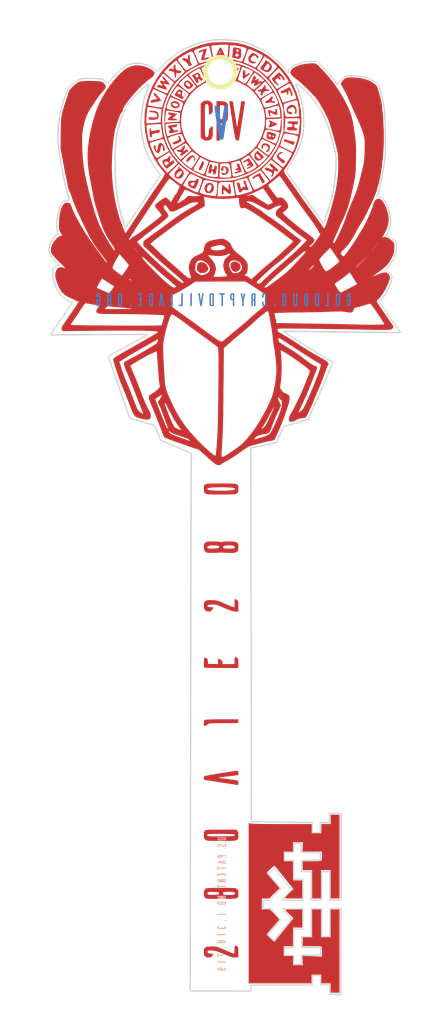
<source format=kicad_pcb>
(kicad_pcb (version 4) (host pcbnew 4.0.5)
  (layers (0 F.Cu signal) (31 B.Cu signal) (34 B.Paste user) (35 F.Paste user) (36 B.SilkS user) (37 F.SilkS user) (38 B.Mask user) (39 F.Mask user) (44 Edge.Cuts user))
  (net 0 "")
  (module lib5:key5codeCu (layer F.Cu) (at 163.09 113.82)
    (fp_text reference G*** hide)
    (fp_text value LOGO hide)
    (fp_poly (pts (xy 1.730375 26.133742) (xy 1.86525 26.184936) (xy 1.952712 26.256374) (xy 2.002894 26.373796) (xy 2.025925 26.562941) (xy 2.031939 26.849547) (xy 2.032 26.900025) (xy 2.032 27.4955) (xy 1.646672 27.4955) (xy 1.478545 27.488936) (xy 1.313795 27.464032) (xy 1.126545 27.412966) (xy 0.890919 27.327917) (xy 0.581043 27.201066) (xy 0.360797 27.106853) (xy -0.021479 26.945842) (xy -0.317656 26.832145) (xy -0.555618 26.757062) (xy -0.763246 26.711897) (xy -0.968424 26.68795) (xy -0.986163 26.686648) (xy -1.236463 26.675101) (xy -1.392314 26.686765) (xy -1.484831 26.725805) (xy -1.517814 26.757795) (xy -1.563977 26.879266) (xy -1.495026 26.978009) (xy -1.322209 27.043997) (xy -1.174723 27.063602) (xy -0.899064 27.08275) (xy -0.986217 27.289125) (xy -1.047992 27.41191) (xy -1.125712 27.472914) (xy -1.261713 27.493564) (xy -1.393935 27.4955) (xy -1.633876 27.476197) (xy -1.791792 27.410703) (xy -1.8415 27.3685) (xy -1.919661 27.255692) (xy -1.958665 27.09313) (xy -1.9685 26.865108) (xy -1.961425 26.643551) (xy -1.930847 26.506058) (xy -1.862742 26.410045) (xy -1.801187 26.357108) (xy -1.698222 26.291683) (xy -1.571377 26.251843) (xy -1.387993 26.231755) (xy -1.115409 26.225585) (xy -1.06441 26.2255) (xy -0.848972 26.227101) (xy -0.675254 26.236788) (xy -0.516311 26.261886) (xy -0.345198 26.309719) (xy -0.134967 26.387611) (xy 0.141325 26.502887) (xy 0.454022 26.63825) (xy 0.779872 26.777609) (xy 1.069116 26.89687) (xy 1.299975 26.987401) (xy 1.45067 27.040567) (xy 1.495245 27.051) (xy 1.544069 27.023706) (xy 1.572796 26.927162) (xy 1.585649 26.739368) (xy 1.5875 26.57047) (xy 1.58929 26.327652) (xy 1.599923 26.187713) (xy 1.627288 26.126534) (xy 1.679276 26.119999) (xy 1.730375 26.133742)) (layer F.Cu) (width 0.01))
    (fp_poly (pts (xy 0.542769 19.435881) (xy 0.942146 19.437667) (xy 1.245237 19.442017) (xy 1.467399 19.450055) (xy 1.62399 19.462904) (xy 1.730365 19.48169) (xy 1.801883 19.507535) (xy 1.8539 19.541563) (xy 1.887446 19.571336) (xy 1.974005 19.677992) (xy 2.017974 19.816485) (xy 2.031764 20.030229) (xy 2.031999 20.077068) (xy 2.031488 20.249691) (xy 2.021256 20.386949) (xy 1.988252 20.49289) (xy 1.919427 20.571564) (xy 1.801733 20.627019) (xy 1.622119 20.663304) (xy 1.367536 20.684467) (xy 1.024934 20.694557) (xy 0.581265 20.697624) (xy 0.031576 20.697715) (xy -0.486871 20.697226) (xy -0.893308 20.695204) (xy -1.202722 20.690647) (xy -1.430103 20.682552) (xy -1.590439 20.669916) (xy -1.698717 20.651736) (xy -1.769928 20.627009) (xy -1.819058 20.594732) (xy -1.843229 20.572271) (xy -1.93658 20.40281) (xy -1.977244 20.166871) (xy -1.973006 20.06981) (xy -1.571207 20.06981) (xy -1.522188 20.163433) (xy -1.456685 20.210157) (xy -1.339338 20.237183) (xy -1.145706 20.247319) (xy -0.851345 20.243377) (xy -0.831788 20.242808) (xy -0.550605 20.233271) (xy -0.372728 20.220273) (xy -0.274507 20.196956) (xy -0.232292 20.156459) (xy -0.222626 20.093178) (xy 0.248448 20.093178) (xy 0.284436 20.175863) (xy 0.400682 20.225907) (xy 0.61294 20.25041) (xy 0.910981 20.2565) (xy 1.217972 20.250989) (xy 1.420396 20.232388) (xy 1.540293 20.197594) (xy 1.5875 20.16125) (xy 1.634539 20.059615) (xy 1.5875 19.97075) (xy 1.512921 19.922537) (xy 1.371505 19.892727) (xy 1.141212 19.878217) (xy 0.910981 19.8755) (xy 0.617278 19.879765) (xy 0.42839 19.894762) (xy 0.322352 19.923789) (xy 0.277196 19.970148) (xy 0.276963 19.97075) (xy 0.248448 20.093178) (xy -0.222626 20.093178) (xy -0.222434 20.091923) (xy -0.22225 20.066) (xy -0.226885 19.99263) (xy -0.256555 19.945424) (xy -0.33491 19.917522) (xy -0.4856 19.902062) (xy -0.732273 19.892187) (xy -0.831788 19.889191) (xy -1.132385 19.884557) (xy -1.330912 19.893848) (xy -1.451812 19.919873) (xy -1.519526 19.965443) (xy -1.522188 19.968566) (xy -1.571207 20.06981) (xy -1.973006 20.06981) (xy -1.966161 19.913096) (xy -1.904265 19.690132) (xy -1.823947 19.571336) (xy -1.776454 19.53081) (xy -1.720374 19.499265) (xy -1.640349 19.475578) (xy -1.521022 19.458626) (xy -1.347037 19.447284) (xy -1.103037 19.440428) (xy -0.773664 19.436936) (xy -0.343562 19.435682) (xy 0.03175 19.435535) (xy 0.542769 19.435881)) (layer F.Cu) (width 0.01))
    (fp_poly (pts (xy 0.044027 12.66825) (xy 1.78922 12.66825) (xy 1.91061 12.818159) (xy 1.991555 12.97068) (xy 2.027873 13.190741) (xy 2.031999 13.337425) (xy 2.024541 13.557162) (xy 1.992528 13.693585) (xy 1.921504 13.789977) (xy 1.864686 13.838391) (xy 1.808429 13.878211) (xy 1.742704 13.909081) (xy 1.651692 13.932136) (xy 1.519579 13.948512) (xy 1.330547 13.959345) (xy 1.06878 13.965769) (xy 0.718462 13.968921) (xy 0.263775 13.969937) (xy 0.031749 13.97) (xy -0.47278 13.969554) (xy -0.866126 13.967462) (xy -1.164107 13.962587) (xy -1.382538 13.953793) (xy -1.537236 13.939945) (xy -1.644017 13.919906) (xy -1.718698 13.892543) (xy -1.777095 13.856718) (xy -1.801187 13.838391) (xy -1.894688 13.750434) (xy -1.945164 13.647171) (xy -1.965426 13.488027) (xy -1.9685 13.308482) (xy -1.968497 13.307153) (xy -1.576849 13.307153) (xy -1.565748 13.363594) (xy -1.541421 13.394938) (xy -1.485822 13.418678) (xy -1.384276 13.435575) (xy -1.222103 13.446391) (xy -0.984627 13.451888) (xy -0.65717 13.452828) (xy -0.225055 13.449972) (xy 0.046059 13.447237) (xy 0.532716 13.441618) (xy 0.907086 13.43569) (xy 1.183875 13.428109) (xy 1.377791 13.417527) (xy 1.503542 13.402599) (xy 1.575836 13.381979) (xy 1.60938 13.35432) (xy 1.618882 13.318277) (xy 1.61925 13.30325) (xy 1.614687 13.263671) (xy 1.591125 13.233067) (xy 1.533754 13.210063) (xy 1.427764 13.193285) (xy 1.258347 13.181357) (xy 1.010691 13.172904) (xy 0.669987 13.166552) (xy 0.221425 13.160925) (xy 0.06783 13.159219) (xy -0.413311 13.156397) (xy -0.826591 13.158898) (xy -1.158613 13.166362) (xy -1.395981 13.17843) (xy -1.525296 13.194741) (xy -1.543977 13.202576) (xy -1.576849 13.307153) (xy -1.968497 13.307153) (xy -1.968095 13.13094) (xy -1.958206 12.989659) (xy -1.925825 12.880502) (xy -1.857943 12.79933) (xy -1.741553 12.742005) (xy -1.563647 12.704389) (xy -1.311214 12.682344) (xy -0.971249 12.671731) (xy -0.530741 12.668412) (xy 0.023317 12.668249) (xy 0.044027 12.66825)) (layer F.Cu) (width 0.01))
    (fp_poly (pts (xy 1.995352 5.870518) (xy 2.027832 5.97625) (xy 2.032 6.085393) (xy 2.032 6.328786) (xy 0.826997 6.478474) (xy 0.454089 6.525654) (xy 0.129702 6.568338) (xy -0.127186 6.60389) (xy -0.297601 6.629678) (xy -0.362564 6.643069) (xy -0.362605 6.643561) (xy -0.297741 6.656332) (xy -0.127965 6.681915) (xy 0.125618 6.717339) (xy 0.441904 6.759636) (xy 0.699522 6.79305) (xy 1.141981 6.849359) (xy 1.474357 6.892989) (xy 1.712295 6.92919) (xy 1.871442 6.963212) (xy 1.967442 7.000305) (xy 2.01594 7.04572) (xy 2.032582 7.104707) (xy 2.033013 7.182516) (xy 2.032 7.240209) (xy 2.013645 7.419589) (xy 1.960367 7.48522) (xy 1.952625 7.485153) (xy 1.872012 7.473765) (xy 1.682014 7.445305) (xy 1.398734 7.402234) (xy 1.038277 7.347016) (xy 0.616745 7.282112) (xy 0.150242 7.209984) (xy -0.03175 7.18177) (xy -1.93675 6.886233) (xy -1.95759 6.70563) (xy -1.953423 6.55382) (xy -1.917956 6.464555) (xy -1.845675 6.44307) (xy -1.666716 6.405923) (xy -1.400012 6.356186) (xy -1.064495 6.296933) (xy -0.679098 6.231235) (xy -0.262754 6.162163) (xy 0.165604 6.092791) (xy 0.587044 6.02619) (xy 0.982632 5.965433) (xy 1.333437 5.913591) (xy 1.620525 5.873736) (xy 1.824964 5.848942) (xy 1.91874 5.842) (xy 1.995352 5.870518)) (layer F.Cu) (width 0.01))
    (fp_poly (pts (xy 2.00025 0.28575) (xy 0.28575 0.302504) (xy -0.227188 0.308009) (xy -0.627999 0.314069) (xy -0.931557 0.321826) (xy -1.152734 0.332423) (xy -1.306403 0.347001) (xy -1.407437 0.366705) (xy -1.470708 0.392675) (xy -1.511088 0.426055) (xy -1.524 0.441529) (xy -1.658072 0.549539) (xy -1.793875 0.606284) (xy -1.897856 0.625309) (xy -1.949294 0.597005) (xy -1.966681 0.492864) (xy -1.9685 0.337083) (xy -1.953807 0.138951) (xy -1.916512 -0.010366) (xy -1.8923 -0.0508) (xy -1.83042 -0.074283) (xy -1.690752 -0.092975) (xy -1.464279 -0.107219) (xy -1.141986 -0.117359) (xy -0.714855 -0.123736) (xy -0.173871 -0.126694) (xy 0.111973 -0.127) (xy 2.040046 -0.127) (xy 2.00025 0.28575)) (layer F.Cu) (width 0.01))
    (fp_poly (pts (xy 1.834009 -7.305318) (xy 1.89087 -7.26715) (xy 1.960525 -7.205892) (xy 2.002695 -7.12192) (xy 2.024103 -6.984984) (xy 2.031472 -6.764834) (xy 2.032 -6.63215) (xy 2.032 -6.096) (xy 0.074083 -6.096) (xy -0.412423 -6.097325) (xy -0.857576 -6.101074) (xy -1.245621 -6.106916) (xy -1.560804 -6.114517) (xy -1.78737 -6.123544) (xy -1.909565 -6.133662) (xy -1.926167 -6.138334) (xy -1.949199 -6.220008) (xy -1.963068 -6.386684) (xy -1.968307 -6.604214) (xy -1.96545 -6.838449) (xy -1.955029 -7.05524) (xy -1.937579 -7.22044) (xy -1.913632 -7.299901) (xy -1.907988 -7.3025) (xy -1.809351 -7.278152) (xy -1.688859 -7.23023) (xy -1.585606 -7.159745) (xy -1.532746 -7.043298) (xy -1.511247 -6.865105) (xy -1.49225 -6.57225) (xy -0.904875 -6.553993) (xy -0.3175 -6.535735) (xy -0.3175 -6.855618) (xy -0.308992 -7.037491) (xy -0.287222 -7.153258) (xy -0.269875 -7.175263) (xy -0.189199 -7.144776) (xy -0.050143 -7.069705) (xy -0.015875 -7.049196) (xy 0.13232 -6.930002) (xy 0.187455 -6.790745) (xy 0.1905 -6.731934) (xy 0.1905 -6.5405) (xy 1.5875 -6.5405) (xy 1.5875 -6.95325) (xy 1.596951 -7.199634) (xy 1.633245 -7.332224) (xy 1.708294 -7.363343) (xy 1.834009 -7.305318)) (layer F.Cu) (width 0.01))
    (fp_poly (pts (xy 1.724767 -14.062577) (xy 1.860362 -13.984562) (xy 1.967039 -13.900839) (xy 1.983402 -13.881119) (xy 2.004041 -13.789992) (xy 2.020236 -13.604436) (xy 2.029626 -13.357003) (xy 2.031027 -13.223875) (xy 2.032 -12.6365) (xy 1.793875 -12.636855) (xy 1.616152 -12.646786) (xy 1.424574 -12.680514) (xy 1.197758 -12.744736) (xy 0.914318 -12.846148) (xy 0.55287 -12.991446) (xy 0.242353 -13.122698) (xy -0.084276 -13.260956) (xy -0.324833 -13.355645) (xy -0.509499 -13.414327) (xy -0.668453 -13.444565) (xy -0.831878 -13.453921) (xy -1.029952 -13.449956) (xy -1.059397 -13.448873) (xy -1.309497 -13.436419) (xy -1.458286 -13.417244) (xy -1.531447 -13.383811) (xy -1.554668 -13.328586) (xy -1.55575 -13.30325) (xy -1.537608 -13.227045) (xy -1.463064 -13.184467) (xy -1.301946 -13.162286) (xy -1.222375 -13.157057) (xy -1.036105 -13.140906) (xy -0.915103 -13.12) (xy -0.889 -13.106279) (xy -0.926917 -12.992226) (xy -1.015763 -12.844913) (xy -1.118184 -12.72004) (xy -1.177595 -12.675946) (xy -1.37873 -12.642958) (xy -1.600198 -12.666009) (xy -1.651 -12.68155) (xy -1.818862 -12.771868) (xy -1.917637 -12.90965) (xy -1.961955 -13.123782) (xy -1.9685 -13.308483) (xy -1.962677 -13.534966) (xy -1.936304 -13.67567) (xy -1.876033 -13.771613) (xy -1.794238 -13.843857) (xy -1.699203 -13.908269) (xy -1.593646 -13.946806) (xy -1.445989 -13.964109) (xy -1.224652 -13.964823) (xy -1.016363 -13.958216) (xy -0.769453 -13.946451) (xy -0.57247 -13.926539) (xy -0.393165 -13.88964) (xy -0.199294 -13.826919) (xy 0.04139 -13.729538) (xy 0.361134 -13.588658) (xy 0.406919 -13.568154) (xy 0.718896 -13.431449) (xy 1.003681 -13.31235) (xy 1.234335 -13.221723) (xy 1.383917 -13.170436) (xy 1.407044 -13.164717) (xy 1.5875 -13.128625) (xy 1.5875 -13.612813) (xy 1.59183 -13.842563) (xy 1.603298 -14.013314) (xy 1.619619 -14.094284) (xy 1.623424 -14.097) (xy 1.724767 -14.062577)) (layer F.Cu) (width 0.01))
    (fp_poly (pts (xy 1.251699 -20.762323) (xy 1.486331 -20.753402) (xy 1.645658 -20.734154) (xy 1.755509 -20.700998) (xy 1.841711 -20.650349) (xy 1.864686 -20.632892) (xy 1.960698 -20.54145) (xy 2.011125 -20.432996) (xy 2.029991 -20.264947) (xy 2.031999 -20.124892) (xy 2.017141 -19.872534) (xy 1.962324 -19.686671) (xy 1.852187 -19.55905) (xy 1.671369 -19.481416) (xy 1.404507 -19.445517) (xy 1.03624 -19.443099) (xy 0.78182 -19.453202) (xy 0.4999 -19.467367) (xy 0.296366 -19.477051) (xy 0.138512 -19.482344) (xy -0.006368 -19.483333) (xy -0.17098 -19.48011) (xy -0.388028 -19.472763) (xy -0.690219 -19.461383) (xy -0.79375 -19.457515) (xy -1.20267 -19.449822) (xy -1.492977 -19.46131) (xy -1.661542 -19.491827) (xy -1.68275 -19.501514) (xy -1.841347 -19.622393) (xy -1.930467 -19.782352) (xy -1.96586 -20.016415) (xy -1.966403 -20.04124) (xy -1.567219 -20.04124) (xy -1.567204 -20.041199) (xy -1.532619 -19.992808) (xy -1.458264 -19.963097) (xy -1.32062 -19.94906) (xy -1.096169 -19.947685) (xy -0.875006 -19.952642) (xy -0.578742 -19.96322) (xy -0.386267 -19.978318) (xy -0.274371 -20.002671) (xy -0.219844 -20.041013) (xy -0.200872 -20.090141) (xy -0.202881 -20.132678) (xy 0.254 -20.132678) (xy 0.263698 -20.047943) (xy 0.307294 -19.992222) (xy 0.406538 -19.959516) (xy 0.583184 -19.943825) (xy 0.858982 -19.939152) (xy 0.956289 -19.939) (xy 1.247585 -19.942073) (xy 1.436091 -19.953957) (xy 1.545925 -19.978655) (xy 1.601205 -20.02017) (xy 1.615912 -20.04845) (xy 1.611802 -20.174823) (xy 1.487256 -20.261749) (xy 1.242152 -20.30928) (xy 0.987988 -20.319133) (xy 0.654993 -20.310322) (xy 0.432425 -20.28275) (xy 0.30457 -20.232425) (xy 0.255715 -20.155355) (xy 0.254 -20.132678) (xy -0.202881 -20.132678) (xy -0.205684 -20.192024) (xy -0.277683 -20.259869) (xy -0.433773 -20.299538) (xy -0.690854 -20.316891) (xy -0.860989 -20.319028) (xy -1.21477 -20.302762) (xy -1.448691 -20.251715) (xy -1.565318 -20.164878) (xy -1.567219 -20.04124) (xy -1.966403 -20.04124) (xy -1.9685 -20.137028) (xy -1.960745 -20.35546) (xy -1.927624 -20.491145) (xy -1.854354 -20.587893) (xy -1.801187 -20.632892) (xy -1.71639 -20.689277) (xy -1.614852 -20.726974) (xy -1.470533 -20.74963) (xy -1.257392 -20.760891) (xy -0.949388 -20.764405) (xy -0.861387 -20.7645) (xy -0.511304 -20.758765) (xy -0.242207 -20.742497) (xy -0.071222 -20.7171) (xy -0.019868 -20.695468) (xy 0.056782 -20.660776) (xy 0.09183 -20.695468) (xy 0.175795 -20.727356) (xy 0.375732 -20.749945) (xy 0.680889 -20.762336) (xy 0.915934 -20.7645) (xy 1.251699 -20.762323)) (layer F.Cu) (width 0.01))
    (fp_poly (pts (xy 0.587934 -27.495344) (xy 1.030174 -27.492134) (xy 1.371516 -27.481757) (xy 1.625013 -27.460101) (xy 1.803713 -27.423053) (xy 1.920665 -27.3665) (xy 1.988921 -27.286329) (xy 2.021528 -27.178428) (xy 2.031538 -27.038685) (xy 2.031999 -26.865109) (xy 2.024924 -26.643552) (xy 1.994346 -26.506059) (xy 1.926241 -26.410046) (xy 1.864686 -26.357109) (xy 1.808429 -26.317289) (xy 1.742704 -26.286419) (xy 1.651692 -26.263364) (xy 1.519579 -26.246988) (xy 1.330547 -26.236155) (xy 1.06878 -26.229731) (xy 0.718462 -26.226579) (xy 0.263775 -26.225563) (xy 0.031749 -26.2255) (xy -0.47278 -26.225946) (xy -0.866126 -26.228038) (xy -1.164107 -26.232913) (xy -1.382538 -26.241707) (xy -1.537236 -26.255555) (xy -1.644017 -26.275594) (xy -1.718698 -26.302957) (xy -1.777095 -26.338782) (xy -1.801187 -26.357109) (xy -1.897199 -26.448551) (xy -1.947626 -26.557005) (xy -1.966492 -26.725054) (xy -1.968407 -26.85867) (xy -1.578089 -26.85867) (xy -1.524877 -26.782344) (xy -1.493592 -26.758379) (xy -1.386354 -26.725721) (xy -1.177947 -26.699714) (xy -0.890635 -26.680306) (xy -0.546685 -26.66745) (xy -0.16836 -26.661094) (xy 0.222074 -26.66119) (xy 0.602353 -26.667687) (xy 0.950212 -26.680537) (xy 1.243385 -26.699689) (xy 1.459608 -26.725094) (xy 1.576617 -26.756702) (xy 1.5875 -26.76525) (xy 1.634539 -26.866885) (xy 1.5875 -26.95575) (xy 1.495595 -26.99102) (xy 1.299121 -27.019242) (xy 1.02031 -27.040464) (xy 0.681396 -27.054736) (xy 0.30461 -27.062107) (xy -0.087815 -27.062626) (xy -0.473646 -27.056341) (xy -0.830651 -27.043303) (xy -1.136597 -27.023559) (xy -1.369253 -26.997159) (xy -1.506384 -26.964151) (xy -1.529703 -26.948879) (xy -1.578089 -26.85867) (xy -1.968407 -26.85867) (xy -1.9685 -26.865109) (xy -1.968005 -27.040394) (xy -1.957819 -27.179769) (xy -1.924893 -27.287345) (xy -1.856178 -27.367236) (xy -1.738622 -27.423554) (xy -1.559178 -27.460413) (xy -1.304794 -27.481924) (xy -0.962421 -27.4922) (xy -0.519011 -27.495355) (xy 0.031749 -27.4955) (xy 0.587934 -27.495344)) (layer F.Cu) (width 0.01))
  )
  (module lib5:key5codeMask (layer F.Cu) (at 163.09 113.82)
    (fp_text reference G*** hide)
    (fp_text value LOGO hide)
  )
  (module lib5:key5headFCu (layer F.Cu) (at 163.29 59.61)
    (fp_text reference G*** hide)
    (fp_text value LOGO hide)
    (fp_poly (pts (xy 0.532346 -24.481196) (xy 1.029967 -24.461015) (xy 1.469558 -24.426571) (xy 1.820555 -24.377887) (xy 1.885632 -24.364657) (xy 2.722805 -24.137952) (xy 3.554819 -23.83265) (xy 4.34819 -23.463576) (xy 5.06944 -23.045553) (xy 5.42925 -22.795686) (xy 6.270803 -22.092888) (xy 7.009604 -21.317965) (xy 7.643285 -20.476585) (xy 8.16948 -19.574415) (xy 8.585824 -18.61712) (xy 8.889949 -17.610367) (xy 9.07949 -16.559824) (xy 9.152081 -15.471157) (xy 9.105355 -14.350033) (xy 9.074742 -14.06525) (xy 8.960194 -13.438694) (xy 8.767161 -12.756615) (xy 8.508886 -12.051327) (xy 8.19861 -11.355143) (xy 7.849576 -10.700378) (xy 7.475025 -10.119343) (xy 7.435361 -10.06475) (xy 7.307132 -9.894934) (xy 7.210823 -9.76201) (xy 7.150944 -9.648731) (xy 7.132003 -9.537846) (xy 7.158508 -9.412105) (xy 7.234967 -9.254259) (xy 7.36589 -9.047058) (xy 7.555785 -8.773253) (xy 7.809159 -8.415594) (xy 7.900065 -8.28675) (xy 8.150257 -7.930457) (xy 8.408636 -7.56108) (xy 8.652792 -7.210749) (xy 8.860318 -6.911596) (xy 8.962934 -6.76275) (xy 9.119014 -6.540227) (xy 9.333953 -6.240544) (xy 9.590121 -5.887923) (xy 9.869887 -5.506587) (xy 10.155621 -5.120757) (xy 10.257053 -4.98475) (xy 10.533546 -4.612406) (xy 10.803763 -4.244199) (xy 11.051813 -3.902103) (xy 11.261807 -3.608095) (xy 11.417857 -3.384148) (xy 11.46377 -3.315843) (xy 11.604675 -3.11513) (xy 11.722872 -2.970376) (xy 11.800201 -2.902821) (xy 11.816664 -2.903093) (xy 11.877626 -3.009458) (xy 11.965016 -3.22156) (xy 12.073566 -3.522157) (xy 12.198006 -3.894007) (xy 12.333065 -4.319866) (xy 12.473473 -4.782492) (xy 12.613961 -5.264641) (xy 12.749259 -5.749073) (xy 12.874098 -6.218542) (xy 12.983206 -6.655808) (xy 13.044545 -6.920649) (xy 13.201108 -7.688185) (xy 13.311865 -8.396057) (xy 13.382448 -9.094911) (xy 13.41849 -9.835395) (xy 13.426015 -10.3505) (xy 13.42597 -10.754636) (xy 13.419512 -11.067492) (xy 13.402754 -11.324767) (xy 13.371809 -11.562156) (xy 13.322791 -11.815356) (xy 13.251813 -12.120063) (xy 13.218591 -12.2555) (xy 13.128489 -12.607236) (xy 13.012598 -13.040085) (xy 12.882022 -13.513639) (xy 12.747866 -13.98749) (xy 12.651438 -14.31925) (xy 12.516833 -14.767404) (xy 12.400844 -15.126479) (xy 12.289758 -15.430213) (xy 12.16986 -15.712342) (xy 12.027437 -16.006604) (xy 11.848773 -16.346735) (xy 11.762395 -16.506301) (xy 11.57285 -16.850623) (xy 11.388656 -17.178002) (xy 11.224558 -17.462753) (xy 11.095299 -17.67919) (xy 11.033436 -17.776301) (xy 10.880121 -17.97537) (xy 10.650613 -18.237723) (xy 10.364815 -18.54361) (xy 10.042628 -18.873278) (xy 9.703953 -19.206977) (xy 9.36869 -19.524953) (xy 9.056742 -19.807456) (xy 8.78801 -20.034735) (xy 8.654666 -20.137195) (xy 8.332637 -20.380817) (xy 8.107473 -20.578226) (xy 7.965288 -20.745364) (xy 7.892196 -20.89817) (xy 7.873999 -21.033337) (xy 7.934816 -21.231563) (xy 8.106555 -21.421614) (xy 8.373151 -21.597074) (xy 8.718539 -21.751529) (xy 9.126653 -21.878561) (xy 9.581429 -21.971757) (xy 10.0668 -22.024701) (xy 10.38112 -22.0345) (xy 10.538205 -22.036323) (xy 10.659557 -22.034395) (xy 10.76137 -22.01762) (xy 10.859841 -21.974902) (xy 10.971163 -21.895146) (xy 11.111532 -21.767255) (xy 11.297143 -21.580135) (xy 11.544191 -21.322689) (xy 11.780598 -21.075674) (xy 12.417299 -20.355509) (xy 13.038858 -19.544698) (xy 13.620776 -18.679249) (xy 14.138553 -17.795171) (xy 14.498123 -17.0815) (xy 14.655878 -16.730784) (xy 14.787844 -16.408062) (xy 14.899186 -16.092659) (xy 14.995065 -15.7639) (xy 15.080645 -15.401111) (xy 15.16109 -14.983617) (xy 15.241563 -14.490742) (xy 15.327227 -13.901812) (xy 15.370336 -13.589) (xy 15.412353 -13.263837) (xy 15.443944 -12.970372) (xy 15.466084 -12.683703) (xy 15.479754 -12.378927) (xy 15.48593 -12.031144) (xy 15.485591 -11.615449) (xy 15.479714 -11.106941) (xy 15.476332 -10.89025) (xy 15.467423 -10.374084) (xy 15.458039 -9.961164) (xy 15.445984 -9.627751) (xy 15.429065 -9.350102) (xy 15.405084 -9.104478) (xy 15.371848 -8.867137) (xy 15.32716 -8.614338) (xy 15.268826 -8.32234) (xy 15.215044 -8.0645) (xy 15.076876 -7.425745) (xy 14.940011 -6.829725) (xy 14.80813 -6.290511) (xy 14.68491 -5.822173) (xy 14.574029 -5.438782) (xy 14.479168 -5.154408) (xy 14.414411 -5.002075) (xy 14.335867 -4.837232) (xy 14.29131 -4.716279) (xy 14.2875 -4.693048) (xy 14.25919 -4.595232) (xy 14.179073 -4.401065) (xy 14.054366 -4.126646) (xy 13.892289 -3.788073) (xy 13.777696 -3.556) (xy 13.675663 -3.340134) (xy 13.593868 -3.146768) (xy 13.559273 -3.048) (xy 13.515983 -2.931256) (xy 13.429856 -2.727804) (xy 13.313022 -2.465424) (xy 13.177609 -2.171897) (xy 13.165702 -2.146553) (xy 13.007637 -1.798093) (xy 12.907465 -1.544996) (xy 12.860064 -1.372362) (xy 12.860311 -1.265291) (xy 12.861429 -1.261557) (xy 12.900676 -1.162425) (xy 12.94641 -1.175066) (xy 13.000578 -1.242255) (xy 13.103693 -1.404758) (xy 13.242197 -1.662369) (xy 13.405542 -1.991796) (xy 13.583179 -2.369747) (xy 13.764561 -2.772928) (xy 13.939138 -3.178047) (xy 14.096363 -3.561812) (xy 14.225687 -3.90093) (xy 14.292828 -4.09575) (xy 14.414111 -4.447561) (xy 14.572225 -4.871817) (xy 14.750566 -5.325752) (xy 14.932529 -5.766601) (xy 15.023097 -5.976541) (xy 15.212968 -6.414517) (xy 15.371207 -6.796455) (xy 15.506293 -7.148186) (xy 15.626702 -7.495542) (xy 15.740912 -7.864356) (xy 15.8574 -8.280461) (xy 15.984644 -8.769688) (xy 16.126279 -9.338191) (xy 16.234544 -9.782313) (xy 16.316058 -10.13432) (xy 16.375335 -10.425185) (xy 16.416893 -10.685884) (xy 16.445245 -10.947391) (xy 16.464909 -11.240682) (xy 16.480399 -11.59673) (xy 16.48851 -11.822885) (xy 16.502364 -12.358673) (xy 16.502176 -12.783884) (xy 16.48757 -13.114205) (xy 16.458172 -13.365323) (xy 16.450626 -13.406694) (xy 16.361834 -13.763304) (xy 16.2225 -14.199789) (xy 16.043924 -14.685097) (xy 15.837403 -15.188176) (xy 15.656509 -15.58925) (xy 15.473098 -15.983176) (xy 15.273599 -16.419913) (xy 15.07076 -16.870804) (xy 14.877335 -17.307191) (xy 14.706072 -17.700415) (xy 14.569724 -18.021819) (xy 14.518315 -18.147407) (xy 14.408521 -18.389775) (xy 14.256523 -18.685613) (xy 14.089813 -18.982222) (xy 14.037021 -19.070042) (xy 13.89859 -19.303816) (xy 13.790139 -19.502259) (xy 13.726516 -19.637381) (xy 13.716 -19.675247) (xy 13.7613 -19.799939) (xy 13.876432 -19.96492) (xy 14.030242 -20.133471) (xy 14.191576 -20.268867) (xy 14.250266 -20.305001) (xy 14.45808 -20.369402) (xy 14.762246 -20.402162) (xy 15.136278 -20.403887) (xy 15.55369 -20.375186) (xy 15.987996 -20.316664) (xy 16.28775 -20.258309) (xy 16.648921 -20.167732) (xy 16.936535 -20.066794) (xy 17.203594 -19.934528) (xy 17.391453 -19.821705) (xy 17.65414 -19.644511) (xy 17.830318 -19.485363) (xy 17.947737 -19.306861) (xy 18.034144 -19.071603) (xy 18.081761 -18.89125) (xy 18.127925 -18.713674) (xy 18.197231 -18.459166) (xy 18.27735 -18.172743) (xy 18.307822 -18.06575) (xy 18.372119 -17.8113) (xy 18.429449 -17.514732) (xy 18.482606 -17.15645) (xy 18.534379 -16.716857) (xy 18.587562 -16.176356) (xy 18.605685 -15.974904) (xy 18.706786 -14.282552) (xy 18.70479 -12.642409) (xy 18.599104 -11.031699) (xy 18.443988 -9.779) (xy 18.304008 -8.939369) (xy 18.145997 -8.196081) (xy 17.961146 -7.518815) (xy 17.740651 -6.877251) (xy 17.475704 -6.241068) (xy 17.318979 -5.9055) (xy 17.158399 -5.570652) (xy 16.99338 -5.223046) (xy 16.845036 -4.907347) (xy 16.748539 -4.699) (xy 16.610248 -4.421761) (xy 16.431245 -4.096887) (xy 16.243211 -3.781091) (xy 16.180997 -3.683) (xy 16.014435 -3.414376) (xy 15.81468 -3.074818) (xy 15.606094 -2.706606) (xy 15.413039 -2.352017) (xy 15.401542 -2.330322) (xy 15.118733 -1.816644) (xy 14.858901 -1.394912) (xy 14.602298 -1.037474) (xy 14.329173 -0.716679) (xy 14.040147 -0.424238) (xy 13.839429 -0.224082) (xy 13.730445 -0.079708) (xy 13.708047 0.035217) (xy 13.767087 0.147027) (xy 13.902118 0.281785) (xy 14.020081 0.355367) (xy 14.089434 0.344574) (xy 14.219561 0.186925) (xy 14.400461 -0.049508) (xy 14.612778 -0.33763) (xy 14.646862 -0.385135) (xy 17.414568 -0.385135) (xy 17.423254 -0.381) (xy 17.481203 -0.425703) (xy 17.49425 -0.4445) (xy 17.510431 -0.503866) (xy 17.501745 -0.508) (xy 17.443796 -0.463298) (xy 17.43075 -0.4445) (xy 17.414568 -0.385135) (xy 14.646862 -0.385135) (xy 14.837151 -0.650346) (xy 14.873739 -0.702635) (xy 17.668568 -0.702635) (xy 17.677254 -0.6985) (xy 17.735203 -0.743203) (xy 17.74825 -0.762) (xy 17.764431 -0.821366) (xy 17.755745 -0.8255) (xy 17.697796 -0.780798) (xy 17.68475 -0.762) (xy 17.668568 -0.702635) (xy 14.873739 -0.702635) (xy 15.054222 -0.960562) (xy 15.094644 -1.020135) (xy 17.922568 -1.020135) (xy 17.931254 -1.016) (xy 17.989203 -1.060703) (xy 18.00225 -1.0795) (xy 18.018431 -1.138866) (xy 18.009745 -1.143) (xy 17.951796 -1.098298) (xy 17.93875 -1.0795) (xy 17.922568 -1.020135) (xy 15.094644 -1.020135) (xy 15.244633 -1.241182) (xy 15.389025 -1.465111) (xy 15.424477 -1.524) (xy 15.596475 -1.813588) (xy 15.797996 -2.146245) (xy 15.990223 -2.457993) (xy 16.021657 -2.50825) (xy 16.184432 -2.770574) (xy 16.34152 -3.028525) (xy 16.466405 -3.238412) (xy 16.497873 -3.292913) (xy 16.590405 -3.469858) (xy 16.709813 -3.719119) (xy 16.846142 -4.017481) (xy 16.989442 -4.341729) (xy 17.129758 -4.668648) (xy 17.257137 -4.975023) (xy 17.361628 -5.237638) (xy 17.433276 -5.433278) (xy 17.462129 -5.538729) (xy 17.462291 -5.542415) (xy 17.503242 -5.742737) (xy 17.606334 -5.971995) (xy 17.742838 -6.170401) (xy 17.784975 -6.214007) (xy 17.989099 -6.336625) (xy 18.200426 -6.336394) (xy 18.413846 -6.216868) (xy 18.624243 -5.9816) (xy 18.826504 -5.634143) (xy 18.920761 -5.424808) (xy 19.137948 -4.823056) (xy 19.256693 -4.278357) (xy 19.275333 -3.765723) (xy 19.192202 -3.260166) (xy 19.005637 -2.736699) (xy 18.713974 -2.170334) (xy 18.702729 -2.150951) (xy 18.601534 -1.969806) (xy 18.544448 -1.852457) (xy 18.540992 -1.819056) (xy 18.549051 -1.825625) (xy 18.710492 -1.898817) (xy 18.931378 -1.881999) (xy 19.190728 -1.783451) (xy 19.467561 -1.611453) (xy 19.740896 -1.374283) (xy 19.770901 -1.343472) (xy 19.857403 -1.246603) (xy 19.909419 -1.155463) (xy 19.934017 -1.036641) (xy 19.938263 -0.856728) (xy 19.929651 -0.592963) (xy 19.913506 -0.3121) (xy 19.88281 -0.097288) (xy 19.824647 0.100045) (xy 19.7261 0.328471) (xy 19.634935 0.515294) (xy 19.464396 0.838563) (xy 19.295636 1.106436) (xy 19.107029 1.34258) (xy 18.876953 1.570663) (xy 18.583782 1.814353) (xy 18.205895 2.097318) (xy 18.15752 2.132369) (xy 17.891064 2.326127) (xy 17.665551 2.492301) (xy 17.498993 2.617444) (xy 17.409405 2.688111) (xy 17.399 2.698591) (xy 17.452798 2.683226) (xy 17.596895 2.627046) (xy 17.805341 2.540381) (xy 17.921711 2.49052) (xy 18.199516 2.382063) (xy 18.474482 2.294134) (xy 18.697676 2.241891) (xy 18.744297 2.235716) (xy 18.941276 2.227477) (xy 19.073839 2.264041) (xy 19.202136 2.365479) (xy 19.237585 2.400316) (xy 19.350138 2.534247) (xy 19.410171 2.67465) (xy 19.416369 2.84457) (xy 19.36742 3.06705) (xy 19.262009 3.365134) (xy 19.169558 3.593607) (xy 18.907104 4.156824) (xy 18.619315 4.651683) (xy 18.31963 5.056935) (xy 18.099392 5.285488) (xy 17.994734 5.378032) (xy 17.924212 5.452676) (xy 17.893171 5.527963) (xy 17.906959 5.622434) (xy 17.970922 5.754632) (xy 18.090406 5.9431) (xy 18.270758 6.206379) (xy 18.432102 6.439352) (xy 18.635345 6.735268) (xy 18.838341 7.033775) (xy 19.01602 7.297847) (xy 19.132027 7.473108) (xy 19.296577 7.715573) (xy 19.474141 7.962406) (xy 19.592402 8.117061) (xy 19.75466 8.35895) (xy 19.807186 8.548336) (xy 19.75022 8.696242) (xy 19.607248 8.802119) (xy 19.541325 8.830716) (xy 19.457529 8.853104) (xy 19.342169 8.86967) (xy 19.181552 8.880799) (xy 18.961984 8.886877) (xy 18.669774 8.888291) (xy 18.291229 8.885427) (xy 17.812655 8.878669) (xy 17.241873 8.868796) (xy 15.697733 8.84112) (xy 14.279381 8.816416) (xy 12.985641 8.794668) (xy 11.815334 8.775862) (xy 10.767285 8.759984) (xy 9.840317 8.747019) (xy 9.033252 8.736951) (xy 8.344915 8.729766) (xy 7.774127 8.72545) (xy 7.319712 8.723987) (xy 6.980494 8.725363) (xy 6.755295 8.729564) (xy 6.646416 8.736088) (xy 6.464281 8.764745) (xy 6.38023 8.802353) (xy 6.366034 8.871076) (xy 6.381236 8.9443) (xy 6.428209 9.074355) (xy 6.472184 9.130246) (xy 6.601571 9.192587) (xy 6.821781 9.315806) (xy 7.11775 9.490665) (xy 7.47441 9.707929) (xy 7.876693 9.958361) (xy 8.309533 10.232724) (xy 8.757864 10.521783) (xy 8.99666 10.677818) (xy 9.424963 10.953923) (xy 9.875716 11.235545) (xy 10.320237 11.505391) (xy 10.729845 11.746163) (xy 11.07586 11.940567) (xy 11.201982 12.007693) (xy 11.624935 12.23686) (xy 11.937466 12.427495) (xy 12.136186 12.57743) (xy 12.196572 12.642922) (xy 12.281291 12.774816) (xy 12.292863 12.866041) (xy 12.235414 12.976713) (xy 12.220994 12.998867) (xy 12.156905 13.125763) (xy 12.067044 13.341774) (xy 11.964084 13.614974) (xy 11.875233 13.869813) (xy 11.756131 14.206794) (xy 11.604374 14.610021) (xy 11.439122 15.029792) (xy 11.279538 15.416407) (xy 11.273535 15.4305) (xy 11.112113 15.811047) (xy 10.939285 16.222041) (xy 10.775249 16.61525) (xy 10.640203 16.942445) (xy 10.634572 16.956213) (xy 10.475033 17.337379) (xy 10.307483 17.721907) (xy 10.140802 18.09101) (xy 9.983867 18.425903) (xy 9.845557 18.7078) (xy 9.73475 18.917916) (xy 9.660324 19.037464) (xy 9.642156 19.056083) (xy 9.536144 19.085665) (xy 9.367448 19.101941) (xy 9.342692 19.102587) (xy 9.051629 19.144606) (xy 8.719642 19.24985) (xy 8.402931 19.399714) (xy 8.349722 19.431325) (xy 8.095214 19.548293) (xy 7.8972 19.560876) (xy 7.762559 19.481597) (xy 7.698171 19.322981) (xy 7.710918 19.09755) (xy 7.807679 18.817827) (xy 7.908971 18.629068) (xy 8.072093 18.345074) (xy 8.268353 17.981091) (xy 8.484021 17.564822) (xy 8.70537 17.123972) (xy 8.918675 16.686245) (xy 9.110206 16.279348) (xy 9.266237 15.930984) (xy 9.364724 15.691037) (xy 9.477317 15.399298) (xy 9.61807 15.041682) (xy 9.766611 14.669674) (xy 9.868288 14.418527) (xy 9.979773 14.133937) (xy 10.067212 13.888871) (xy 10.12215 13.708676) (xy 10.136133 13.618697) (xy 10.135611 13.617036) (xy 10.066153 13.531469) (xy 9.909957 13.391563) (xy 9.68208 13.207786) (xy 9.397582 12.990607) (xy 9.071518 12.750497) (xy 8.718949 12.497924) (xy 8.354931 12.243358) (xy 7.994522 11.997268) (xy 7.652782 11.770124) (xy 7.344766 11.572394) (xy 7.085534 11.41455) (xy 6.890143 11.307058) (xy 6.773652 11.26039) (xy 6.749834 11.262998) (xy 6.743829 11.335108) (xy 6.752944 11.502812) (xy 6.775177 11.735862) (xy 6.788869 11.853493) (xy 6.831471 12.345329) (xy 6.852441 12.917615) (xy 6.852207 13.525736) (xy 6.8312 14.125073) (xy 6.789849 14.67101) (xy 6.759234 14.927754) (xy 6.660468 15.635876) (xy 6.822463 15.880667) (xy 7.054349 16.137158) (xy 7.357493 16.299801) (xy 7.500836 16.34153) (xy 7.673723 16.441488) (xy 7.767507 16.634547) (xy 7.779388 16.912282) (xy 7.750976 17.09349) (xy 7.66723 17.427654) (xy 7.542024 17.849556) (xy 7.38527 18.330785) (xy 7.206879 18.842932) (xy 7.016762 19.357589) (xy 6.824831 19.846344) (xy 6.640997 20.28079) (xy 6.631825 20.301407) (xy 6.480746 20.640053) (xy 6.339741 20.956092) (xy 6.220567 21.22317) (xy 6.134987 21.41493) (xy 6.106764 21.478146) (xy 6.017896 21.637224) (xy 5.917301 21.705251) (xy 5.81834 21.716271) (xy 5.702761 21.732462) (xy 5.488306 21.776619) (xy 5.198495 21.842822) (xy 4.856847 21.925146) (xy 4.486882 22.01767) (xy 4.112119 22.11447) (xy 3.756078 22.209625) (xy 3.442278 22.297211) (xy 3.194237 22.371306) (xy 3.115794 22.396821) (xy 2.954332 22.472886) (xy 2.724848 22.60895) (xy 2.458351 22.785505) (xy 2.195044 22.976069) (xy 1.717864 23.321108) (xy 1.217387 23.654086) (xy 0.729277 23.952492) (xy 0.289196 24.193819) (xy 0.180299 24.247683) (xy 0.003835 24.346198) (xy -0.11971 24.440657) (xy -0.151083 24.482167) (xy -0.24478 24.550443) (xy -0.455707 24.571369) (xy -0.458383 24.57134) (xy -0.578428 24.563217) (xy -0.689187 24.532891) (xy -0.813117 24.46682) (xy -0.972673 24.351463) (xy -1.190312 24.173278) (xy -1.36525 24.024469) (xy -1.649228 23.778156) (xy -1.940607 23.520086) (xy -2.203384 23.282432) (xy -2.386571 23.111735) (xy -2.631378 22.895353) (xy -2.829332 22.764185) (xy -3.0078 22.700389) (xy -3.021571 22.697749) (xy -3.217127 22.651825) (xy -3.37632 22.59706) (xy -3.395031 22.588099) (xy -3.487383 22.550564) (xy -3.682473 22.478534) (xy -3.962745 22.378239) (xy -4.310643 22.255909) (xy -4.708613 22.117772) (xy -5.077781 21.990995) (xy -5.504085 21.842603) (xy -5.894276 21.701637) (xy -6.230985 21.574786) (xy -6.496841 21.468738) (xy -6.674474 21.39018) (xy -6.743477 21.349663) (xy -6.812603 21.242043) (xy -6.90455 21.048375) (xy -7.003343 20.803539) (xy -7.040531 20.701) (xy -7.087017 20.573351) (xy -6.298569 20.573351) (xy -6.18141 20.771767) (xy -6.11151 20.866354) (xy -6.010108 20.948538) (xy -5.853361 21.031443) (xy -5.617427 21.128193) (xy -5.36575 21.220757) (xy -5.03669 21.338966) (xy -4.702893 21.459153) (xy -4.410371 21.564738) (xy -4.2545 21.621189) (xy -3.989647 21.714534) (xy -3.832917 21.760676) (xy -3.774559 21.759688) (xy -3.804822 21.711639) (xy -3.90525 21.623718) (xy -4.048517 21.521708) (xy -4.160902 21.467714) (xy -4.176493 21.465283) (xy -4.267827 21.442261) (xy -4.446562 21.382325) (xy -4.682289 21.295988) (xy -4.826 21.24075) (xy -5.08486 21.14406) (xy -5.308517 21.068636) (xy -5.464462 21.025062) (xy -5.508706 21.0185) (xy -5.619467 20.985015) (xy -5.792968 20.897931) (xy -5.960608 20.795925) (xy -6.298569 20.573351) (xy -7.087017 20.573351) (xy -7.121469 20.47875) (xy -6.35 20.47875) (xy -6.31825 20.5105) (xy -6.2865 20.47875) (xy -6.31825 20.447) (xy -6.35 20.47875) (xy -7.121469 20.47875) (xy -7.171003 20.342734) (xy -7.341915 19.894249) (xy -7.542873 19.38171) (xy -7.76348 18.831279) (xy -7.993342 18.26912) (xy -8.222062 17.721396) (xy -8.260367 17.63093) (xy -8.416095 17.25255) (xy -8.515417 16.968296) (xy -8.522336 16.933118) (xy -7.8105 16.933118) (xy -7.787549 17.008918) (xy -7.723712 17.18335) (xy -7.626519 17.437634) (xy -7.503498 17.752992) (xy -7.362176 18.110644) (xy -7.210081 18.491811) (xy -7.054742 18.877715) (xy -6.903687 19.249576) (xy -6.764444 19.588616) (xy -6.64454 19.876055) (xy -6.551504 20.093114) (xy -6.492864 20.221015) (xy -6.490962 20.22475) (xy -6.41673 20.338769) (xy -6.374055 20.347551) (xy -6.366397 20.269712) (xy -6.397217 20.123868) (xy -6.44629 19.984439) (xy -6.504842 19.831859) (xy -6.595032 19.587217) (xy -6.706741 19.278389) (xy -6.829848 18.933251) (xy -6.897686 18.741073) (xy -7.022703 18.396535) (xy -7.143897 18.082252) (xy -7.251031 17.823374) (xy -7.333868 17.645055) (xy -7.366876 17.58827) (xy -7.468024 17.386382) (xy -6.731 17.386382) (xy -6.707983 17.484816) (xy -6.645014 17.676939) (xy -6.551221 17.939307) (xy -6.435733 18.248476) (xy -6.307676 18.581) (xy -6.176178 18.913437) (xy -6.050367 19.222341) (xy -5.939369 19.484268) (xy -5.852313 19.675774) (xy -5.80572 19.763013) (xy -5.711787 19.919111) (xy -5.657142 20.032926) (xy -5.6515 20.056863) (xy -5.592837 20.158497) (xy -5.429604 20.275173) (xy -5.181965 20.39279) (xy -4.961487 20.473582) (xy -4.848299 20.49063) (xy -4.836616 20.438013) (xy -4.920654 20.309812) (xy -5.002295 20.208875) (xy -5.24708 19.886602) (xy -5.507921 19.485048) (xy -5.792368 18.99163) (xy -6.107971 18.39377) (xy -6.196473 18.218848) (xy -6.395189 17.831885) (xy -6.54599 17.558572) (xy -6.650885 17.395785) (xy -6.71188 17.340396) (xy -6.731 17.386382) (xy -7.468024 17.386382) (xy -7.474556 17.373345) (xy -7.475589 17.191662) (xy -7.401907 17.084949) (xy -7.317638 16.983124) (xy -7.215275 16.819424) (xy -7.120477 16.640517) (xy -7.058906 16.493075) (xy -7.0485 16.442178) (xy -7.095882 16.443582) (xy -7.221067 16.505938) (xy -7.398617 16.616236) (xy -7.4295 16.637) (xy -7.61521 16.767886) (xy -7.750822 16.872564) (xy -7.809825 16.930428) (xy -7.8105 16.933118) (xy -8.522336 16.933118) (xy -8.556827 16.757771) (xy -8.538814 16.600576) (xy -8.459871 16.476315) (xy -8.318488 16.36459) (xy -8.15975 16.270719) (xy -7.908979 16.11221) (xy -7.657849 15.923518) (xy -7.508968 15.791463) (xy -7.359776 15.637223) (xy -7.286857 15.530292) (xy -7.273633 15.431333) (xy -7.303023 15.302757) (xy -7.330468 15.159515) (xy -7.361682 14.919477) (xy -7.393333 14.612649) (xy -7.422089 14.269037) (xy -7.429843 14.1605) (xy -7.460573 13.722122) (xy -7.496884 13.220824) (xy -7.534107 12.720269) (xy -7.565723 12.307721) (xy -7.63862 11.375692) (xy -7.946697 11.497124) (xy -8.303323 11.650313) (xy -8.702031 11.846968) (xy -9.16143 12.096883) (xy -9.700129 12.409855) (xy -9.8425 12.494968) (xy -10.127667 12.667149) (xy -10.374346 12.817809) (xy -10.561793 12.934148) (xy -10.669267 13.003366) (xy -10.685261 13.01503) (xy -10.680497 13.086723) (xy -10.63059 13.248763) (xy -10.544118 13.476418) (xy -10.440528 13.72056) (xy -10.236472 14.190933) (xy -10.023691 14.699617) (xy -9.814815 15.21502) (xy -9.622471 15.705551) (xy -9.459287 16.139615) (xy -9.350943 16.4465) (xy -9.256562 16.696681) (xy -9.118936 17.023724) (xy -8.954353 17.392312) (xy -8.779103 17.767125) (xy -8.609475 18.112845) (xy -8.461758 18.394153) (xy -8.413769 18.4785) (xy -8.336711 18.69052) (xy -8.324291 18.920004) (xy -8.37507 19.117268) (xy -8.434626 19.198908) (xy -8.586791 19.273454) (xy -8.796913 19.301555) (xy -8.799751 19.301532) (xy -8.980949 19.281114) (xy -9.232888 19.229866) (xy -9.514194 19.158872) (xy -9.783493 19.079213) (xy -9.999413 19.001975) (xy -10.099983 18.953219) (xy -10.240921 18.808054) (xy -10.399098 18.539781) (xy -10.573172 18.150925) (xy -10.69332 17.837142) (xy -10.839624 17.443667) (xy -11.008661 17.002859) (xy -11.188204 16.5454) (xy -11.366025 16.101971) (xy -11.529898 15.703251) (xy -11.667595 15.379924) (xy -11.715695 15.27175) (xy -11.802351 15.063709) (xy -11.909586 14.780394) (xy -12.030558 14.442745) (xy -12.158425 14.071698) (xy -12.286347 13.688193) (xy -12.407481 13.313168) (xy -12.514987 12.967562) (xy -12.602021 12.672313) (xy -12.622061 12.597164) (xy -11.981389 12.597164) (xy -11.71629 13.426457) (xy -11.577655 13.833212) (xy -11.40775 14.291813) (xy -11.230222 14.740128) (xy -11.098651 15.0495) (xy -10.939393 15.421098) (xy -10.760144 15.860232) (xy -10.58194 16.314245) (xy -10.425818 16.730485) (xy -10.413675 16.764) (xy -10.29505 17.08668) (xy -10.187617 17.368044) (xy -10.10019 17.585821) (xy -10.041583 17.717741) (xy -10.025369 17.745075) (xy -9.972845 17.85928) (xy -9.967217 17.903825) (xy -9.92759 18.016273) (xy -9.83354 18.162296) (xy -9.81764 18.182288) (xy -9.681735 18.324402) (xy -9.525499 18.453791) (xy -9.376296 18.552664) (xy -9.261489 18.603229) (xy -9.208442 18.587692) (xy -9.2075 18.579014) (xy -9.230699 18.510738) (xy -9.290214 18.364155) (xy -9.340841 18.245639) (xy -9.398683 18.106048) (xy -9.49477 17.866653) (xy -9.621723 17.546172) (xy -9.772162 17.163323) (xy -9.938706 16.736823) (xy -10.113976 16.285389) (xy -10.126008 16.2543) (xy -10.314707 15.769389) (xy -10.507501 15.278842) (xy -10.694223 14.808178) (xy -10.864706 14.382914) (xy -11.008782 14.02857) (xy -11.104616 13.79812) (xy -11.267678 13.412183) (xy -11.382548 13.125013) (xy -11.448764 12.917687) (xy -11.465863 12.77128) (xy -11.433382 12.666869) (xy -11.350857 12.58553) (xy -11.217826 12.50834) (xy -11.071265 12.435134) (xy -10.535643 12.158544) (xy -9.943306 11.836281) (xy -9.328402 11.488057) (xy -8.725081 11.13358) (xy -8.235931 10.834417) (xy -6.899286 10.834417) (xy -6.896907 11.213714) (xy -6.883173 11.703056) (xy -6.858444 12.294255) (xy -6.823078 12.979119) (xy -6.777435 13.74946) (xy -6.721873 14.597088) (xy -6.699307 14.9225) (xy -6.673207 15.205933) (xy -6.63254 15.464801) (xy -6.5696 15.724392) (xy -6.476682 16.009991) (xy -6.346081 16.346884) (xy -6.170091 16.760358) (xy -6.070433 16.98625) (xy -5.668561 17.846018) (xy -5.265607 18.610156) (xy -4.842194 19.308708) (xy -4.378943 19.971717) (xy -3.856478 20.62923) (xy -3.342277 21.216224) (xy -2.988035 21.596389) (xy -2.622524 21.971416) (xy -2.258381 22.329854) (xy -1.90824 22.660254) (xy -1.584737 22.951164) (xy -1.300507 23.191134) (xy -1.068186 23.368712) (xy -0.900407 23.47245) (xy -0.827744 23.495) (xy -0.811017 23.447902) (xy -0.125578 23.447902) (xy -0.100013 23.582554) (xy -0.038793 23.633027) (xy 0.066091 23.613418) (xy 0.222646 23.537823) (xy 0.264871 23.51505) (xy 0.494983 23.381375) (xy 0.764038 23.212643) (xy 0.979636 23.068696) (xy 1.237889 22.889679) (xy 1.516582 22.69675) (xy 1.713381 22.560696) (xy 2.19355 22.17724) (xy 2.692157 21.681186) (xy 2.789548 21.566829) (xy 3.701822 21.566829) (xy 3.746854 21.584896) (xy 3.850788 21.564211) (xy 3.988331 21.527443) (xy 4.211127 21.463404) (xy 4.483169 21.382566) (xy 4.658243 21.329379) (xy 4.98004 21.219803) (xy 5.238241 21.110164) (xy 5.406123 21.012199) (xy 5.432308 20.989463) (xy 5.557791 20.825928) (xy 5.713534 20.564624) (xy 5.8897 20.228287) (xy 6.07645 19.83965) (xy 6.263947 19.42145) (xy 6.442351 18.99642) (xy 6.601825 18.587295) (xy 6.73253 18.21681) (xy 6.824629 17.9077) (xy 6.868283 17.6827) (xy 6.869423 17.668493) (xy 6.878645 17.362041) (xy 6.861373 17.138282) (xy 6.819861 17.012297) (xy 6.768486 16.992835) (xy 6.67875 16.970895) (xy 6.639069 16.901458) (xy 6.564566 16.78112) (xy 6.506332 16.740109) (xy 6.429423 16.748823) (xy 6.416811 16.847835) (xy 6.465492 17.019744) (xy 6.572456 17.247149) (xy 6.603622 17.303089) (xy 6.793744 17.635388) (xy 6.354712 18.554947) (xy 6.186048 18.921482) (xy 6.022831 19.299783) (xy 5.88046 19.652561) (xy 5.774333 19.942528) (xy 5.748143 20.023774) (xy 5.611783 20.413227) (xy 5.471358 20.688141) (xy 5.317311 20.86086) (xy 5.140086 20.943726) (xy 5.02673 20.955485) (xy 4.832196 20.976011) (xy 4.582241 21.028864) (xy 4.319259 21.101913) (xy 4.085644 21.183027) (xy 3.923789 21.260074) (xy 3.898076 21.278453) (xy 3.788179 21.401214) (xy 3.736196 21.482252) (xy 3.701822 21.566829) (xy 2.789548 21.566829) (xy 3.200707 21.084046) (xy 3.710704 20.397332) (xy 3.7627 20.318267) (xy 4.540329 20.318267) (xy 4.542874 20.354242) (xy 4.639139 20.311677) (xy 4.699873 20.274802) (xy 4.874595 20.12713) (xy 5.014786 19.947839) (xy 5.026169 19.927284) (xy 5.140907 19.700167) (xy 5.276428 19.42032) (xy 5.423292 19.108641) (xy 5.572059 18.786028) (xy 5.71329 18.473379) (xy 5.837546 18.191593) (xy 5.935385 17.961568) (xy 5.997369 17.804203) (xy 6.014059 17.740395) (xy 6.014006 17.74034) (xy 5.975825 17.782289) (xy 5.892111 17.919355) (xy 5.773493 18.132745) (xy 5.6306 18.403669) (xy 5.553987 18.553619) (xy 5.377322 18.895097) (xy 5.194289 19.235536) (xy 5.024173 19.539876) (xy 4.886262 19.773057) (xy 4.861727 19.812) (xy 4.726898 20.022939) (xy 4.614258 20.20027) (xy 4.545455 20.309896) (xy 4.540329 20.318267) (xy 3.7627 20.318267) (xy 4.213653 19.632556) (xy 4.701059 18.801232) (xy 5.164427 17.914871) (xy 5.209521 17.822816) (xy 5.41603 17.392806) (xy 5.573542 17.047783) (xy 5.692472 16.760484) (xy 5.778712 16.516438) (xy 6.621988 16.516438) (xy 6.635312 16.580066) (xy 6.639832 16.592113) (xy 6.690136 16.669872) (xy 6.718736 16.67043) (xy 6.711613 16.603256) (xy 6.675379 16.556566) (xy 6.621988 16.516438) (xy 5.778712 16.516438) (xy 5.783231 16.50365) (xy 5.856233 16.250018) (xy 5.92189 15.972327) (xy 5.929249 15.9385) (xy 6.011462 15.556765) (xy 6.071844 15.267688) (xy 6.115377 15.03979) (xy 6.147043 14.841593) (xy 6.171827 14.641617) (xy 6.194709 14.408384) (xy 6.220673 14.110414) (xy 6.223107 14.081967) (xy 6.24561 13.771251) (xy 6.254714 13.490238) (xy 6.249273 13.205066) (xy 6.228136 12.881871) (xy 6.190157 12.48679) (xy 6.159569 12.207896) (xy 6.114374 11.826173) (xy 6.06865 11.473468) (xy 6.026015 11.175357) (xy 5.990089 10.957417) (xy 5.968524 10.857678) (xy 5.936878 10.704508) (xy 5.900439 10.460827) (xy 5.86415 10.16275) (xy 5.838239 9.906) (xy 5.835875 9.884378) (xy 6.47358 9.884378) (xy 6.475167 9.939309) (xy 6.477 9.99448) (xy 6.510583 10.181248) (xy 6.594547 10.334324) (xy 6.703711 10.411419) (xy 6.726804 10.414) (xy 6.80319 10.450318) (xy 6.936301 10.541735) (xy 6.997294 10.588625) (xy 7.145139 10.692931) (xy 7.370181 10.836495) (xy 7.638054 10.997881) (xy 7.837124 11.1125) (xy 8.092493 11.268032) (xy 8.416636 11.482875) (xy 8.779729 11.73629) (xy 9.151952 12.007536) (xy 9.451223 12.23505) (xy 9.820002 12.515589) (xy 10.138834 12.745719) (xy 10.394878 12.916717) (xy 10.575293 13.019863) (xy 10.645744 13.046356) (xy 10.812082 13.101988) (xy 10.924397 13.179138) (xy 10.946162 13.208618) (xy 10.958306 13.244973) (xy 10.956509 13.300934) (xy 10.936453 13.38923) (xy 10.893816 13.522591) (xy 10.824278 13.713748) (xy 10.72352 13.975431) (xy 10.587222 14.32037) (xy 10.411063 14.761294) (xy 10.257359 15.14475) (xy 10.13828 15.443047) (xy 10.019189 15.743589) (xy 9.920174 15.995615) (xy 9.892999 16.0655) (xy 9.820364 16.23948) (xy 9.704632 16.500642) (xy 9.558121 16.821896) (xy 9.393148 17.176151) (xy 9.26499 17.446625) (xy 9.10992 17.775671) (xy 8.979257 18.061347) (xy 8.880902 18.285667) (xy 8.822755 18.430642) (xy 8.811802 18.4785) (xy 8.883232 18.445308) (xy 9.018729 18.361245) (xy 9.094757 18.309869) (xy 9.176251 18.248165) (xy 9.252575 18.174433) (xy 9.329924 18.076652) (xy 9.414489 17.942803) (xy 9.512461 17.760866) (xy 9.630034 17.518821) (xy 9.773399 17.204649) (xy 9.948748 16.806329) (xy 10.162274 16.311842) (xy 10.35045 15.872384) (xy 10.58993 15.302194) (xy 10.807469 14.765018) (xy 10.998643 14.273126) (xy 11.15903 13.838786) (xy 11.284206 13.474267) (xy 11.36975 13.191838) (xy 11.411238 13.003768) (xy 11.410603 12.931544) (xy 11.341994 12.862453) (xy 11.188972 12.755625) (xy 10.980448 12.630653) (xy 10.90662 12.589976) (xy 10.739831 12.493751) (xy 10.483635 12.337798) (xy 10.154502 12.132521) (xy 9.768903 11.888328) (xy 9.343307 11.615625) (xy 8.894185 11.324818) (xy 8.595316 11.129621) (xy 8.062992 10.780432) (xy 7.627636 10.495006) (xy 7.279564 10.268154) (xy 7.009092 10.094687) (xy 6.806537 9.969416) (xy 6.662215 9.887152) (xy 6.566442 9.842706) (xy 6.509534 9.830887) (xy 6.481808 9.846508) (xy 6.47358 9.884378) (xy 5.835875 9.884378) (xy 5.799077 9.547897) (xy 5.742321 9.12399) (xy 5.672677 8.66178) (xy 5.594848 8.18877) (xy 5.513541 7.732463) (xy 5.433461 7.32036) (xy 5.359313 6.979965) (xy 5.348886 6.940245) (xy 5.991199 6.940245) (xy 6.070738 7.264247) (xy 6.129619 7.512563) (xy 6.184935 7.759234) (xy 6.202514 7.84225) (xy 6.25475 8.09625) (xy 10.795 8.171836) (xy 11.558 8.184778) (xy 12.295025 8.197739) (xy 12.994469 8.210489) (xy 13.644723 8.222792) (xy 14.234181 8.234418) (xy 14.751236 8.245133) (xy 15.184281 8.254704) (xy 15.521709 8.2629) (xy 15.751913 8.269487) (xy 15.84325 8.273026) (xy 16.118131 8.283191) (xy 16.4534 8.28987) (xy 16.827849 8.293268) (xy 17.220269 8.293589) (xy 17.609455 8.291039) (xy 17.974197 8.285823) (xy 18.293289 8.278145) (xy 18.545522 8.268212) (xy 18.70969 8.256227) (xy 18.763953 8.244792) (xy 18.744514 8.180782) (xy 18.664169 8.030177) (xy 18.533685 7.811228) (xy 18.363827 7.542183) (xy 18.220761 7.324042) (xy 17.912997 6.865168) (xy 17.665474 6.504476) (xy 17.471003 6.23253) (xy 17.322394 6.039889) (xy 17.212459 5.917118) (xy 17.134009 5.854776) (xy 17.091863 5.842) (xy 16.99508 5.861726) (xy 16.810185 5.914669) (xy 16.568717 5.991471) (xy 16.426175 6.039478) (xy 16.136405 6.132773) (xy 15.855382 6.212713) (xy 15.629049 6.26659) (xy 15.563632 6.278067) (xy 15.381303 6.31423) (xy 15.283397 6.374962) (xy 15.227489 6.491059) (xy 15.215574 6.530697) (xy 15.139042 6.720007) (xy 15.026533 6.832827) (xy 14.855628 6.877037) (xy 14.60391 6.860515) (xy 14.388504 6.82139) (xy 14.225797 6.790974) (xy 14.060593 6.768881) (xy 13.874365 6.754842) (xy 13.648587 6.748588) (xy 13.364733 6.74985) (xy 13.004277 6.758357) (xy 12.548692 6.773842) (xy 12.156541 6.788955) (xy 11.604535 6.808671) (xy 11.008497 6.826213) (xy 10.405966 6.840731) (xy 9.834485 6.851375) (xy 9.331593 6.857296) (xy 9.097013 6.858232) (xy 8.623786 6.860502) (xy 8.122406 6.866662) (xy 7.632873 6.875966) (xy 7.195182 6.887672) (xy 6.884974 6.899354) (xy 5.991199 6.940245) (xy 5.348886 6.940245) (xy 5.297102 6.742988) (xy 5.254187 6.700488) (xy 5.154237 6.730731) (xy 5.07342 6.774738) (xy 4.932328 6.872556) (xy 4.84818 6.960314) (xy 4.843875 6.969125) (xy 4.776402 7.042727) (xy 4.751292 7.0485) (xy 4.67122 7.091707) (xy 4.507393 7.217163) (xy 4.267146 7.418616) (xy 3.957813 7.689818) (xy 3.586728 8.024519) (xy 3.335555 8.255) (xy 3.071855 8.491994) (xy 2.751624 8.770258) (xy 2.418175 9.052577) (xy 2.155879 9.268604) (xy 1.834994 9.532808) (xy 1.468031 9.841826) (xy 1.10286 10.155016) (xy 0.819728 10.402936) (xy 0.147207 10.999913) (xy 0.101892 15.675831) (xy 0.091942 16.656994) (xy 0.082057 17.524044) (xy 0.07187 18.289865) (xy 0.061017 18.967343) (xy 0.049134 19.569365) (xy 0.035855 20.108814) (xy 0.020816 20.598578) (xy 0.003652 21.051542) (xy -0.016002 21.48059) (xy -0.038511 21.89861) (xy -0.064239 22.318485) (xy -0.093551 22.753103) (xy -0.101774 22.869681) (xy -0.123495 23.214977) (xy -0.125578 23.447902) (xy -0.811017 23.447902) (xy -0.806644 23.435589) (xy -0.778402 23.272848) (xy -0.746366 23.030013) (xy -0.713886 22.730318) (xy -0.706501 22.653625) (xy -0.677592 22.307609) (xy -0.646932 21.874762) (xy -0.617051 21.395183) (xy -0.590479 20.908967) (xy -0.573307 20.54225) (xy -0.55971 20.170654) (xy -0.546587 19.712318) (xy -0.534058 19.18038) (xy -0.522241 18.58798) (xy -0.511255 17.948257) (xy -0.501218 17.27435) (xy -0.49225 16.579399) (xy -0.484469 15.876542) (xy -0.477994 15.17892) (xy -0.472944 14.49967) (xy -0.469438 13.851934) (xy -0.467594 13.248849) (xy -0.467531 12.703554) (xy -0.469368 12.22919) (xy -0.473225 11.838896) (xy -0.479218 11.54581) (xy -0.487469 11.363072) (xy -0.490055 11.33475) (xy -0.53975 10.89025) (xy -1.349936 10.287) (xy -1.682236 10.04093) (xy -2.031192 9.784818) (xy -2.36082 9.544936) (xy -2.635132 9.347554) (xy -2.698158 9.30275) (xy -2.942098 9.127596) (xy -3.254057 8.900047) (xy -3.600879 8.644473) (xy -3.949412 8.385243) (xy -4.102407 8.27056) (xy -4.642466 7.869506) (xy -5.086482 7.550579) (xy -5.434985 7.313429) (xy -5.688504 7.157705) (xy -5.84757 7.083057) (xy -5.905072 7.079985) (xy -5.9902 7.185185) (xy -6.092934 7.395643) (xy -6.207742 7.691741) (xy -6.329095 8.053863) (xy -6.451462 8.462392) (xy -6.569312 8.897711) (xy -6.677115 9.340202) (xy -6.76934 9.770249) (xy -6.840456 10.168234) (xy -6.884933 10.514541) (xy -6.889952 10.573355) (xy -6.899286 10.834417) (xy -8.235931 10.834417) (xy -8.167493 10.792561) (xy -7.689785 10.484711) (xy -7.675671 10.475274) (xy -7.619026 10.401082) (xy -7.554178 10.270148) (xy -7.498119 10.125773) (xy -7.467839 10.011259) (xy -7.477208 9.9695) (xy -7.547976 10.000244) (xy -7.712992 10.086661) (xy -7.957046 10.220023) (xy -8.264925 10.391605) (xy -8.621417 10.59268) (xy -9.01131 10.814521) (xy -9.419391 11.048403) (xy -9.830448 11.285598) (xy -10.229269 11.517381) (xy -10.600642 11.735025) (xy -10.929355 11.929804) (xy -11.200195 12.092991) (xy -11.39795 12.215861) (xy -11.43582 12.240323) (xy -11.981389 12.597164) (xy -12.622061 12.597164) (xy -12.661744 12.448358) (xy -12.687313 12.316638) (xy -12.687294 12.298185) (xy -12.674768 12.260091) (xy -12.64239 12.215446) (xy -12.58175 12.159089) (xy -12.484436 12.085859) (xy -12.342037 11.990594) (xy -12.146143 11.868132) (xy -11.888342 11.713313) (xy -11.560222 11.520973) (xy -11.153374 11.285953) (xy -10.659385 11.003089) (xy -10.069845 10.667221) (xy -9.525 10.357598) (xy -8.989348 10.053046) (xy -8.554469 9.804644) (xy -8.210471 9.606235) (xy -7.947461 9.451663) (xy -7.755547 9.334771) (xy -7.624835 9.249404) (xy -7.545434 9.189405) (xy -7.507449 9.148619) (xy -7.500989 9.12089) (xy -7.511318 9.104516) (xy -7.610299 9.071147) (xy -7.83517 9.042446) (xy -8.184906 9.018431) (xy -8.658481 8.999125) (xy -9.254869 8.984547) (xy -9.973046 8.974717) (xy -10.811986 8.969657) (xy -11.770664 8.969387) (xy -12.848055 8.973927) (xy -13.716 8.980351) (xy -14.454744 8.986894) (xy -15.161257 8.993523) (xy -15.824462 9.000109) (xy -16.43328 9.006526) (xy -16.976634 9.012647) (xy -17.443447 9.018343) (xy -17.82264 9.023488) (xy -18.103136 9.027953) (xy -18.273857 9.031613) (xy -18.317149 9.033249) (xy -18.492425 9.029932) (xy -18.591826 8.978373) (xy -18.645298 8.896261) (xy -18.687169 8.686989) (xy -18.663936 8.590928) (xy -18.611188 8.494723) (xy -18.496744 8.312603) (xy -18.493706 8.307978) (xy -17.619575 8.307978) (xy -17.617524 8.311682) (xy -17.545794 8.3217) (xy -17.358647 8.331317) (xy -17.067574 8.340481) (xy -16.684065 8.349141) (xy -16.21961 8.357246) (xy -15.685701 8.364742) (xy -15.093829 8.37158) (xy -14.455482 8.377707) (xy -13.782153 8.383072) (xy -13.085333 8.387623) (xy -12.37651 8.391309) (xy -11.667177 8.394078) (xy -10.968823 8.395879) (xy -10.29294 8.396659) (xy -9.651019 8.396368) (xy -9.054548 8.394953) (xy -8.515021 8.392364) (xy -8.043926 8.388548) (xy -7.652754 8.383454) (xy -7.352997 8.37703) (xy -7.156145 8.369226) (xy -7.073688 8.359988) (xy -7.072211 8.359022) (xy -7.048431 8.293578) (xy -7.002512 8.140343) (xy -6.94342 7.932136) (xy -6.880121 7.701773) (xy -6.82158 7.482074) (xy -6.776765 7.305856) (xy -6.754641 7.205936) (xy -6.754118 7.194716) (xy -6.827877 7.181313) (xy -7.013986 7.166782) (xy -7.297803 7.151529) (xy -7.664686 7.135958) (xy -8.099995 7.120473) (xy -8.589088 7.10548) (xy -9.117323 7.091382) (xy -9.670059 7.078584) (xy -10.232655 7.067492) (xy -10.790469 7.058509) (xy -11.328861 7.052041) (xy -11.833188 7.048491) (xy -12.065 7.047939) (xy -12.702084 7.046832) (xy -13.223881 7.043418) (xy -13.642101 7.036334) (xy -13.968455 7.024222) (xy -14.214653 7.005721) (xy -14.392404 6.97947) (xy -14.513418 6.944108) (xy -14.589405 6.898276) (xy -14.632076 6.840612) (xy -14.653141 6.769757) (xy -14.656842 6.746809) (xy -14.626775 6.600803) (xy -14.554939 6.477) (xy -13.655428 6.477) (xy -12.024131 6.477) (xy -11.586073 6.475818) (xy -11.194925 6.472492) (xy -10.867024 6.467347) (xy -10.61871 6.460708) (xy -10.46632 6.4529) (xy -10.424706 6.445127) (xy -10.492755 6.431468) (xy -10.665398 6.408834) (xy -10.920716 6.379395) (xy -11.236792 6.345324) (xy -11.59171 6.308791) (xy -11.963552 6.271968) (xy -12.330401 6.237027) (xy -12.67034 6.206138) (xy -12.961452 6.181474) (xy -13.18182 6.165205) (xy -13.307714 6.1595) (xy -13.446048 6.211235) (xy -13.551411 6.31825) (xy -13.655428 6.477) (xy -14.554939 6.477) (xy -14.515683 6.409347) (xy -14.471609 6.351548) (xy -14.360653 6.203982) (xy -14.298041 6.10172) (xy -14.292768 6.074642) (xy -14.36256 6.056259) (xy -14.530668 6.023238) (xy -14.769952 5.980673) (xy -14.986 5.944537) (xy -15.280015 5.895937) (xy -15.541921 5.851437) (xy -15.736984 5.817004) (xy -15.814133 5.802298) (xy -15.879058 5.797513) (xy -15.943406 5.821702) (xy -16.019693 5.889413) (xy -16.120435 6.0152) (xy -16.258148 6.213611) (xy -16.44535 6.499198) (xy -16.540529 6.646753) (xy -16.755768 6.977818) (xy -16.971491 7.303665) (xy -17.167981 7.594911) (xy -17.325518 7.822172) (xy -17.380797 7.898932) (xy -17.509219 8.084956) (xy -17.59418 8.230665) (xy -17.619575 8.307978) (xy -18.493706 8.307978) (xy -18.332304 8.062292) (xy -18.129573 7.761517) (xy -17.900251 7.428003) (xy -17.821353 7.314666) (xy -17.57694 6.962235) (xy -17.34661 6.625647) (xy -17.144301 6.325613) (xy -16.98395 6.082848) (xy -16.879495 5.918062) (xy -16.864049 5.891999) (xy -16.691216 5.592749) (xy -16.870483 5.550096) (xy -17.037456 5.492012) (xy -17.145 5.430911) (xy -17.253569 5.367052) (xy -17.436612 5.280496) (xy -17.603146 5.21072) (xy -17.6839 5.173004) (xy -5.978576 5.173004) (xy -5.973086 5.672953) (xy -5.933716 6.0143) (xy -5.908823 6.101016) (xy -5.853222 6.18964) (xy -5.751505 6.294324) (xy -5.588264 6.42922) (xy -5.348091 6.608479) (xy -5.069481 6.80805) (xy -4.554582 7.173728) (xy -4.11842 7.484485) (xy -3.735877 7.758495) (xy -3.381834 8.013936) (xy -3.031174 8.268983) (xy -2.658778 8.541811) (xy -2.239529 8.850597) (xy -1.888567 9.109819) (xy -1.429916 9.447339) (xy -1.060741 9.714783) (xy -0.769612 9.919195) (xy -0.545101 10.067619) (xy -0.375779 10.167096) (xy -0.250217 10.224672) (xy -0.156986 10.24739) (xy -0.084659 10.242292) (xy -0.062355 10.23531) (xy 0.032199 10.177404) (xy 0.196647 10.054697) (xy 0.405825 9.88661) (xy 0.583065 9.737167) (xy 0.844643 9.514664) (xy 1.164386 9.246619) (xy 1.501478 8.967062) (xy 1.80975 8.71438) (xy 2.146231 8.436173) (xy 2.525689 8.115313) (xy 2.898328 7.794247) (xy 3.176068 7.549713) (xy 3.471547 7.288527) (xy 3.784674 7.01627) (xy 4.078416 6.764891) (xy 4.315742 6.566339) (xy 4.319068 6.56361) (xy 4.611768 6.322642) (xy 4.820063 6.141248) (xy 4.956797 5.997319) (xy 5.034814 5.868749) (xy 5.066958 5.733429) (xy 5.066071 5.569252) (xy 5.044998 5.35411) (xy 5.04135 5.320353) (xy 4.98475 4.79425) (xy 4.318 4.339314) (xy 4.001423 4.126772) (xy 3.724399 3.945416) (xy 4.862951 3.945416) (xy 4.906622 3.985094) (xy 4.97715 3.986641) (xy 5.088151 3.942659) (xy 5.253241 3.84575) (xy 5.486036 3.688514) (xy 5.716906 3.52317) (xy 13.0175 3.52317) (xy 13.0513 3.637146) (xy 13.13973 3.811506) (xy 13.263329 4.017101) (xy 13.402637 4.224778) (xy 13.538194 4.405387) (xy 13.650541 4.529775) (xy 13.716 4.56955) (xy 13.779961 4.540744) (xy 13.936775 4.462182) (xy 14.167166 4.343747) (xy 14.45186 4.195322) (xy 14.677947 4.07633) (xy 15.608145 3.584922) (xy 15.281197 3.044884) (xy 15.128588 2.795548) (xy 15.107766 2.76225) (xy 17.272 2.76225) (xy 17.30375 2.794) (xy 17.3355 2.76225) (xy 17.30375 2.7305) (xy 17.272 2.76225) (xy 15.107766 2.76225) (xy 14.988987 2.572308) (xy 14.882917 2.407765) (xy 14.846668 2.354603) (xy 14.739086 2.204359) (xy 14.408875 2.501248) (xy 14.202017 2.673761) (xy 13.934094 2.878703) (xy 13.651596 3.080972) (xy 13.548081 3.151173) (xy 13.325342 3.301141) (xy 13.148649 3.42346) (xy 13.040468 3.50238) (xy 13.0175 3.52317) (xy 5.716906 3.52317) (xy 5.800152 3.463552) (xy 5.947022 3.356314) (xy 6.432134 2.99774) (xy 6.834881 2.690997) (xy 7.177759 2.416266) (xy 7.483261 2.153729) (xy 7.742057 1.913153) (xy 10.021854 1.913153) (xy 10.027307 1.92957) (xy 10.105966 1.888251) (xy 10.16 1.856074) (xy 10.339563 1.725578) (xy 10.489282 1.580363) (xy 10.504997 1.560736) (xy 10.595213 1.426064) (xy 10.603559 1.374014) (xy 10.54074 1.400266) (xy 10.417461 1.500499) (xy 10.251421 1.66309) (xy 10.094821 1.827994) (xy 10.021854 1.913153) (xy 7.742057 1.913153) (xy 7.773882 1.883569) (xy 8.072119 1.585967) (xy 8.400464 1.241105) (xy 8.636 0.987302) (xy 8.822296 0.784785) (xy 11.217588 0.784785) (xy 11.252138 0.888486) (xy 11.336669 1.069307) (xy 11.454338 1.296369) (xy 11.588299 1.538795) (xy 11.721711 1.765707) (xy 11.837727 1.946227) (xy 11.889289 2.016125) (xy 11.96075 2.077132) (xy 12.051773 2.082438) (xy 12.187525 2.025111) (xy 12.393175 1.898221) (xy 12.446847 1.862589) (xy 12.653671 1.7145) (xy 15.416277 1.7145) (xy 15.476337 1.671418) (xy 15.605904 1.553643) (xy 15.786833 1.378381) (xy 16.000976 1.162838) (xy 16.035784 1.127125) (xy 16.280589 0.872908) (xy 16.519164 0.620967) (xy 16.723415 0.401213) (xy 16.86003 0.249554) (xy 16.925349 0.171184) (xy 16.909825 0.179447) (xy 16.81978 0.268607) (xy 16.684995 0.408304) (xy 16.427956 0.673256) (xy 16.134775 0.968669) (xy 15.861083 1.238604) (xy 15.812268 1.285875) (xy 15.628936 1.467081) (xy 15.492669 1.61037) (xy 15.420626 1.697169) (xy 15.416277 1.7145) (xy 12.653671 1.7145) (xy 12.675476 1.698888) (xy 12.940172 1.493461) (xy 13.183693 1.290735) (xy 13.184049 1.290424) (xy 13.572849 0.95117) (xy 13.139556 0.30096) (xy 12.960545 0.034699) (xy 12.796437 -0.205125) (xy 12.665778 -0.391674) (xy 12.588753 -0.496077) (xy 12.471242 -0.642903) (xy 11.839496 0.002541) (xy 11.550538 0.306873) (xy 11.353995 0.535775) (xy 11.244963 0.695417) (xy 11.217588 0.784785) (xy 8.822296 0.784785) (xy 8.965678 0.628919) (xy 9.217783 0.35174) (xy 9.401349 0.144075) (xy 9.525408 -0.005763) (xy 9.598992 -0.109461) (xy 9.631135 -0.178708) (xy 9.630867 -0.22519) (xy 9.607223 -0.260597) (xy 9.603414 -0.264486) (xy 9.522921 -0.257272) (xy 9.368013 -0.155671) (xy 9.168209 0.014871) (xy 9.018367 0.148761) (xy 8.789124 0.349781) (xy 8.49788 0.602853) (xy 8.162039 0.892902) (xy 7.799004 1.20485) (xy 7.46125 1.493705) (xy 6.963441 1.922523) (xy 6.498591 2.330901) (xy 6.07511 2.7109) (xy 5.701409 3.054587) (xy 5.385898 3.354024) (xy 5.136987 3.601276) (xy 4.963086 3.788407) (xy 4.872606 3.907481) (xy 4.862951 3.945416) (xy 3.724399 3.945416) (xy 3.662525 3.90491) (xy 3.346636 3.703131) (xy 3.14325 3.577314) (xy 2.63525 3.27025) (xy -0.259108 3.276446) (xy -3.153465 3.282643) (xy -3.529358 3.536342) (xy -3.874709 3.759585) (xy -4.286771 4.010756) (xy -4.723822 4.265587) (xy -5.144142 4.49981) (xy -5.506012 4.689154) (xy -5.540375 4.70616) (xy -5.758772 4.816606) (xy -5.887305 4.898645) (xy -5.950705 4.978622) (xy -5.9737 5.082883) (xy -5.978576 5.173004) (xy -17.6839 5.173004) (xy -18.038616 5.007335) (xy -18.391505 4.765898) (xy -18.679666 4.466213) (xy -18.920951 4.088079) (xy -18.961482 3.997039) (xy -14.605386 3.997039) (xy -14.398818 4.104646) (xy -14.242258 4.1795) (xy -14.011336 4.28201) (xy -13.749707 4.392917) (xy -13.68425 4.41985) (xy -13.17625 4.627446) (xy -12.975132 4.393348) (xy -12.830044 4.21349) (xy -12.705443 4.040898) (xy -12.673488 3.99067) (xy -12.620673 3.891481) (xy -12.62298 3.822748) (xy -12.698492 3.753667) (xy -12.865288 3.653439) (xy -12.874606 3.648062) (xy -13.086375 3.519399) (xy -13.343309 3.354222) (xy -13.5626 3.20675) (xy -10.541 3.20675) (xy -10.50925 3.2385) (xy -10.4775 3.20675) (xy -10.50925 3.175) (xy -10.541 3.20675) (xy -13.5626 3.20675) (xy -13.572076 3.200378) (xy -13.851301 3.007333) (xy -10.891903 3.007333) (xy -10.816522 3.067166) (xy -10.795 3.07975) (xy -10.655965 3.154745) (xy -10.611968 3.161775) (xy -10.650764 3.10084) (xy -10.668 3.07975) (xy -10.784392 2.99981) (xy -10.850401 2.98675) (xy -10.891903 3.007333) (xy -13.851301 3.007333) (xy -13.967901 2.926721) (xy -14.120598 3.130235) (xy -14.238065 3.306785) (xy -14.370179 3.533939) (xy -14.43934 3.665394) (xy -14.605386 3.997039) (xy -18.961482 3.997039) (xy -19.133215 3.6113) (xy -19.214116 3.388085) (xy -19.334179 3.012127) (xy -19.40105 2.718388) (xy -19.417112 2.474891) (xy -19.384747 2.249659) (xy -19.315055 2.033193) (xy -19.221573 1.87325) (xy -18.034 1.87325) (xy -18.00225 1.905) (xy -17.9705 1.87325) (xy -18.00225 1.8415) (xy -18.034 1.87325) (xy -19.221573 1.87325) (xy -19.167389 1.780544) (xy -18.962221 1.640711) (xy -18.701171 1.614112) (xy -18.385862 1.701165) (xy -18.258445 1.760887) (xy -18.226648 1.759804) (xy -18.280931 1.683099) (xy -18.285978 1.677638) (xy -12.771582 1.677638) (xy -12.757504 1.753182) (xy -12.750504 1.763165) (xy -12.642595 1.872619) (xy -12.476844 2.01623) (xy -12.278958 2.174648) (xy -12.074642 2.328522) (xy -11.889601 2.4585) (xy -11.749544 2.545233) (xy -11.680174 2.569369) (xy -11.679804 2.569156) (xy -11.620925 2.505188) (xy -11.507443 2.360571) (xy -11.357394 2.158829) (xy -11.236065 1.99032) (xy -11.07908 1.756975) (xy -10.959877 1.555582) (xy -10.892619 1.411625) (xy -10.884413 1.357563) (xy -10.937817 1.277398) (xy -11.058348 1.124188) (xy -11.228443 0.919528) (xy -11.430541 0.685013) (xy -11.442435 0.671451) (xy -11.63043 0.45729) (xy -9.332752 0.45729) (xy -9.287038 0.5934) (xy -9.285648 0.59646) (xy -9.211585 0.703374) (xy -9.058746 0.883045) (xy -8.841116 1.121488) (xy -8.572681 1.404714) (xy -8.267424 1.71874) (xy -7.939332 2.049577) (xy -7.602389 2.38324) (xy -7.27058 2.705742) (xy -6.957889 3.003097) (xy -6.678303 3.261318) (xy -6.445805 3.46642) (xy -6.288376 3.594035) (xy -6.016676 3.792717) (xy -5.820837 3.918535) (xy -5.678982 3.979716) (xy -5.569231 3.984486) (xy -5.469705 3.941073) (xy -5.432829 3.915718) (xy -5.367839 3.856011) (xy -5.38186 3.802567) (xy -5.488868 3.724895) (xy -5.5329 3.697431) (xy -5.723349 3.560035) (xy -5.895409 3.405795) (xy -5.906584 3.393977) (xy -6.026321 3.278229) (xy -6.213527 3.112073) (xy -6.43597 2.923771) (xy -6.5405 2.838106) (xy -6.936029 2.50805) (xy -7.390489 2.112801) (xy -7.874618 1.678549) (xy -8.359151 1.231483) (xy -8.746781 0.863552) (xy -9.011697 0.617845) (xy -9.196631 0.468744) (xy -9.303133 0.415481) (xy -9.332752 0.45729) (xy -11.63043 0.45729) (xy -11.966078 0.074926) (xy -12.116919 0.339088) (xy -12.362089 0.774384) (xy -12.544871 1.114045) (xy -12.670535 1.369912) (xy -12.744349 1.553829) (xy -12.771582 1.677638) (xy -18.285978 1.677638) (xy -18.413036 1.540175) (xy -18.614705 1.340434) (xy -18.695467 1.263318) (xy -18.962554 1.004233) (xy -19.227297 0.736921) (xy -19.459514 0.492479) (xy -19.629023 0.302004) (xy -19.632092 0.298328) (xy -19.794598 0.093313) (xy -19.887592 -0.059744) (xy -19.929558 -0.20046) (xy -19.939 -0.359344) (xy -19.894142 -0.662237) (xy -19.772174 -0.988465) (xy -19.592009 -1.310729) (xy -19.372557 -1.601729) (xy -19.132732 -1.834166) (xy -18.891443 -1.98074) (xy -18.795613 -2.009853) (xy -18.662645 -2.043006) (xy -18.605541 -2.070255) (xy -18.6055 -2.070734) (xy -18.636018 -2.132703) (xy -18.714932 -2.269256) (xy -18.796 -2.403195) (xy -18.877149 -2.541178) (xy -18.931209 -2.661837) (xy -18.963651 -2.795809) (xy -18.979942 -2.973731) (xy -18.985555 -3.226242) (xy -18.986056 -3.467774) (xy -18.971137 -3.983556) (xy -18.923985 -4.421509) (xy -18.857359 -4.75775) (xy -18.724926 -5.210965) (xy -18.571773 -5.543548) (xy -18.393532 -5.760808) (xy -18.185835 -5.868056) (xy -17.944314 -5.870602) (xy -17.942281 -5.870223) (xy -17.802793 -5.832682) (xy -17.702554 -5.764713) (xy -17.620747 -5.639845) (xy -17.53655 -5.431605) (xy -17.489067 -5.293943) (xy -17.369776 -4.990395) (xy -17.191536 -4.604248) (xy -16.966598 -4.158068) (xy -16.70721 -3.674423) (xy -16.425624 -3.175878) (xy -16.134088 -2.685001) (xy -15.844853 -2.224357) (xy -15.719653 -2.034348) (xy -15.495917 -1.705348) (xy -15.243306 -1.341925) (xy -14.972641 -0.958856) (xy -14.694743 -0.570917) (xy -14.420432 -0.192883) (xy -14.16053 0.160468) (xy -13.925858 0.474361) (xy -13.727236 0.73402) (xy -13.575485 0.924668) (xy -13.481426 1.031529) (xy -13.463049 1.047102) (xy -13.400421 1.069202) (xy -13.409941 1.012079) (xy -13.493938 0.872163) (xy -13.65474 0.645883) (xy -13.894676 0.329669) (xy -14.113448 0.049743) (xy -14.397769 -0.317018) (xy -10.028841 -0.317018) (xy -10.013073 -0.284135) (xy -9.9776 -0.238125) (xy -9.884915 -0.139403) (xy -9.843543 -0.139833) (xy -9.8425 -0.150975) (xy -9.885895 -0.203981) (xy -9.953625 -0.2621) (xy -10.028841 -0.317018) (xy -14.397769 -0.317018) (xy -14.418532 -0.3438) (xy -14.679194 -0.697668) (xy -14.910186 -1.03607) (xy -15.126262 -1.383216) (xy -15.342174 -1.763318) (xy -15.572675 -2.200586) (xy -15.832519 -2.71923) (xy -15.962407 -2.9845) (xy -16.341658 -3.77084) (xy -16.662221 -4.452984) (xy -16.927091 -5.03775) (xy -17.13926 -5.531957) (xy -17.301724 -5.942424) (xy -17.417476 -6.27597) (xy -17.440015 -6.35) (xy -17.539289 -6.655672) (xy -17.656308 -6.969557) (xy -17.768249 -7.231062) (xy -17.78467 -7.265018) (xy -17.882341 -7.488605) (xy -17.949647 -7.693059) (xy -17.9705 -7.815629) (xy -17.984973 -7.958401) (xy -18.02342 -8.182265) (xy -18.078385 -8.445261) (xy -18.095641 -8.519862) (xy -18.143337 -8.734606) (xy -18.20899 -9.048996) (xy -18.287535 -9.437778) (xy -18.373909 -9.875701) (xy -18.463049 -10.337513) (xy -18.513671 -10.6045) (xy -18.806562 -12.16025) (xy -18.779683 -13.97) (xy -18.769997 -14.54602) (xy -18.75727 -15.018997) (xy -18.73768 -15.412886) (xy -18.707404 -15.75164) (xy -18.662623 -16.059216) (xy -18.599513 -16.359566) (xy -18.514253 -16.676646) (xy -18.403022 -17.034411) (xy -18.261998 -17.456815) (xy -18.189478 -17.669456) (xy -18.088591 -17.972057) (xy -17.996221 -18.262593) (xy -17.925141 -18.500215) (xy -17.896818 -18.605275) (xy -17.83923 -18.770785) (xy -17.739171 -18.937322) (xy -17.577072 -19.13247) (xy -17.371379 -19.345961) (xy -17.143833 -19.56325) (xy -16.937396 -19.728246) (xy -16.729513 -19.847497) (xy -16.497632 -19.927552) (xy -16.219197 -19.974959) (xy -15.871654 -19.996268) (xy -15.432449 -19.998027) (xy -15.142871 -19.993017) (xy -14.720588 -19.981458) (xy -14.403509 -19.963186) (xy -14.169835 -19.931742) (xy -13.997772 -19.880667) (xy -13.865522 -19.803502) (xy -13.751289 -19.693788) (xy -13.633848 -19.545833) (xy -13.562217 -19.417542) (xy -13.553388 -19.287579) (xy -13.615671 -19.135446) (xy -13.757379 -18.940643) (xy -13.981526 -18.688361) (xy -14.186179 -18.449537) (xy -14.417803 -18.150093) (xy -14.639249 -17.839038) (xy -14.732519 -17.697649) (xy -14.908537 -17.425956) (xy -15.081921 -17.165299) (xy -15.228112 -16.95228) (xy -15.295938 -16.858016) (xy -15.566048 -16.422084) (xy -15.806935 -15.888253) (xy -16.01011 -15.283918) (xy -16.167088 -14.636474) (xy -16.269382 -13.973318) (xy -16.298758 -13.62075) (xy -16.30634 -13.354921) (xy -16.305876 -12.994663) (xy -16.297979 -12.572251) (xy -16.283262 -12.11996) (xy -16.262338 -11.670066) (xy -16.261363 -11.65225) (xy -16.220743 -11.042823) (xy -16.166015 -10.46652) (xy -16.093158 -9.900747) (xy -15.998153 -9.322912) (xy -15.876981 -8.710422) (xy -15.72562 -8.040685) (xy -15.540051 -7.291107) (xy -15.368781 -6.63575) (xy -15.155223 -5.849185) (xy -14.961017 -5.171032) (xy -14.780716 -4.585148) (xy -14.608875 -4.075389) (xy -14.440049 -3.625613) (xy -14.268791 -3.219675) (xy -14.089657 -2.841433) (xy -14.08716 -2.836443) (xy -13.923576 -2.521261) (xy -13.731932 -2.170494) (xy -13.524221 -1.804195) (xy -13.312435 -1.442415) (xy -13.108566 -1.105205) (xy -12.924606 -0.812616) (xy -12.772548 -0.5847) (xy -12.664384 -0.441508) (xy -12.638895 -0.414917) (xy -12.545653 -0.337713) (xy -12.513242 -0.353932) (xy -12.5095 -0.442767) (xy -12.545836 -0.560375) (xy -12.551461 -0.571018) (xy -10.219341 -0.571018) (xy -10.203573 -0.538135) (xy -10.1681 -0.492125) (xy -10.075415 -0.393403) (xy -10.034043 -0.393833) (xy -10.033 -0.404975) (xy -10.076395 -0.457981) (xy -10.144125 -0.5161) (xy -10.219341 -0.571018) (xy -12.551461 -0.571018) (xy -12.642231 -0.742743) (xy -12.779766 -0.955178) (xy -12.817858 -1.008234) (xy -13.036521 -1.330734) (xy -9.919032 -1.330734) (xy -9.693094 -1.062242) (xy -9.401678 -0.735144) (xy -9.02702 -0.344594) (xy -8.585608 0.094224) (xy -8.093926 0.566127) (xy -7.568462 1.055931) (xy -7.025702 1.548455) (xy -6.482131 2.028513) (xy -5.954235 2.480924) (xy -5.458502 2.890503) (xy -5.058323 3.206231) (xy -4.853359 3.355437) (xy -4.716112 3.431111) (xy -4.620276 3.445095) (xy -4.5681 3.426912) (xy -4.522214 3.389246) (xy -4.525841 3.335811) (xy -4.591427 3.249187) (xy -4.731421 3.11196) (xy -4.907277 2.952315) (xy -5.110179 2.773057) (xy -5.383534 2.535143) (xy -5.700601 2.261663) (xy -6.034637 1.975704) (xy -6.284965 1.762907) (xy -6.641725 1.456392) (xy -7.027198 1.117973) (xy -7.406087 0.779097) (xy -7.743098 0.47121) (xy -7.907287 0.3175) (xy -8.181299 0.059142) (xy -8.449872 -0.19147) (xy -8.687053 -0.410289) (xy -8.866888 -0.573273) (xy -8.908948 -0.610464) (xy -9.077287 -0.767718) (xy -9.167365 -0.890072) (xy -9.202715 -1.018564) (xy -9.20622 -1.101003) (xy -8.378286 -1.101003) (xy -7.602268 -0.340859) (xy -7.283841 -0.035731) (xy -6.904018 0.317569) (xy -6.499018 0.685971) (xy -6.10506 1.036403) (xy -5.87375 1.237436) (xy -5.549974 1.516646) (xy -5.231584 1.793188) (xy -4.941784 2.046766) (xy -4.703778 2.25708) (xy -4.549152 2.396148) (xy -4.283859 2.632245) (xy -4.088004 2.787808) (xy -3.943352 2.874189) (xy -3.83167 2.902739) (xy -3.753501 2.891471) (xy -3.67578 2.854411) (xy -3.659597 2.786608) (xy -3.698491 2.647777) (xy -3.709377 2.61633) (xy -3.766041 2.425756) (xy -3.828959 2.172189) (xy -3.873435 1.964955) (xy -3.885853 1.891652) (xy -3.170648 1.891652) (xy -3.149443 2.07421) (xy -3.12571 2.138183) (xy -3.034263 2.221962) (xy -2.870994 2.32908) (xy -2.680919 2.434369) (xy -2.50905 2.512659) (xy -2.408437 2.539235) (xy -2.291818 2.520027) (xy -2.10964 2.470439) (xy -2.011444 2.43874) (xy -1.723125 2.291032) (xy -1.542112 2.091753) (xy -1.468281 1.857057) (xy -1.501503 1.603102) (xy -1.641654 1.346043) (xy -1.888606 1.102037) (xy -2.022621 1.008298) (xy -2.325054 0.863805) (xy -2.603323 0.819762) (xy -2.839751 0.873152) (xy -3.01666 1.020964) (xy -3.099626 1.191905) (xy -3.144527 1.406499) (xy -3.168605 1.654414) (xy -3.170648 1.891652) (xy -3.885853 1.891652) (xy -3.91519 1.71849) (xy -3.921662 1.537588) (xy -3.890825 1.36524) (xy -3.847037 1.222414) (xy -3.731142 0.921156) (xy -3.595688 0.689155) (xy -3.416811 0.503774) (xy -3.170647 0.342379) (xy -2.931158 0.228749) (xy -1.661517 0.228749) (xy -1.646343 0.285201) (xy -1.55646 0.403086) (xy -1.410753 0.557992) (xy -1.394302 0.574128) (xy -1.092407 0.926429) (xy -0.886185 1.294606) (xy -0.784882 1.658509) (xy -0.782261 1.907928) (xy -0.835034 2.159855) (xy -0.921987 2.41151) (xy -0.950285 2.472157) (xy -1.082082 2.7305) (xy -0.493416 2.729801) (xy -0.200097 2.725138) (xy 0.073831 2.713306) (xy 0.283039 2.696513) (xy 0.3354 2.689414) (xy 0.485449 2.657703) (xy 0.530548 2.618565) (xy 0.492127 2.552041) (xy 0.488057 2.547237) (xy 0.367023 2.361458) (xy 0.244899 2.104303) (xy 0.144326 1.829159) (xy 0.091128 1.611386) (xy 0.085786 1.33561) (xy 0.762 1.33561) (xy 0.792697 1.545291) (xy 0.872124 1.787465) (xy 0.981281 2.019895) (xy 1.101167 2.200343) (xy 1.184545 2.274975) (xy 1.3383 2.309297) (xy 1.554819 2.299831) (xy 1.780339 2.25329) (xy 1.957928 2.178395) (xy 2.130174 2.002339) (xy 2.22799 1.761774) (xy 2.233254 1.506026) (xy 2.222141 1.45925) (xy 2.078379 1.167088) (xy 1.845241 0.960008) (xy 1.534257 0.845978) (xy 1.304903 0.8255) (xy 1.033733 0.864291) (xy 0.858458 0.984486) (xy 0.772982 1.191812) (xy 0.762 1.33561) (xy 0.085786 1.33561) (xy 0.085688 1.330581) (xy 0.141447 1.031151) (xy 0.244977 0.756864) (xy 0.38285 0.551493) (xy 0.429112 0.5097) (xy 0.605064 0.374943) (xy 0.762 0.255781) (xy 0.864945 0.157694) (xy 0.865055 0.083081) (xy 0.846023 0.059955) (xy 0.770201 0.026464) (xy 0.651664 0.063584) (xy 0.533427 0.130907) (xy 0.293263 0.227897) (xy -0.039298 0.290049) (xy -0.433872 0.314995) (xy -0.860076 0.300365) (xy -1.170636 0.263813) (xy -1.396147 0.234261) (xy -1.571789 0.221509) (xy -1.660549 0.228199) (xy -1.661517 0.228749) (xy -2.931158 0.228749) (xy -2.833334 0.182335) (xy -2.68591 0.121064) (xy -2.411812 -0.02295) (xy -2.242575 -0.204074) (xy -2.156252 -0.452476) (xy -2.139731 -0.599834) (xy -1.36525 -0.599834) (xy -1.307377 -0.46289) (xy -1.140446 -0.37191) (xy -0.874492 -0.328745) (xy -0.519549 -0.335245) (xy -0.167961 -0.379124) (xy 0.129203 -0.447271) (xy 0.302434 -0.533238) (xy 0.351121 -0.635659) (xy 0.274654 -0.753168) (xy 0.072421 -0.884399) (xy 0.0607 -0.890429) (xy -0.074421 -0.953481) (xy -0.188984 -0.980495) (xy -0.326346 -0.972908) (xy -0.529861 -0.93216) (xy -0.614094 -0.912802) (xy -0.930453 -0.83782) (xy -1.143103 -0.781278) (xy -1.272445 -0.734676) (xy -1.33888 -0.689513) (xy -1.362809 -0.637291) (xy -1.36525 -0.599834) (xy -2.139731 -0.599834) (xy -2.135771 -0.635145) (xy -2.081371 -0.912059) (xy -1.948033 -1.136643) (xy -1.725767 -1.31548) (xy -1.404586 -1.455153) (xy -0.974498 -1.562242) (xy -0.64842 -1.61521) (xy -0.336161 -1.657161) (xy -0.120287 -1.679878) (xy 0.028461 -1.68261) (xy 0.139346 -1.664606) (xy 0.241629 -1.625115) (xy 0.311476 -1.590574) (xy 0.669229 -1.366237) (xy 0.907812 -1.116881) (xy 1.025217 -0.868446) (xy 1.153785 -0.598417) (xy 1.385062 -0.306379) (xy 1.701702 -0.011758) (xy 1.968584 0.188172) (xy 2.301833 0.445143) (xy 2.578224 0.714377) (xy 2.77922 0.974882) (xy 2.886281 1.205667) (xy 2.892778 1.234723) (xy 2.912257 1.429733) (xy 2.915707 1.682067) (xy 2.908543 1.843738) (xy 2.87898 2.086511) (xy 2.82088 2.25341) (xy 2.715536 2.39518) (xy 2.698688 2.413064) (xy 2.516239 2.6035) (xy 2.670994 2.604444) (xy 2.807877 2.644915) (xy 2.983968 2.746963) (xy 3.079066 2.819672) (xy 3.332383 3.033955) (xy 3.95313 2.453602) (xy 4.22301 2.205046) (xy 4.497628 1.958538) (xy 4.744666 1.742725) (xy 4.930249 1.5875) (xy 5.738883 0.917724) (xy 6.552806 0.20381) (xy 7.317253 -0.506011) (xy 7.421726 -0.606688) (xy 8.211896 -1.372126) (xy 7.148575 -2.1937) (xy 6.581498 -2.625311) (xy 5.997417 -3.05784) (xy 5.412011 -3.480462) (xy 4.840958 -3.882353) (xy 4.299935 -4.252689) (xy 3.804621 -4.580647) (xy 3.370693 -4.855401) (xy 3.013829 -5.066129) (xy 2.893001 -5.131733) (xy 2.660665 -5.242097) (xy 2.512665 -5.282635) (xy 2.436122 -5.26334) (xy 2.313194 -5.218648) (xy 2.211904 -5.218001) (xy 2.087029 -5.297946) (xy 1.992195 -5.489621) (xy 1.931631 -5.780404) (xy 1.916558 -6.015242) (xy 2.7305 -6.015242) (xy 2.797902 -5.967497) (xy 2.949476 -5.870366) (xy 3.162576 -5.737572) (xy 3.414555 -5.582841) (xy 3.682768 -5.419897) (xy 3.944569 -5.262466) (xy 4.177312 -5.124271) (xy 4.358351 -5.019037) (xy 4.46504 -4.96049) (xy 4.483202 -4.953) (xy 4.546312 -4.908538) (xy 4.634662 -4.810125) (xy 4.740671 -4.709682) (xy 4.921447 -4.570608) (xy 5.142492 -4.419007) (xy 5.201126 -4.3815) (xy 5.475124 -4.203589) (xy 5.764802 -4.007062) (xy 6.009372 -3.833199) (xy 6.018325 -3.826583) (xy 6.256482 -3.652677) (xy 6.540265 -3.449026) (xy 6.810707 -3.257926) (xy 6.82625 -3.247066) (xy 7.098159 -3.049334) (xy 7.404551 -2.81461) (xy 7.684486 -2.589712) (xy 7.715644 -2.563733) (xy 7.987712 -2.343247) (xy 8.294048 -2.106496) (xy 8.573701 -1.900453) (xy 8.604644 -1.878565) (xy 8.808512 -1.735068) (xy 8.969063 -1.621709) (xy 9.060788 -1.556513) (xy 9.072251 -1.548147) (xy 9.094042 -1.475455) (xy 9.035231 -1.348313) (xy 8.891682 -1.16181) (xy 8.659265 -0.911035) (xy 8.333845 -0.591077) (xy 8.017036 -0.294234) (xy 7.627458 0.063275) (xy 7.301436 0.356828) (xy 7.01095 0.610463) (xy 6.72798 0.848217) (xy 6.424507 1.094128) (xy 6.095858 1.353928) (xy 5.847201 1.555833) (xy 5.567639 1.794199) (xy 5.271565 2.055463) (xy 4.973373 2.326064) (xy 4.687457 2.592442) (xy 4.428209 2.841035) (xy 4.210025 3.058282) (xy 4.047296 3.230623) (xy 3.954416 3.344495) (xy 3.940434 3.384698) (xy 4.082546 3.495291) (xy 4.189921 3.549104) (xy 4.290297 3.538805) (xy 4.411413 3.457057) (xy 4.581008 3.296527) (xy 4.690802 3.186291) (xy 4.883706 2.997979) (xy 5.145376 2.750873) (xy 5.449028 2.469841) (xy 5.767878 2.179751) (xy 5.969092 1.999452) (xy 6.309157 1.698164) (xy 6.677445 1.374116) (xy 7.038878 1.058031) (xy 7.358382 0.780631) (xy 7.49155 0.665952) (xy 7.726354 0.460242) (xy 7.998399 0.214934) (xy 8.293206 -0.056155) (xy 8.596292 -0.339204) (xy 8.893178 -0.620392) (xy 9.169381 -0.885901) (xy 9.410421 -1.121911) (xy 9.601817 -1.314601) (xy 9.729087 -1.450152) (xy 9.77775 -1.514744) (xy 9.777859 -1.515955) (xy 9.72841 -1.569427) (xy 9.601748 -1.66639) (xy 9.472503 -1.754577) (xy 9.28449 -1.886184) (xy 9.021234 -2.082395) (xy 8.704557 -2.325916) (xy 8.35628 -2.59945) (xy 7.998224 -2.885701) (xy 7.652209 -3.167374) (xy 7.340057 -3.427173) (xy 7.083588 -3.647801) (xy 7.08025 -3.650747) (xy 6.861493 -3.839421) (xy 6.657469 -4.007579) (xy 6.501131 -4.128345) (xy 6.458546 -4.157867) (xy 6.262826 -4.330439) (xy 6.181143 -4.534753) (xy 6.191111 -4.751379) (xy 6.250045 -4.927427) (xy 6.376176 -5.0815) (xy 6.51339 -5.193138) (xy 6.698309 -5.350132) (xy 6.777029 -5.461907) (xy 6.762095 -5.528287) (xy 6.666052 -5.549093) (xy 6.501447 -5.524147) (xy 6.280824 -5.453273) (xy 6.016729 -5.336292) (xy 5.772772 -5.203623) (xy 5.577792 -5.100615) (xy 5.410276 -5.03265) (xy 5.333467 -5.0165) (xy 5.231628 -5.046121) (xy 5.046796 -5.126591) (xy 4.806002 -5.245321) (xy 4.558386 -5.377466) (xy 4.175886 -5.587787) (xy 3.883951 -5.744233) (xy 3.66255 -5.855362) (xy 3.491654 -5.92973) (xy 3.351232 -5.975894) (xy 3.221253 -6.002411) (xy 3.081689 -6.017838) (xy 3.054126 -6.020087) (xy 2.867953 -6.030022) (xy 2.751942 -6.026732) (xy 2.7305 -6.015242) (xy 1.916558 -6.015242) (xy 1.90988 -6.119278) (xy 1.90476 -6.3267) (xy 1.886659 -6.434408) (xy 1.840993 -6.469678) (xy 1.753178 -6.459785) (xy 1.730375 -6.455019) (xy 1.598498 -6.434165) (xy 1.373114 -6.405485) (xy 1.087168 -6.372948) (xy 0.809625 -6.344082) (xy 0.107931 -6.310244) (xy -0.646103 -6.336959) (xy -1.395071 -6.420875) (xy -1.819481 -6.497571) (xy -2.031306 -6.540638) (xy -2.143616 -6.553324) (xy -2.181152 -6.531518) (xy -2.168653 -6.471107) (xy -2.157528 -6.441377) (xy -2.12792 -6.307121) (xy -2.102983 -6.094543) (xy -2.089398 -5.876754) (xy -2.073953 -5.4507) (xy -2.576852 -5.180611) (xy -3.217853 -4.81762) (xy -3.915033 -4.389717) (xy -4.633004 -3.919994) (xy -5.33638 -3.431544) (xy -5.93725 -2.987716) (xy -6.261689 -2.741681) (xy -6.635626 -2.460896) (xy -7.005802 -2.185237) (xy -7.239 -2.013129) (xy -7.515715 -1.807001) (xy -7.777841 -1.606467) (xy -7.996011 -1.434318) (xy -8.140856 -1.313346) (xy -8.142018 -1.312309) (xy -8.378286 -1.101003) (xy -9.20622 -1.101003) (xy -9.2075 -1.131107) (xy -9.189266 -1.319936) (xy -9.113041 -1.448801) (xy -9.001125 -1.542829) (xy -8.889978 -1.623962) (xy -8.693795 -1.766252) (xy -8.430614 -1.956654) (xy -8.118469 -2.182126) (xy -7.775395 -2.429625) (xy -7.62 -2.541631) (xy -7.235876 -2.819323) (xy -6.844101 -3.104134) (xy -6.47097 -3.376835) (xy -6.142776 -3.618198) (xy -5.885813 -3.808994) (xy -5.842 -3.84186) (xy -5.549731 -4.058117) (xy -5.254167 -4.270599) (xy -4.974628 -4.466098) (xy -4.730432 -4.631405) (xy -4.540897 -4.753311) (xy -4.425342 -4.818606) (xy -4.402688 -4.826) (xy -4.333601 -4.859264) (xy -4.208513 -4.940656) (xy -4.189938 -4.953757) (xy -4.031698 -5.055709) (xy -3.817428 -5.180731) (xy -3.672136 -5.259956) (xy -3.305546 -5.462359) (xy -3.035268 -5.631387) (xy -2.867977 -5.762371) (xy -2.81035 -5.850644) (xy -2.812017 -5.861293) (xy -2.888281 -5.905899) (xy -3.051618 -5.921945) (xy -3.266036 -5.912231) (xy -3.49554 -5.879557) (xy -3.704138 -5.826724) (xy -3.81 -5.783648) (xy -3.947577 -5.712823) (xy -4.169796 -5.597565) (xy -4.448797 -5.452359) (xy -4.756717 -5.29169) (xy -4.839867 -5.248233) (xy -5.234034 -5.047907) (xy -5.53772 -4.913193) (xy -5.769487 -4.844598) (xy -5.947896 -4.842626) (xy -6.091507 -4.907786) (xy -6.218884 -5.040583) (xy -6.348587 -5.241523) (xy -6.376564 -5.290151) (xy -6.494735 -5.474716) (xy -6.591854 -5.562469) (xy -6.688265 -5.575901) (xy -6.811818 -5.510134) (xy -6.846668 -5.374918) (xy -6.792871 -5.191634) (xy -6.686802 -5.02573) (xy -6.463367 -4.722919) (xy -6.329165 -4.497817) (xy -6.2865 -4.358824) (xy -6.336662 -4.259902) (xy -6.47887 -4.099817) (xy -6.70071 -3.889635) (xy -6.989766 -3.64042) (xy -7.333623 -3.363237) (xy -7.719867 -3.069152) (xy -7.79894 -3.01087) (xy -8.928963 -2.146171) (xy -9.737891 -1.483132) (xy -9.919032 -1.330734) (xy -13.036521 -1.330734) (xy -13.182871 -1.546581) (xy -13.201736 -1.578901) (xy -10.879245 -1.578901) (xy -10.877871 -1.57059) (xy -10.809371 -1.553031) (xy -10.702107 -1.626682) (xy -10.615955 -1.727659) (xy -10.512583 -1.822173) (xy -10.340451 -1.936082) (xy -10.224979 -1.999501) (xy -10.017433 -2.118595) (xy -9.765103 -2.283013) (xy -9.521594 -2.457778) (xy -9.515024 -2.462786) (xy -9.023699 -2.838239) (xy -8.621778 -3.145903) (xy -8.297571 -3.394857) (xy -8.039388 -3.594181) (xy -7.835539 -3.752956) (xy -7.674334 -3.88026) (xy -7.544083 -3.985174) (xy -7.433095 -4.076777) (xy -7.38483 -4.117334) (xy -7.058538 -4.392917) (xy -7.23113 -4.665067) (xy -7.390777 -4.88415) (xy -7.579583 -5.100301) (xy -7.63585 -5.156142) (xy -7.792574 -5.33909) (xy -7.832245 -5.499432) (xy -7.754631 -5.663215) (xy -7.630139 -5.794089) (xy -7.592999 -5.82541) (xy -5.2705 -5.82541) (xy -5.222996 -5.814395) (xy -5.097802 -5.861691) (xy -4.920898 -5.952248) (xy -4.718263 -6.071017) (xy -4.515877 -6.202947) (xy -4.33972 -6.33299) (xy -4.235994 -6.424685) (xy -4.075909 -6.586379) (xy -0.591913 -6.586379) (xy 0.402799 -6.616612) (xy 0.744899 -6.628799) (xy 1.040148 -6.642711) (xy 1.26619 -6.657024) (xy 1.400671 -6.670417) (xy 1.427947 -6.677281) (xy 1.428224 -6.697944) (xy 2.834809 -6.697944) (xy 2.837593 -6.670916) (xy 2.959998 -6.682693) (xy 3.201602 -6.73633) (xy 3.206073 -6.737454) (xy 3.381677 -6.773785) (xy 3.503899 -6.761947) (xy 3.630927 -6.688166) (xy 3.726317 -6.614285) (xy 3.878238 -6.503546) (xy 4.106966 -6.34925) (xy 4.380154 -6.172765) (xy 4.6355 -6.013719) (xy 5.30225 -5.606274) (xy 5.573758 -5.737584) (xy 5.727462 -5.826946) (xy 5.812899 -5.906476) (xy 5.819607 -5.935762) (xy 5.775871 -6.009479) (xy 5.673001 -6.166862) (xy 5.524635 -6.387499) (xy 5.344411 -6.650973) (xy 5.266522 -6.76369) (xy 5.079163 -7.034075) (xy 4.919243 -7.264922) (xy 4.799878 -7.437294) (xy 4.734181 -7.532255) (xy 4.725726 -7.544531) (xy 4.667417 -7.52647) (xy 4.52226 -7.461565) (xy 4.316036 -7.361655) (xy 4.19658 -7.30151) (xy 3.885269 -7.151396) (xy 3.539173 -6.997508) (xy 3.226659 -6.870087) (xy 3.189777 -6.856192) (xy 2.952063 -6.760722) (xy 2.834809 -6.697944) (xy 1.428224 -6.697944) (xy 1.428894 -6.747838) (xy 1.409254 -6.91801) (xy 1.372464 -7.162703) (xy 1.321959 -7.456826) (xy 1.318863 -7.473877) (xy 1.179343 -8.240036) (xy 1.004551 -8.258076) (xy 1.363538 -8.258076) (xy 1.364181 -8.092063) (xy 1.392824 -7.825406) (xy 1.42873 -7.579106) (xy 1.474714 -7.290672) (xy 1.516073 -7.044528) (xy 1.547674 -6.870461) (xy 1.562432 -6.803275) (xy 1.643354 -6.752287) (xy 1.836463 -6.754931) (xy 2.139003 -6.810833) (xy 2.548214 -6.919618) (xy 2.65475 -6.951358) (xy 3.010383 -7.062085) (xy 3.257153 -7.146721) (xy 3.409171 -7.210898) (xy 3.480546 -7.26025) (xy 3.490535 -7.285054) (xy 3.465957 -7.359456) (xy 3.400504 -7.525587) (xy 3.304159 -7.758804) (xy 3.187641 -8.03275) (xy 3.057172 -8.330071) (xy 2.961516 -8.528637) (xy 2.888006 -8.647481) (xy 2.823973 -8.70564) (xy 2.75675 -8.722147) (xy 2.729231 -8.721553) (xy 2.575714 -8.698253) (xy 2.353696 -8.648065) (xy 2.096593 -8.580584) (xy 1.837819 -8.505402) (xy 1.610788 -8.432115) (xy 1.448917 -8.370314) (xy 1.390201 -8.337102) (xy 1.363538 -8.258076) (xy 1.004551 -8.258076) (xy 0.845397 -8.274502) (xy 0.604903 -8.287121) (xy 0.306218 -8.286098) (xy 0.038586 -8.273205) (xy -0.164978 -8.257622) (xy -0.309445 -8.233732) (xy -0.406334 -8.182066) (xy -0.467164 -8.083153) (xy -0.503456 -7.917521) (xy -0.526729 -7.6657) (xy -0.548502 -7.30822) (xy -0.550323 -7.277815) (xy -0.591913 -6.586379) (xy -4.075909 -6.586379) (xy -3.987015 -6.676165) (xy -3.581737 -6.632763) (xy -3.307083 -6.616408) (xy -3.02936 -6.620285) (xy -2.874105 -6.634851) (xy -2.57175 -6.680341) (xy -3.056116 -6.857096) (xy -3.358243 -6.974138) (xy -3.680071 -7.109354) (xy -3.945116 -7.230268) (xy -4.175171 -7.333808) (xy -4.317216 -7.375386) (xy -4.391059 -7.360152) (xy -4.400767 -7.348717) (xy -4.489488 -7.206443) (xy -4.611984 -7.001271) (xy -4.754224 -6.757776) (xy -4.902176 -6.500531) (xy -5.041811 -6.254113) (xy -5.159096 -6.043095) (xy -5.240002 -5.892052) (xy -5.270498 -5.825558) (xy -5.2705 -5.82541) (xy -7.592999 -5.82541) (xy -7.445084 -5.950148) (xy -7.225491 -6.114612) (xy -7.000522 -6.268116) (xy -6.799343 -6.391292) (xy -6.651116 -6.464774) (xy -6.601751 -6.477) (xy -6.502038 -6.43282) (xy -6.357381 -6.318664) (xy -6.241085 -6.203515) (xy -5.988994 -5.930029) (xy -5.875987 -6.12414) (xy -5.767468 -6.316223) (xy -5.652728 -6.527188) (xy -5.641314 -6.548729) (xy -5.530482 -6.728138) (xy -5.413947 -6.873654) (xy -5.395075 -6.891946) (xy -5.30113 -7.001132) (xy -5.2705 -7.074722) (xy -5.242455 -7.166211) (xy -5.170289 -7.32721) (xy -5.104226 -7.457106) (xy -5.012011 -7.636899) (xy -4.976973 -7.740523) (xy -4.994929 -7.802997) (xy -5.056601 -7.855653) (xy -5.096288 -7.885546) (xy -4.572 -7.885546) (xy -4.518499 -7.835933) (xy -4.37461 -7.745839) (xy -4.165256 -7.628006) (xy -3.91536 -7.495174) (xy -3.649846 -7.360084) (xy -3.393635 -7.235476) (xy -3.171652 -7.134091) (xy -3.008818 -7.068669) (xy -2.93911 -7.050808) (xy -2.870827 -7.086814) (xy -2.667 -7.086814) (xy -2.60614 -7.009719) (xy -2.433491 -6.927779) (xy -2.163953 -6.845043) (xy -1.812426 -6.765557) (xy -1.393811 -6.693373) (xy -1.04775 -6.646815) (xy -0.861254 -6.633737) (xy -0.761891 -6.669973) (xy -0.711922 -6.781687) (xy -0.690134 -6.89474) (xy -0.667732 -7.076913) (xy -0.645927 -7.336699) (xy -0.628705 -7.624758) (xy -0.625728 -7.691846) (xy -0.60325 -8.239941) (xy -1.244502 -8.374471) (xy -1.604738 -8.448896) (xy -1.861468 -8.493377) (xy -2.035613 -8.503402) (xy -2.148096 -8.474462) (xy -2.219837 -8.402047) (xy -2.271757 -8.281647) (xy -2.314239 -8.143875) (xy -2.399574 -7.878615) (xy -2.496217 -7.606946) (xy -2.545181 -7.481229) (xy -2.616226 -7.289407) (xy -2.660126 -7.135621) (xy -2.667 -7.086814) (xy -2.870827 -7.086814) (xy -2.848737 -7.098462) (xy -2.80316 -7.159625) (xy -2.751818 -7.279456) (xy -2.678248 -7.478736) (xy -2.593104 -7.725058) (xy -2.507042 -7.986012) (xy -2.430717 -8.229189) (xy -2.374785 -8.422181) (xy -2.3499 -8.532577) (xy -2.3495 -8.539465) (xy -2.404384 -8.606427) (xy -2.550359 -8.704397) (xy -2.759415 -8.820303) (xy -3.003539 -8.941071) (xy -3.25472 -9.053626) (xy -3.484946 -9.144896) (xy -3.666205 -9.201805) (xy -3.770486 -9.211282) (xy -3.779179 -9.20673) (xy -3.84833 -9.122625) (xy -3.959142 -8.959781) (xy -4.095001 -8.745885) (xy -4.239291 -8.508624) (xy -4.375399 -8.275687) (xy -4.486708 -8.074761) (xy -4.556604 -7.933534) (xy -4.572 -7.885546) (xy -5.096288 -7.885546) (xy -5.158441 -7.932359) (xy -5.330097 -8.064335) (xy -5.541507 -8.22841) (xy -5.639375 -8.304803) (xy -5.848629 -8.463725) (xy -6.022815 -8.587295) (xy -6.136467 -8.65786) (xy -6.162863 -8.66775) (xy -6.187712 -8.655714) (xy -6.229379 -8.614698) (xy -6.292941 -8.537342) (xy -6.383472 -8.416285) (xy -6.506047 -8.244169) (xy -6.665742 -8.013631) (xy -6.86763 -7.717313) (xy -7.116786 -7.347854) (xy -7.418287 -6.897893) (xy -7.777207 -6.360071) (xy -8.19862 -5.727028) (xy -8.417727 -5.3975) (xy -8.912698 -4.65228) (xy -9.340989 -4.006027) (xy -9.706747 -3.452288) (xy -10.01412 -2.984616) (xy -10.267253 -2.596558) (xy -10.470294 -2.281665) (xy -10.627389 -2.033486) (xy -10.742685 -1.84557) (xy -10.820329 -1.711468) (xy -10.864467 -1.624728) (xy -10.879245 -1.578901) (xy -13.201736 -1.578901) (xy -13.51122 -2.109104) (xy -13.774819 -2.647061) (xy -13.810314 -2.7305) (xy -13.931081 -3.040282) (xy -14.071451 -3.430816) (xy -14.22361 -3.87726) (xy -14.379746 -4.354769) (xy -14.532044 -4.838501) (xy -14.672691 -5.303611) (xy -14.793874 -5.725256) (xy -14.887779 -6.078592) (xy -14.946593 -6.338776) (xy -14.948674 -6.35) (xy -14.998238 -6.619437) (xy -15.064706 -6.977707) (xy -15.14138 -7.388859) (xy -15.22156 -7.816939) (xy -15.274081 -8.09625) (xy -15.375177 -8.637466) (xy -15.454706 -9.077066) (xy -15.515928 -9.437985) (xy -15.562102 -9.743157) (xy -15.596488 -10.015517) (xy -15.622342 -10.277999) (xy -15.642926 -10.553538) (xy -15.657574 -10.795) (xy -15.663919 -11.534174) (xy -15.607989 -12.35513) (xy -15.494776 -13.231932) (xy -15.329272 -14.13864) (xy -15.116471 -15.049316) (xy -14.861364 -15.938021) (xy -14.568945 -16.778818) (xy -14.446623 -17.086313) (xy -14.166039 -17.694645) (xy -13.825669 -18.317228) (xy -13.439094 -18.936284) (xy -13.019898 -19.534035) (xy -12.581662 -20.092702) (xy -12.137968 -20.594508) (xy -11.702399 -21.021674) (xy -11.288537 -21.356422) (xy -11.081577 -21.490909) (xy -10.601474 -21.705029) (xy -10.094912 -21.807491) (xy -9.59449 -21.793074) (xy -9.159339 -21.701791) (xy -8.752396 -21.568944) (xy -8.399062 -21.406025) (xy -8.124739 -21.224527) (xy -7.967905 -21.057109) (xy -7.906172 -20.944565) (xy -7.902626 -20.845052) (xy -7.958346 -20.701533) (xy -7.975311 -20.665448) (xy -8.106735 -20.475349) (xy -8.269591 -20.354636) (xy -8.387203 -20.28349) (xy -8.573277 -20.146129) (xy -8.802596 -19.962091) (xy -9.049945 -19.750915) (xy -9.058768 -19.743141) (xy -9.390682 -19.435915) (xy -9.733903 -19.092424) (xy -10.077609 -18.726083) (xy -10.410979 -18.350308) (xy -10.723192 -17.978515) (xy -11.003427 -17.62412) (xy -11.240862 -17.300537) (xy -11.424676 -17.021183) (xy -11.544049 -16.799474) (xy -11.588158 -16.648824) (xy -11.583142 -16.613533) (xy -11.599112 -16.48398) (xy -11.69762 -16.362492) (xy -11.795433 -16.238894) (xy -11.903441 -16.035641) (xy -12.025885 -15.742337) (xy -12.167008 -15.348584) (xy -12.331053 -14.843985) (xy -12.375847 -14.70025) (xy -12.472738 -14.343489) (xy -12.557794 -13.932353) (xy -12.632833 -13.453021) (xy -12.699677 -12.891671) (xy -12.760147 -12.234483) (xy -12.816063 -11.467634) (xy -12.829709 -11.254517) (xy -12.864071 -10.049229) (xy -12.821617 -8.816405) (xy -12.705979 -7.578787) (xy -12.520788 -6.359113) (xy -12.269676 -5.180124) (xy -11.956273 -4.064559) (xy -11.58421 -3.035159) (xy -11.4765 -2.78028) (xy -11.262474 -2.290309) (xy -9.619238 -4.78053) (xy -9.276801 -5.298465) (xy -8.947237 -5.795016) (xy -8.638866 -6.257782) (xy -8.360008 -6.67436) (xy -8.118985 -7.032348) (xy -7.924117 -7.319342) (xy -7.783724 -7.52294) (xy -7.714309 -7.62) (xy -7.489075 -7.928541) (xy -7.270513 -8.24221) (xy -7.070465 -8.542415) (xy -6.900772 -8.810562) (xy -6.773275 -9.028058) (xy -6.704192 -9.167482) (xy -6.223 -9.167482) (xy -6.175181 -9.089423) (xy -6.046739 -8.95569) (xy -5.860201 -8.784703) (xy -5.638092 -8.59488) (xy -5.402937 -8.40464) (xy -5.177262 -8.232402) (xy -4.983593 -8.096583) (xy -4.844455 -8.015604) (xy -4.796421 -8.001) (xy -4.73598 -8.051831) (xy -4.624726 -8.190669) (xy -4.477871 -8.397032) (xy -4.310626 -8.650437) (xy -4.289959 -8.682955) (xy -3.858312 -9.36491) (xy -4.035565 -9.49258) (xy -4.16566 -9.59156) (xy -4.358481 -9.744504) (xy -4.5794 -9.923817) (xy -4.657902 -9.988487) (xy -5.102987 -10.356723) (xy -5.662994 -9.799311) (xy -5.877051 -9.580562) (xy -6.053345 -9.389584) (xy -6.174412 -9.24608) (xy -6.222788 -9.169753) (xy -6.223 -9.167482) (xy -6.704192 -9.167482) (xy -6.699817 -9.17631) (xy -6.687679 -9.231995) (xy -6.740096 -9.312806) (xy -6.854281 -9.461861) (xy -7.008764 -9.651484) (xy -7.064642 -9.717909) (xy -7.504228 -10.302824) (xy -7.830988 -10.839024) (xy -7.543829 -10.839024) (xy -7.521829 -10.73421) (xy -7.444146 -10.576425) (xy -7.396568 -10.500917) (xy -7.259249 -10.309225) (xy -7.089718 -10.088639) (xy -6.90674 -9.861563) (xy -6.729082 -9.650401) (xy -6.57551 -9.477555) (xy -6.464791 -9.365429) (xy -6.419509 -9.3345) (xy -6.354758 -9.375927) (xy -6.218108 -9.489078) (xy -6.028824 -9.657257) (xy -5.806174 -9.863767) (xy -5.778346 -9.890125) (xy -5.193051 -10.44575) (xy -5.541425 -10.870053) (xy -5.72188 -11.096347) (xy -5.887557 -11.315392) (xy -6.008301 -11.487054) (xy -6.026763 -11.515967) (xy -6.163727 -11.73758) (xy -6.844239 -11.334522) (xy -7.106066 -11.173237) (xy -7.324409 -11.026982) (xy -7.477383 -10.911257) (xy -7.543105 -10.841562) (xy -7.543829 -10.839024) (xy -7.830988 -10.839024) (xy -7.915921 -10.978395) (xy -8.28129 -11.708633) (xy -8.581903 -12.457545) (xy -8.665603 -12.727375) (xy -8.42529 -12.727375) (xy -8.388239 -12.551506) (xy -8.31207 -12.31515) (xy -8.207805 -12.043711) (xy -8.086467 -11.762598) (xy -7.959078 -11.497217) (xy -7.836659 -11.272976) (xy -7.730232 -11.115281) (xy -7.65082 -11.04954) (xy -7.645066 -11.049) (xy -7.524365 -11.083752) (xy -7.375803 -11.16721) (xy -7.242107 -11.252271) (xy -7.034604 -11.374648) (xy -6.791571 -11.511934) (xy -6.715125 -11.553949) (xy -6.450317 -11.704826) (xy -6.291339 -11.813043) (xy -6.228017 -11.887631) (xy -6.250177 -11.937625) (xy -6.270625 -11.948584) (xy -6.320741 -12.01737) (xy -6.402108 -12.178671) (xy -6.502776 -12.405577) (xy -6.610795 -12.671177) (xy -6.712262 -12.943053) (xy -6.788629 -13.115485) (xy -6.86766 -13.230338) (xy -6.89604 -13.250951) (xy -6.987371 -13.246025) (xy -7.168329 -13.209254) (xy -7.408214 -13.149418) (xy -7.676328 -13.075297) (xy -7.941969 -12.99567) (xy -8.17444 -12.919317) (xy -8.343038 -12.855018) (xy -8.412202 -12.817347) (xy -8.42529 -12.727375) (xy -8.665603 -12.727375) (xy -8.757307 -13.023008) (xy -8.975036 -14.079059) (xy -9.024021 -14.639002) (xy -8.8265 -14.639002) (xy -8.814125 -14.453469) (xy -8.780862 -14.186559) (xy -8.732504 -13.881059) (xy -8.699693 -13.702377) (xy -8.647441 -13.431925) (xy -8.605613 -13.212894) (xy -8.579261 -13.071902) (xy -8.572693 -13.033375) (xy -8.51502 -13.012237) (xy -8.355032 -13.028272) (xy -8.110794 -13.078185) (xy -7.800372 -13.15868) (xy -7.654218 -13.20093) (xy -7.388569 -13.283659) (xy -7.16816 -13.359291) (xy -7.021993 -13.417487) (xy -6.980432 -13.441169) (xy -6.963105 -13.530093) (xy -6.97268 -13.717174) (xy -7.007561 -13.97681) (xy -7.017508 -14.035615) (xy -7.065342 -14.314214) (xy -7.108285 -14.572518) (xy -7.138618 -14.763912) (xy -7.143279 -14.7955) (xy -7.175164 -15.01775) (xy -7.826207 -14.976854) (xy -8.120616 -14.958768) (xy -8.384415 -14.943293) (xy -8.580795 -14.932553) (xy -8.651875 -14.929229) (xy -8.759807 -14.914647) (xy -8.810688 -14.858438) (xy -8.825749 -14.725313) (xy -8.8265 -14.639002) (xy -9.024021 -14.639002) (xy -9.06778 -15.139196) (xy -9.061823 -15.339417) (xy -8.857441 -15.339417) (xy -8.85702 -15.167543) (xy -8.847575 -15.098196) (xy -8.772234 -15.07994) (xy -8.587787 -15.076453) (xy -8.311186 -15.087058) (xy -7.959385 -15.111081) (xy -7.549334 -15.147846) (xy -7.514251 -15.151345) (xy -7.186252 -15.184296) (xy -7.144039 -15.7207) (xy -7.017371 -15.7207) (xy -7.009757 -15.159094) (xy -6.991458 -14.859) (xy -6.863163 -13.921295) (xy -6.619033 -13.035147) (xy -6.260031 -12.202611) (xy -5.787116 -11.425742) (xy -5.20125 -10.706594) (xy -4.91093 -10.41186) (xy -4.308481 -9.884237) (xy -3.69004 -9.451481) (xy -3.019391 -9.091246) (xy -2.279227 -8.787987) (xy -1.780566 -8.622858) (xy -1.324401 -8.508287) (xy -0.869923 -8.438156) (xy -0.376321 -8.406346) (xy 0.197215 -8.406736) (xy 0.254 -8.408138) (xy 0.645731 -8.420402) (xy 0.946652 -8.437159) (xy 1.192951 -8.463767) (xy 1.420815 -8.505587) (xy 1.66643 -8.567977) (xy 1.965985 -8.656297) (xy 2.00025 -8.666746) (xy 2.364537 -8.792766) (xy 3.027615 -8.792766) (xy 3.039302 -8.687363) (xy 3.052752 -8.646957) (xy 3.154364 -8.386003) (xy 3.273381 -8.110873) (xy 3.397415 -7.846632) (xy 3.514079 -7.618346) (xy 3.610985 -7.451084) (xy 3.675745 -7.369911) (xy 3.685795 -7.366) (xy 3.778039 -7.386725) (xy 3.916991 -7.433845) (xy 4.082443 -7.510859) (xy 4.317697 -7.637763) (xy 4.587211 -7.79351) (xy 4.782819 -7.912771) (xy 5.277927 -7.912771) (xy 5.379157 -7.741403) (xy 5.45867 -7.620064) (xy 5.593921 -7.426945) (xy 5.763995 -7.191523) (xy 5.899796 -7.007643) (xy 6.319205 -6.44525) (xy 6.627412 -6.467069) (xy 6.792914 -6.473634) (xy 6.911459 -6.452048) (xy 7.021395 -6.383231) (xy 7.161068 -6.248109) (xy 7.244155 -6.160254) (xy 7.483438 -5.861516) (xy 7.603163 -5.597105) (xy 7.603479 -5.358934) (xy 7.484538 -5.138917) (xy 7.266829 -4.943366) (xy 7.110848 -4.823531) (xy 7.0085 -4.729909) (xy 6.985 -4.694509) (xy 7.03356 -4.612664) (xy 7.170449 -4.465611) (xy 7.382474 -4.264447) (xy 7.656445 -4.020272) (xy 7.97917 -3.744184) (xy 8.337458 -3.447283) (xy 8.718117 -3.140667) (xy 9.107958 -2.835436) (xy 9.493787 -2.542687) (xy 9.862216 -2.273663) (xy 10.127475 -2.078761) (xy 10.356558 -1.899778) (xy 10.528352 -1.753995) (xy 10.621743 -1.658691) (xy 10.630212 -1.645107) (xy 10.640192 -1.493545) (xy 10.572058 -1.305785) (xy 10.448129 -1.123361) (xy 10.290725 -0.987805) (xy 10.271125 -0.976909) (xy 10.128668 -0.879957) (xy 10.103284 -0.792434) (xy 10.138833 -0.740834) (xy 10.178722 -0.708914) (xy 10.223221 -0.717575) (xy 10.299039 -0.783986) (xy 10.432887 -0.925317) (xy 10.443413 -0.936625) (xy 10.579545 -1.096892) (xy 10.756291 -1.324245) (xy 10.943986 -1.57999) (xy 11.024437 -1.694492) (xy 11.187151 -1.933575) (xy 11.284908 -2.092475) (xy 11.327052 -2.194001) (xy 11.322928 -2.260966) (xy 11.28188 -2.316182) (xy 11.279919 -2.318153) (xy 11.197535 -2.425532) (xy 11.176 -2.485792) (xy 11.138868 -2.581364) (xy 11.033594 -2.763979) (xy 10.869359 -3.019933) (xy 10.655346 -3.335522) (xy 10.400735 -3.697041) (xy 10.114708 -4.090787) (xy 9.970136 -4.285623) (xy 9.676772 -4.683247) (xy 9.32898 -5.162813) (xy 8.943314 -5.700946) (xy 8.536322 -6.274272) (xy 8.124556 -6.859417) (xy 7.724567 -7.433008) (xy 7.352905 -7.97167) (xy 7.159477 -8.255) (xy 6.976931 -8.519088) (xy 6.817885 -8.740642) (xy 6.696464 -8.900622) (xy 6.626792 -8.979988) (xy 6.617758 -8.98525) (xy 6.554586 -8.946878) (xy 6.413783 -8.841838) (xy 6.214876 -8.685249) (xy 5.977396 -8.492231) (xy 5.925088 -8.449011) (xy 5.277927 -7.912771) (xy 4.782819 -7.912771) (xy 4.855446 -7.957051) (xy 5.086861 -8.107337) (xy 5.234913 -8.214373) (xy 5.421576 -8.363843) (xy 4.955909 -8.960297) (xy 4.769771 -9.198082) (xy 4.610253 -9.400683) (xy 4.494675 -9.546182) (xy 4.440985 -9.611962) (xy 4.365838 -9.610136) (xy 4.216922 -9.5518) (xy 4.032854 -9.453212) (xy 3.798413 -9.315823) (xy 3.56599 -9.183415) (xy 3.429306 -9.108148) (xy 3.204234 -8.980643) (xy 3.076465 -8.883021) (xy 3.027615 -8.792766) (xy 2.364537 -8.792766) (xy 2.47829 -8.832117) (xy 2.971525 -9.036821) (xy 3.445838 -9.264401) (xy 3.867111 -9.498396) (xy 4.201227 -9.722347) (xy 4.222539 -9.738842) (xy 4.233253 -9.74725) (xy 4.510097 -9.74725) (xy 4.829959 -9.3345) (xy 5.007462 -9.103611) (xy 5.178814 -8.877646) (xy 5.309993 -8.701507) (xy 5.321285 -8.686035) (xy 5.435454 -8.544478) (xy 5.525898 -8.459054) (xy 5.550429 -8.44791) (xy 5.613688 -8.489478) (xy 5.749026 -8.60549) (xy 5.939086 -8.780223) (xy 6.166512 -8.997953) (xy 6.274021 -9.103401) (xy 6.550556 -9.384799) (xy 6.7502 -9.605777) (xy 6.866617 -9.758824) (xy 6.89347 -9.836429) (xy 6.893033 -9.837188) (xy 6.827226 -9.904534) (xy 6.682677 -10.031862) (xy 6.480701 -10.200941) (xy 6.242615 -10.39354) (xy 6.241784 -10.394202) (xy 5.637436 -10.875329) (xy 5.073766 -10.31129) (xy 4.510097 -9.74725) (xy 4.233253 -9.74725) (xy 4.40835 -9.884659) (xy 4.580602 -10.020136) (xy 4.635289 -10.063254) (xy 4.881246 -10.282363) (xy 5.165749 -10.575033) (xy 5.459077 -10.907734) (xy 5.498153 -10.956387) (xy 5.800542 -10.956387) (xy 5.8012 -10.954435) (xy 5.866499 -10.873907) (xy 6.004569 -10.748235) (xy 6.17152 -10.615394) (xy 6.390608 -10.446736) (xy 6.605832 -10.273978) (xy 6.731 -10.168625) (xy 6.879725 -10.051733) (xy 6.997895 -9.981202) (xy 7.02965 -9.972081) (xy 7.09247 -10.021375) (xy 7.205957 -10.157303) (xy 7.353652 -10.358686) (xy 7.508889 -10.588625) (xy 7.744375 -10.959061) (xy 7.908486 -11.238287) (xy 8.006386 -11.436437) (xy 8.043241 -11.563645) (xy 8.033946 -11.618565) (xy 7.967084 -11.66483) (xy 7.812539 -11.750127) (xy 7.598197 -11.860829) (xy 7.351943 -11.983311) (xy 7.101664 -12.103946) (xy 6.875245 -12.209109) (xy 6.700573 -12.285174) (xy 6.605533 -12.318515) (xy 6.600483 -12.319) (xy 6.540497 -12.267286) (xy 6.453056 -12.13593) (xy 6.405852 -12.049125) (xy 6.295272 -11.850342) (xy 6.146652 -11.606613) (xy 6.018366 -11.40996) (xy 5.898198 -11.214586) (xy 5.820179 -11.052044) (xy 5.800542 -10.956387) (xy 5.498153 -10.956387) (xy 5.731511 -11.246933) (xy 5.931084 -11.52525) (xy 6.164722 -11.888682) (xy 6.350587 -12.211947) (xy 6.503215 -12.525336) (xy 6.695469 -12.525336) (xy 6.695964 -12.459291) (xy 6.771436 -12.411459) (xy 6.933091 -12.323712) (xy 7.152251 -12.210322) (xy 7.400237 -12.08556) (xy 7.648374 -11.963698) (xy 7.867981 -11.859005) (xy 8.030383 -11.785754) (xy 8.104305 -11.758446) (xy 8.167437 -11.805502) (xy 8.251418 -11.937935) (xy 8.304208 -12.049125) (xy 8.386371 -12.258495) (xy 8.47932 -12.520393) (xy 8.573055 -12.803223) (xy 8.657574 -13.075393) (xy 8.722875 -13.305308) (xy 8.758957 -13.461374) (xy 8.763 -13.49839) (xy 8.735139 -13.571632) (xy 8.640449 -13.636305) (xy 8.462272 -13.698991) (xy 8.183947 -13.766271) (xy 7.978332 -13.808367) (xy 7.642145 -13.87048) (xy 7.407503 -13.900507) (xy 7.252604 -13.896606) (xy 7.155647 -13.856934) (xy 7.094829 -13.779648) (xy 7.07335 -13.731875) (xy 6.972735 -13.464631) (xy 6.876621 -13.183314) (xy 6.793025 -12.914965) (xy 6.729969 -12.686626) (xy 6.695469 -12.525336) (xy 6.503215 -12.525336) (xy 6.507759 -12.534665) (xy 6.65532 -12.896453) (xy 6.81235 -13.336932) (xy 6.833257 -13.3985) (xy 7.08025 -14.12875) (xy 7.08022 -14.19122) (xy 7.137099 -14.19122) (xy 7.165639 -14.149094) (xy 7.255495 -14.106517) (xy 7.423408 -14.057204) (xy 7.68612 -13.99487) (xy 7.96925 -13.932815) (xy 8.315677 -13.85969) (xy 8.556533 -13.813528) (xy 8.709846 -13.792112) (xy 8.793647 -13.793223) (xy 8.825966 -13.814645) (xy 8.82848 -13.827125) (xy 8.836357 -13.905376) (xy 8.856351 -14.083372) (xy 8.885447 -14.334765) (xy 8.920634 -14.633204) (xy 8.921023 -14.636481) (xy 8.967731 -15.024655) (xy 8.991957 -15.30366) (xy 8.979857 -15.49103) (xy 8.917588 -15.604303) (xy 8.791305 -15.661014) (xy 8.587164 -15.6787) (xy 8.291324 -15.674896) (xy 8.104791 -15.670418) (xy 7.27075 -15.65275) (xy 7.236531 -14.985754) (xy 7.217845 -14.701437) (xy 7.194443 -14.461077) (xy 7.169737 -14.295212) (xy 7.153131 -14.239181) (xy 7.137099 -14.19122) (xy 7.08022 -14.19122) (xy 7.079627 -15.39875) (xy 7.079005 -16.66875) (xy 6.948052 -17.085214) (xy 7.0944 -17.085214) (xy 7.113062 -16.848889) (xy 7.148659 -16.583286) (xy 7.196288 -16.319645) (xy 7.251047 -16.089203) (xy 7.308035 -15.9232) (xy 7.361625 -15.853058) (xy 7.516168 -15.831962) (xy 7.75587 -15.821549) (xy 8.039342 -15.821833) (xy 8.325192 -15.832828) (xy 8.556625 -15.852647) (xy 8.89 -15.89269) (xy 8.888829 -16.24897) (xy 8.87826 -16.45484) (xy 8.851083 -16.718978) (xy 8.812465 -17.007722) (xy 8.767573 -17.287412) (xy 8.721574 -17.524386) (xy 8.679633 -17.684982) (xy 8.662205 -17.725472) (xy 8.580046 -17.756773) (xy 8.433155 -17.748082) (xy 8.423579 -17.746189) (xy 8.249345 -17.703836) (xy 8.014457 -17.638398) (xy 7.753066 -17.560442) (xy 7.499324 -17.480538) (xy 7.28738 -17.409254) (xy 7.151385 -17.357161) (xy 7.127488 -17.345073) (xy 7.097575 -17.261022) (xy 7.0944 -17.085214) (xy 6.948052 -17.085214) (xy 6.859368 -17.36725) (xy 6.531894 -18.237413) (xy 6.191096 -18.889898) (xy 6.4135 -18.889898) (xy 6.437694 -18.793878) (xy 6.50072 -18.622028) (xy 6.577312 -18.438549) (xy 6.671876 -18.221505) (xy 6.751353 -18.035863) (xy 6.791655 -17.93875) (xy 6.85341 -17.784315) (xy 6.915069 -17.630898) (xy 6.987905 -17.513183) (xy 7.063441 -17.478062) (xy 7.065851 -17.478857) (xy 7.162226 -17.510398) (xy 7.34274 -17.566358) (xy 7.569759 -17.635086) (xy 7.58825 -17.640621) (xy 7.856111 -17.719077) (xy 8.117992 -17.793063) (xy 8.302625 -17.842735) (xy 8.466333 -17.901355) (xy 8.562156 -17.9679) (xy 8.5725 -17.992658) (xy 8.547267 -18.100255) (xy 8.479647 -18.294008) (xy 8.381755 -18.545365) (xy 8.265706 -18.825772) (xy 8.143616 -19.106675) (xy 8.0276 -19.35952) (xy 7.929773 -19.555755) (xy 7.862251 -19.666825) (xy 7.862021 -19.667105) (xy 7.795205 -19.698984) (xy 7.674795 -19.672553) (xy 7.474788 -19.582031) (xy 7.471026 -19.580144) (xy 7.159898 -19.415853) (xy 6.878503 -19.252357) (xy 6.647078 -19.102864) (xy 6.485859 -18.980582) (xy 6.415082 -18.89872) (xy 6.4135 -18.889898) (xy 6.191096 -18.889898) (xy 6.119199 -19.027549) (xy 5.855616 -19.431) (xy 5.726384 -19.59745) (xy 5.542741 -19.810917) (xy 5.3219 -20.053825) (xy 5.081071 -20.308598) (xy 5.052291 -20.338023) (xy 5.3975 -20.338023) (xy 5.433861 -20.251971) (xy 5.5327 -20.089373) (xy 5.678653 -19.874029) (xy 5.845131 -19.644703) (xy 6.292762 -19.046536) (xy 6.559506 -19.208429) (xy 6.753743 -19.322727) (xy 7.004992 -19.465816) (xy 7.254875 -19.604523) (xy 7.458733 -19.723924) (xy 7.60996 -19.827765) (xy 7.681097 -19.896805) (xy 7.683297 -19.904738) (xy 7.646728 -19.997475) (xy 7.548402 -20.162638) (xy 7.404937 -20.377798) (xy 7.232954 -20.620523) (xy 7.049072 -20.868386) (xy 6.869911 -21.098956) (xy 6.712091 -21.289804) (xy 6.592231 -21.4185) (xy 6.528844 -21.462763) (xy 6.45619 -21.419823) (xy 6.319752 -21.305276) (xy 6.141618 -21.141078) (xy 5.943872 -20.949188) (xy 5.748602 -20.751563) (xy 5.577894 -20.570159) (xy 5.453833 -20.426934) (xy 5.398505 -20.343845) (xy 5.3975 -20.338023) (xy 5.052291 -20.338023) (xy 4.837467 -20.557659) (xy 4.608299 -20.783433) (xy 4.410779 -20.968344) (xy 4.262118 -21.094815) (xy 4.179528 -21.14527) (xy 4.176668 -21.145501) (xy 4.086281 -21.179367) (xy 3.952235 -21.26124) (xy 3.946802 -21.265071) (xy 3.672477 -21.432445) (xy 3.985507 -21.432445) (xy 4.163148 -21.304848) (xy 4.294414 -21.203396) (xy 4.485285 -21.04727) (xy 4.700101 -20.86578) (xy 4.758019 -20.815853) (xy 4.949174 -20.652956) (xy 5.102536 -20.527268) (xy 5.194189 -20.458183) (xy 5.208323 -20.450728) (xy 5.263117 -20.491703) (xy 5.38866 -20.606224) (xy 5.566774 -20.777168) (xy 5.779282 -20.98741) (xy 5.798309 -21.006504) (xy 6.068481 -21.288702) (xy 6.240546 -21.494146) (xy 6.316057 -21.624799) (xy 6.31765 -21.663914) (xy 6.242948 -21.766011) (xy 6.085915 -21.922474) (xy 5.868097 -22.114603) (xy 5.61104 -22.3237) (xy 5.33629 -22.531063) (xy 5.236966 -22.60185) (xy 4.865247 -22.862241) (xy 4.550217 -22.368996) (xy 4.392693 -22.119457) (xy 4.246504 -21.882836) (xy 4.136154 -21.698957) (xy 4.110347 -21.654098) (xy 3.985507 -21.432445) (xy 3.672477 -21.432445) (xy 3.550398 -21.506929) (xy 3.035375 -21.755456) (xy 2.409679 -22.00685) (xy 2.355641 -22.026766) (xy 2.067906 -22.129538) (xy 1.906732 -22.180523) (xy 2.483118 -22.180523) (xy 2.509915 -22.110963) (xy 2.555875 -22.096573) (xy 2.643927 -22.069457) (xy 2.816883 -21.997605) (xy 3.046173 -21.893312) (xy 3.20675 -21.816456) (xy 3.454455 -21.700028) (xy 3.6617 -21.610722) (xy 3.800932 -21.559968) (xy 3.84175 -21.553026) (xy 3.898337 -21.609985) (xy 4.005448 -21.753784) (xy 4.147718 -21.962691) (xy 4.309535 -22.214582) (xy 4.480888 -22.493031) (xy 4.590448 -22.686146) (xy 4.646812 -22.814301) (xy 4.658583 -22.897866) (xy 4.63436 -22.957214) (xy 4.627035 -22.966661) (xy 4.530981 -23.039522) (xy 4.347365 -23.14563) (xy 4.106311 -23.270703) (xy 3.837946 -23.400453) (xy 3.572394 -23.520597) (xy 3.33978 -23.616848) (xy 3.170229 -23.674923) (xy 3.11111 -23.6855) (xy 3.037068 -23.672664) (xy 2.971849 -23.621779) (xy 2.905211 -23.514282) (xy 2.826913 -23.331608) (xy 2.726713 -23.055194) (xy 2.66627 -22.879182) (xy 2.559148 -22.549405) (xy 2.498813 -22.321595) (xy 2.483118 -22.180523) (xy 1.906732 -22.180523) (xy 1.831453 -22.204336) (xy 1.612133 -22.25777) (xy 1.375798 -22.296454) (xy 1.088298 -22.326998) (xy 0.715483 -22.356016) (xy 0.620526 -22.362718) (xy 0.033741 -22.393533) (xy -0.463632 -22.39356) (xy -0.906262 -22.359084) (xy -1.328817 -22.286391) (xy -1.765966 -22.171765) (xy -2.070395 -22.07435) (xy -2.81753 -21.789869) (xy -3.471395 -21.466133) (xy -4.064188 -21.08355) (xy -4.628109 -20.622527) (xy -4.934372 -20.331664) (xy -5.512826 -19.693433) (xy -5.986327 -19.025118) (xy -6.370261 -18.300776) (xy -6.680012 -17.494469) (xy -6.749166 -17.272) (xy -6.8917 -16.731096) (xy -6.97956 -16.229348) (xy -7.017371 -15.7207) (xy -7.144039 -15.7207) (xy -7.142833 -15.736023) (xy -7.121496 -16.018498) (xy -7.103344 -16.279303) (xy -7.091544 -16.472332) (xy -7.089832 -16.507439) (xy -7.08025 -16.727127) (xy -7.871213 -16.872177) (xy -8.185057 -16.924803) (xy -8.446303 -16.959143) (xy -8.631304 -16.972681) (xy -8.716413 -16.962904) (xy -8.717256 -16.962145) (xy -8.738729 -16.884021) (xy -8.763026 -16.707368) (xy -8.788164 -16.460564) (xy -8.812159 -16.171987) (xy -8.833026 -15.870018) (xy -8.848781 -15.583035) (xy -8.857441 -15.339417) (xy -9.061823 -15.339417) (xy -9.036363 -16.194978) (xy -8.887221 -17.200154) (xy -8.631012 -17.200154) (xy -8.588375 -17.143934) (xy -8.508896 -17.131022) (xy -8.335793 -17.09732) (xy -8.099575 -17.048866) (xy -7.96925 -17.021402) (xy -7.689657 -16.966075) (xy -7.43468 -16.922818) (xy -7.245805 -16.898414) (xy -7.198914 -16.895468) (xy -7.076972 -16.903063) (xy -7.005174 -16.954132) (xy -6.954096 -17.080531) (xy -6.924443 -17.192625) (xy -6.858891 -17.411997) (xy -6.763188 -17.684073) (xy -6.670145 -17.920316) (xy -6.491481 -18.346382) (xy -6.630613 -18.437545) (xy -6.732132 -18.491919) (xy -6.912821 -18.578081) (xy -7.143558 -18.683255) (xy -7.395218 -18.794662) (xy -7.638681 -18.899526) (xy -7.844822 -18.985068) (xy -7.984519 -19.038512) (xy -8.026541 -19.05) (xy -8.074319 -18.99341) (xy -8.150788 -18.839368) (xy -8.246201 -18.611463) (xy -8.350812 -18.333288) (xy -8.454877 -18.028433) (xy -8.476506 -17.960833) (xy -8.574137 -17.619538) (xy -8.626137 -17.362336) (xy -8.631012 -17.200154) (xy -8.887221 -17.200154) (xy -8.88161 -17.237969) (xy -8.604345 -18.259727) (xy -8.216883 -19.223246) (xy -7.921166 -19.223246) (xy -7.858333 -19.17369) (xy -7.706448 -19.087827) (xy -7.493425 -18.978833) (xy -7.247174 -18.859886) (xy -6.995609 -18.74416) (xy -6.76664 -18.644834) (xy -6.58818 -18.575083) (xy -6.491304 -18.548249) (xy -6.408535 -18.595377) (xy -6.354087 -18.684875) (xy -6.293018 -18.800925) (xy -6.178856 -18.986776) (xy -6.032462 -19.208982) (xy -5.974659 -19.293205) (xy -5.83067 -19.506193) (xy -5.71971 -19.680976) (xy -5.658432 -19.790833) (xy -5.6515 -19.811745) (xy -5.697743 -19.877272) (xy -5.816553 -19.98879) (xy -5.921375 -20.07437) (xy -6.115297 -20.230207) (xy -6.348177 -20.424728) (xy -6.536394 -20.586897) (xy -6.717202 -20.741647) (xy -6.831769 -20.822195) (xy -6.907338 -20.840299) (xy -6.971154 -20.807718) (xy -6.996769 -20.7856) (xy -7.086182 -20.680174) (xy -7.112 -20.615258) (xy -7.152266 -20.528411) (xy -7.250733 -20.403356) (xy -7.265974 -20.386975) (xy -7.374261 -20.250856) (xy -7.50473 -20.055289) (xy -7.640817 -19.829691) (xy -7.76596 -19.60348) (xy -7.863598 -19.406073) (xy -7.917168 -19.266887) (xy -7.921166 -19.223246) (xy -8.216883 -19.223246) (xy -8.205394 -19.251816) (xy -8.134268 -19.39925) (xy -7.594717 -20.354505) (xy -7.109564 -21.022444) (xy -6.781617 -21.022444) (xy -6.741196 -20.971801) (xy -6.625354 -20.858894) (xy -6.456025 -20.703015) (xy -6.255139 -20.523454) (xy -6.044631 -20.339504) (xy -5.846431 -20.170456) (xy -5.682474 -20.035601) (xy -5.574691 -19.954231) (xy -5.55198 -19.940874) (xy -5.507304 -19.98133) (xy -5.388168 -20.093297) (xy -5.211841 -20.260452) (xy -4.99559 -20.466471) (xy -4.95654 -20.503763) (xy -4.36537 -21.068526) (xy -5.363536 -22.40278) (xy -5.589524 -22.223793) (xy -5.720086 -22.110868) (xy -5.898385 -21.944159) (xy -6.103121 -21.745133) (xy -6.312996 -21.535252) (xy -6.506712 -21.335981) (xy -6.662969 -21.168785) (xy -6.760468 -21.055126) (xy -6.781617 -21.022444) (xy -7.109564 -21.022444) (xy -6.96306 -21.224143) (xy -6.244609 -22.004027) (xy -5.77009 -22.410957) (xy -5.16792 -22.410957) (xy -5.092381 -22.261107) (xy -4.940344 -22.049515) (xy -4.782289 -21.840415) (xy -4.593878 -21.598943) (xy -4.42542 -21.400106) (xy -4.294589 -21.263626) (xy -4.219061 -21.209226) (xy -4.21644 -21.209) (xy -4.109311 -21.241128) (xy -3.949305 -21.321783) (xy -3.885765 -21.360009) (xy -3.699341 -21.470104) (xy -3.456745 -21.603531) (xy -3.252026 -21.710173) (xy -3.056118 -21.815262) (xy -2.914859 -21.902852) (xy -2.857486 -21.95473) (xy -2.857344 -21.95604) (xy -2.881901 -22.036706) (xy -2.951621 -22.218293) (xy -3.06032 -22.485565) (xy -3.201818 -22.823283) (xy -3.348045 -23.16546) (xy -3.41255 -23.29469) (xy -3.485753 -23.376423) (xy -3.583474 -23.407398) (xy -3.721539 -23.384358) (xy -3.91577 -23.304042) (xy -4.181989 -23.163192) (xy -4.536021 -22.958548) (xy -4.6342 -22.900533) (xy -4.900102 -22.743853) (xy -5.075326 -22.62695) (xy -5.163417 -22.524444) (xy -5.16792 -22.410957) (xy -5.77009 -22.410957) (xy -5.444675 -22.69002) (xy -4.568568 -23.277985) (xy -4.226969 -23.453227) (xy -3.3195 -23.453227) (xy -3.305136 -23.360806) (xy -3.248058 -23.208489) (xy -3.143786 -22.968898) (xy -3.137746 -22.95525) (xy -3.022934 -22.694965) (xy -2.917214 -22.45376) (xy -2.839222 -22.274193) (xy -2.824942 -22.240875) (xy -2.745167 -22.10376) (xy -2.66454 -22.037352) (xy -2.654366 -22.036154) (xy -2.557671 -22.055966) (xy -2.376532 -22.106918) (xy -2.146599 -22.178843) (xy -2.09773 -22.194904) (xy -1.85916 -22.269876) (xy -1.658964 -22.325393) (xy -1.534424 -22.351274) (xy -1.522492 -22.352) (xy -1.389804 -22.387942) (xy -1.308806 -22.434239) (xy -1.262769 -22.475745) (xy -1.238162 -22.53321) (xy -1.236242 -22.629626) (xy -1.258266 -22.787989) (xy -1.305492 -23.031291) (xy -1.354196 -23.26435) (xy -1.417998 -23.556822) (xy -1.475271 -23.801483) (xy -1.519779 -23.972853) (xy -1.523087 -23.98227) (xy -1.3066 -23.98227) (xy -1.287936 -23.805086) (xy -1.252051 -23.557417) (xy -1.207947 -23.297119) (xy -1.156762 -23.007747) (xy -1.115259 -22.763376) (xy -1.088024 -22.591668) (xy -1.0795 -22.522399) (xy -1.021107 -22.502926) (xy -0.865228 -22.494022) (xy -0.640814 -22.494306) (xy -0.376815 -22.5024) (xy -0.102182 -22.516923) (xy 0.154134 -22.536496) (xy 0.363182 -22.559741) (xy 0.496012 -22.585276) (xy 0.525213 -22.598865) (xy 0.549943 -22.677468) (xy 0.574955 -22.826717) (xy 0.755252 -22.826717) (xy 0.763471 -22.628328) (xy 0.792438 -22.545262) (xy 0.88678 -22.510354) (xy 1.064841 -22.473301) (xy 1.23825 -22.448424) (xy 1.489671 -22.409318) (xy 1.726264 -22.356912) (xy 1.8415 -22.321927) (xy 2.03483 -22.256214) (xy 2.152665 -22.236264) (xy 2.236168 -22.257647) (xy 2.268002 -22.276033) (xy 2.320682 -22.35412) (xy 2.399832 -22.522591) (xy 2.493941 -22.750643) (xy 2.591496 -23.007473) (xy 2.680986 -23.262277) (xy 2.750901 -23.484252) (xy 2.789728 -23.642596) (xy 2.794 -23.683548) (xy 2.751141 -23.775778) (xy 2.610073 -23.857138) (xy 2.492375 -23.89938) (xy 2.086143 -24.007678) (xy 1.649635 -24.087162) (xy 1.245412 -24.127233) (xy 1.131337 -24.13) (xy 0.8255 -24.13) (xy 0.82045 -23.891875) (xy 0.812674 -23.713574) (xy 0.796696 -23.458587) (xy 0.775697 -23.176714) (xy 0.771513 -23.125564) (xy 0.755252 -22.826717) (xy 0.574955 -22.826717) (xy 0.578964 -22.850639) (xy 0.609355 -23.087859) (xy 0.638194 -23.358612) (xy 0.662557 -23.632379) (xy 0.679524 -23.878641) (xy 0.686173 -24.066882) (xy 0.67958 -24.166582) (xy 0.675998 -24.173668) (xy 0.588151 -24.196939) (xy 0.403007 -24.207775) (xy 0.148144 -24.207734) (xy -0.148861 -24.198372) (xy -0.46043 -24.181246) (xy -0.758985 -24.157914) (xy -1.016949 -24.129931) (xy -1.206745 -24.098854) (xy -1.300794 -24.066241) (xy -1.304618 -24.061862) (xy -1.3066 -23.98227) (xy -1.523087 -23.98227) (xy -1.545286 -24.045449) (xy -1.545396 -24.045562) (xy -1.631285 -24.056067) (xy -1.80855 -24.031105) (xy -2.049202 -23.978576) (xy -2.325249 -23.90638) (xy -2.608702 -23.822414) (xy -2.87157 -23.734578) (xy -3.085863 -23.650772) (xy -3.22359 -23.578893) (xy -3.238011 -23.567897) (xy -3.295631 -23.513131) (xy -3.3195 -23.453227) (xy -4.226969 -23.453227) (xy -3.6216 -23.763784) (xy -2.700988 -24.108834) (xy -2.264834 -24.108834) (xy -2.256117 -24.071083) (xy -2.2225 -24.0665) (xy -2.170233 -24.089734) (xy -2.180167 -24.108834) (xy -2.255527 -24.116434) (xy -2.264834 -24.108834) (xy -2.700988 -24.108834) (xy -2.609084 -24.14328) (xy -2.498522 -24.172334) (xy -2.010834 -24.172334) (xy -2.002117 -24.134583) (xy -1.9685 -24.13) (xy -1.916233 -24.153234) (xy -1.926167 -24.172334) (xy -2.001527 -24.179934) (xy -2.010834 -24.172334) (xy -2.498522 -24.172334) (xy -2.256878 -24.235834) (xy -1.693334 -24.235834) (xy -1.684617 -24.198083) (xy -1.651 -24.1935) (xy -1.598733 -24.216734) (xy -1.608667 -24.235834) (xy -1.684027 -24.243434) (xy -1.693334 -24.235834) (xy -2.256878 -24.235834) (xy -2.118559 -24.272182) (xy -1.369459 -24.272182) (xy -1.307042 -24.262014) (xy -1.224682 -24.273689) (xy -1.223698 -24.295365) (xy -1.308686 -24.310524) (xy -1.345407 -24.300378) (xy -1.369459 -24.272182) (xy -2.118559 -24.272182) (xy -1.77359 -24.362834) (xy -0.867834 -24.362834) (xy -0.859117 -24.325083) (xy -0.8255 -24.3205) (xy -0.773233 -24.343734) (xy -0.783167 -24.362834) (xy -0.858527 -24.370434) (xy -0.867834 -24.362834) (xy -1.77359 -24.362834) (xy -1.756366 -24.36736) (xy -1.427097 -24.418835) (xy -1.003025 -24.455933) (xy -0.514716 -24.478678) (xy 0.007263 -24.487092) (xy 0.532346 -24.481196)) (layer F.Cu) (width 0.01))
    (fp_poly (pts (xy -2.338841 1.035718) (xy -2.094682 1.126099) (xy -1.882513 1.294668) (xy -1.753011 1.486972) (xy -1.669602 1.704725) (xy -1.6705 1.867473) (xy -1.761852 2.020313) (xy -1.836616 2.100384) (xy -1.979939 2.219347) (xy -2.132559 2.273751) (xy -2.335343 2.286) (xy -2.562451 2.268464) (xy -2.724141 2.202912) (xy -2.824014 2.123298) (xy -2.924611 2.017004) (xy -2.972259 1.910455) (xy -2.980222 1.756558) (xy -2.970062 1.604749) (xy -2.935505 1.36488) (xy -2.871481 1.21219) (xy -2.796742 1.13245) (xy -2.583393 1.034258) (xy -2.338841 1.035718)) (layer F.Cu) (width 0.01))
    (fp_poly (pts (xy 1.61478 0.98734) (xy 1.817931 1.084104) (xy 1.981037 1.239414) (xy 2.077926 1.447225) (xy 2.09348 1.576509) (xy 2.050136 1.785405) (xy 1.909884 1.973384) (xy 1.687123 2.124155) (xy 1.452294 2.151499) (xy 1.21923 2.054313) (xy 1.18791 2.031007) (xy 1.02764 1.839096) (xy 0.930619 1.592043) (xy 0.917241 1.346083) (xy 0.925191 1.306662) (xy 1.02679 1.108785) (xy 1.193037 0.993635) (xy 1.397757 0.955169) (xy 1.61478 0.98734)) (layer F.Cu) (width 0.01))
    (fp_poly (pts (xy -1.249262 -8.100778) (xy -1.171864 -8.035637) (xy -1.06376 -7.888176) (xy -1.019991 -7.70161) (xy -1.016 -7.58825) (xy -1.06295 -7.304459) (xy -1.198952 -7.106092) (xy -1.416733 -7.001073) (xy -1.568739 -6.985973) (xy -1.744524 -6.998185) (xy -1.867368 -7.027013) (xy -1.879619 -7.033598) (xy -1.962577 -7.12352) (xy -2.022494 -7.218951) (xy -2.096116 -7.460467) (xy -2.090804 -7.52556) (xy -1.820006 -7.52556) (xy -1.815377 -7.348021) (xy -1.748356 -7.218427) (xy -1.616644 -7.151988) (xy -1.487505 -7.202413) (xy -1.375782 -7.360158) (xy -1.327116 -7.48927) (xy -1.283454 -7.739334) (xy -1.329794 -7.90449) (xy -1.432598 -7.979514) (xy -1.5623 -7.972037) (xy -1.679448 -7.871358) (xy -1.770023 -7.711269) (xy -1.820006 -7.52556) (xy -2.090804 -7.52556) (xy -2.077099 -7.693498) (xy -1.984211 -7.900028) (xy -1.836216 -8.062038) (xy -1.651883 -8.161511) (xy -1.449976 -8.18043) (xy -1.249262 -8.100778)) (layer F.Cu) (width 0.01))
    (fp_poly (pts (xy 0.827097 -8.006789) (xy 0.874985 -7.856584) (xy 0.918444 -7.648278) (xy 0.952573 -7.416262) (xy 0.972473 -7.194929) (xy 0.973243 -7.018673) (xy 0.949983 -6.921884) (xy 0.943334 -6.915836) (xy 0.795619 -6.897394) (xy 0.606005 -6.998142) (xy 0.439113 -7.149308) (xy 0.262417 -7.310886) (xy 0.148737 -7.363665) (xy 0.095018 -7.307309) (xy 0.098203 -7.141476) (xy 0.102615 -7.112) (xy 0.121338 -6.94938) (xy 0.099567 -6.876188) (xy 0.025344 -6.8581) (xy 0.01412 -6.858) (xy -0.048651 -6.866037) (xy -0.084297 -6.906992) (xy -0.097393 -7.006138) (xy -0.092513 -7.188747) (xy -0.080713 -7.381875) (xy -0.062504 -7.625626) (xy -0.044061 -7.815565) (xy -0.02859 -7.920264) (xy -0.024765 -7.930661) (xy 0.030026 -7.904906) (xy 0.154591 -7.813917) (xy 0.323469 -7.676476) (xy 0.347702 -7.655876) (xy 0.6985 -7.35618) (xy 0.6985 -7.71034) (xy 0.710324 -7.937074) (xy 0.747293 -8.048663) (xy 0.779679 -8.0645) (xy 0.827097 -8.006789)) (layer F.Cu) (width 0.01))
    (fp_poly (pts (xy 2.617665 -8.431849) (xy 2.657885 -8.367964) (xy 2.704584 -8.225476) (xy 2.759444 -8.03275) (xy 2.832316 -7.804249) (xy 2.909058 -7.607449) (xy 2.958295 -7.51023) (xy 3.013051 -7.404353) (xy 2.975463 -7.354171) (xy 2.89574 -7.330205) (xy 2.717613 -7.329385) (xy 2.602103 -7.366748) (xy 2.501117 -7.402811) (xy 2.411538 -7.370744) (xy 2.290664 -7.254312) (xy 2.282268 -7.245147) (xy 2.115759 -7.094308) (xy 1.994656 -7.060045) (xy 1.913687 -7.142488) (xy 1.880817 -7.254875) (xy 1.838037 -7.437573) (xy 1.773942 -7.671803) (xy 1.736735 -7.796064) (xy 1.67666 -7.997444) (xy 1.659874 -8.110656) (xy 1.69241 -8.168944) (xy 1.780301 -8.205553) (xy 1.812872 -8.215594) (xy 1.887534 -8.224422) (xy 1.938853 -8.178154) (xy 1.98217 -8.05172) (xy 2.021736 -7.874232) (xy 2.079675 -7.639288) (xy 2.137655 -7.522162) (xy 2.205823 -7.514075) (xy 2.294323 -7.606249) (xy 2.308504 -7.626071) (xy 2.423248 -7.72264) (xy 2.534355 -7.717042) (xy 2.624052 -7.698656) (xy 2.655984 -7.731122) (xy 2.629186 -7.833275) (xy 2.542693 -8.02395) (xy 2.515812 -8.079127) (xy 2.433005 -8.254396) (xy 2.405088 -8.348561) (xy 2.429684 -8.393874) (xy 2.490834 -8.4183) (xy 2.567467 -8.440754) (xy 2.617665 -8.431849)) (layer F.Cu) (width 0.01))
    (fp_poly (pts (xy -2.763851 -8.574514) (xy -2.758732 -8.566808) (xy -2.762733 -8.480451) (xy -2.81034 -8.309909) (xy -2.892201 -8.086426) (xy -2.92961 -7.995847) (xy -3.051455 -7.727855) (xy -3.155735 -7.567435) (xy -3.266824 -7.502282) (xy -3.409093 -7.520093) (xy -3.606915 -7.608563) (xy -3.65125 -7.631537) (xy -3.84679 -7.745221) (xy -3.951685 -7.849708) (xy -3.993338 -7.982636) (xy -3.994817 -8.013058) (xy -3.738815 -8.013058) (xy -3.679487 -7.922508) (xy -3.6195 -7.872345) (xy -3.505643 -7.791854) (xy -3.436295 -7.791836) (xy -3.356118 -7.87428) (xy -3.349625 -7.882047) (xy -3.264881 -8.027498) (xy -3.2385 -8.139059) (xy -3.262345 -8.224309) (xy -3.356979 -8.24823) (xy -3.438472 -8.243149) (xy -3.60167 -8.194955) (xy -3.708347 -8.109459) (xy -3.738815 -8.013058) (xy -3.994817 -8.013058) (xy -3.999528 -8.109891) (xy -3.959413 -8.293256) (xy -3.831485 -8.400555) (xy -3.607557 -8.436161) (xy -3.412361 -8.423617) (xy -3.222023 -8.407436) (xy -3.121435 -8.423299) (xy -3.075481 -8.480085) (xy -3.065819 -8.511219) (xy -2.989 -8.60895) (xy -2.867822 -8.633763) (xy -2.763851 -8.574514)) (layer F.Cu) (width 0.01))
    (fp_poly (pts (xy 4.450208 -9.066104) (xy 4.570699 -8.848762) (xy 4.703371 -8.640794) (xy 4.738003 -8.592612) (xy 4.834974 -8.447951) (xy 4.886801 -8.340876) (xy 4.8895 -8.324972) (xy 4.841777 -8.254782) (xy 4.738611 -8.175561) (xy 4.640004 -8.131201) (xy 4.623799 -8.130603) (xy 4.587566 -8.184084) (xy 4.516239 -8.318479) (xy 4.460225 -8.432228) (xy 4.358052 -8.631015) (xy 4.260571 -8.798332) (xy 4.222304 -8.854234) (xy 4.151332 -8.931201) (xy 4.07674 -8.940417) (xy 3.948708 -8.884573) (xy 3.921328 -8.8705) (xy 3.750218 -8.776177) (xy 3.613801 -8.691297) (xy 3.60667 -8.686263) (xy 3.500373 -8.643185) (xy 3.451288 -8.656046) (xy 3.458041 -8.729235) (xy 3.557898 -8.845187) (xy 3.731983 -8.986757) (xy 3.96142 -9.136799) (xy 4.01433 -9.167475) (xy 4.31391 -9.337457) (xy 4.450208 -9.066104)) (layer F.Cu) (width 0.01))
    (fp_poly (pts (xy -4.938136 -9.912761) (xy -4.914206 -9.890125) (xy -4.76294 -9.748749) (xy -4.63705 -9.636125) (xy -4.52808 -9.465596) (xy -4.50527 -9.246785) (xy -4.566449 -9.022664) (xy -4.67591 -8.86691) (xy -4.797457 -8.757507) (xy -4.883495 -8.701438) (xy -4.892966 -8.6995) (xy -4.995207 -8.684486) (xy -5.027182 -8.676667) (xy -5.153098 -8.66982) (xy -5.268012 -8.682837) (xy -5.42253 -8.746568) (xy -5.504118 -8.816796) (xy -5.579595 -9.010988) (xy -5.577473 -9.056102) (xy -5.3975 -9.056102) (xy -5.364454 -8.887789) (xy -5.269825 -8.828732) (xy -5.120383 -8.881151) (xy -5.040314 -8.939037) (xy -4.889054 -9.091304) (xy -4.781944 -9.253737) (xy -4.725732 -9.402096) (xy -4.72717 -9.512139) (xy -4.793007 -9.559626) (xy -4.871222 -9.546289) (xy -5.067258 -9.44661) (xy -5.242954 -9.306478) (xy -5.363707 -9.158123) (xy -5.3975 -9.056102) (xy -5.577473 -9.056102) (xy -5.568715 -9.242192) (xy -5.483881 -9.467574) (xy -5.337496 -9.644301) (xy -5.248507 -9.699501) (xy -5.13285 -9.785353) (xy -5.12415 -9.902364) (xy -5.131845 -10.011553) (xy -5.069954 -10.015025) (xy -4.938136 -9.912761)) (layer F.Cu) (width 0.01))
    (fp_poly (pts (xy 1.001382 -22.09921) (xy 1.74858 -21.972865) (xy 2.31775 -21.813714) (xy 2.559443 -21.717948) (xy 2.864419 -21.577369) (xy 3.202884 -21.407879) (xy 3.545042 -21.225385) (xy 3.861097 -21.04579) (xy 4.121255 -20.885) (xy 4.295719 -20.758919) (xy 4.298955 -20.756151) (xy 5.017685 -20.06486) (xy 5.620186 -19.326236) (xy 6.110549 -18.533586) (xy 6.492867 -17.680217) (xy 6.77123 -16.759436) (xy 6.788891 -16.683714) (xy 6.813876 -16.509202) (xy 6.833264 -16.246528) (xy 6.846915 -15.922704) (xy 6.854689 -15.564745) (xy 6.856448 -15.199662) (xy 6.852051 -14.854468) (xy 6.84136 -14.556177) (xy 6.824235 -14.331802) (xy 6.80165 -14.211113) (xy 6.755668 -14.066872) (xy 6.69913 -13.85594) (xy 6.665508 -13.716) (xy 6.489102 -13.13381) (xy 6.22206 -12.512169) (xy 5.87926 -11.882307) (xy 5.55625 -11.387503) (xy 5.446399 -11.253553) (xy 5.266861 -11.057471) (xy 5.041429 -10.823091) (xy 4.793895 -10.57425) (xy 4.548053 -10.334784) (xy 4.327694 -10.128529) (xy 4.156612 -9.979319) (xy 4.1275 -9.956167) (xy 3.636775 -9.628277) (xy 3.057995 -9.326165) (xy 2.42968 -9.065233) (xy 1.79035 -8.860886) (xy 1.178527 -8.728526) (xy 0.996213 -8.704043) (xy 0.163366 -8.646876) (xy -0.621679 -8.663965) (xy -1.33164 -8.754637) (xy -1.371521 -8.762456) (xy -2.208456 -8.992302) (xy -2.495789 -9.114334) (xy -1.957723 -9.114334) (xy -1.954707 -9.045541) (xy -1.867382 -9.008372) (xy -1.690656 -8.962405) (xy -1.461137 -8.914685) (xy -1.215432 -8.872256) (xy -0.990148 -8.842161) (xy -0.842585 -8.831549) (xy -0.667322 -8.83864) (xy -0.579335 -8.880383) (xy -0.541176 -8.969375) (xy -0.52589 -9.09148) (xy -0.52375 -9.122169) (xy -0.37042 -9.122169) (xy -0.369191 -8.9389) (xy -0.359573 -8.862253) (xy -0.316108 -8.81307) (xy -0.216045 -8.782689) (xy -0.035971 -8.767276) (xy 0.246813 -8.763) (xy 0.513101 -8.767142) (xy 0.737873 -8.778201) (xy 0.885623 -8.794132) (xy 0.915556 -8.801544) (xy 0.983555 -8.873502) (xy 1.012206 -9.029127) (xy 1.001456 -9.278953) (xy 0.951248 -9.633517) (xy 0.910071 -9.859952) (xy 0.849584 -10.150708) (xy 0.78449 -10.335891) (xy 0.688118 -10.434999) (xy 0.533797 -10.467526) (xy 0.294854 -10.45297) (xy 0.126122 -10.432995) (xy -0.28575 -10.38225) (xy -0.341705 -9.671878) (xy -0.361036 -9.376553) (xy -0.37042 -9.122169) (xy -0.52375 -9.122169) (xy -0.510916 -9.306156) (xy -0.498341 -9.578987) (xy -0.492341 -9.77529) (xy -0.47625 -10.438329) (xy -0.81799 -10.510368) (xy 1.016 -10.510368) (xy 1.016 -10.236223) (xy 1.025082 -10.049293) (xy 1.048832 -9.795919) (xy 1.082002 -9.517563) (xy 1.119346 -9.25569) (xy 1.155615 -9.051764) (xy 1.176311 -8.969375) (xy 1.262533 -8.903541) (xy 1.452989 -8.900478) (xy 1.741822 -8.959639) (xy 2.034391 -9.049564) (xy 2.265061 -9.132664) (xy 2.449406 -9.207652) (xy 2.553404 -9.260496) (xy 2.561337 -9.266938) (xy 2.556966 -9.340231) (xy 2.5109 -9.501262) (xy 2.434191 -9.722243) (xy 2.337893 -9.975384) (xy 2.233058 -10.232895) (xy 2.130737 -10.466988) (xy 2.041985 -10.649873) (xy 1.977852 -10.75376) (xy 1.97717 -10.754386) (xy 2.167923 -10.754386) (xy 2.183462 -10.663277) (xy 2.230571 -10.522199) (xy 2.315958 -10.312228) (xy 2.446334 -10.01444) (xy 2.516237 -9.858375) (xy 2.635004 -9.613898) (xy 2.743086 -9.465292) (xy 2.864862 -9.407653) (xy 3.024713 -9.436073) (xy 3.247021 -9.545647) (xy 3.455194 -9.669439) (xy 3.670085 -9.808582) (xy 3.845058 -9.936181) (xy 3.948659 -10.028926) (xy 3.95902 -10.042772) (xy 3.972578 -10.108902) (xy 3.939213 -10.209493) (xy 3.849272 -10.361995) (xy 3.693101 -10.58386) (xy 3.563885 -10.757147) (xy 3.38133 -10.993229) (xy 3.223468 -11.186716) (xy 3.107082 -11.317756) (xy 3.048954 -11.366496) (xy 3.048735 -11.3665) (xy 2.954092 -11.333112) (xy 2.793369 -11.247538) (xy 2.601117 -11.131668) (xy 2.411892 -11.007389) (xy 2.260247 -10.896589) (xy 2.180735 -10.821157) (xy 2.177243 -10.81445) (xy 2.167923 -10.754386) (xy 1.97717 -10.754386) (xy 1.965471 -10.765122) (xy 1.885944 -10.761524) (xy 1.719792 -10.724934) (xy 1.500721 -10.662969) (xy 1.466942 -10.65245) (xy 1.016 -10.510368) (xy -0.81799 -10.510368) (xy -0.85725 -10.518644) (xy -1.148033 -10.575915) (xy -1.339411 -10.598382) (xy -1.455112 -10.582351) (xy -1.518861 -10.524125) (xy -1.554386 -10.420012) (xy -1.55669 -10.409723) (xy -1.61752 -10.208239) (xy -1.683945 -10.052121) (xy -1.746238 -9.904263) (xy -1.814302 -9.70109) (xy -1.878598 -9.478068) (xy -1.929584 -9.270662) (xy -1.957723 -9.114334) (xy -2.495789 -9.114334) (xy -3.01529 -9.334969) (xy -3.777182 -9.779231) (xy -3.792811 -9.791132) (xy -3.38302 -9.791132) (xy -3.366469 -9.687781) (xy -3.281904 -9.60495) (xy -3.128681 -9.520558) (xy -3.00226 -9.459378) (xy -2.633977 -9.290908) (xy -2.363302 -9.188561) (xy -2.187441 -9.149458) (xy -2.140894 -9.203467) (xy -2.066373 -9.353959) (xy -1.974912 -9.576558) (xy -1.895331 -9.794875) (xy -1.798218 -10.072947) (xy -1.712343 -10.314333) (xy -1.648588 -10.488698) (xy -1.621811 -10.557294) (xy -1.615296 -10.628188) (xy -1.677077 -10.696271) (xy -1.827796 -10.779095) (xy -1.945671 -10.832717) (xy -2.157993 -10.933222) (xy -2.332831 -11.028385) (xy -2.418569 -11.086812) (xy -2.477465 -11.127452) (xy -2.536361 -11.127108) (xy -2.608274 -11.07214) (xy -2.706221 -10.948911) (xy -2.843218 -10.743783) (xy -3.031041 -10.445116) (xy -3.214661 -10.147718) (xy -3.332203 -9.937083) (xy -3.38302 -9.791132) (xy -3.792811 -9.791132) (xy -4.479294 -10.313866) (xy -4.886655 -10.712331) (xy -4.758603 -10.712331) (xy -4.464871 -10.452041) (xy -4.261356 -10.281196) (xy -4.045622 -10.11524) (xy -3.845364 -9.973795) (xy -3.688279 -9.876479) (xy -3.604826 -9.842772) (xy -3.55426 -9.892851) (xy -3.450827 -10.029427) (xy -3.309563 -10.231676) (xy -3.145506 -10.478771) (xy -3.144451 -10.480397) (xy -2.983606 -10.73209) (xy -2.851923 -10.945446) (xy -2.763017 -11.09789) (xy -2.7305 -11.166786) (xy -2.777893 -11.240655) (xy -2.8995 -11.360949) (xy -3.06447 -11.502749) (xy -3.241948 -11.641139) (xy -3.401082 -11.751202) (xy -3.511018 -11.808021) (xy -3.528189 -11.811) (xy -3.613 -11.768522) (xy -3.765352 -11.652732) (xy -3.963972 -11.481098) (xy -4.187584 -11.271088) (xy -4.197229 -11.261666) (xy -4.758603 -10.712331) (xy -4.886655 -10.712331) (xy -5.106783 -10.927651) (xy -5.644811 -11.609363) (xy -5.845512 -11.948048) (xy -5.68325 -11.948048) (xy -5.647073 -11.859773) (xy -5.551889 -11.704955) (xy -5.417725 -11.51038) (xy -5.264607 -11.302836) (xy -5.112558 -11.109108) (xy -4.981606 -10.955983) (xy -4.891775 -10.870247) (xy -4.870408 -10.860774) (xy -4.797472 -10.902869) (xy -4.652951 -11.016227) (xy -4.456905 -11.184193) (xy -4.229392 -11.390108) (xy -4.199535 -11.417876) (xy -3.60482 -11.972703) (xy -3.913785 -12.366022) (xy -4.068559 -12.551969) (xy -4.200904 -12.691071) (xy -4.286841 -12.758611) (xy -4.297393 -12.761421) (xy -4.389081 -12.7321) (xy -4.556057 -12.651795) (xy -4.772282 -12.53579) (xy -5.011721 -12.399364) (xy -5.248336 -12.2578) (xy -5.45609 -12.126379) (xy -5.608946 -12.020383) (xy -5.680867 -11.955092) (xy -5.68325 -11.948048) (xy -5.845512 -11.948048) (xy -6.058113 -12.306814) (xy -6.178645 -12.553461) (xy -6.27719 -12.776958) (xy -6.366447 -13.011384) (xy -6.459119 -13.290815) (xy -6.45913 -13.290852) (xy -6.318256 -13.290852) (xy -6.27826 -13.128144) (xy -6.176256 -12.891406) (xy -6.030359 -12.583833) (xy -5.908836 -12.335399) (xy -5.82392 -12.186846) (xy -5.76251 -12.121186) (xy -5.711506 -12.121433) (xy -5.687567 -12.139333) (xy -5.59648 -12.204314) (xy -5.421664 -12.314369) (xy -5.190328 -12.452757) (xy -4.988561 -12.569369) (xy -4.743423 -12.714675) (xy -4.545671 -12.842818) (xy -4.417941 -12.938413) (xy -4.381318 -12.982119) (xy -4.404619 -13.071256) (xy -4.465815 -13.239736) (xy -4.549594 -13.446125) (xy -4.644536 -13.658079) (xy -4.718783 -13.777431) (xy -4.796457 -13.83041) (xy -4.901679 -13.843244) (xy -4.914902 -13.843329) (xy -5.058724 -13.824147) (xy -5.285964 -13.772268) (xy -5.560062 -13.696642) (xy -5.735169 -13.642506) (xy -6.004702 -13.555355) (xy -6.187628 -13.482401) (xy -6.290096 -13.401585) (xy -6.318256 -13.290852) (xy -6.45913 -13.290852) (xy -6.567906 -13.649331) (xy -6.603332 -13.769718) (xy -6.654671 -13.96179) (xy -6.69162 -14.150875) (xy -6.716442 -14.36333) (xy -6.731401 -14.625512) (xy -6.735961 -14.835132) (xy -6.639532 -14.835132) (xy -6.627663 -14.640768) (xy -6.600695 -14.397518) (xy -6.563573 -14.143199) (xy -6.52124 -13.915627) (xy -6.47864 -13.752618) (xy -6.47415 -13.740253) (xy -6.415031 -13.626317) (xy -6.370724 -13.589) (xy -6.292495 -13.605987) (xy -6.124233 -13.651221) (xy -5.897445 -13.716117) (xy -5.813527 -13.74086) (xy -5.555095 -13.816553) (xy -5.326084 -13.881744) (xy -5.167445 -13.924824) (xy -5.1435 -13.930798) (xy -4.986778 -13.975121) (xy -4.89333 -14.034149) (xy -4.853079 -14.134935) (xy -4.855949 -14.304534) (xy -4.89186 -14.569999) (xy -4.895795 -14.595773) (xy -4.974974 -15.113) (xy -5.360862 -15.112549) (xy -5.758161 -15.103499) (xy -6.102954 -15.079015) (xy -6.376282 -15.041629) (xy -6.559185 -14.993875) (xy -6.63136 -14.942795) (xy -6.639532 -14.835132) (xy -6.735961 -14.835132) (xy -6.738761 -14.963776) (xy -6.739722 -15.158145) (xy -6.687794 -15.158145) (xy -6.321784 -15.178925) (xy -4.810633 -15.178925) (xy -4.802986 -14.863038) (xy -4.781613 -14.615351) (xy -4.7606 -14.50975) (xy -4.570331 -13.912799) (xy -4.373684 -13.413387) (xy -4.154852 -12.982405) (xy -3.898028 -12.590742) (xy -3.587408 -12.209289) (xy -3.402533 -12.008617) (xy -3.161303 -11.776936) (xy -2.884601 -11.543405) (xy -2.628182 -11.354771) (xy -2.6035 -11.3387) (xy -2.35392 -11.195504) (xy -2.052259 -11.047237) (xy -1.73047 -10.90694) (xy -1.420507 -10.787655) (xy -1.15432 -10.702424) (xy -0.963862 -10.664286) (xy -0.949304 -10.663537) (xy -0.769579 -10.637019) (xy -0.66675 -10.6045) (xy -0.496886 -10.566663) (xy -0.234138 -10.549919) (xy 0.089152 -10.554212) (xy 0.440642 -10.579486) (xy 0.66675 -10.60683) (xy 1.437014 -10.777333) (xy 2.153789 -11.056585) (xy 2.808212 -11.435516) (xy 2.849485 -11.468745) (xy 3.2385 -11.468745) (xy 3.27638 -11.380368) (xy 3.379537 -11.217364) (xy 3.532248 -11.002921) (xy 3.718787 -10.760226) (xy 3.720087 -10.758593) (xy 4.201674 -10.153666) (xy 4.497962 -10.418342) (xy 4.707755 -10.615376) (xy 4.920921 -10.830424) (xy 5.025947 -10.943908) (xy 5.257645 -11.204797) (xy 5.121197 -11.298602) (xy 5.013804 -11.37868) (xy 4.837641 -11.516569) (xy 4.621896 -11.689256) (xy 4.495132 -11.792203) (xy 4.280756 -11.961851) (xy 4.098938 -12.095771) (xy 3.974205 -12.176427) (xy 3.935936 -12.192) (xy 3.846256 -12.146953) (xy 3.707363 -12.031822) (xy 3.548201 -11.876625) (xy 3.397716 -11.711379) (xy 3.284853 -11.566101) (xy 3.238558 -11.470807) (xy 3.2385 -11.468745) (xy 2.849485 -11.468745) (xy 3.391421 -11.905054) (xy 3.757748 -12.306287) (xy 4.03225 -12.306287) (xy 4.216338 -12.169769) (xy 4.350515 -12.066886) (xy 4.547517 -11.911793) (xy 4.771772 -11.732574) (xy 4.848185 -11.670909) (xy 5.082451 -11.489898) (xy 5.241345 -11.389518) (xy 5.33999 -11.361293) (xy 5.376062 -11.375059) (xy 5.444332 -11.455744) (xy 5.559968 -11.61606) (xy 5.70308 -11.827907) (xy 5.77609 -11.940262) (xy 5.916034 -12.165193) (xy 6.0249 -12.353058) (xy 6.087176 -12.476436) (xy 6.096 -12.505748) (xy 6.041841 -12.556557) (xy 5.893744 -12.647935) (xy 5.673274 -12.767651) (xy 5.401997 -12.903476) (xy 5.353666 -12.926676) (xy 4.611332 -13.280828) (xy 4.505109 -13.140006) (xy 4.417377 -13.006868) (xy 4.301771 -12.810152) (xy 4.215568 -12.652735) (xy 4.03225 -12.306287) (xy 3.757748 -12.306287) (xy 3.894555 -12.456129) (xy 4.30875 -13.07967) (xy 4.481046 -13.453749) (xy 4.664727 -13.453749) (xy 4.713855 -13.391885) (xy 4.830602 -13.312556) (xy 5.031098 -13.204865) (xy 5.331475 -13.057913) (xy 5.342859 -13.052468) (xy 5.624256 -12.921957) (xy 5.868611 -12.816101) (xy 6.051009 -12.745176) (xy 6.146534 -12.719458) (xy 6.149738 -12.71967) (xy 6.22273 -12.781932) (xy 6.303154 -12.923499) (xy 6.328451 -12.98575) (xy 6.408298 -13.216709) (xy 6.489223 -13.470427) (xy 6.505718 -13.5255) (xy 6.565822 -13.721093) (xy 6.618219 -13.877185) (xy 6.632983 -13.916014) (xy 6.63614 -13.980451) (xy 6.57799 -14.038439) (xy 6.443354 -14.096072) (xy 6.217056 -14.159442) (xy 5.883918 -14.234642) (xy 5.790223 -14.254328) (xy 5.4611 -14.31985) (xy 5.232106 -14.35082) (xy 5.079462 -14.340527) (xy 4.979388 -14.282264) (xy 4.908104 -14.169321) (xy 4.841829 -13.994989) (xy 4.838681 -13.985875) (xy 4.76322 -13.77045) (xy 4.69859 -13.591621) (xy 4.667086 -13.509049) (xy 4.664727 -13.453749) (xy 4.481046 -13.453749) (xy 4.625145 -13.766606) (xy 4.834879 -14.507866) (xy 4.902318 -14.942246) (xy 4.904928 -14.995351) (xy 5.0165 -14.995351) (xy 5.0165 -14.504198) (xy 5.381625 -14.427507) (xy 5.808234 -14.339095) (xy 6.127186 -14.278268) (xy 6.354885 -14.24546) (xy 6.507739 -14.241105) (xy 6.602153 -14.265636) (xy 6.654533 -14.319487) (xy 6.681284 -14.403092) (xy 6.691049 -14.462125) (xy 6.714428 -14.647931) (xy 6.742075 -14.904162) (xy 6.767448 -15.169318) (xy 6.809135 -15.638385) (xy 5.987697 -15.608724) (xy 5.672998 -15.594138) (xy 5.401869 -15.575544) (xy 5.200892 -15.555194) (xy 5.096651 -15.53534) (xy 5.091379 -15.532784) (xy 5.049289 -15.441704) (xy 5.023667 -15.240406) (xy 5.0165 -14.995351) (xy 4.904928 -14.995351) (xy 4.930337 -15.512282) (xy 4.893211 -16.077216) (xy 4.795479 -16.599356) (xy 4.748839 -16.73561) (xy 4.939387 -16.73561) (xy 4.983349 -16.28943) (xy 5.026469 -15.982207) (xy 5.086195 -15.791696) (xy 5.167093 -15.70818) (xy 5.254117 -15.713361) (xy 5.352667 -15.727814) (xy 5.546926 -15.73931) (xy 5.805613 -15.746413) (xy 6.007936 -15.748) (xy 6.318672 -15.751592) (xy 6.52362 -15.764267) (xy 6.643841 -15.788878) (xy 6.700395 -15.828279) (xy 6.707865 -15.842803) (xy 6.716385 -15.951719) (xy 6.704697 -16.147185) (xy 6.677956 -16.391307) (xy 6.641318 -16.646194) (xy 6.599938 -16.873953) (xy 6.558969 -17.036692) (xy 6.539023 -17.083889) (xy 6.505502 -17.11982) (xy 6.448361 -17.136185) (xy 6.349985 -17.129725) (xy 6.192762 -17.097181) (xy 5.959079 -17.035295) (xy 5.631322 -16.940807) (xy 5.406568 -16.874353) (xy 4.939387 -16.73561) (xy 4.748839 -16.73561) (xy 4.652174 -17.018) (xy 4.541857 -17.266008) (xy 4.426406 -17.528091) (xy 4.399564 -17.5895) (xy 4.290883 -17.787011) (xy 4.515984 -17.787011) (xy 4.544754 -17.603312) (xy 4.631195 -17.384824) (xy 4.713754 -17.194394) (xy 4.776509 -17.036141) (xy 4.790616 -16.995184) (xy 4.831572 -16.934722) (xy 4.91748 -16.908876) (xy 5.064843 -16.91967) (xy 5.290162 -16.969132) (xy 5.609939 -17.059286) (xy 5.810962 -17.120427) (xy 6.111383 -17.213646) (xy 6.306909 -17.285975) (xy 6.412687 -17.357982) (xy 6.443863 -17.450238) (xy 6.415585 -17.583315) (xy 6.342999 -17.777782) (xy 6.326513 -17.82059) (xy 6.224026 -18.070928) (xy 6.117943 -18.303024) (xy 6.034058 -18.461637) (xy 5.96249 -18.565357) (xy 5.888645 -18.618289) (xy 5.789338 -18.616846) (xy 5.641387 -18.55744) (xy 5.421606 -18.436483) (xy 5.261015 -18.342009) (xy 5.037817 -18.210984) (xy 4.827588 -18.089797) (xy 4.70539 -18.021079) (xy 4.568505 -17.917483) (xy 4.515984 -17.787011) (xy 4.290883 -17.787011) (xy 4.277179 -17.811914) (xy 4.086669 -18.090845) (xy 3.852354 -18.395734) (xy 3.598556 -18.696022) (xy 3.491502 -18.810027) (xy 3.719406 -18.810027) (xy 3.894395 -18.596639) (xy 4.043026 -18.403527) (xy 4.181568 -18.205418) (xy 4.199964 -18.176875) (xy 4.289108 -18.044841) (xy 4.347708 -17.974209) (xy 4.354591 -17.9705) (xy 4.418471 -17.998696) (xy 4.560023 -18.071925) (xy 4.713443 -18.155073) (xy 4.963949 -18.293156) (xy 5.24728 -18.449312) (xy 5.413375 -18.540842) (xy 5.621594 -18.671707) (xy 5.748821 -18.786053) (xy 5.778302 -18.848395) (xy 5.741453 -18.939131) (xy 5.644624 -19.095697) (xy 5.50812 -19.291354) (xy 5.352246 -19.499363) (xy 5.197306 -19.692987) (xy 5.063605 -19.845485) (xy 4.971447 -19.930122) (xy 4.950118 -19.939) (xy 4.877532 -19.896427) (xy 4.749327 -19.785783) (xy 4.619993 -19.658256) (xy 4.465609 -19.498017) (xy 4.341875 -19.369847) (xy 4.28625 -19.312465) (xy 4.203918 -19.235258) (xy 4.063789 -19.109921) (xy 3.971078 -19.028723) (xy 3.719406 -18.810027) (xy 3.491502 -18.810027) (xy 3.349595 -18.961147) (xy 3.187099 -19.113016) (xy 2.965874 -19.275294) (xy 2.661627 -19.460268) (xy 2.405744 -19.598412) (xy 2.78705 -19.598412) (xy 2.995699 -19.435331) (xy 3.175961 -19.290368) (xy 3.344712 -19.148497) (xy 3.364298 -19.131382) (xy 3.5026 -19.033109) (xy 3.617695 -18.988683) (xy 3.621487 -18.988507) (xy 3.708556 -19.030372) (xy 3.855111 -19.143547) (xy 4.034076 -19.306415) (xy 4.094106 -19.36584) (xy 4.261438 -19.541334) (xy 4.382991 -19.681228) (xy 4.439734 -19.763088) (xy 4.440513 -19.774154) (xy 4.376404 -19.758064) (xy 4.237519 -19.68755) (xy 4.069487 -19.587458) (xy 3.844871 -19.45787) (xy 3.709186 -19.411593) (xy 3.655291 -19.448878) (xy 3.676046 -19.569974) (xy 3.687202 -19.600805) (xy 3.727072 -19.749043) (xy 3.690821 -19.79881) (xy 3.572661 -19.757383) (xy 3.565613 -19.753645) (xy 3.404079 -19.684736) (xy 3.322881 -19.69935) (xy 3.319161 -19.804124) (xy 3.390057 -20.005695) (xy 3.423877 -20.082568) (xy 3.508023 -20.279593) (xy 3.573043 -20.451227) (xy 3.586891 -20.494578) (xy 3.636256 -20.593757) (xy 3.721391 -20.586439) (xy 3.750763 -20.571719) (xy 3.855541 -20.45573) (xy 3.859574 -20.305494) (xy 3.798358 -20.206759) (xy 3.748553 -20.121488) (xy 3.786693 -20.085991) (xy 3.87859 -20.115216) (xy 3.925735 -20.151056) (xy 4.06931 -20.248847) (xy 4.156343 -20.238967) (xy 4.177534 -20.124673) (xy 4.168775 -20.066) (xy 4.15822 -19.917818) (xy 4.206249 -19.880828) (xy 4.306884 -19.953285) (xy 4.393844 -19.998218) (xy 4.510988 -19.95214) (xy 4.518129 -19.947723) (xy 4.634329 -19.898298) (xy 4.726555 -19.942807) (xy 4.754669 -19.970212) (xy 4.804082 -20.035822) (xy 4.796953 -20.101283) (xy 4.719166 -20.194329) (xy 4.572 -20.329073) (xy 4.354248 -20.512299) (xy 4.118222 -20.696869) (xy 4.006225 -20.778582) (xy 3.726201 -20.975067) (xy 3.484245 -20.695159) (xy 3.352735 -20.53163) (xy 3.264079 -20.399624) (xy 3.240394 -20.342257) (xy 3.20602 -20.25456) (xy 3.118377 -20.098932) (xy 3.012775 -19.933837) (xy 2.78705 -19.598412) (xy 2.405744 -19.598412) (xy 2.308143 -19.651104) (xy 1.939202 -19.830966) (xy 1.588589 -19.983019) (xy 1.290086 -20.090427) (xy 1.155749 -20.125313) (xy 0.960752 -20.151291) (xy 0.750558 -20.166881) (xy 1.802301 -20.166881) (xy 1.807335 -20.086408) (xy 1.810995 -20.083882) (xy 1.897025 -20.043647) (xy 2.057617 -19.962986) (xy 2.2225 -19.877829) (xy 2.416333 -19.780939) (xy 2.567881 -19.71311) (xy 2.63525 -19.691018) (xy 2.69613 -19.738922) (xy 2.803988 -19.870527) (xy 2.939399 -20.061277) (xy 2.995351 -20.146196) (xy 3.235729 -20.524413) (xy 3.409903 -20.811338) (xy 3.515689 -21.003183) (xy 3.550903 -21.096166) (xy 3.547996 -21.103852) (xy 3.405697 -21.186476) (xy 3.18959 -21.295274) (xy 2.943975 -21.409732) (xy 2.713151 -21.509336) (xy 2.541418 -21.573573) (xy 2.520145 -21.579812) (xy 2.27804 -21.645461) (xy 2.167763 -21.379606) (xy 2.066848 -21.117131) (xy 1.972566 -20.838186) (xy 1.892195 -20.569205) (xy 1.833014 -20.336625) (xy 1.802301 -20.166881) (xy 0.750558 -20.166881) (xy 0.676497 -20.172374) (xy 0.340697 -20.186442) (xy -0.008937 -20.191376) (xy -0.019001 -20.191361) (xy -0.394627 -20.187069) (xy -0.677559 -20.173234) (xy -0.901981 -20.145875) (xy -1.102077 -20.101009) (xy -1.285187 -20.043883) (xy -1.502772 -19.965985) (xy -1.670759 -19.898886) (xy -1.754581 -19.856448) (xy -1.756145 -19.855022) (xy -1.852041 -19.815871) (xy -1.895892 -19.812) (xy -2.023352 -19.773989) (xy -2.222907 -19.67098) (xy -2.46928 -19.51951) (xy -2.737195 -19.336116) (xy -3.001375 -19.137338) (xy -3.236545 -18.939711) (xy -3.255604 -18.922381) (xy -3.748108 -18.390654) (xy -4.16809 -17.773313) (xy -4.498964 -17.098759) (xy -4.719315 -16.415695) (xy -4.758895 -16.1814) (xy -4.78782 -15.873546) (xy -4.805322 -15.527575) (xy -4.810633 -15.178925) (xy -6.321784 -15.178925) (xy -5.868022 -15.204687) (xy -5.560007 -15.223541) (xy -5.301583 -15.241951) (xy -5.117148 -15.257988) (xy -5.031096 -15.269722) (xy -5.028037 -15.271119) (xy -4.995678 -15.359353) (xy -4.966074 -15.532835) (xy -4.942511 -15.751105) (xy -4.928274 -15.973705) (xy -4.926648 -16.160172) (xy -4.940917 -16.270048) (xy -4.946165 -16.279515) (xy -5.035294 -16.323755) (xy -5.216881 -16.374362) (xy -5.460389 -16.426439) (xy -5.735279 -16.47509) (xy -6.011013 -16.515417) (xy -6.257053 -16.542526) (xy -6.442861 -16.551518) (xy -6.537898 -16.537498) (xy -6.540716 -16.535185) (xy -6.570009 -16.449609) (xy -6.600834 -16.266881) (xy -6.628895 -16.016712) (xy -6.644665 -15.816255) (xy -6.687794 -15.158145) (xy -6.739722 -15.158145) (xy -6.740771 -15.369894) (xy -6.737339 -15.752272) (xy -6.727352 -16.104317) (xy -6.712052 -16.400647) (xy -6.692684 -16.615878) (xy -6.674919 -16.713177) (xy -6.624357 -16.878655) (xy -6.617987 -16.900225) (xy -6.491304 -16.900225) (xy -6.477128 -16.809685) (xy -6.458074 -16.784039) (xy -6.346707 -16.726432) (xy -6.143195 -16.664481) (xy -5.881873 -16.605307) (xy -5.597078 -16.556027) (xy -5.323147 -16.52376) (xy -5.161203 -16.515177) (xy -4.829656 -16.51) (xy -4.692914 -16.960193) (xy -4.624465 -17.200335) (xy -4.596436 -17.350758) (xy -4.606077 -17.441182) (xy -4.643461 -17.494653) (xy -4.741249 -17.558865) (xy -4.92243 -17.654093) (xy -5.155313 -17.766075) (xy -5.408207 -17.880549) (xy -5.649421 -17.983255) (xy -5.847265 -18.05993) (xy -5.970047 -18.096313) (xy -5.98307 -18.0975) (xy -6.052392 -18.069387) (xy -6.125029 -17.974628) (xy -6.208923 -17.797597) (xy -6.31202 -17.522664) (xy -6.386552 -17.30375) (xy -6.462282 -17.056413) (xy -6.491304 -16.900225) (xy -6.617987 -16.900225) (xy -6.554007 -17.116842) (xy -6.478489 -17.378196) (xy -6.473333 -17.396266) (xy -6.215292 -18.095793) (xy -6.083865 -18.344418) (xy -5.969 -18.344418) (xy -5.915343 -18.29072) (xy -5.774567 -18.203413) (xy -5.576965 -18.097292) (xy -5.352832 -17.987154) (xy -5.13246 -17.887798) (xy -4.946144 -17.814019) (xy -4.824177 -17.780614) (xy -4.813484 -17.78) (xy -4.717298 -17.750831) (xy -4.699 -17.7165) (xy -4.64521 -17.66721) (xy -4.556125 -17.6537) (xy -4.452465 -17.688463) (xy -4.33597 -17.803518) (xy -4.189179 -18.016529) (xy -4.175125 -18.039104) (xy -4.058148 -18.234367) (xy -3.974121 -18.386639) (xy -3.940037 -18.465003) (xy -3.939967 -18.46703) (xy -3.99061 -18.530643) (xy -4.121564 -18.646588) (xy -4.307799 -18.796256) (xy -4.524286 -18.96104) (xy -4.745995 -19.122332) (xy -4.947896 -19.261525) (xy -5.104959 -19.36001) (xy -5.192155 -19.39918) (xy -5.193926 -19.39925) (xy -5.267023 -19.350009) (xy -5.386793 -19.220885) (xy -5.532735 -19.039777) (xy -5.68435 -18.834584) (xy -5.821137 -18.633204) (xy -5.922599 -18.463537) (xy -5.968233 -18.353482) (xy -5.969 -18.344418) (xy -6.083865 -18.344418) (xy -5.846613 -18.793234) (xy -5.382286 -19.467898) (xy -5.233856 -19.639811) (xy -5.080209 -19.639811) (xy -5.033741 -19.575573) (xy -4.910121 -19.453506) (xy -4.73279 -19.293303) (xy -4.525191 -19.114658) (xy -4.310766 -18.937265) (xy -4.112955 -18.780817) (xy -3.9552 -18.665009) (xy -3.860945 -18.609534) (xy -3.851304 -18.607389) (xy -3.78386 -18.647874) (xy -3.651157 -18.757366) (xy -3.47779 -18.915123) (xy -3.413086 -18.976908) (xy -3.227474 -19.159388) (xy -3.121407 -19.278195) (xy -3.081801 -19.356537) (xy -3.095571 -19.417625) (xy -3.135663 -19.469033) (xy -3.220628 -19.571381) (xy -3.359246 -19.745022) (xy -3.528022 -19.960367) (xy -3.617155 -20.075439) (xy -3.784432 -20.288382) (xy -3.926484 -20.462019) (xy -4.023289 -20.572235) (xy -4.050513 -20.597415) (xy -4.117569 -20.571794) (xy -4.248766 -20.475729) (xy -4.42081 -20.330883) (xy -4.610405 -20.15892) (xy -4.794257 -19.981504) (xy -4.949072 -19.820298) (xy -5.051554 -19.696966) (xy -5.080209 -19.639811) (xy -5.233856 -19.639811) (xy -4.837305 -20.099097) (xy -4.226659 -20.66614) (xy -4.167101 -20.71283) (xy -3.932687 -20.71283) (xy -3.443493 -20.071915) (xy -3.254946 -19.829909) (xy -3.091701 -19.62974) (xy -2.969963 -19.49062) (xy -2.905937 -19.431758) (xy -2.90285 -19.431) (xy -2.82645 -19.462929) (xy -2.677545 -19.546302) (xy -2.503967 -19.65325) (xy -2.316415 -19.767832) (xy -2.168952 -19.84808) (xy -2.098015 -19.8755) (xy -2.025593 -19.903729) (xy -2.012811 -19.99776) (xy -2.061699 -20.171607) (xy -2.174287 -20.439288) (xy -2.182172 -20.456583) (xy -2.301831 -20.721052) (xy -2.416989 -20.980222) (xy -2.504237 -21.181368) (xy -2.509655 -21.194191) (xy -2.590434 -21.360501) (xy -2.662503 -21.429634) (xy -2.752395 -21.426428) (xy -2.7565 -21.425218) (xy -2.918545 -21.358) (xy -3.143066 -21.24251) (xy -3.388035 -21.102645) (xy -3.611423 -20.962299) (xy -3.760219 -20.854559) (xy -3.932687 -20.71283) (xy -4.167101 -20.71283) (xy -3.942635 -20.888797) (xy -3.626609 -21.096733) (xy -3.227969 -21.319487) (xy -2.894558 -21.484) (xy -2.4765 -21.484) (xy -2.4523 -21.395258) (xy -2.388169 -21.221123) (xy -2.296811 -20.991784) (xy -2.19093 -20.737428) (xy -2.083232 -20.48824) (xy -1.986419 -20.27441) (xy -1.913197 -20.126123) (xy -1.886415 -20.081875) (xy -1.79206 -20.0095) (xy -1.664786 -20.031262) (xy -1.602514 -20.06179) (xy -1.477349 -20.11309) (xy -1.285651 -20.175591) (xy -1.184065 -20.20459) (xy -0.875879 -20.288101) (xy -0.912891 -20.573926) (xy -0.941453 -20.779636) (xy -0.982103 -21.054421) (xy -1.0265 -21.342012) (xy -1.030577 -21.36775) (xy -1.098438 -21.795075) (xy -0.974198 -21.795075) (xy -0.958136 -21.641232) (xy -0.919464 -21.406992) (xy -0.855977 -21.073966) (xy -0.826064 -20.923561) (xy -0.766579 -20.646059) (xy -0.705713 -20.470108) (xy -0.617945 -20.372574) (xy -0.477757 -20.330323) (xy -0.259629 -20.320222) (xy -0.160264 -20.32) (xy 0.072185 -20.327499) (xy 0.251468 -20.34729) (xy 0.343028 -20.375317) (xy 0.346783 -20.37951) (xy 0.370626 -20.46665) (xy 0.3839 -20.543145) (xy 0.575497 -20.543145) (xy 0.58625 -20.405375) (xy 0.618448 -20.339534) (xy 0.682146 -20.31809) (xy 0.746125 -20.31489) (xy 0.917008 -20.294468) (xy 1.134159 -20.249513) (xy 1.2065 -20.230721) (xy 1.388027 -20.187468) (xy 1.495346 -20.190115) (xy 1.574291 -20.243112) (xy 1.598677 -20.268815) (xy 1.663356 -20.378118) (xy 1.750312 -20.576281) (xy 1.845817 -20.830373) (xy 1.900302 -20.992217) (xy 1.983204 -21.257762) (xy 2.04862 -21.482648) (xy 2.087964 -21.636484) (xy 2.0955 -21.68315) (xy 2.037579 -21.738661) (xy 1.884702 -21.801094) (xy 1.668196 -21.863899) (xy 1.419387 -21.920525) (xy 1.169603 -21.964424) (xy 0.950171 -21.989045) (xy 0.792418 -21.987839) (xy 0.734934 -21.967615) (xy 0.685785 -21.859428) (xy 0.641786 -21.65054) (xy 0.606454 -21.36724) (xy 0.583304 -21.035816) (xy 0.576135 -20.780375) (xy 0.575497 -20.543145) (xy 0.3839 -20.543145) (xy 0.401804 -20.64631) (xy 0.43469 -20.884673) (xy 0.444546 -20.966885) (xy 0.477977 -21.255434) (xy 0.510379 -21.533735) (xy 0.535498 -21.748081) (xy 0.538395 -21.772611) (xy 0.571259 -22.050472) (xy -0.159818 -22.022489) (xy -0.454433 -22.006492) (xy -0.702619 -21.984172) (xy -0.876686 -21.958603) (xy -0.947307 -21.935128) (xy -0.969854 -21.886911) (xy -0.974198 -21.795075) (xy -1.098438 -21.795075) (xy -1.11125 -21.87575) (xy -1.388329 -21.863013) (xy -1.586997 -21.836703) (xy -1.821336 -21.780839) (xy -2.0594 -21.706546) (xy -2.269245 -21.624951) (xy -2.418926 -21.54718) (xy -2.476497 -21.484361) (xy -2.4765 -21.484) (xy -2.894558 -21.484) (xy -2.78633 -21.537402) (xy -2.34131 -21.730818) (xy -1.9685 -21.868406) (xy -1.295979 -22.037391) (xy -0.554454 -22.131902) (xy 0.222518 -22.152365) (xy 1.001382 -22.09921)) (layer F.Cu) (width 0.01))
    (fp_poly (pts (xy 5.632741 -10.404246) (xy 5.726484 -10.350403) (xy 5.870316 -10.231462) (xy 6.058377 -10.060897) (xy 6.263928 -9.866881) (xy 6.385853 -9.735606) (xy 6.437706 -9.648052) (xy 6.433042 -9.585198) (xy 6.415727 -9.559434) (xy 6.293096 -9.470964) (xy 6.183586 -9.490305) (xy 6.134992 -9.560775) (xy 6.079059 -9.633534) (xy 6.019978 -9.590407) (xy 5.966302 -9.441972) (xy 5.942805 -9.323183) (xy 5.87808 -9.070766) (xy 5.784606 -8.923898) (xy 5.70043 -8.89) (xy 5.661028 -8.935232) (xy 5.667742 -8.969375) (xy 5.736043 -9.17042) (xy 5.749414 -9.292389) (xy 5.705519 -9.371805) (xy 5.638782 -9.422079) (xy 5.487908 -9.495024) (xy 5.279186 -9.567725) (xy 5.191125 -9.591901) (xy 4.982127 -9.665254) (xy 4.897343 -9.752286) (xy 4.934375 -9.856764) (xy 4.988879 -9.909428) (xy 5.064734 -9.947733) (xy 5.168473 -9.936871) (xy 5.333912 -9.870392) (xy 5.426741 -9.825899) (xy 5.665971 -9.727166) (xy 5.80988 -9.706919) (xy 5.853699 -9.759313) (xy 5.792659 -9.878501) (xy 5.621992 -10.058637) (xy 5.618912 -10.061462) (xy 5.488009 -10.187751) (xy 5.441195 -10.264561) (xy 5.466273 -10.325225) (xy 5.507787 -10.365114) (xy 5.567153 -10.40511) (xy 5.632741 -10.404246)) (layer F.Cu) (width 0.01))
    (fp_poly (pts (xy -6.060794 -11.232732) (xy -6.043801 -11.093837) (xy -6.086783 -10.892247) (xy -6.092528 -10.875942) (xy -6.138021 -10.705779) (xy -6.117622 -10.604768) (xy -6.098963 -10.582317) (xy -6.025204 -10.555768) (xy -5.932509 -10.629894) (xy -5.901278 -10.668) (xy -5.811573 -10.772544) (xy -5.754184 -10.782996) (xy -5.684798 -10.706542) (xy -5.682456 -10.703489) (xy -5.611115 -10.595811) (xy -5.591607 -10.544739) (xy -5.638534 -10.492434) (xy -5.757527 -10.384466) (xy -5.921015 -10.243926) (xy -6.101432 -10.093904) (xy -6.271209 -9.95749) (xy -6.402776 -9.857775) (xy -6.447972 -9.827472) (xy -6.531213 -9.849717) (xy -6.659818 -9.983448) (xy -6.7556 -10.113771) (xy -6.918669 -10.400423) (xy -6.938756 -10.479857) (xy -6.773874 -10.479857) (xy -6.733929 -10.365053) (xy -6.705298 -10.319068) (xy -6.609353 -10.196618) (xy -6.524027 -10.174564) (xy -6.414024 -10.253377) (xy -6.345194 -10.323868) (xy -6.246845 -10.436253) (xy -6.231464 -10.501196) (xy -6.293754 -10.562567) (xy -6.314512 -10.577868) (xy -6.501821 -10.660942) (xy -6.665579 -10.630052) (xy -6.730737 -10.573068) (xy -6.773874 -10.479857) (xy -6.938756 -10.479857) (xy -6.976642 -10.629674) (xy -6.930661 -10.796323) (xy -6.781868 -10.89517) (xy -6.578056 -10.922) (xy -6.42876 -10.968261) (xy -6.31825 -11.1125) (xy -6.213357 -11.258138) (xy -6.122426 -11.292857) (xy -6.060794 -11.232732)) (layer F.Cu) (width 0.01))
    (fp_poly (pts (xy 6.951893 -11.728746) (xy 6.972638 -11.681609) (xy 6.878613 -11.61978) (xy 6.784012 -11.586007) (xy 6.578537 -11.491667) (xy 6.495941 -11.372601) (xy 6.535302 -11.2324) (xy 6.695698 -11.074659) (xy 6.956819 -10.913165) (xy 7.157522 -10.778038) (xy 7.234283 -10.648744) (xy 7.189673 -10.520003) (xy 7.1628 -10.4902) (xy 7.107847 -10.441011) (xy 7.054603 -10.428591) (xy 6.979596 -10.464778) (xy 6.859357 -10.561411) (xy 6.670418 -10.730326) (xy 6.649863 -10.748916) (xy 6.440206 -10.95365) (xy 6.323258 -11.109) (xy 6.284843 -11.234169) (xy 6.284738 -11.243495) (xy 6.341301 -11.419637) (xy 6.480151 -11.588023) (xy 6.660453 -11.709756) (xy 6.813849 -11.7475) (xy 6.951893 -11.728746)) (layer F.Cu) (width 0.01))
    (fp_poly (pts (xy -7.07239 -12.771405) (xy -6.955588 -12.676361) (xy -6.829919 -12.508176) (xy -6.745547 -12.31378) (xy -6.707215 -12.124199) (xy -6.719664 -11.970459) (xy -6.787635 -11.883587) (xy -6.833044 -11.8745) (xy -6.893881 -11.922274) (xy -6.919831 -12.07495) (xy -6.9215 -12.152475) (xy -6.942243 -12.354342) (xy -6.996296 -12.489195) (xy -7.01141 -12.505069) (xy -7.070219 -12.538474) (xy -7.113683 -12.510714) (xy -7.150645 -12.402689) (xy -7.18995 -12.195301) (xy -7.208406 -12.079617) (xy -7.268192 -11.860236) (xy -7.360893 -11.696778) (xy -7.466868 -11.622036) (xy -7.483407 -11.6205) (xy -7.563659 -11.653424) (xy -7.670294 -11.719997) (xy -7.801079 -11.863216) (xy -7.917324 -12.073835) (xy -7.990028 -12.293079) (xy -8.001 -12.390255) (xy -7.952958 -12.490112) (xy -7.868955 -12.5095) (xy -7.779644 -12.491337) (xy -7.762068 -12.412264) (xy -7.777932 -12.322725) (xy -7.783734 -12.154275) (xy -7.742577 -11.994847) (xy -7.670352 -11.891037) (xy -7.625083 -11.8745) (xy -7.589088 -11.931871) (xy -7.551234 -12.08049) (xy -7.526241 -12.239625) (xy -7.462399 -12.546816) (xy -7.362838 -12.739863) (xy -7.231515 -12.815735) (xy -7.07239 -12.771405)) (layer F.Cu) (width 0.01))
    (fp_poly (pts (xy 7.405912 -13.181128) (xy 7.569497 -13.119216) (xy 7.798779 -13.052821) (xy 7.96925 -13.01262) (xy 8.17211 -12.968592) (xy 8.317219 -12.934573) (xy 8.368502 -12.919679) (xy 8.361515 -12.859334) (xy 8.31317 -12.746245) (xy 8.250641 -12.634588) (xy 8.201104 -12.578539) (xy 8.197182 -12.578141) (xy 8.121844 -12.606479) (xy 7.976109 -12.671802) (xy 7.90575 -12.705051) (xy 7.669125 -12.80376) (xy 7.417861 -12.888029) (xy 7.381875 -12.897949) (xy 7.194963 -12.966662) (xy 7.116937 -13.050748) (xy 7.112 -13.084791) (xy 7.144811 -13.20974) (xy 7.248704 -13.236647) (xy 7.405912 -13.181128)) (layer F.Cu) (width 0.01))
    (fp_poly (pts (xy -8.36587 -14.508933) (xy -8.332656 -14.387331) (xy -8.330352 -14.366875) (xy -8.313806 -14.252328) (xy -8.274645 -14.189243) (xy -8.187513 -14.172454) (xy -8.027056 -14.196794) (xy -7.77875 -14.25448) (xy -7.538605 -14.311743) (xy -7.396647 -14.336648) (xy -7.327136 -14.324605) (xy -7.304334 -14.271023) (xy -7.3025 -14.171313) (xy -7.3025 -14.169546) (xy -7.309612 -14.069347) (xy -7.350511 -14.010778) (xy -7.454547 -13.97713) (xy -7.651066 -13.951696) (xy -7.692877 -13.94729) (xy -7.965628 -13.907779) (xy -8.130238 -13.850925) (xy -8.205447 -13.764808) (xy -8.209999 -13.63751) (xy -8.206965 -13.620347) (xy -8.206425 -13.498064) (xy -8.279021 -13.462013) (xy -8.281341 -13.462) (xy -8.390112 -13.514051) (xy -8.428257 -13.572155) (xy -8.455805 -13.706126) (xy -8.470247 -13.903268) (xy -8.472168 -14.124542) (xy -8.462152 -14.330908) (xy -8.440783 -14.483325) (xy -8.41375 -14.5415) (xy -8.36587 -14.508933)) (layer F.Cu) (width 0.01))
    (fp_poly (pts (xy 8.449393 -15.301057) (xy 8.626151 -15.291283) (xy 8.717673 -15.270513) (xy 8.744814 -15.235081) (xy 8.738043 -15.203057) (xy 8.703156 -15.061175) (xy 8.6995 -15.014144) (xy 8.66176 -14.956031) (xy 8.534032 -14.959055) (xy 8.509 -14.963775) (xy 8.382355 -14.980069) (xy 8.329648 -14.937955) (xy 8.318568 -14.805569) (xy 8.3185 -14.775906) (xy 8.331018 -14.622007) (xy 8.388138 -14.552839) (xy 8.493125 -14.529843) (xy 8.629319 -14.483596) (xy 8.66775 -14.38275) (xy 8.658666 -14.317698) (xy 8.61737 -14.276181) (xy 8.522787 -14.255012) (xy 8.353848 -14.251001) (xy 8.08948 -14.260958) (xy 7.921625 -14.269809) (xy 7.69471 -14.2847) (xy 7.566499 -14.306784) (xy 7.508833 -14.349146) (xy 7.493552 -14.424876) (xy 7.493 -14.469017) (xy 7.501698 -14.574929) (xy 7.550114 -14.625899) (xy 7.671729 -14.64099) (xy 7.794625 -14.640741) (xy 7.979231 -14.645187) (xy 8.072763 -14.675752) (xy 8.110764 -14.748672) (xy 8.11768 -14.788319) (xy 8.09814 -14.937393) (xy 7.981165 -15.02179) (xy 7.762875 -15.048528) (xy 7.616321 -15.066101) (xy 7.560729 -15.130662) (xy 7.5565 -15.1765) (xy 7.565521 -15.235258) (xy 7.608206 -15.272459) (xy 7.707989 -15.292981) (xy 7.888301 -15.301702) (xy 8.166543 -15.3035) (xy 8.449393 -15.301057)) (layer F.Cu) (width 0.01))
    (fp_poly (pts (xy -8.200183 -16.541138) (xy -8.112125 -16.533223) (xy -7.804158 -16.490292) (xy -7.602478 -16.422171) (xy -7.486736 -16.313275) (xy -7.436582 -16.148016) (xy -7.4295 -16.010378) (xy -7.44792 -15.779938) (xy -7.516573 -15.628252) (xy -7.655554 -15.540233) (xy -7.884956 -15.500791) (xy -8.117126 -15.494) (xy -8.352813 -15.496192) (xy -8.488856 -15.50914) (xy -8.552604 -15.542406) (xy -8.571406 -15.60555) (xy -8.5725 -15.653194) (xy -8.567584 -15.736215) (xy -8.534342 -15.780709) (xy -8.445034 -15.794187) (xy -8.271919 -15.78416) (xy -8.134778 -15.771705) (xy -7.901803 -15.753353) (xy -7.762193 -15.756525) (xy -7.683228 -15.787544) (xy -7.632183 -15.852736) (xy -7.622265 -15.87077) (xy -7.581392 -16.004765) (xy -7.631821 -16.138732) (xy -7.6444 -16.158445) (xy -7.73235 -16.250249) (xy -7.871692 -16.308532) (xy -8.098542 -16.347753) (xy -8.125163 -16.350921) (xy -8.366679 -16.391463) (xy -8.489292 -16.444408) (xy -8.509 -16.483512) (xy -8.482745 -16.530726) (xy -8.387864 -16.548925) (xy -8.200183 -16.541138)) (layer F.Cu) (width 0.01))
    (fp_poly (pts (xy 8.324344 -17.153424) (xy 8.481493 -16.980543) (xy 8.575155 -16.731003) (xy 8.593666 -16.536744) (xy 8.583532 -16.324999) (xy 8.545356 -16.219429) (xy 8.467474 -16.200271) (xy 8.40587 -16.218487) (xy 8.335583 -16.270628) (xy 8.371381 -16.334282) (xy 8.443745 -16.484568) (xy 8.427893 -16.662545) (xy 8.341872 -16.826353) (xy 8.203728 -16.934136) (xy 8.103971 -16.9545) (xy 7.939215 -16.917611) (xy 7.762488 -16.827819) (xy 7.628495 -16.716443) (xy 7.594849 -16.663051) (xy 7.595843 -16.524199) (xy 7.693501 -16.425799) (xy 7.857976 -16.397209) (xy 7.864513 -16.397827) (xy 8.001243 -16.380227) (xy 8.052323 -16.296881) (xy 8.044563 -16.165979) (xy 7.947626 -16.121236) (xy 7.758014 -16.161042) (xy 7.757505 -16.161217) (xy 7.563568 -16.255693) (xy 7.463091 -16.392226) (xy 7.430938 -16.607754) (xy 7.430472 -16.641807) (xy 7.488638 -16.88482) (xy 7.660855 -17.080513) (xy 7.889875 -17.202699) (xy 8.12128 -17.233019) (xy 8.324344 -17.153424)) (layer F.Cu) (width 0.01))
    (fp_poly (pts (xy -7.921625 -18.594282) (xy -7.82505 -18.535484) (xy -7.686818 -18.411525) (xy -7.529317 -18.248063) (xy -7.374934 -18.070758) (xy -7.246054 -17.905272) (xy -7.165063 -17.777263) (xy -7.153161 -17.71344) (xy -7.246599 -17.66975) (xy -7.423307 -17.621869) (xy -7.592933 -17.589141) (xy -7.82729 -17.549754) (xy -8.033451 -17.512571) (xy -8.131061 -17.493167) (xy -8.266554 -17.480523) (xy -8.333061 -17.498228) (xy -8.347665 -17.58805) (xy -8.30166 -17.710284) (xy -8.227882 -17.794903) (xy -8.125259 -17.824489) (xy -7.952614 -17.841219) (xy -7.893623 -17.842528) (xy -7.719036 -17.857352) (xy -7.604027 -17.89326) (xy -7.587411 -17.908358) (xy -7.607008 -17.984324) (xy -7.701941 -18.104516) (xy -7.774164 -18.174042) (xy -7.902359 -18.31342) (xy -7.982413 -18.449167) (xy -8.004571 -18.553482) (xy -7.959077 -18.598565) (xy -7.921625 -18.594282)) (layer F.Cu) (width 0.01))
    (fp_poly (pts (xy 7.813303 -19.194445) (xy 7.895956 -19.051079) (xy 7.999357 -18.816955) (xy 8.096314 -18.535655) (xy 8.107739 -18.346307) (xy 8.033687 -18.247038) (xy 8.016875 -18.240346) (xy 7.955011 -18.271514) (xy 7.9375 -18.381112) (xy 7.912862 -18.543917) (xy 7.851839 -18.707952) (xy 7.773767 -18.836084) (xy 7.697982 -18.89118) (xy 7.674692 -18.885807) (xy 7.634906 -18.799722) (xy 7.634825 -18.660275) (xy 7.627337 -18.496605) (xy 7.577429 -18.40602) (xy 7.510127 -18.376071) (xy 7.492027 -18.45485) (xy 7.46507 -18.630357) (xy 7.37873 -18.703334) (xy 7.219187 -18.680507) (xy 7.114716 -18.638476) (xy 6.925709 -18.568824) (xy 6.813675 -18.570279) (xy 6.783962 -18.590638) (xy 6.737286 -18.700893) (xy 6.812365 -18.808472) (xy 7.004023 -18.906428) (xy 7.024627 -18.913776) (xy 7.246815 -19.00843) (xy 7.472472 -19.12963) (xy 7.503373 -19.148935) (xy 7.638986 -19.228665) (xy 7.734971 -19.248738) (xy 7.813303 -19.194445)) (layer F.Cu) (width 0.01))
    (fp_poly (pts (xy -6.83589 -20.466902) (xy -6.743578 -20.374509) (xy -6.640237 -20.241251) (xy -6.491177 -20.065897) (xy -6.399403 -19.963649) (xy -6.232902 -19.762203) (xy -6.166235 -19.630133) (xy -6.200013 -19.569885) (xy -6.302375 -19.575625) (xy -6.465559 -19.612437) (xy -6.660759 -19.656195) (xy -6.66491 -19.657122) (xy -6.88457 -19.706189) (xy -6.680785 -19.429085) (xy -6.549451 -19.229275) (xy -6.48267 -19.080894) (xy -6.48688 -19.001844) (xy -6.524625 -18.994859) (xy -6.604407 -19.014168) (xy -6.774421 -19.058113) (xy -7.002275 -19.118287) (xy -7.07515 -19.137734) (xy -7.362097 -19.223067) (xy -7.533659 -19.298199) (xy -7.600142 -19.371137) (xy -7.571848 -19.44989) (xy -7.529323 -19.490706) (xy -7.431733 -19.536007) (xy -7.290942 -19.519683) (xy -7.205453 -19.493907) (xy -7.050937 -19.452164) (xy -6.955881 -19.443716) (xy -6.947128 -19.447707) (xy -6.968336 -19.506815) (xy -7.055895 -19.622261) (xy -7.111298 -19.684249) (xy -7.229487 -19.828573) (xy -7.259011 -19.924203) (xy -7.233499 -19.97738) (xy -7.139642 -20.030053) (xy -7.038557 -19.997179) (xy -6.872231 -19.95111) (xy -6.77535 -19.951358) (xy -6.689857 -19.969645) (xy -6.684638 -20.007638) (xy -6.765119 -20.094136) (xy -6.810375 -20.137252) (xy -6.949148 -20.296047) (xy -6.977652 -20.410255) (xy -6.916426 -20.481887) (xy -6.83589 -20.466902)) (layer F.Cu) (width 0.01))
    (fp_poly (pts (xy 6.631159 -20.935963) (xy 6.763381 -20.813459) (xy 6.863425 -20.707721) (xy 7.022139 -20.525384) (xy 7.145304 -20.364289) (xy 7.206417 -20.25912) (xy 7.206563 -20.258665) (xy 7.206172 -20.140244) (xy 7.142509 -20.087214) (xy 7.057991 -20.123932) (xy 7.033194 -20.159105) (xy 6.9514 -20.276252) (xy 6.825406 -20.429316) (xy 6.789417 -20.469645) (xy 6.676268 -20.588415) (xy 6.623093 -20.618494) (xy 6.606996 -20.567425) (xy 6.605861 -20.530123) (xy 6.630293 -20.402115) (xy 6.6675 -20.35175) (xy 6.723912 -20.269445) (xy 6.719394 -20.173906) (xy 6.658625 -20.1295) (xy 6.565752 -20.175657) (xy 6.506831 -20.238113) (xy 6.428672 -20.308779) (xy 6.323996 -20.297323) (xy 6.261706 -20.271224) (xy 6.133512 -20.182085) (xy 6.109209 -20.067229) (xy 6.189673 -19.909666) (xy 6.2865 -19.789952) (xy 6.420324 -19.628164) (xy 6.469264 -19.537164) (xy 6.439482 -19.499206) (xy 6.389139 -19.4945) (xy 6.299425 -19.538633) (xy 6.165517 -19.651612) (xy 6.076879 -19.742882) (xy 5.923994 -19.925102) (xy 5.802793 -20.093275) (xy 5.731043 -20.220296) (xy 5.72573 -20.278678) (xy 5.817042 -20.343267) (xy 5.965673 -20.462867) (xy 6.140077 -20.61032) (xy 6.308708 -20.758464) (xy 6.440019 -20.880139) (xy 6.50157 -20.946649) (xy 6.549786 -20.976465) (xy 6.631159 -20.935963)) (layer F.Cu) (width 0.01))
    (fp_poly (pts (xy -5.486518 -21.866595) (xy -5.463985 -21.737933) (xy -5.461 -21.597407) (xy -5.443324 -21.389156) (xy -5.372709 -21.271481) (xy -5.222776 -21.219553) (xy -5.04825 -21.208895) (xy -4.893436 -21.178485) (xy -4.828525 -21.148405) (xy -4.783073 -21.068147) (xy -4.823575 -20.974594) (xy -4.917514 -20.900208) (xy -5.032373 -20.87745) (xy -5.083818 -20.893544) (xy -5.251771 -20.958357) (xy -5.350355 -20.924831) (xy -5.392979 -20.783536) (xy -5.3975 -20.672998) (xy -5.412453 -20.464317) (xy -5.449387 -20.367908) (xy -5.496419 -20.387692) (xy -5.541665 -20.527589) (xy -5.556916 -20.620396) (xy -5.591138 -20.8527) (xy -5.628287 -20.989395) (xy -5.68672 -21.060932) (xy -5.784793 -21.09776) (xy -5.853585 -21.112503) (xy -6.086426 -21.161134) (xy -6.213847 -21.198328) (xy -6.254948 -21.237625) (xy -6.228828 -21.292562) (xy -6.18251 -21.345659) (xy -6.085606 -21.424889) (xy -5.972042 -21.436585) (xy -5.798852 -21.382852) (xy -5.758152 -21.366444) (xy -5.685783 -21.349154) (xy -5.664629 -21.398731) (xy -5.684499 -21.54248) (xy -5.687148 -21.556693) (xy -5.702934 -21.740616) (xy -5.658851 -21.838999) (xy -5.643997 -21.849982) (xy -5.542215 -21.898) (xy -5.486518 -21.866595)) (layer F.Cu) (width 0.01))
    (fp_poly (pts (xy 5.055731 -22.394397) (xy 5.20386 -22.300673) (xy 5.302591 -22.224729) (xy 5.517525 -22.039583) (xy 5.643525 -21.886317) (xy 5.701526 -21.73311) (xy 5.71298 -21.600991) (xy 5.669636 -21.392095) (xy 5.529384 -21.204116) (xy 5.342685 -21.064483) (xy 5.147184 -21.025217) (xy 4.921526 -21.087508) (xy 4.644352 -21.252546) (xy 4.642944 -21.253531) (xy 4.462214 -21.388122) (xy 4.443037 -21.408124) (xy 4.782222 -21.408124) (xy 4.809808 -21.349155) (xy 4.863811 -21.304571) (xy 5.003233 -21.224929) (xy 5.12877 -21.234061) (xy 5.287722 -21.335934) (xy 5.293686 -21.340609) (xy 5.414337 -21.496733) (xy 5.463702 -21.690126) (xy 5.4363 -21.872827) (xy 5.36575 -21.971) (xy 5.282589 -22.012281) (xy 5.194087 -21.983316) (xy 5.08163 -21.870748) (xy 4.926608 -21.661215) (xy 4.919081 -21.650371) (xy 4.816669 -21.496159) (xy 4.782222 -21.408124) (xy 4.443037 -21.408124) (xy 4.377584 -21.47639) (xy 4.375067 -21.535334) (xy 4.394762 -21.555156) (xy 4.497731 -21.65679) (xy 4.629097 -21.81626) (xy 4.763955 -21.999023) (xy 4.877402 -22.170539) (xy 4.944531 -22.296268) (xy 4.953 -22.329382) (xy 4.976492 -22.402655) (xy 5.055731 -22.394397)) (layer F.Cu) (width 0.01))
    (fp_poly (pts (xy -3.843639 -23.011694) (xy -3.818264 -22.894476) (xy -3.810021 -22.667425) (xy -3.81 -22.651606) (xy -3.799375 -22.394352) (xy -3.760576 -22.218896) (xy -3.683221 -22.081289) (xy -3.671722 -22.066334) (xy -3.583838 -21.945544) (xy -3.573145 -21.877166) (xy -3.636226 -21.815472) (xy -3.652108 -21.803771) (xy -3.785622 -21.729855) (xy -3.887538 -21.748877) (xy -3.988025 -21.872396) (xy -4.03225 -21.94939) (xy -4.21861 -22.174922) (xy -4.498626 -22.364755) (xy -4.664633 -22.438764) (xy -4.678895 -22.495702) (xy -4.620876 -22.578994) (xy -4.540233 -22.64955) (xy -4.459023 -22.658118) (xy -4.326488 -22.606078) (xy -4.288351 -22.58804) (xy -4.159713 -22.530596) (xy -4.083681 -22.526339) (xy -4.039505 -22.595826) (xy -4.006435 -22.759614) (xy -3.987098 -22.886488) (xy -3.93539 -23.000715) (xy -3.889375 -23.034655) (xy -3.843639 -23.011694)) (layer F.Cu) (width 0.01))
    (fp_poly (pts (xy 3.674372 -23.203805) (xy 3.840738 -23.110248) (xy 4.003962 -22.987374) (xy 4.128787 -22.862228) (xy 4.179956 -22.761854) (xy 4.179143 -22.750828) (xy 4.119634 -22.640669) (xy 4.029653 -22.637227) (xy 3.946758 -22.739978) (xy 3.941028 -22.754155) (xy 3.832087 -22.915426) (xy 3.681242 -22.961126) (xy 3.503354 -22.889293) (xy 3.42304 -22.822541) (xy 3.304689 -22.684494) (xy 3.241671 -22.562928) (xy 3.2385 -22.540462) (xy 3.295638 -22.393477) (xy 3.441849 -22.27952) (xy 3.639324 -22.226094) (xy 3.672125 -22.225) (xy 3.821229 -22.203884) (xy 3.871912 -22.152836) (xy 3.811915 -22.090309) (xy 3.773056 -22.073044) (xy 3.517053 -22.033008) (xy 3.272911 -22.095787) (xy 3.140363 -22.190364) (xy 3.002885 -22.405024) (xy 2.984622 -22.642264) (xy 3.084309 -22.884495) (xy 3.2004 -23.0251) (xy 3.353634 -23.153776) (xy 3.493034 -23.231031) (xy 3.540122 -23.241001) (xy 3.674372 -23.203805)) (layer F.Cu) (width 0.01))
    (fp_poly (pts (xy -1.862664 -23.72783) (xy -1.863316 -23.652554) (xy -1.898926 -23.47787) (xy -1.964349 -23.224873) (xy -2.054441 -22.914657) (xy -2.085888 -22.812375) (xy -2.115809 -22.665949) (xy -2.077313 -22.608567) (xy -1.957924 -22.63516) (xy -1.816178 -22.702777) (xy -1.658083 -22.766917) (xy -1.590872 -22.74522) (xy -1.605998 -22.649389) (xy -1.684731 -22.583957) (xy -1.847436 -22.515166) (xy -2.052175 -22.456275) (xy -2.25701 -22.420541) (xy -2.34587 -22.4155) (xy -2.450807 -22.451895) (xy -2.4765 -22.505093) (xy -2.458375 -22.609038) (xy -2.411045 -22.792367) (xy -2.35032 -22.997218) (xy -2.286321 -23.20322) (xy -2.240636 -23.353773) (xy -2.22332 -23.415625) (xy -2.270891 -23.437888) (xy -2.385302 -23.420295) (xy -2.517003 -23.373809) (xy -2.585203 -23.33557) (xy -2.709653 -23.287085) (xy -2.778461 -23.320918) (xy -2.764732 -23.404869) (xy -2.698534 -23.471261) (xy -2.583818 -23.531133) (xy -2.40721 -23.599293) (xy -2.207777 -23.663748) (xy -2.024586 -23.712507) (xy -1.896705 -23.733579) (xy -1.862664 -23.72783)) (layer F.Cu) (width 0.01))
    (fp_poly (pts (xy 1.503259 -23.864468) (xy 1.7145 -23.81891) (xy 2.12725 -23.71725) (xy 2.141043 -23.227268) (xy 2.1445 -22.974229) (xy 2.132802 -22.815876) (xy 2.099116 -22.720168) (xy 2.03661 -22.655065) (xy 2.015789 -22.639893) (xy 1.901362 -22.569697) (xy 1.843245 -22.548983) (xy 1.764353 -22.569179) (xy 1.621118 -22.608768) (xy 1.61925 -22.609296) (xy 1.412743 -22.663009) (xy 1.248351 -22.700722) (xy 1.124126 -22.744806) (xy 1.104425 -22.816788) (xy 1.115229 -22.846784) (xy 1.139113 -22.946505) (xy 1.468388 -22.946505) (xy 1.50488 -22.871547) (xy 1.52761 -22.855089) (xy 1.683666 -22.803639) (xy 1.811608 -22.843231) (xy 1.872332 -22.959765) (xy 1.87325 -22.979726) (xy 1.819572 -23.127151) (xy 1.728412 -23.184781) (xy 1.612262 -23.203275) (xy 1.536511 -23.129962) (xy 1.509772 -23.076383) (xy 1.468388 -22.946505) (xy 1.139113 -22.946505) (xy 1.143023 -22.96283) (xy 1.170286 -23.162361) (xy 1.190932 -23.39975) (xy 1.201836 -23.525402) (xy 1.587053 -23.525402) (xy 1.621284 -23.419934) (xy 1.629833 -23.410334) (xy 1.742645 -23.369395) (xy 1.855794 -23.411005) (xy 1.874969 -23.434282) (xy 1.87356 -23.53249) (xy 1.79735 -23.633007) (xy 1.686858 -23.684938) (xy 1.674974 -23.6855) (xy 1.6084 -23.634959) (xy 1.587053 -23.525402) (xy 1.201836 -23.525402) (xy 1.210543 -23.625729) (xy 1.23513 -23.798206) (xy 1.25952 -23.881323) (xy 1.260555 -23.88241) (xy 1.338616 -23.887643) (xy 1.503259 -23.864468)) (layer F.Cu) (width 0.01))
    (fp_poly (pts (xy -0.206257 -23.85377) (xy -0.112384 -23.708909) (xy 0.000795 -23.498785) (xy 0.064065 -23.368) (xy 0.315598 -22.82825) (xy 0.147371 -22.807151) (xy -0.012378 -22.827434) (xy -0.077083 -22.886526) (xy -0.186403 -22.969645) (xy -0.343543 -22.981596) (xy -0.493268 -22.925436) (xy -0.556764 -22.86) (xy -0.649345 -22.75761) (xy -0.728221 -22.738996) (xy -0.760623 -22.811816) (xy -0.760614 -22.812375) (xy -0.734981 -22.929998) (xy -0.670221 -23.113237) (xy -0.589801 -23.308248) (xy -0.381 -23.308248) (xy -0.355093 -23.203045) (xy -0.3175 -23.1775) (xy -0.260546 -23.228661) (xy -0.254 -23.269003) (xy -0.292701 -23.377115) (xy -0.3175 -23.39975) (xy -0.367481 -23.380308) (xy -0.381 -23.308248) (xy -0.589801 -23.308248) (xy -0.580646 -23.330447) (xy -0.480569 -23.549982) (xy -0.384302 -23.740197) (xy -0.306159 -23.869445) (xy -0.265195 -23.90775) (xy -0.206257 -23.85377)) (layer F.Cu) (width 0.01))
    (fp_poly (pts (xy 0.443597 -10.04464) (xy 0.617293 -9.903476) (xy 0.701517 -9.694635) (xy 0.682447 -9.439746) (xy 0.659054 -9.369095) (xy 0.54754 -9.233931) (xy 0.359396 -9.136806) (xy 0.14323 -9.094678) (xy -0.047625 -9.122555) (xy -0.114897 -9.205236) (xy -0.127 -9.272526) (xy -0.114867 -9.34925) (xy -0.054951 -9.349079) (xy 0.03965 -9.30401) (xy 0.229113 -9.246566) (xy 0.359463 -9.301515) (xy 0.415064 -9.405294) (xy 0.434252 -9.569254) (xy 0.405497 -9.73989) (xy 0.343413 -9.889318) (xy 0.262613 -9.989653) (xy 0.17771 -10.013011) (xy 0.121528 -9.965417) (xy 0.087517 -9.833607) (xy 0.095827 -9.731375) (xy 0.10031 -9.626018) (xy 0.022239 -9.590553) (xy -0.035586 -9.5885) (xy -0.145307 -9.600081) (xy -0.177299 -9.660145) (xy -0.156328 -9.794875) (xy -0.110596 -9.975684) (xy -0.050016 -10.064386) (xy 0.063479 -10.093734) (xy 0.194247 -10.0965) (xy 0.443597 -10.04464)) (layer F.Cu) (width 0.01))
    (fp_poly (pts (xy -1.307481 -10.312163) (xy -1.236635 -10.227231) (xy -1.206957 -10.082828) (xy -1.223626 -9.94128) (xy -1.271036 -9.87361) (xy -1.3098 -9.804783) (xy -1.253793 -9.740285) (xy -1.146047 -9.7155) (xy -1.023922 -9.771589) (xy -0.960107 -9.931087) (xy -0.9525 -10.038194) (xy -0.904674 -10.14107) (xy -0.829248 -10.16) (xy -0.736469 -10.149376) (xy -0.686271 -10.101499) (xy -0.673916 -9.992365) (xy -0.694666 -9.797969) (xy -0.722713 -9.62025) (xy -0.767235 -9.382903) (xy -0.811289 -9.244429) (xy -0.867348 -9.177365) (xy -0.93353 -9.156024) (xy -1.030902 -9.164168) (xy -1.077044 -9.247855) (xy -1.091065 -9.346524) (xy -1.134965 -9.495708) (xy -1.209435 -9.557878) (xy -1.283265 -9.523934) (xy -1.322042 -9.413875) (xy -1.37573 -9.30149) (xy -1.504604 -9.271) (xy -1.612537 -9.283008) (xy -1.643915 -9.34433) (xy -1.623938 -9.477375) (xy -1.589066 -9.671779) (xy -1.553534 -9.909638) (xy -1.543435 -9.98723) (xy -1.507089 -10.201676) (xy -1.456093 -10.309616) (xy -1.375564 -10.33154) (xy -1.307481 -10.312163)) (layer F.Cu) (width 0.01))
    (fp_poly (pts (xy 1.903438 -10.343733) (xy 1.99208 -10.180304) (xy 2.058011 -9.992705) (xy 2.124969 -9.782647) (xy 2.179101 -9.617296) (xy 2.204169 -9.544895) (xy 2.165218 -9.482702) (xy 2.019852 -9.410816) (xy 1.898726 -9.37027) (xy 1.651236 -9.302044) (xy 1.496751 -9.275742) (xy 1.409156 -9.289256) (xy 1.369553 -9.327538) (xy 1.40015 -9.374823) (xy 1.520519 -9.418348) (xy 1.549924 -9.424468) (xy 1.723442 -9.481845) (xy 1.847639 -9.565214) (xy 1.850994 -9.56914) (xy 1.895948 -9.637325) (xy 1.855828 -9.653295) (xy 1.736118 -9.633696) (xy 1.575539 -9.631846) (xy 1.491964 -9.684506) (xy 1.500804 -9.763789) (xy 1.61747 -9.841813) (xy 1.620462 -9.842962) (xy 1.734048 -9.893663) (xy 1.768543 -9.953952) (xy 1.731379 -10.063595) (xy 1.680529 -10.164295) (xy 1.620566 -10.295597) (xy 1.625749 -10.359085) (xy 1.680529 -10.390185) (xy 1.804608 -10.408407) (xy 1.903438 -10.343733)) (layer F.Cu) (width 0.01))
    (fp_poly (pts (xy -2.173345 -10.588625) (xy -2.160332 -10.48602) (xy -2.201982 -10.314677) (xy -2.281658 -10.110427) (xy -2.382722 -9.909103) (xy -2.488538 -9.746536) (xy -2.582469 -9.658558) (xy -2.608228 -9.652) (xy -2.724055 -9.679984) (xy -2.758394 -9.70926) (xy -2.749202 -9.790935) (xy -2.69036 -9.947762) (xy -2.603391 -10.128458) (xy -2.504151 -10.330222) (xy -2.435276 -10.495298) (xy -2.413 -10.579199) (xy -2.369028 -10.654999) (xy -2.270918 -10.65714) (xy -2.173345 -10.588625)) (layer F.Cu) (width 0.01))
    (fp_poly (pts (xy 3.288006 -10.681468) (xy 3.416559 -10.487202) (xy 3.519771 -10.329937) (xy 3.574207 -10.245438) (xy 3.548725 -10.172489) (xy 3.415415 -10.063692) (xy 3.271212 -9.975563) (xy 3.06717 -9.86165) (xy 2.946416 -9.801963) (xy 2.881689 -9.788217) (xy 2.845724 -9.812129) (xy 2.826937 -9.840579) (xy 2.854121 -9.901071) (xy 2.968743 -9.975686) (xy 3.01369 -9.996089) (xy 3.158272 -10.072234) (xy 3.234837 -10.143236) (xy 3.2385 -10.15676) (xy 3.228117 -10.210786) (xy 3.173595 -10.214548) (xy 3.039873 -10.168965) (xy 3.022631 -10.162427) (xy 2.876927 -10.137794) (xy 2.814222 -10.183969) (xy 2.852098 -10.274219) (xy 2.914116 -10.327426) (xy 3.031213 -10.456503) (xy 3.023326 -10.587354) (xy 2.954988 -10.666143) (xy 2.869341 -10.703513) (xy 2.758993 -10.665147) (xy 2.668312 -10.605435) (xy 2.523551 -10.521146) (xy 2.414495 -10.48983) (xy 2.40148 -10.491924) (xy 2.389398 -10.54287) (xy 2.464871 -10.640543) (xy 2.607438 -10.764868) (xy 2.796639 -10.895772) (xy 2.839592 -10.921754) (xy 3.047098 -11.044186) (xy 3.288006 -10.681468)) (layer F.Cu) (width 0.01))
    (fp_poly (pts (xy -3.366409 -11.323705) (xy -3.280092 -11.250375) (xy -3.214541 -11.129327) (xy -3.180512 -10.973881) (xy -3.180992 -10.82933) (xy -3.218962 -10.740969) (xy -3.245907 -10.7315) (xy -3.289318 -10.78212) (xy -3.282 -10.864625) (xy -3.263863 -11.053335) (xy -3.320141 -11.152806) (xy -3.434046 -11.162178) (xy -3.588788 -11.08059) (xy -3.767575 -10.907181) (xy -3.781649 -10.89025) (xy -3.959022 -10.697401) (xy -4.088266 -10.614898) (xy -4.177611 -10.639282) (xy -4.216834 -10.707229) (xy -4.195366 -10.822221) (xy -4.064702 -10.997332) (xy -3.977983 -11.088229) (xy -3.74082 -11.285093) (xy -3.538904 -11.363134) (xy -3.366409 -11.323705)) (layer F.Cu) (width 0.01))
    (fp_poly (pts (xy 4.430812 -11.535876) (xy 4.79425 -11.170256) (xy 4.557057 -10.950878) (xy 4.366095 -10.799489) (xy 4.20282 -10.743002) (xy 4.024808 -10.770428) (xy 3.957026 -10.795444) (xy 3.785482 -10.92502) (xy 3.694217 -11.12114) (xy 3.686274 -11.349535) (xy 3.700734 -11.391283) (xy 3.876289 -11.391283) (xy 3.920218 -11.240253) (xy 4.014678 -11.09366) (xy 4.033733 -11.073494) (xy 4.188639 -10.963211) (xy 4.327479 -10.93969) (xy 4.418705 -11.006644) (xy 4.427164 -11.027156) (xy 4.402394 -11.11829) (xy 4.311574 -11.253425) (xy 4.186812 -11.395974) (xy 4.060217 -11.50935) (xy 3.963897 -11.556969) (xy 3.962171 -11.557) (xy 3.888428 -11.509336) (xy 3.876289 -11.391283) (xy 3.700734 -11.391283) (xy 3.764694 -11.575935) (xy 3.875187 -11.717367) (xy 4.067375 -11.901495) (xy 4.430812 -11.535876)) (layer F.Cu) (width 0.01))
    (fp_poly (pts (xy -1.624723 -17.704036) (xy -1.476644 -17.652888) (xy -1.340251 -17.542423) (xy -1.328616 -17.530885) (xy -1.235885 -17.429332) (xy -1.18057 -17.32984) (xy -1.153076 -17.196254) (xy -1.143807 -16.992415) (xy -1.143 -16.831452) (xy -1.144842 -16.57656) (xy -1.157281 -16.41653) (xy -1.190686 -16.31922) (xy -1.255428 -16.252494) (xy -1.349375 -16.191831) (xy -1.55575 -16.066029) (xy -1.5875 -16.646515) (xy -1.608448 -16.938857) (xy -1.636411 -17.128774) (xy -1.676787 -17.240829) (xy -1.730375 -17.296801) (xy -1.867384 -17.332515) (xy -1.952625 -17.296505) (xy -1.984992 -17.267267) (xy -2.010429 -17.215726) (xy -2.029761 -17.127821) (xy -2.043811 -16.989488) (xy -2.053402 -16.786665) (xy -2.059358 -16.50529) (xy -2.062503 -16.131301) (xy -2.063659 -15.650634) (xy -2.06375 -15.398751) (xy -2.063214 -14.86609) (xy -2.061056 -14.446365) (xy -2.056453 -14.125513) (xy -2.04858 -13.88947) (xy -2.036616 -13.724176) (xy -2.019737 -13.615566) (xy -1.997118 -13.54958) (xy -1.967937 -13.512153) (xy -1.952625 -13.500996) (xy -1.805678 -13.458532) (xy -1.694813 -13.53351) (xy -1.624824 -13.720284) (xy -1.602789 -13.913041) (xy -1.582107 -14.204157) (xy -1.54642 -14.397432) (xy -1.484874 -14.521956) (xy -1.386616 -14.606821) (xy -1.332581 -14.637226) (xy -1.143 -14.735262) (xy -1.143 -14.093747) (xy -1.144648 -13.801086) (xy -1.154091 -13.605346) (xy -1.178077 -13.476452) (xy -1.223355 -13.384329) (xy -1.296676 -13.298903) (xy -1.328616 -13.266616) (xy -1.466471 -13.150737) (xy -1.611629 -13.095761) (xy -1.821103 -13.081055) (xy -1.8415 -13.081) (xy -2.058278 -13.093465) (xy -2.206357 -13.144613) (xy -2.34275 -13.255078) (xy -2.354385 -13.266616) (xy -2.54 -13.452231) (xy -2.54 -17.34527) (xy -2.354385 -17.530885) (xy -2.21653 -17.646764) (xy -2.071372 -17.70174) (xy -1.861898 -17.716446) (xy -1.8415 -17.716501) (xy -1.624723 -17.704036)) (layer F.Cu) (width 0.01))
    (fp_poly (pts (xy -0.17985 -17.639294) (xy 0.084425 -17.62) (xy 0.255786 -17.59252) (xy 0.3683 -17.546523) (xy 0.456035 -17.471678) (xy 0.4869 -17.437094) (xy 0.547815 -17.358148) (xy 0.589293 -17.271773) (xy 0.61504 -17.153008) (xy 0.628764 -16.97689) (xy 0.634171 -16.718458) (xy 0.635 -16.439806) (xy 0.629022 -16.022691) (xy 0.606877 -15.713632) (xy 0.562251 -15.494069) (xy 0.488827 -15.34544) (xy 0.380291 -15.249185) (xy 0.230326 -15.186743) (xy 0.206273 -15.179811) (xy 0.010358 -15.13554) (xy -0.157362 -15.113799) (xy -0.174625 -15.113355) (xy -0.227993 -15.109864) (xy -0.266078 -15.087474) (xy -0.29146 -15.027848) (xy -0.306715 -14.91265) (xy -0.314422 -14.723542) (xy -0.317158 -14.442188) (xy -0.3175 -14.097) (xy -0.3175 -13.081) (xy -0.6985 -13.081) (xy -0.6985 -17.2085) (xy -0.3175 -17.2085) (xy -0.3175 -15.5575) (xy -0.097485 -15.5575) (xy 0.094064 -15.590852) (xy 0.188265 -15.680326) (xy 0.217656 -15.796818) (xy 0.240263 -16.003635) (xy 0.252661 -16.264147) (xy 0.254 -16.383) (xy 0.246866 -16.725001) (xy 0.22008 -16.959501) (xy 0.165563 -17.105473) (xy 0.075238 -17.181889) (xy -0.058973 -17.20772) (xy -0.097485 -17.2085) (xy -0.3175 -17.2085) (xy -0.6985 -17.2085) (xy -0.6985 -17.669318) (xy -0.17985 -17.639294)) (layer F.Cu) (width 0.01))
    (fp_poly (pts (xy 2.532744 -17.645395) (xy 2.586988 -17.598988) (xy 2.579439 -17.478388) (xy 2.574127 -17.446625) (xy 2.555855 -17.332467) (xy 2.521344 -17.110465) (xy 2.473313 -16.798351) (xy 2.41448 -16.413859) (xy 2.347563 -15.97472) (xy 2.275282 -15.498669) (xy 2.255334 -15.367) (xy 2.165019 -14.769086) (xy 2.091814 -14.284767) (xy 2.033102 -13.902178) (xy 1.986266 -13.609455) (xy 1.948689 -13.394734) (xy 1.917755 -13.246152) (xy 1.890847 -13.151844) (xy 1.865349 -13.099946) (xy 1.838644 -13.078593) (xy 1.808114 -13.075923) (xy 1.771144 -13.08007) (xy 1.751147 -13.081) (xy 1.599785 -13.120024) (xy 1.523334 -13.177052) (xy 1.494596 -13.261473) (xy 1.450508 -13.45576) (xy 1.393969 -13.7441) (xy 1.327876 -14.110676) (xy 1.255129 -14.539675) (xy 1.178625 -15.015281) (xy 1.136389 -15.288427) (xy 1.060212 -15.787045) (xy 0.988912 -16.251709) (xy 0.925057 -16.665821) (xy 0.871221 -17.012784) (xy 0.829972 -17.276001) (xy 0.803884 -17.438875) (xy 0.797167 -17.478375) (xy 0.788559 -17.602207) (xy 0.84947 -17.647537) (xy 0.950339 -17.653) (xy 1.097693 -17.631466) (xy 1.17818 -17.58395) (xy 1.196898 -17.509221) (xy 1.231303 -17.331031) (xy 1.277778 -17.071443) (xy 1.332704 -16.752521) (xy 1.392464 -16.396328) (xy 1.45344 -16.024927) (xy 1.512013 -15.660382) (xy 1.564567 -15.324757) (xy 1.607484 -15.040114) (xy 1.637145 -14.828517) (xy 1.649933 -14.712029) (xy 1.650161 -14.705542) (xy 1.676937 -14.675169) (xy 1.685669 -14.682004) (xy 1.702551 -14.74903) (xy 1.73515 -14.920008) (xy 1.779962 -15.173354) (xy 1.833482 -15.487483) (xy 1.892209 -15.840808) (xy 1.952636 -16.211746) (xy 2.01126 -16.578712) (xy 2.064578 -16.920121) (xy 2.109085 -17.214388) (xy 2.141278 -17.439927) (xy 2.157652 -17.575155) (xy 2.159 -17.597798) (xy 2.214897 -17.634105) (xy 2.352556 -17.652456) (xy 2.384127 -17.653) (xy 2.532744 -17.645395)) (layer F.Cu) (width 0.01))
    (fp_poly (pts (xy -4.355621 -12.461144) (xy -4.348067 -12.336242) (xy -4.407007 -12.16505) (xy -4.446069 -12.095022) (xy -4.539042 -11.92295) (xy -4.548334 -11.84464) (xy -4.474683 -11.861359) (xy -4.357578 -11.943189) (xy -4.197729 -12.02969) (xy -4.070191 -12.029456) (xy -4.004056 -11.945334) (xy -4.0005 -11.908243) (xy -4.030566 -11.822416) (xy -4.057086 -11.811) (xy -4.132301 -11.773288) (xy -4.271607 -11.675094) (xy -4.421047 -11.557) (xy -4.605953 -11.407417) (xy -4.721262 -11.330337) (xy -4.794219 -11.316098) (xy -4.852066 -11.355036) (xy -4.884752 -11.392529) (xy -4.918861 -11.477005) (xy -4.848218 -11.559301) (xy -4.829432 -11.57285) (xy -4.741979 -11.663148) (xy -4.775652 -11.72258) (xy -4.927438 -11.747087) (xy -4.959048 -11.7475) (xy -5.112413 -11.78146) (xy -5.252726 -11.862549) (xy -5.330256 -11.959586) (xy -5.334 -11.982595) (xy -5.279 -11.996834) (xy -5.143197 -11.986722) (xy -5.108051 -11.981451) (xy -4.971029 -11.968594) (xy -4.873579 -12.000461) (xy -4.776105 -12.099942) (xy -4.683077 -12.227142) (xy -4.563586 -12.383869) (xy -4.468116 -12.486395) (xy -4.430784 -12.5095) (xy -4.355621 -12.461144)) (layer F.Cu) (width 0.01))
    (fp_poly (pts (xy 5.032608 -12.743993) (xy 5.284183 -12.67432) (xy 5.431509 -12.540494) (xy 5.485631 -12.331622) (xy 5.4864 -12.296394) (xy 5.456312 -12.100269) (xy 5.37954 -11.927491) (xy 5.276314 -11.801022) (xy 5.166869 -11.743822) (xy 5.071437 -11.778851) (xy 5.052542 -11.804055) (xy 5.074121 -11.874175) (xy 5.174982 -11.963735) (xy 5.175795 -11.964268) (xy 5.302185 -12.101388) (xy 5.315781 -12.254239) (xy 5.224691 -12.399673) (xy 5.037023 -12.514544) (xy 4.975566 -12.535895) (xy 4.823357 -12.529099) (xy 4.705077 -12.438551) (xy 4.660273 -12.301331) (xy 4.669373 -12.248809) (xy 4.669273 -12.149563) (xy 4.608029 -12.1285) (xy 4.530882 -12.178648) (xy 4.507246 -12.301969) (xy 4.534371 -12.457775) (xy 4.609505 -12.605381) (xy 4.642872 -12.643873) (xy 4.766235 -12.732899) (xy 4.919746 -12.754601) (xy 5.032608 -12.743993)) (layer F.Cu) (width 0.01))
    (fp_poly (pts (xy -5.020574 -13.600136) (xy -4.936657 -13.470898) (xy -4.851376 -13.306572) (xy -4.786685 -13.148942) (xy -4.764228 -13.04925) (xy -4.817466 -12.994628) (xy -4.95932 -12.907745) (xy -5.161359 -12.805615) (xy -5.204757 -12.78564) (xy -5.437702 -12.68517) (xy -5.584497 -12.637997) (xy -5.671405 -12.638331) (xy -5.718427 -12.67238) (xy -5.770236 -12.780027) (xy -5.721325 -12.871428) (xy -5.561956 -12.956854) (xy -5.394495 -13.014049) (xy -5.179706 -13.09288) (xy -5.07234 -13.182621) (xy -5.05439 -13.314101) (xy -5.105033 -13.509625) (xy -5.118674 -13.625666) (xy -5.081175 -13.6525) (xy -5.020574 -13.600136)) (layer F.Cu) (width 0.01))
    (fp_poly (pts (xy 5.465942 -14.078694) (xy 5.72039 -14.004062) (xy 5.729664 -14.00112) (xy 5.963166 -13.9241) (xy 6.099217 -13.865365) (xy 6.16209 -13.806958) (xy 6.176055 -13.730925) (xy 6.171583 -13.674181) (xy 6.118409 -13.487156) (xy 6.017117 -13.310002) (xy 5.897186 -13.18775) (xy 5.83527 -13.160455) (xy 5.705124 -13.178303) (xy 5.660345 -13.200297) (xy 5.529485 -13.232423) (xy 5.451882 -13.224015) (xy 5.313631 -13.240533) (xy 5.199196 -13.310312) (xy 5.113546 -13.419378) (xy 5.094476 -13.559997) (xy 5.10802 -13.675157) (xy 5.335353 -13.675157) (xy 5.350624 -13.557565) (xy 5.374099 -13.506568) (xy 5.454622 -13.500207) (xy 5.564714 -13.550073) (xy 5.613742 -13.596318) (xy 5.781676 -13.596318) (xy 5.79698 -13.501713) (xy 5.863166 -13.462) (xy 5.970737 -13.489806) (xy 5.989615 -13.503783) (xy 5.993966 -13.577085) (xy 5.932756 -13.655775) (xy 5.852983 -13.68642) (xy 5.834805 -13.679804) (xy 5.781676 -13.596318) (xy 5.613742 -13.596318) (xy 5.642915 -13.623834) (xy 5.6515 -13.6525) (xy 5.602402 -13.721109) (xy 5.494321 -13.797382) (xy 5.386073 -13.841528) (xy 5.369924 -13.843) (xy 5.341532 -13.790794) (xy 5.335353 -13.675157) (xy 5.10802 -13.675157) (xy 5.108057 -13.675467) (xy 5.151633 -13.909351) (xy 5.208109 -14.045246) (xy 5.304031 -14.097058) (xy 5.465942 -14.078694)) (layer F.Cu) (width 0.01))
    (fp_poly (pts (xy -5.288691 -14.9481) (xy -5.2705 -14.842225) (xy -5.283491 -14.748412) (xy -5.343258 -14.693376) (xy -5.480991 -14.658209) (xy -5.603875 -14.640137) (xy -5.93725 -14.595412) (xy -5.789532 -14.47498) (xy -5.696244 -14.365939) (xy -5.687448 -14.280709) (xy -5.681563 -14.239319) (xy -5.579496 -14.233862) (xy -5.438292 -14.251075) (xy -5.25183 -14.270343) (xy -5.162382 -14.252678) (xy -5.1435 -14.208846) (xy -5.204131 -14.14312) (xy -5.374894 -14.078175) (xy -5.508625 -14.045719) (xy -5.733524 -13.997079) (xy -5.925259 -13.953199) (xy -6.010504 -13.931959) (xy -6.129794 -13.93466) (xy -6.190852 -14.032246) (xy -6.183452 -14.202439) (xy -6.128206 -14.286998) (xy -6.058585 -14.379212) (xy -6.084773 -14.434737) (xy -6.1463 -14.470936) (xy -6.263346 -14.581848) (xy -6.304443 -14.666754) (xy -6.314788 -14.737301) (xy -6.286996 -14.786105) (xy -6.199058 -14.822197) (xy -6.028966 -14.854608) (xy -5.754713 -14.892365) (xy -5.754507 -14.892392) (xy -5.554461 -14.922737) (xy -5.40028 -14.953715) (xy -5.357632 -14.966153) (xy -5.288691 -14.9481)) (layer F.Cu) (width 0.01))
    (fp_poly (pts (xy 5.480197 -15.393878) (xy 5.62926 -15.344748) (xy 5.819716 -15.264951) (xy 6.018164 -15.170237) (xy 6.191207 -15.076354) (xy 6.305446 -14.999053) (xy 6.332091 -14.959847) (xy 6.267107 -14.911051) (xy 6.117235 -14.839731) (xy 5.919222 -14.759893) (xy 5.709812 -14.685545) (xy 5.525752 -14.630694) (xy 5.413375 -14.609643) (xy 5.341687 -14.655479) (xy 5.334 -14.692475) (xy 5.378798 -14.803761) (xy 5.42925 -14.859) (xy 5.516903 -14.994876) (xy 5.507319 -15.0495) (xy 5.715 -15.0495) (xy 5.763321 -14.987846) (xy 5.7785 -14.986) (xy 5.840154 -15.034322) (xy 5.842 -15.0495) (xy 5.793678 -15.111155) (xy 5.7785 -15.113) (xy 5.716845 -15.064679) (xy 5.715 -15.0495) (xy 5.507319 -15.0495) (xy 5.486877 -15.166008) (xy 5.447528 -15.237974) (xy 5.40075 -15.347607) (xy 5.405924 -15.396592) (xy 5.480197 -15.393878)) (layer F.Cu) (width 0.01))
    (fp_poly (pts (xy -6.175375 -16.352374) (xy -6.053489 -16.319313) (xy -5.855598 -16.280395) (xy -5.692417 -16.254205) (xy -5.488955 -16.22087) (xy -5.342465 -16.189735) (xy -5.292062 -16.171728) (xy -5.321763 -16.120347) (xy -5.427601 -16.015095) (xy -5.563618 -15.897979) (xy -5.863697 -15.65275) (xy -5.587905 -15.621) (xy -5.41403 -15.584986) (xy -5.30269 -15.531935) (xy -5.286015 -15.509875) (xy -5.306914 -15.469288) (xy -5.412605 -15.444265) (xy -5.619068 -15.432363) (xy -5.804959 -15.4305) (xy -6.074851 -15.434262) (xy -6.240536 -15.448268) (xy -6.324654 -15.476603) (xy -6.349849 -15.523348) (xy -6.35 -15.528783) (xy -6.305876 -15.630584) (xy -6.200807 -15.761246) (xy -6.075749 -15.877774) (xy -5.971655 -15.937171) (xy -5.959728 -15.9385) (xy -5.90702 -15.987089) (xy -5.9055 -16.002) (xy -5.96068 -16.046586) (xy -6.09363 -16.065496) (xy -6.096 -16.0655) (xy -6.231785 -16.082217) (xy -6.281593 -16.155008) (xy -6.2865 -16.231044) (xy -6.269864 -16.346843) (xy -6.205129 -16.362583) (xy -6.175375 -16.352374)) (layer F.Cu) (width 0.01))
    (fp_poly (pts (xy 6.256043 -16.705896) (xy 6.328563 -16.545023) (xy 6.35 -16.338551) (xy 6.341931 -16.166436) (xy 6.30585 -16.0869) (xy 6.223947 -16.065934) (xy 6.207125 -16.065738) (xy 6.058208 -16.098514) (xy 5.880535 -16.178532) (xy 5.85634 -16.192738) (xy 5.695174 -16.27615) (xy 5.566122 -16.318264) (xy 5.550436 -16.3195) (xy 5.493393 -16.299043) (xy 5.486673 -16.221947) (xy 5.531656 -16.064625) (xy 5.571757 -15.954375) (xy 5.558039 -15.882983) (xy 5.529722 -15.875) (xy 5.4547 -15.92747) (xy 5.404815 -16.017875) (xy 5.349604 -16.200125) (xy 5.310995 -16.388858) (xy 5.294532 -16.545362) (xy 5.30576 -16.630925) (xy 5.316144 -16.637) (xy 5.399617 -16.616657) (xy 5.562203 -16.564052) (xy 5.715 -16.51) (xy 5.946259 -16.42828) (xy 6.08049 -16.395132) (xy 6.139328 -16.413886) (xy 6.144411 -16.48787) (xy 6.12775 -16.5735) (xy 6.114424 -16.705387) (xy 6.139463 -16.763836) (xy 6.141754 -16.764) (xy 6.256043 -16.705896)) (layer F.Cu) (width 0.01))
    (fp_poly (pts (xy -5.279079 -17.606605) (xy -5.083345 -17.470397) (xy -4.981955 -17.261628) (xy -4.99187 -17.081243) (xy -5.095586 -16.94158) (xy -5.263914 -16.851719) (xy -5.46766 -16.82074) (xy -5.677633 -16.857722) (xy -5.864641 -16.971743) (xy -5.876637 -16.983364) (xy -6.006446 -17.178614) (xy -6.021619 -17.366735) (xy -6.019742 -17.370081) (xy -5.829984 -17.370081) (xy -5.823964 -17.257543) (xy -5.718555 -17.13511) (xy -5.555559 -17.049212) (xy -5.37805 -17.020464) (xy -5.230836 -17.050236) (xy -5.164574 -17.118174) (xy -5.173778 -17.247259) (xy -5.290748 -17.357372) (xy -5.496278 -17.432158) (xy -5.543648 -17.441006) (xy -5.732456 -17.438389) (xy -5.829984 -17.370081) (xy -6.019742 -17.370081) (xy -5.933422 -17.523924) (xy -5.75312 -17.626381) (xy -5.559685 -17.653) (xy -5.279079 -17.606605)) (layer F.Cu) (width 0.01))
    (fp_poly (pts (xy 5.731694 -18.208382) (xy 5.815978 -18.124606) (xy 5.8235 -17.9879) (xy 5.752177 -17.849498) (xy 5.687747 -17.736404) (xy 5.740862 -17.67071) (xy 5.877539 -17.653) (xy 6.003799 -17.617583) (xy 6.05308 -17.563959) (xy 6.061363 -17.456931) (xy 5.982797 -17.434895) (xy 5.887996 -17.471868) (xy 5.719373 -17.508986) (xy 5.474529 -17.496306) (xy 5.193066 -17.436128) (xy 5.173635 -17.430383) (xy 5.050006 -17.41816) (xy 4.99901 -17.437657) (xy 4.954816 -17.543885) (xy 5.035492 -17.645661) (xy 5.176187 -17.716868) (xy 5.382336 -17.849044) (xy 5.526257 -18.019489) (xy 5.624692 -18.149933) (xy 5.71311 -18.209209) (xy 5.731694 -18.208382)) (layer F.Cu) (width 0.01))
    (fp_poly (pts (xy -4.780302 -18.953648) (xy -4.674134 -18.849502) (xy -4.663196 -18.665682) (xy -4.694769 -18.531082) (xy -4.737999 -18.356705) (xy -4.731365 -18.261676) (xy -4.688342 -18.216569) (xy -4.585205 -18.167734) (xy -4.556125 -18.161973) (xy -4.510621 -18.118922) (xy -4.549341 -18.011046) (xy -4.587875 -17.955186) (xy -4.637693 -17.910064) (xy -4.707759 -17.904988) (xy -4.823892 -17.947213) (xy -5.011908 -18.043991) (xy -5.12448 -18.105958) (xy -5.581709 -18.359817) (xy -5.460206 -18.557286) (xy -5.202082 -18.557286) (xy -5.143407 -18.464886) (xy -5.127625 -18.457055) (xy -4.969426 -18.424018) (xy -4.877694 -18.488337) (xy -4.862211 -18.521524) (xy -4.867576 -18.651183) (xy -4.955957 -18.746943) (xy -5.083742 -18.765193) (xy -5.100477 -18.75979) (xy -5.185925 -18.67618) (xy -5.202082 -18.557286) (xy -5.460206 -18.557286) (xy -5.388908 -18.673159) (xy -5.267782 -18.854476) (xy -5.169045 -18.948965) (xy -5.058343 -18.983417) (xy -4.987079 -18.9865) (xy -4.780302 -18.953648)) (layer F.Cu) (width 0.01))
    (fp_poly (pts (xy 4.944295 -19.472926) (xy 4.952195 -19.46372) (xy 4.999759 -19.326203) (xy 4.990631 -19.209575) (xy 4.978748 -19.090823) (xy 5.04051 -19.051508) (xy 5.073596 -19.05) (xy 5.259998 -19.023038) (xy 5.376061 -18.953066) (xy 5.3975 -18.897208) (xy 5.340327 -18.847418) (xy 5.178886 -18.847024) (xy 4.990505 -18.839574) (xy 4.836681 -18.747069) (xy 4.797886 -18.71016) (xy 4.688063 -18.565916) (xy 4.636129 -18.429965) (xy 4.6355 -18.417887) (xy 4.597997 -18.312189) (xy 4.515561 -18.296024) (xy 4.433293 -18.36936) (xy 4.412282 -18.418048) (xy 4.411324 -18.564396) (xy 4.447528 -18.640298) (xy 4.486499 -18.717992) (xy 4.46865 -18.738758) (xy 4.367096 -18.747157) (xy 4.2545 -18.754633) (xy 4.132376 -18.797985) (xy 4.097557 -18.87861) (xy 4.156521 -18.952102) (xy 4.22275 -18.972228) (xy 4.448617 -19.016278) (xy 4.589335 -19.080532) (xy 4.686605 -19.191317) (xy 4.747711 -19.303625) (xy 4.830692 -19.455104) (xy 4.888875 -19.505786) (xy 4.944295 -19.472926)) (layer F.Cu) (width 0.01))
    (fp_poly (pts (xy -4.030663 -20.039526) (xy -3.883017 -19.968112) (xy -3.714872 -19.839197) (xy -3.560802 -19.685999) (xy -3.455377 -19.541732) (xy -3.429 -19.461461) (xy -3.47901 -19.366137) (xy -3.601591 -19.246347) (xy -3.755573 -19.134122) (xy -3.899788 -19.06149) (xy -3.957868 -19.05) (xy -4.068682 -19.090741) (xy -4.213904 -19.191885) (xy -4.251232 -19.224625) (xy -4.430121 -19.440087) (xy -4.484146 -19.644429) (xy -4.453467 -19.731888) (xy -4.308147 -19.731888) (xy -4.263175 -19.598321) (xy -4.147637 -19.464425) (xy -4.080357 -19.416044) (xy -3.909967 -19.335121) (xy -3.807754 -19.35339) (xy -3.759329 -19.473549) (xy -3.758919 -19.476272) (xy -3.794397 -19.60048) (xy -3.904241 -19.735556) (xy -4.046874 -19.840532) (xy -4.164066 -19.8755) (xy -4.276971 -19.834492) (xy -4.308147 -19.731888) (xy -4.453467 -19.731888) (xy -4.414292 -19.843566) (xy -4.365274 -19.907929) (xy -4.240869 -20.026036) (xy -4.122432 -20.055394) (xy -4.030663 -20.039526)) (layer F.Cu) (width 0.01))
    (fp_poly (pts (xy -2.700806 -20.829931) (xy -2.599521 -20.695034) (xy -2.587027 -20.588837) (xy -2.565507 -20.475669) (xy -2.440365 -20.343066) (xy -2.324512 -20.240549) (xy -2.299783 -20.17195) (xy -2.352849 -20.098943) (xy -2.354788 -20.096999) (xy -2.433288 -20.038177) (xy -2.513911 -20.053467) (xy -2.623251 -20.131406) (xy -2.768845 -20.217217) (xy -2.861214 -20.220582) (xy -2.878983 -20.14996) (xy -2.82824 -20.050285) (xy -2.770196 -19.921029) (xy -2.803584 -19.832203) (xy -2.916155 -19.754221) (xy -3.025673 -19.799507) (xy -3.136007 -19.969818) (xy -3.143935 -19.986625) (xy -3.259214 -20.202354) (xy -3.392521 -20.409655) (xy -3.404929 -20.426573) (xy -3.555519 -20.628395) (xy -3.554228 -20.629027) (xy -3.162115 -20.629027) (xy -3.135259 -20.504085) (xy -3.0988 -20.4597) (xy -2.971751 -20.388145) (xy -2.866532 -20.425272) (xy -2.834537 -20.47875) (xy -2.822321 -20.606211) (xy -2.860623 -20.721207) (xy -2.922601 -20.7645) (xy -3.085525 -20.725699) (xy -3.162115 -20.629027) (xy -3.554228 -20.629027) (xy -2.852437 -20.972381) (xy -2.700806 -20.829931)) (layer F.Cu) (width 0.01))
    (fp_poly (pts (xy 2.552388 -21.20237) (xy 2.6374 -21.127795) (xy 2.651874 -21.005986) (xy 2.639342 -20.922735) (xy 2.63017 -20.752239) (xy 2.673107 -20.671124) (xy 2.755514 -20.694242) (xy 2.797457 -20.736917) (xy 2.948949 -20.869589) (xy 3.096262 -20.916085) (xy 3.165822 -20.897172) (xy 3.170113 -20.837526) (xy 3.069726 -20.724502) (xy 2.879691 -20.568228) (xy 2.640951 -20.385258) (xy 2.487073 -20.278161) (xy 2.399521 -20.249067) (xy 2.359761 -20.300107) (xy 2.349257 -20.43341) (xy 2.3495 -20.629152) (xy 2.355127 -20.928907) (xy 2.375809 -21.118117) (xy 2.417248 -21.212888) (xy 2.485145 -21.229331) (xy 2.552388 -21.20237)) (layer F.Cu) (width 0.01))
    (fp_poly (pts (xy -1.35342 -21.496929) (xy -1.3335 -21.407882) (xy -1.351911 -21.318512) (xy -1.431676 -21.299274) (xy -1.524 -21.313775) (xy -1.670631 -21.323858) (xy -1.71403 -21.284173) (xy -1.660077 -21.209944) (xy -1.514652 -21.116397) (xy -1.432631 -21.077175) (xy -1.211728 -20.94573) (xy -1.106088 -20.802423) (xy -1.120086 -20.656107) (xy -1.183978 -20.574084) (xy -1.302657 -20.506336) (xy -1.479107 -20.450172) (xy -1.665578 -20.415463) (xy -1.814317 -20.41208) (xy -1.869247 -20.432413) (xy -1.915974 -20.531215) (xy -1.850415 -20.603727) (xy -1.686606 -20.636759) (xy -1.651 -20.6375) (xy -1.46816 -20.65197) (xy -1.408923 -20.694989) (xy -1.473279 -20.765977) (xy -1.654859 -20.86149) (xy -1.884365 -20.994699) (xy -1.993736 -21.130739) (xy -1.980512 -21.264858) (xy -1.906419 -21.347621) (xy -1.7623 -21.433386) (xy -1.649159 -21.463) (xy -1.490279 -21.484497) (xy -1.433944 -21.501544) (xy -1.35342 -21.496929)) (layer F.Cu) (width 0.01))
    (fp_poly (pts (xy 1.101672 -21.616639) (xy 1.102126 -21.616465) (xy 1.169112 -21.535449) (xy 1.176238 -21.361122) (xy 1.123551 -21.084978) (xy 1.105407 -21.01517) (xy 1.1207 -20.891715) (xy 1.174494 -20.79292) (xy 1.246886 -20.712177) (xy 1.305537 -20.719914) (xy 1.393561 -20.814862) (xy 1.480826 -20.970072) (xy 1.547429 -21.179079) (xy 1.559479 -21.243487) (xy 1.605927 -21.437687) (xy 1.678315 -21.51717) (xy 1.791144 -21.493701) (xy 1.835923 -21.467791) (xy 1.889869 -21.409926) (xy 1.847222 -21.333647) (xy 1.820143 -21.305573) (xy 1.724175 -21.161579) (xy 1.67529 -21.029935) (xy 1.572791 -20.767296) (xy 1.418836 -20.612383) (xy 1.22526 -20.570997) (xy 1.003899 -20.648943) (xy 0.95855 -20.678509) (xy 0.876594 -20.747662) (xy 0.83734 -20.831937) (xy 0.832265 -20.969608) (xy 0.849566 -21.167855) (xy 0.885202 -21.425557) (xy 0.932345 -21.57426) (xy 1.001125 -21.631956) (xy 1.101672 -21.616639)) (layer F.Cu) (width 0.01))
    (fp_poly (pts (xy 0.014738 -21.710423) (xy 0.170785 -21.680964) (xy 0.241299 -21.640801) (xy 0.313515 -21.536313) (xy 0.274037 -21.489077) (xy 0.152962 -21.501877) (xy -0.011575 -21.543173) (xy 0.010087 -21.121954) (xy 0.018899 -20.897304) (xy 0.010776 -20.771109) (xy -0.022411 -20.715128) (xy -0.088789 -20.70112) (xy -0.111125 -20.700867) (xy -0.215782 -20.726671) (xy -0.252171 -20.82782) (xy -0.254 -20.883563) (xy -0.274549 -21.188999) (xy -0.33755 -21.379244) (xy -0.445039 -21.459505) (xy -0.48044 -21.463) (xy -0.611771 -21.487673) (xy -0.666824 -21.526619) (xy -0.652969 -21.593784) (xy -0.545095 -21.64987) (xy -0.375992 -21.690754) (xy -0.178451 -21.712312) (xy 0.014738 -21.710423)) (layer F.Cu) (width 0.01))
  )
  (module lib5:key5headFMask (layer F.Cu) (at 163.29 59.61)
    (fp_text reference G*** hide)
    (fp_text value LOGO hide)
  )
  (module lib5:keyward5FCu (layer F.Cu) (at 171.59 135.05)
    (fp_text reference G*** hide)
    (fp_text value LOGO hide)
    (fp_poly (pts (xy 5.2705 -0.5715) (xy 4.2545 -0.5715) (xy 4.2545 -3.8735) (xy 3.1115 -3.8735) (xy 3.1115 -0.5715) (xy 2.0955 -0.5715) (xy 2.0955 -3.8735) (xy 1.016 -3.8735) (xy 1.016 -4.8895) (xy 2.088706 -4.889501) (xy 2.488228 -4.890963) (xy 2.778455 -4.896416) (xy 2.977065 -4.907458) (xy 3.101741 -4.925686) (xy 3.170164 -4.952699) (xy 3.199956 -4.989944) (xy 3.218875 -5.100299) (xy 3.232624 -5.296912) (xy 3.238457 -5.539065) (xy 3.2385 -5.561444) (xy 3.2385 -6.0325) (xy 0.975266 -6.0325) (xy 1.031926 -7.112) (xy -0.127 -7.112) (xy -0.127 -6.0325) (xy -1.2065 -6.0325) (xy -1.2065 -4.8895) (xy -0.127 -4.8895) (xy -0.127 -2.667) (xy 0.9525 -2.667) (xy 0.9525 -0.5715) (xy -0.0635 -0.5715) (xy -0.406542 -0.574399) (xy -0.700111 -0.582409) (xy -0.922955 -0.594503) (xy -1.053824 -0.609654) (xy -1.0795 -0.620615) (xy -1.037035 -0.682549) (xy -0.921874 -0.812974) (xy -0.752376 -0.991846) (xy -0.577593 -1.168694) (xy -0.075685 -1.667658) (xy -1.161388 -3.024579) (xy -1.447535 -3.380364) (xy -1.708472 -3.701285) (xy -1.933601 -3.974589) (xy -2.112323 -4.187523) (xy -2.23404 -4.327335) (xy -2.288152 -4.38127) (xy -2.289113 -4.381501) (xy -2.359204 -4.340039) (xy -2.491086 -4.231942) (xy -2.658956 -4.081636) (xy -2.837014 -3.913553) (xy -2.999456 -3.75212) (xy -3.120481 -3.621766) (xy -3.174286 -3.546921) (xy -3.175 -3.542755) (xy -3.135254 -3.473057) (xy -3.026453 -3.328481) (xy -2.864254 -3.128772) (xy -2.664313 -2.893673) (xy -2.619375 -2.842088) (xy -2.393198 -2.582777) (xy -2.180189 -2.337221) (xy -2.003332 -2.132001) (xy -1.885613 -1.993699) (xy -1.879975 -1.986965) (xy -1.696199 -1.767015) (xy -2.291471 -1.169258) (xy -2.886742 -0.5715) (xy -3.7465 -0.5715) (xy -3.7465 0.6985) (xy -2.823103 0.6985) (xy -2.256717 1.267521) (xy -2.023233 1.504496) (xy -1.868879 1.670339) (xy -1.781691 1.782413) (xy -1.749708 1.858078) (xy -1.760964 1.914698) (xy -1.786337 1.950146) (xy -1.860196 2.03647) (xy -2.000113 2.199076) (xy -2.189056 2.418202) (xy -2.409991 2.674087) (xy -2.528672 2.811419) (xy -2.750666 3.071393) (xy -2.939759 3.298888) (xy -3.08167 3.476237) (xy -3.162119 3.585775) (xy -3.175 3.610978) (xy -3.131839 3.675703) (xy -3.019461 3.799989) (xy -2.863522 3.958973) (xy -2.68968 4.12779) (xy -2.523593 4.281577) (xy -2.390918 4.39547) (xy -2.317312 4.444603) (xy -2.314372 4.445) (xy -2.239948 4.401606) (xy -2.197751 4.3569) (xy -2.139797 4.285065) (xy -2.013441 4.128818) (xy -1.830232 3.902424) (xy -1.601715 3.62015) (xy -1.339438 3.296262) (xy -1.100315 3.00103) (xy -0.073379 1.733259) (xy -0.54469 1.265093) (xy -0.739533 1.067121) (xy -0.895145 0.900582) (xy -0.992551 0.786305) (xy -1.016 0.747714) (xy -0.956103 0.730848) (xy -0.790805 0.716473) (xy -0.541698 0.705668) (xy -0.230374 0.699513) (xy -0.03175 0.6985) (xy 0.9525 0.6985) (xy 0.9525 2.794) (xy -0.127 2.794) (xy -0.127 4.953) (xy -1.2065 4.953) (xy -1.2065 6.096) (xy -0.127 6.096) (xy -0.127 7.1755) (xy 1.031926 7.1755) (xy 1.003475 6.633456) (xy 0.975025 6.091412) (xy 2.106762 6.135127) (xy 3.2385 6.178842) (xy 3.2385 5.666364) (xy 3.233908 5.412555) (xy 3.221737 5.200482) (xy 3.204392 5.0684) (xy 3.199956 5.053443) (xy 3.170001 5.016086) (xy 3.101412 4.989106) (xy 2.976506 4.970906) (xy 2.777604 4.959887) (xy 2.487024 4.954451) (xy 2.088706 4.953) (xy 1.016 4.953) (xy 1.016 3.937) (xy 2.0955 3.937) (xy 2.0955 0.6985) (xy 3.1115 0.6985) (xy 3.1115 3.937) (xy 4.2545 3.937) (xy 4.2545 0.6985) (xy 5.2705 0.6985) (xy 5.2705 10.3505) (xy 4.2545 10.3505) (xy 4.2545 9.271) (xy 3.175 9.271) (xy 3.175 8.255) (xy 2.032 8.255) (xy 2.032 9.271) (xy -5.2705 9.271) (xy -5.2705 -9.289824) (xy -4.746625 -9.249043) (xy -4.577583 -9.240844) (xy -4.296511 -9.23318) (xy -3.918384 -9.226219) (xy -3.45817 -9.220132) (xy -2.930843 -9.215085) (xy -2.351373 -9.211249) (xy -1.734732 -9.208791) (xy -1.09589 -9.207881) (xy -1.095375 -9.207881) (xy 2.032 -9.2075) (xy 2.032 -8.128) (xy 3.175 -8.128) (xy 3.175 -9.2075) (xy 4.2545 -9.2075) (xy 4.2545 -10.287) (xy 5.2705 -10.287) (xy 5.2705 -0.5715)) (layer F.Cu) (width 0.01))
  )
  (module lib5:keyward5FMask (layer F.Cu) (at 171.57 135.05)
    (fp_text reference G*** hide)
    (fp_text value LOGO hide)
  )
  (module lib5:key5numberBCu (layer B.Cu) (at 163.11 44.45)
    (fp_text reference G*** hide)
    (fp_text value LOGO hide)
    (fp_poly (pts (xy -0.415501 -1.966408) (xy -0.370819 -1.940853) (xy -0.334099 -1.878565) (xy -0.300604 -1.764253) (xy -0.2656 -1.582622) (xy -0.224352 -1.318377) (xy -0.172124 -0.956227) (xy -0.118987 -0.583874) (xy 0.029521 0.451503) (xy 0.169332 -0.488624) (xy 0.22223 -0.844469) (xy 0.271793 -1.178134) (xy 0.313435 -1.458736) (xy 0.342574 -1.655395) (xy 0.348962 -1.698625) (xy 0.381235 -1.867704) (xy 0.433666 -1.945632) (xy 0.539867 -1.967547) (xy 0.60714 -1.9685) (xy 0.75897 -1.953533) (xy 0.819272 -1.895913) (xy 0.8255 -1.84327) (xy 0.816338 -1.752663) (xy 0.790827 -1.556551) (xy 0.751925 -1.274951) (xy 0.702593 -0.927881) (xy 0.64579 -0.53536) (xy 0.584476 -0.117404) (xy 0.52161 0.305967) (xy 0.460151 0.714737) (xy 0.403061 1.088886) (xy 0.353297 1.408398) (xy 0.31382 1.653255) (xy 0.287589 1.803438) (xy 0.28306 1.825625) (xy 0.205987 1.937283) (xy 0.071359 1.977568) (xy -0.073331 1.94648) (xy -0.180592 1.844018) (xy -0.18924 1.825625) (xy -0.212452 1.730933) (xy -0.250646 1.530768) (xy -0.300661 1.245353) (xy -0.359338 0.894912) (xy -0.423518 0.499669) (xy -0.490039 0.079848) (xy -0.555743 -0.344327) (xy -0.61747 -0.752633) (xy -0.67206 -1.124845) (xy -0.716354 -1.440739) (xy -0.74719 -1.680092) (xy -0.761411 -1.822679) (xy -0.762 -1.840317) (xy -0.736502 -1.929818) (xy -0.63741 -1.964969) (xy -0.547688 -1.9685) (xy -0.472879 -1.970525) (xy -0.415501 -1.966408)) (layer B.Cu) (width 0.01))
  )
  (module lib5:key5numberBMask (layer F.Cu) (at 163.11 44.45)
    (fp_text reference G*** hide)
    (fp_text value LOGO hide)
  )
  (module lib5:hole (layer F.Cu) (at 163.46 39.78)
    (fp_text reference hole_l hide)
    (fp_text value hole)
    (pad 1 thru_hole circle (at -0.42 -1.2) (size 4 4) (drill 3) (layers *.Cu *.Mask F.SilkS))
  )
  (module lib:goldbug.cpv (layer B.Cu) (at 163.4 64.99)
    (fp_text reference G*** hide)
    (fp_text value LOGO hide)
  )
  (module lib:goldbug.cpvBcu (layer B.Cu) (at 163.4 64.99)
    (fp_text reference G*** hide)
    (fp_text value LOGO hide)
    (fp_poly (pts (xy -14.474963 -0.752122) (xy -14.434083 -0.747075) (xy -14.402227 -0.737179) (xy -14.375525 -0.721218) (xy -14.35011 -0.697976) (xy -14.349332 -0.697159) (xy -14.340221 -0.687635) (xy -14.332311 -0.678784) (xy -14.325517 -0.669403) (xy -14.319755 -0.65829) (xy -14.31494 -0.64424) (xy -14.310986 -0.62605) (xy -14.30781 -0.602518) (xy -14.305325 -0.572439) (xy -14.303448 -0.53461) (xy -14.302094 -0.487828) (xy -14.301178 -0.43089) (xy -14.300615 -0.362592) (xy -14.30032 -0.281732) (xy -14.300208 -0.187104) (xy -14.300195 -0.077508) (xy -14.3002 0) (xy -14.300194 0.11964) (xy -14.300232 0.223551) (xy -14.3004 0.312938) (xy -14.300782 0.389005) (xy -14.301464 0.452958) (xy -14.302529 0.506001) (xy -14.304063 0.549337) (xy -14.306151 0.584173) (xy -14.308877 0.611712) (xy -14.312327 0.63316) (xy -14.316585 0.64972) (xy -14.321736 0.662597) (xy -14.327865 0.672997) (xy -14.335057 0.682123) (xy -14.343396 0.69118) (xy -14.349332 0.697451) (xy -14.375214 0.720792) (xy -14.404038 0.736931) (xy -14.439382 0.746951) (xy -14.484823 0.751933) (xy -14.533033 0.753016) (xy -14.587869 0.751633) (xy -14.627753 0.747554) (xy -14.654481 0.740589) (xy -14.6558 0.740035) (xy -14.699724 0.712454) (xy -14.736097 0.672674) (xy -14.749709 0.650154) (xy -14.753884 0.641096) (xy -14.757274 0.630617) (xy -14.75996 0.616961) (xy -14.762023 0.598371) (xy -14.763544 0.573089) (xy -14.764605 0.539359) (xy -14.765286 0.495423) (xy -14.765669 0.439526) (xy -14.765835 0.369909) (xy -14.765866 0.300519) (xy -14.765866 -0.017703) (xy -14.745085 -0.038485) (xy -14.73592 -0.04686) (xy -14.726001 -0.052618) (xy -14.712154 -0.056249) (xy -14.691204 -0.058242) (xy -14.659977 -0.059084) (xy -14.615298 -0.059266) (xy -14.610149 -0.059267) (xy -14.495995 -0.059267) (xy -14.521576 -0.002849) (xy -14.541238 0.03879) (xy -14.556924 0.0672) (xy -14.570526 0.085036) (xy -14.583939 0.094953) (xy -14.593829 0.098507) (xy -14.614448 0.103682) (xy -14.61184 0.335296) (xy -14.609233 0.56691) (xy -14.586181 0.589948) (xy -14.557072 0.609194) (xy -14.525795 0.61357) (xy -14.496319 0.603086) (xy -14.481136 0.589654) (xy -14.461066 0.566322) (xy -14.461066 -0.566323) (xy -14.480116 -0.58797) (xy -14.50169 -0.604954) (xy -14.525606 -0.614685) (xy -14.545762 -0.615603) (xy -14.563987 -0.607635) (xy -14.58064 -0.594219) (xy -14.609233 -0.568686) (xy -14.611934 -0.382505) (xy -14.614634 -0.196325) (xy -14.6712 -0.221447) (xy -14.70171 -0.235227) (xy -14.724841 -0.247558) (xy -14.741614 -0.260947) (xy -14.753052 -0.277899) (xy -14.760175 -0.30092) (xy -14.764004 -0.332517) (xy -14.765561 -0.375196) (xy -14.765866 -0.431463) (xy -14.765866 -0.453776) (xy -14.765529 -0.517715) (xy -14.764119 -0.567371) (xy -14.761043 -0.605388) (xy -14.755706 -0.63441) (xy -14.747513 -0.657079) (xy -14.73587 -0.676041) (xy -14.720181 -0.693938) (xy -14.709492 -0.704401) (xy -14.684083 -0.724986) (xy -14.656208 -0.73919) (xy -14.622185 -0.748012) (xy -14.578332 -0.752454) (xy -14.528734 -0.753533) (xy -14.474963 -0.752122)) (layer B.Cu) (width 0.01))
    (fp_poly (pts (xy -11.976091 -0.753679) (xy -11.929929 -0.750626) (xy -11.891227 -0.745115) (xy -11.865961 -0.737743) (xy -11.828464 -0.713555) (xy -11.795812 -0.679503) (xy -11.773061 -0.641246) (xy -11.768625 -0.628791) (xy -11.766645 -0.614933) (xy -11.764983 -0.587785) (xy -11.763636 -0.546892) (xy -11.762597 -0.491801) (xy -11.761862 -0.422061) (xy -11.761427 -0.337218) (xy -11.761287 -0.236818) (xy -11.761437 -0.12041) (xy -11.761872 0.01246) (xy -11.761893 0.017556) (xy -11.764433 0.632013) (xy -11.787789 0.667301) (xy -11.810254 0.6946) (xy -11.837942 0.719843) (xy -11.846396 0.725944) (xy -11.861511 0.735383) (xy -11.875769 0.741943) (xy -11.892707 0.746223) (xy -11.915861 0.748823) (xy -11.948768 0.750343) (xy -11.994964 0.751381) (xy -11.996607 0.751411) (xy -12.048267 0.751853) (xy -12.086173 0.75083) (xy -12.113462 0.748104) (xy -12.133269 0.743434) (xy -12.1412 0.740361) (xy -12.185756 0.711949) (xy -12.222324 0.671474) (xy -12.235109 0.650154) (xy -12.238173 0.643608) (xy -12.240824 0.635926) (xy -12.243091 0.625906) (xy -12.245005 0.612346) (xy -12.246595 0.594044) (xy -12.247891 0.569797) (xy -12.248923 0.538403) (xy -12.249722 0.498661) (xy -12.250315 0.449368) (xy -12.250735 0.389322) (xy -12.25101 0.31732) (xy -12.25117 0.232162) (xy -12.251246 0.132644) (xy -12.251266 0.017564) (xy -12.251266 0) (xy -12.251266 -0.000742) (xy -12.0904 -0.000742) (xy -12.090368 0.111835) (xy -12.090252 0.208696) (xy -12.090025 0.291056) (xy -12.089657 0.360131) (xy -12.089121 0.417139) (xy -12.088388 0.463296) (xy -12.08743 0.499818) (xy -12.086219 0.527921) (xy -12.084725 0.548821) (xy -12.082921 0.563736) (xy -12.080779 0.573881) (xy -12.07827 0.580473) (xy -12.076794 0.582924) (xy -12.050747 0.606584) (xy -12.017452 0.6167) (xy -11.980764 0.612514) (xy -11.96323 0.605279) (xy -11.943014 0.591296) (xy -11.929784 0.576202) (xy -11.9278 0.563829) (xy -11.926067 0.534708) (xy -11.924585 0.489027) (xy -11.92336 0.426968) (xy -11.922393 0.348718) (xy -11.921687 0.254462) (xy -11.921245 0.144383) (xy -11.92107 0.018668) (xy -11.921066 -0.001793) (xy -11.921051 -0.115644) (xy -11.921072 -0.213771) (xy -11.921228 -0.297385) (xy -11.921621 -0.367693) (xy -11.922351 -0.425907) (xy -11.923517 -0.473235) (xy -11.92522 -0.510887) (xy -11.92756 -0.540072) (xy -11.930637 -0.562001) (xy -11.934551 -0.577882) (xy -11.939403 -0.588925) (xy -11.945292 -0.59634) (xy -11.95232 -0.601336) (xy -11.960585 -0.605123) (xy -11.970189 -0.60891) (xy -11.971388 -0.609402) (xy -12.005945 -0.616097) (xy -12.040237 -0.610018) (xy -12.068189 -0.592504) (xy -12.0731 -0.586977) (xy -12.076518 -0.582294) (xy -12.079454 -0.576753) (xy -12.081944 -0.569109) (xy -12.084024 -0.558117) (xy -12.085732 -0.542531) (xy -12.087104 -0.521108) (xy -12.088177 -0.492601) (xy -12.088988 -0.455766) (xy -12.089573 -0.409359) (xy -12.089969 -0.352133) (xy -12.090213 -0.282845) (xy -12.090342 -0.200248) (xy -12.090392 -0.103099) (xy -12.0904 -0.000742) (xy -12.251266 -0.000742) (xy -12.251251 -0.117373) (xy -12.251185 -0.219014) (xy -12.251039 -0.306127) (xy -12.250782 -0.379912) (xy -12.250384 -0.441573) (xy -12.249817 -0.492311) (xy -12.24905 -0.533328) (xy -12.248052 -0.565827) (xy -12.246795 -0.59101) (xy -12.245248 -0.610079) (xy -12.243382 -0.624235) (xy -12.241166 -0.634682) (xy -12.238571 -0.642621) (xy -12.235567 -0.649254) (xy -12.235109 -0.650154) (xy -12.203425 -0.69506) (xy -12.161509 -0.729148) (xy -12.139355 -0.740384) (xy -12.111346 -0.747627) (xy -12.071599 -0.752227) (xy -12.024914 -0.754228) (xy -11.976091 -0.753679)) (layer B.Cu) (width 0.01))
    (fp_poly (pts (xy -8.27065 -0.722701) (xy -8.240395 -0.694545) (xy -8.215395 -0.66021) (xy -8.212667 -0.655203) (xy -8.1915 -0.614303) (xy -8.189161 -0.017982) (xy -8.188692 0.102901) (xy -8.188359 0.208055) (xy -8.188252 0.298687) (xy -8.188464 0.376003) (xy -8.189087 0.441207) (xy -8.19021 0.495506) (xy -8.191927 0.540104) (xy -8.194328 0.576208) (xy -8.197505 0.605022) (xy -8.20155 0.627754) (xy -8.206554 0.645607) (xy -8.212607 0.659787) (xy -8.219803 0.6715) (xy -8.228232 0.681952) (xy -8.237986 0.692348) (xy -8.243491 0.698007) (xy -8.267475 0.719352) (xy -8.292553 0.736681) (xy -8.302687 0.741847) (xy -8.324169 0.74691) (xy -8.35775 0.750495) (xy -8.398685 0.752556) (xy -8.442233 0.753048) (xy -8.48365 0.751927) (xy -8.518192 0.749148) (xy -8.541118 0.744666) (xy -8.542613 0.744113) (xy -8.586611 0.717947) (xy -8.623017 0.67914) (xy -8.641556 0.647189) (xy -8.662 0.602534) (xy -8.659583 0.287812) (xy -8.657166 -0.026911) (xy -8.637179 -0.043089) (xy -8.626999 -0.049765) (xy -8.613771 -0.054334) (xy -8.594334 -0.057179) (xy -8.565529 -0.058683) (xy -8.524198 -0.05923) (xy -8.503829 -0.059267) (xy -8.462231 -0.059037) (xy -8.427495 -0.058406) (xy -8.402716 -0.057464) (xy -8.390994 -0.056301) (xy -8.390466 -0.055984) (xy -8.393746 -0.047272) (xy -8.402419 -0.02723) (xy -8.414735 0.000121) (xy -8.417154 0.005399) (xy -8.440736 0.051586) (xy -8.462208 0.083207) (xy -8.480979 0.099472) (xy -8.489309 0.1016) (xy -8.493075 0.109628) (xy -8.496159 0.131983) (xy -8.498568 0.166073) (xy -8.500309 0.209307) (xy -8.501387 0.259092) (xy -8.501809 0.312837) (xy -8.50158 0.367949) (xy -8.500707 0.421837) (xy -8.499196 0.471907) (xy -8.497053 0.51557) (xy -8.494285 0.550232) (xy -8.490897 0.573301) (xy -8.48817 0.581149) (xy -8.463279 0.603814) (xy -8.432011 0.614037) (xy -8.40003 0.610032) (xy -8.398534 0.609434) (xy -8.388772 0.605415) (xy -8.380359 0.601222) (xy -8.373195 0.595644) (xy -8.367179 0.58747) (xy -8.36221 0.575488) (xy -8.35819 0.558488) (xy -8.355017 0.535258) (xy -8.352592 0.504587) (xy -8.350814 0.465263) (xy -8.349584 0.416076) (xy -8.3488 0.355814) (xy -8.348363 0.283265) (xy -8.348173 0.197219) (xy -8.34813 0.096464) (xy -8.348133 0) (xy -8.348131 -0.11399) (xy -8.348192 -0.212258) (xy -8.348415 -0.296015) (xy -8.348902 -0.366472) (xy -8.349752 -0.424841) (xy -8.351065 -0.472334) (xy -8.352942 -0.51016) (xy -8.355482 -0.539532) (xy -8.358787 -0.561661) (xy -8.362955 -0.577758) (xy -8.368088 -0.589034) (xy -8.374285 -0.596701) (xy -8.381647 -0.60197) (xy -8.390273 -0.606052) (xy -8.398534 -0.609435) (xy -8.42251 -0.615821) (xy -8.445214 -0.611398) (xy -8.449452 -0.609716) (xy -8.463952 -0.603243) (xy -8.475127 -0.595902) (xy -8.483468 -0.585522) (xy -8.489468 -0.569932) (xy -8.49362 -0.546962) (xy -8.496415 -0.514442) (xy -8.498346 -0.4702) (xy -8.499904 -0.412066) (xy -8.500533 -0.38446) (xy -8.504766 -0.195741) (xy -8.572588 -0.227634) (xy -8.611348 -0.24748) (xy -8.636242 -0.264418) (xy -8.6497 -0.280151) (xy -8.650904 -0.282562) (xy -8.655519 -0.301826) (xy -8.658789 -0.336662) (xy -8.660741 -0.387504) (xy -8.6614 -0.454789) (xy -8.6614 -0.45608) (xy -8.661311 -0.510164) (xy -8.660804 -0.550369) (xy -8.659516 -0.57975) (xy -8.657085 -0.60136) (xy -8.653149 -0.618255) (xy -8.647346 -0.633488) (xy -8.639314 -0.650115) (xy -8.638116 -0.65248) (xy -8.606995 -0.698265) (xy -8.57812 -0.723848) (xy -8.563026 -0.73397) (xy -8.549683 -0.740975) (xy -8.534626 -0.745435) (xy -8.514387 -0.747925) (xy -8.485502 -0.74902) (xy -8.444505 -0.749293) (xy -8.424437 -0.7493) (xy -8.307466 -0.7493) (xy -8.27065 -0.722701)) (layer B.Cu) (width 0.01))
    (fp_poly (pts (xy -1.370304 -0.752205) (xy -1.362939 -0.752041) (xy -1.316095 -0.750806) (xy -1.282691 -0.749238) (xy -1.259233 -0.746698) (xy -1.242231 -0.742543) (xy -1.228192 -0.736133) (xy -1.213624 -0.726828) (xy -1.209309 -0.723848) (xy -1.171838 -0.687999) (xy -1.14935 -0.65248) (xy -1.126067 -0.606564) (xy -1.126067 0.607666) (xy -1.149717 0.652938) (xy -1.177502 0.693855) (xy -1.209676 0.723755) (xy -1.224556 0.733832) (xy -1.237966 0.740898) (xy -1.253314 0.745564) (xy -1.274005 0.748435) (xy -1.303446 0.750122) (xy -1.345043 0.75123) (xy -1.365942 0.75165) (xy -1.413606 0.752441) (xy -1.447817 0.752349) (xy -1.472049 0.750943) (xy -1.489776 0.747789) (xy -1.504473 0.742455) (xy -1.519614 0.734511) (xy -1.524 0.731995) (xy -1.565192 0.702708) (xy -1.59338 0.668236) (xy -1.61249 0.623754) (xy -1.61276 0.62288) (xy -1.61532 0.612565) (xy -1.617526 0.598667) (xy -1.619402 0.579969) (xy -1.620974 0.555251) (xy -1.622266 0.523296) (xy -1.623304 0.482885) (xy -1.624113 0.432798) (xy -1.624718 0.371819) (xy -1.625144 0.298727) (xy -1.625416 0.212305) (xy -1.62556 0.111334) (xy -1.6256 0) (xy -1.625587 -0.119188) (xy -1.625485 -0.222661) (xy -1.625205 -0.311637) (xy -1.624652 -0.387334) (xy -1.623736 -0.450972) (xy -1.622365 -0.503767) (xy -1.620447 -0.546939) (xy -1.61885 -0.568656) (xy -1.4605 -0.568656) (xy -1.4605 -0.001584) (xy -1.460488 0.110242) (xy -1.46043 0.206369) (xy -1.460289 0.288032) (xy -1.46003 0.356466) (xy -1.459618 0.412906) (xy -1.459015 0.458585) (xy -1.458188 0.49474) (xy -1.457099 0.522604) (xy -1.455714 0.543413) (xy -1.453997 0.5584) (xy -1.451912 0.568801) (xy -1.449423 0.575851) (xy -1.446495 0.580784) (xy -1.443567 0.58431) (xy -1.411723 0.60869) (xy -1.375682 0.617255) (xy -1.337966 0.609521) (xy -1.330494 0.606001) (xy -1.309935 0.589803) (xy -1.297048 0.571736) (xy -1.294861 0.562202) (xy -1.292977 0.5433) (xy -1.29138 0.514153) (xy -1.290055 0.473883) (xy -1.288987 0.42161) (xy -1.288159 0.356458) (xy -1.287557 0.277546) (xy -1.287164 0.183997) (xy -1.286966 0.074933) (xy -1.286933 0) (xy -1.28702 -0.119013) (xy -1.287292 -0.221972) (xy -1.287764 -0.309755) (xy -1.288452 -0.383241) (xy -1.289371 -0.443308) (xy -1.290537 -0.490834) (xy -1.291965 -0.526698) (xy -1.293671 -0.551778) (xy -1.29567 -0.566953) (xy -1.297048 -0.571737) (xy -1.317506 -0.598402) (xy -1.346651 -0.613571) (xy -1.380131 -0.616552) (xy -1.413595 -0.606651) (xy -1.43285 -0.593361) (xy -1.4605 -0.568656) (xy -1.61885 -0.568656) (xy -1.61789 -0.581705) (xy -1.614603 -0.609284) (xy -1.610492 -0.630895) (xy -1.605468 -0.647755) (xy -1.599437 -0.661082) (xy -1.592307 -0.672096) (xy -1.583988 -0.682014) (xy -1.574387 -0.692054) (xy -1.573346 -0.693119) (xy -1.548731 -0.716322) (xy -1.525065 -0.732883) (xy -1.498869 -0.743778) (xy -1.466662 -0.74998) (xy -1.424967 -0.752464) (xy -1.370304 -0.752205)) (layer B.Cu) (width 0.01))
    (fp_poly (pts (xy 4.779995 -0.752626) (xy 4.818375 -0.749159) (xy 4.847828 -0.742014) (xy 4.872326 -0.730072) (xy 4.895843 -0.712215) (xy 4.905092 -0.703884) (xy 4.925445 -0.680729) (xy 4.943521 -0.653501) (xy 4.945309 -0.650154) (xy 4.948373 -0.643608) (xy 4.951024 -0.635927) (xy 4.953292 -0.625907) (xy 4.955205 -0.612347) (xy 4.956795 -0.594044) (xy 4.958092 -0.569797) (xy 4.959124 -0.538404) (xy 4.959922 -0.498661) (xy 4.960516 -0.449368) (xy 4.960935 -0.389322) (xy 4.96121 -0.317321) (xy 4.96137 -0.232162) (xy 4.961446 -0.132644) (xy 4.961467 -0.017564) (xy 4.961467 0) (xy 4.961451 0.117372) (xy 4.961385 0.219014) (xy 4.961239 0.306126) (xy 4.960982 0.379912) (xy 4.960585 0.441572) (xy 4.960017 0.49231) (xy 4.95925 0.533328) (xy 4.958253 0.565827) (xy 4.956995 0.59101) (xy 4.955449 0.610078) (xy 4.953582 0.624235) (xy 4.951367 0.634681) (xy 4.948772 0.64262) (xy 4.945768 0.649254) (xy 4.945309 0.650154) (xy 4.913888 0.694325) (xy 4.871185 0.730026) (xy 4.853937 0.739867) (xy 4.828221 0.747576) (xy 4.790695 0.752386) (xy 4.746228 0.754342) (xy 4.699684 0.753491) (xy 4.655932 0.749877) (xy 4.619837 0.743549) (xy 4.601634 0.737482) (xy 4.573927 0.721286) (xy 4.548806 0.701343) (xy 4.544933 0.697451) (xy 4.530415 0.680938) (xy 4.519064 0.664492) (xy 4.510494 0.645824) (xy 4.504318 0.62265) (xy 4.50015 0.592682) (xy 4.497604 0.553634) (xy 4.496294 0.50322) (xy 4.495833 0.439153) (xy 4.4958 0.406558) (xy 4.4958 0.202973) (xy 4.523317 0.214606) (xy 4.575062 0.237678) (xy 4.611003 0.256506) (xy 4.631655 0.271377) (xy 4.636648 0.277901) (xy 4.639195 0.290893) (xy 4.641888 0.317601) (xy 4.644487 0.354811) (xy 4.646754 0.39931) (xy 4.6479 0.429513) (xy 4.649672 0.48066) (xy 4.651411 0.517723) (xy 4.653605 0.543541) (xy 4.656743 0.560954) (xy 4.661313 0.572804) (xy 4.667804 0.581929) (xy 4.675486 0.589956) (xy 4.705279 0.609412) (xy 4.737541 0.612989) (xy 4.768863 0.600687) (xy 4.781781 0.589934) (xy 4.804834 0.566882) (xy 4.804834 -0.566882) (xy 4.781781 -0.589934) (xy 4.751999 -0.609403) (xy 4.71974 -0.612993) (xy 4.688411 -0.600704) (xy 4.675486 -0.589955) (xy 4.652434 -0.566923) (xy 4.6482 -0.385718) (xy 4.643967 -0.204513) (xy 4.583841 -0.232379) (xy 4.55489 -0.246095) (xy 4.533103 -0.258486) (xy 4.517461 -0.272129) (xy 4.506947 -0.289601) (xy 4.500542 -0.313477) (xy 4.497228 -0.346335) (xy 4.495987 -0.39075) (xy 4.4958 -0.449299) (xy 4.4958 -0.455123) (xy 4.496222 -0.518599) (xy 4.497854 -0.567858) (xy 4.501245 -0.605603) (xy 4.506943 -0.634537) (xy 4.515497 -0.657362) (xy 4.527456 -0.676783) (xy 4.543368 -0.695501) (xy 4.544933 -0.697159) (xy 4.569621 -0.720107) (xy 4.595263 -0.736061) (xy 4.625613 -0.746174) (xy 4.664426 -0.751596) (xy 4.715455 -0.75348) (xy 4.728717 -0.753533) (xy 4.779995 -0.752626)) (layer B.Cu) (width 0.01))
    (fp_poly (pts (xy 7.105042 -0.752385) (xy 7.145164 -0.748115) (xy 7.176298 -0.739492) (xy 7.202361 -0.725283) (xy 7.227273 -0.704252) (xy 7.235832 -0.695685) (xy 7.245882 -0.685209) (xy 7.254599 -0.675099) (xy 7.26208 -0.664135) (xy 7.268417 -0.651095) (xy 7.273707 -0.63476) (xy 7.278044 -0.613908) (xy 7.281522 -0.587318) (xy 7.284236 -0.55377) (xy 7.28628 -0.512043) (xy 7.287751 -0.460916) (xy 7.288741 -0.399168) (xy 7.289347 -0.325579) (xy 7.289662 -0.238928) (xy 7.289782 -0.137993) (xy 7.2898 -0.021555) (xy 7.2898 0) (xy 7.289789 0.119212) (xy 7.289694 0.222711) (xy 7.289419 0.311719) (xy 7.28887 0.387455) (xy 7.287952 0.451141) (xy 7.28657 0.503998) (xy 7.28463 0.547247) (xy 7.282037 0.582107) (xy 7.278697 0.6098) (xy 7.274514 0.631547) (xy 7.269394 0.648569) (xy 7.263242 0.662085) (xy 7.255964 0.673318) (xy 7.247464 0.683487) (xy 7.237649 0.693814) (xy 7.235832 0.695685) (xy 7.210532 0.719151) (xy 7.18538 0.735432) (xy 7.156474 0.745751) (xy 7.119911 0.751334) (xy 7.071788 0.753405) (xy 7.051454 0.753526) (xy 7.006543 0.753023) (xy 6.974295 0.751137) (xy 6.950462 0.747291) (xy 6.930792 0.740912) (xy 6.919193 0.735614) (xy 6.87743 0.706772) (xy 6.844376 0.667782) (xy 6.825331 0.627191) (xy 6.82225 0.607687) (xy 6.819762 0.571668) (xy 6.817864 0.519047) (xy 6.816553 0.449738) (xy 6.815828 0.363657) (xy 6.815667 0.288616) (xy 6.815667 -0.017703) (xy 6.836449 -0.038485) (xy 6.845591 -0.046843) (xy 6.855483 -0.052596) (xy 6.869289 -0.056229) (xy 6.890173 -0.058229) (xy 6.921299 -0.059079) (xy 6.965833 -0.059266) (xy 6.971915 -0.059267) (xy 7.013739 -0.058827) (xy 7.048691 -0.05762) (xy 7.0737 -0.055817) (xy 7.085699 -0.053588) (xy 7.08631 -0.052917) (xy 7.081512 -0.037552) (xy 7.069677 -0.013124) (xy 7.053351 0.016156) (xy 7.035077 0.046076) (xy 7.0174 0.072424) (xy 7.002865 0.090988) (xy 6.995584 0.097258) (xy 6.976534 0.105615) (xy 6.976534 0.332764) (xy 6.976864 0.404746) (xy 6.977823 0.466072) (xy 6.97936 0.515334) (xy 6.981424 0.551122) (xy 6.983965 0.572025) (xy 6.985251 0.576202) (xy 7.000928 0.59315) (xy 7.025211 0.608415) (xy 7.050042 0.617318) (xy 7.057393 0.618067) (xy 7.071341 0.612409) (xy 7.090677 0.598079) (xy 7.100147 0.58928) (xy 7.128934 0.560493) (xy 7.128934 -0.560494) (xy 7.099124 -0.590303) (xy 7.079148 -0.608351) (xy 7.063505 -0.615827) (xy 7.045959 -0.615388) (xy 7.042003 -0.614651) (xy 7.016989 -0.605437) (xy 6.99773 -0.592245) (xy 6.992186 -0.585631) (xy 6.987903 -0.576774) (xy 6.984651 -0.563424) (xy 6.982198 -0.543332) (xy 6.980313 -0.514245) (xy 6.978767 -0.473914) (xy 6.977327 -0.420089) (xy 6.976534 -0.385522) (xy 6.9723 -0.195741) (xy 6.904479 -0.227634) (xy 6.865719 -0.24748) (xy 6.840824 -0.264418) (xy 6.827367 -0.280151) (xy 6.826162 -0.282562) (xy 6.822167 -0.300208) (xy 6.819101 -0.331209) (xy 6.816973 -0.37201) (xy 6.815793 -0.41906) (xy 6.815569 -0.468803) (xy 6.816309 -0.517686) (xy 6.818022 -0.562155) (xy 6.820716 -0.598658) (xy 6.8244 -0.623639) (xy 6.825331 -0.627191) (xy 6.846591 -0.671149) (xy 6.88044 -0.709435) (xy 6.91993 -0.73584) (xy 6.939624 -0.74399) (xy 6.961134 -0.749251) (xy 6.988749 -0.752197) (xy 7.026759 -0.753403) (xy 7.05201 -0.753533) (xy 7.105042 -0.752385)) (layer B.Cu) (width 0.01))
    (fp_poly (pts (xy 8.526052 -0.745933) (xy 8.535375 -0.74189) (xy 8.543083 -0.73397) (xy 8.549335 -0.721085) (xy 8.554289 -0.702149) (xy 8.558103 -0.676073) (xy 8.560937 -0.641772) (xy 8.56295 -0.598158) (xy 8.564299 -0.544143) (xy 8.565144 -0.478642) (xy 8.565643 -0.400567) (xy 8.565955 -0.30883) (xy 8.566239 -0.202345) (xy 8.566653 -0.080025) (xy 8.566657 -0.079001) (xy 8.567116 0.060442) (xy 8.56728 0.183288) (xy 8.567147 0.289869) (xy 8.566714 0.380518) (xy 8.565977 0.455569) (xy 8.564934 0.515355) (xy 8.56358 0.560208) (xy 8.561913 0.590462) (xy 8.560066 0.605846) (xy 8.541233 0.654817) (xy 8.508659 0.697211) (xy 8.465312 0.729202) (xy 8.463731 0.730037) (xy 8.442252 0.739315) (xy 8.417596 0.745296) (xy 8.385068 0.748781) (xy 8.3439 0.750477) (xy 8.303165 0.750637) (xy 8.264662 0.74932) (xy 8.234257 0.746785) (xy 8.223897 0.745137) (xy 8.172085 0.728522) (xy 8.131737 0.701594) (xy 8.099281 0.661667) (xy 8.088774 0.643467) (xy 8.0859 0.637416) (xy 8.083389 0.629996) (xy 8.081211 0.620069) (xy 8.079337 0.606497) (xy 8.077738 0.588142) (xy 8.076385 0.563866) (xy 8.075249 0.532532) (xy 8.0743 0.493002) (xy 8.073509 0.444138) (xy 8.072848 0.384803) (xy 8.072287 0.313858) (xy 8.071797 0.230165) (xy 8.071348 0.132587) (xy 8.070912 0.019987) (xy 8.070609 -0.065617) (xy 8.06825 -0.745067) (xy 8.229294 -0.745067) (xy 8.233834 0.566887) (xy 8.256604 0.589654) (xy 8.286269 0.60833) (xy 8.321102 0.613917) (xy 8.355527 0.606415) (xy 8.380397 0.589654) (xy 8.403167 0.566887) (xy 8.405436 -0.08909) (xy 8.407706 -0.745067) (xy 8.469435 -0.745067) (xy 8.486805 -0.745664) (xy 8.501926 -0.746733) (xy 8.514955 -0.747184) (xy 8.526052 -0.745933)) (layer B.Cu) (width 0.01))
    (fp_poly (pts (xy 13.43788 -0.721953) (xy 13.477129 -0.685443) (xy 13.497146 -0.654219) (xy 13.517033 -0.613833) (xy 13.519692 -0.0254) (xy 13.520172 0.106745) (xy 13.520337 0.222414) (xy 13.520184 0.32206) (xy 13.519708 0.406137) (xy 13.518904 0.475099) (xy 13.517766 0.529399) (xy 13.51629 0.569492) (xy 13.514472 0.595832) (xy 13.512982 0.60638) (xy 13.495376 0.652076) (xy 13.465043 0.694324) (xy 13.426094 0.727883) (xy 13.410628 0.736892) (xy 13.393924 0.744079) (xy 13.374739 0.748902) (xy 13.349395 0.751794) (xy 13.314212 0.75319) (xy 13.269721 0.753526) (xy 13.222652 0.753159) (xy 13.188674 0.751744) (xy 13.163954 0.748804) (xy 13.144658 0.743863) (xy 13.126954 0.736443) (xy 13.125058 0.735514) (xy 13.097769 0.718304) (xy 13.07375 0.697161) (xy 13.06817 0.690615) (xy 13.059481 0.679323) (xy 13.051949 0.668998) (xy 13.04549 0.658408) (xy 13.040022 0.646322) (xy 13.035464 0.631508) (xy 13.031731 0.612736) (xy 13.028743 0.588772) (xy 13.026417 0.558386) (xy 13.024669 0.520347) (xy 13.023419 0.473423) (xy 13.022582 0.416382) (xy 13.022077 0.347994) (xy 13.021822 0.267026) (xy 13.021734 0.172247) (xy 13.02173 0.062425) (xy 13.021731 0.030332) (xy 13.18158 0.030332) (xy 13.181779 0.116367) (xy 13.18226 0.200037) (xy 13.183023 0.279589) (xy 13.184069 0.353274) (xy 13.185399 0.419339) (xy 13.187013 0.476035) (xy 13.188912 0.521611) (xy 13.191097 0.554315) (xy 13.193568 0.572397) (xy 13.194415 0.574801) (xy 13.217098 0.599987) (xy 13.247851 0.61344) (xy 13.282108 0.614702) (xy 13.315302 0.603312) (xy 13.334175 0.588876) (xy 13.356167 0.566888) (xy 13.360751 -0.557084) (xy 13.338899 -0.583054) (xy 13.310923 -0.605404) (xy 13.278075 -0.615398) (xy 13.244753 -0.613284) (xy 13.215353 -0.599308) (xy 13.194901 -0.574961) (xy 13.192327 -0.561564) (xy 13.190027 -0.533024) (xy 13.188001 -0.491092) (xy 13.186252 -0.437519) (xy 13.184778 -0.374055) (xy 13.183581 -0.302453) (xy 13.182663 -0.224462) (xy 13.182022 -0.141834) (xy 13.181661 -0.056319) (xy 13.18158 0.030332) (xy 13.021731 0.030332) (xy 13.021733 -0.002995) (xy 13.021733 -0.607667) (xy 13.045384 -0.652939) (xy 13.073307 -0.694017) (xy 13.10538 -0.723756) (xy 13.141726 -0.7493) (xy 13.3985 -0.7493) (xy 13.43788 -0.721953)) (layer B.Cu) (width 0.01))
    (fp_poly (pts (xy 14.607107 -0.751236) (xy 14.641614 -0.745604) (xy 14.658337 -0.739867) (xy 14.703813 -0.708537) (xy 14.739946 -0.666833) (xy 14.749709 -0.650154) (xy 14.752773 -0.643608) (xy 14.755424 -0.635927) (xy 14.757692 -0.625907) (xy 14.759605 -0.612347) (xy 14.761195 -0.594044) (xy 14.762492 -0.569797) (xy 14.763524 -0.538404) (xy 14.764322 -0.498661) (xy 14.764916 -0.449368) (xy 14.765335 -0.389322) (xy 14.76561 -0.317321) (xy 14.76577 -0.232162) (xy 14.765846 -0.132644) (xy 14.765867 -0.017564) (xy 14.765867 0) (xy 14.765851 0.117372) (xy 14.765785 0.219014) (xy 14.765639 0.306126) (xy 14.765382 0.379912) (xy 14.764985 0.441572) (xy 14.764417 0.49231) (xy 14.76365 0.533328) (xy 14.762653 0.565827) (xy 14.761395 0.59101) (xy 14.759849 0.610078) (xy 14.757982 0.624235) (xy 14.755767 0.634681) (xy 14.753172 0.64262) (xy 14.750168 0.649254) (xy 14.749709 0.650154) (xy 14.732602 0.677045) (xy 14.71205 0.701424) (xy 14.709492 0.703883) (xy 14.684971 0.724456) (xy 14.660888 0.738545) (xy 14.633188 0.747305) (xy 14.59782 0.751894) (xy 14.55073 0.753468) (xy 14.535571 0.753526) (xy 14.490678 0.753013) (xy 14.458443 0.751096) (xy 14.434608 0.7472) (xy 14.414917 0.740749) (xy 14.403931 0.735715) (xy 14.359735 0.704988) (xy 14.324879 0.662955) (xy 14.311617 0.637388) (xy 14.308479 0.626174) (xy 14.30593 0.607999) (xy 14.303919 0.581383) (xy 14.302397 0.544842) (xy 14.301315 0.496896) (xy 14.300623 0.436061) (xy 14.300271 0.360856) (xy 14.3002 0.29622) (xy 14.3002 -0.017703) (xy 14.320982 -0.038485) (xy 14.330124 -0.046843) (xy 14.340016 -0.052596) (xy 14.353822 -0.056229) (xy 14.374706 -0.058229) (xy 14.405833 -0.059079) (xy 14.450366 -0.059266) (xy 14.456449 -0.059267) (xy 14.498273 -0.058827) (xy 14.533224 -0.05762) (xy 14.558234 -0.055817) (xy 14.570233 -0.053588) (xy 14.570843 -0.052917) (xy 14.566045 -0.037552) (xy 14.554211 -0.013124) (xy 14.537884 0.016156) (xy 14.51961 0.046076) (xy 14.501934 0.072424) (xy 14.487399 0.090988) (xy 14.480117 0.097258) (xy 14.461067 0.105615) (xy 14.461067 0.335969) (xy 14.461095 0.404341) (xy 14.461287 0.457845) (xy 14.461808 0.498544) (xy 14.46282 0.528504) (xy 14.464486 0.549787) (xy 14.46697 0.56446) (xy 14.470436 0.574585) (xy 14.475046 0.582229) (xy 14.480964 0.589454) (xy 14.481136 0.589654) (xy 14.507625 0.609057) (xy 14.538293 0.613606) (xy 14.569175 0.603288) (xy 14.586181 0.589934) (xy 14.609233 0.566882) (xy 14.609233 -0.568656) (xy 14.58064 -0.594204) (xy 14.559451 -0.6105) (xy 14.54169 -0.616016) (xy 14.525636 -0.614471) (xy 14.500793 -0.605135) (xy 14.482263 -0.592245) (xy 14.476729 -0.585645) (xy 14.472452 -0.576808) (xy 14.469202 -0.56349) (xy 14.46675 -0.543445) (xy 14.464866 -0.514427) (xy 14.46332 -0.474192) (xy 14.461885 -0.420494) (xy 14.461067 -0.384788) (xy 14.456833 -0.194273) (xy 14.387605 -0.227765) (xy 14.355644 -0.244567) (xy 14.329234 -0.260925) (xy 14.312476 -0.274196) (xy 14.309289 -0.278238) (xy 14.305526 -0.29407) (xy 14.302725 -0.323423) (xy 14.300864 -0.362911) (xy 14.299922 -0.409151) (xy 14.299876 -0.458758) (xy 14.300705 -0.508347) (xy 14.302386 -0.554534) (xy 14.304897 -0.593936) (xy 14.308217 -0.623166) (xy 14.311617 -0.637389) (xy 14.336178 -0.679186) (xy 14.370335 -0.714934) (xy 14.405683 -0.737619) (xy 14.433653 -0.745769) (xy 14.47263 -0.751249) (xy 14.517765 -0.754014) (xy 14.564208 -0.754024) (xy 14.607107 -0.751236)) (layer B.Cu) (width 0.01))
    (fp_poly (pts (xy -13.0302 0.745067) (xy -13.191066 0.745067) (xy -13.191066 0.110066) (xy -13.244624 0.110066) (xy -13.27569 0.110992) (xy -13.295567 0.114886) (xy -13.309949 0.123429) (xy -13.318707 0.131905) (xy -13.339233 0.153744) (xy -13.341662 0.449405) (xy -13.344092 0.745067) (xy -13.505268 0.745067) (xy -13.502684 0.42545) (xy -13.501987 0.343282) (xy -13.501288 0.276263) (xy -13.50048 0.222611) (xy -13.499459 0.180543) (xy -13.498119 0.148274) (xy -13.496354 0.124022) (xy -13.494058 0.106003) (xy -13.491127 0.092434) (xy -13.487455 0.081532) (xy -13.482936 0.071514) (xy -13.481585 0.068784) (xy -13.463069 0.031734) (xy -13.481585 0.006695) (xy -13.486519 -0.000402) (xy -13.490488 -0.008152) (xy -13.493597 -0.018359) (xy -13.495952 -0.03283) (xy -13.497656 -0.053369) (xy -13.498815 -0.081782) (xy -13.499534 -0.119875) (xy -13.499918 -0.169451) (xy -13.500072 -0.232318) (xy -13.500099 -0.307936) (xy -13.343764 -0.307936) (xy -13.343168 -0.25217) (xy -13.341966 -0.199878) (xy -13.340165 -0.153955) (xy -13.337774 -0.1173) (xy -13.334804 -0.092808) (xy -13.332591 -0.084834) (xy -13.312616 -0.061048) (xy -13.280996 -0.047137) (xy -13.236267 -0.042461) (xy -13.235516 -0.042458) (xy -13.191066 -0.042333) (xy -13.191066 -0.592667) (xy -13.237235 -0.592667) (xy -13.28155 -0.58914) (xy -13.31227 -0.578038) (xy -13.331313 -0.558582) (xy -13.334066 -0.553235) (xy -13.337308 -0.537467) (xy -13.339887 -0.507791) (xy -13.341813 -0.467102) (xy -13.343095 -0.418299) (xy -13.343742 -0.364278) (xy -13.343764 -0.307936) (xy -13.500099 -0.307936) (xy -13.5001 -0.310279) (xy -13.5001 -0.311855) (xy -13.500065 -0.390254) (xy -13.499891 -0.45358) (xy -13.499475 -0.503691) (xy -13.498713 -0.542449) (xy -13.497502 -0.571712) (xy -13.495738 -0.59334) (xy -13.493317 -0.609194) (xy -13.490136 -0.621132) (xy -13.486092 -0.631016) (xy -13.481874 -0.639234) (xy -13.453232 -0.680737) (xy -13.415519 -0.712541) (xy -13.394266 -0.725026) (xy -13.381743 -0.730624) (xy -13.366282 -0.734864) (xy -13.345296 -0.737991) (xy -13.316193 -0.740248) (xy -13.276385 -0.74188) (xy -13.223282 -0.743132) (xy -13.197416 -0.743586) (xy -13.0302 -0.746338) (xy -13.0302 0.745067)) (layer B.Cu) (width 0.01))
    (fp_poly (pts (xy -10.659533 0.630449) (xy -10.660536 0.676499) (xy -10.665031 0.708281) (xy -10.675248 0.72841) (xy -10.693415 0.739505) (xy -10.721764 0.744182) (xy -10.757177 0.745067) (xy -10.820954 0.745067) (xy -10.81856 0.649817) (xy -10.816167 0.554567) (xy -10.73785 0.552132) (xy -10.659533 0.549698) (xy -10.659533 0.630449)) (layer B.Cu) (width 0.01))
    (fp_poly (pts (xy -9.693387 -0.744914) (xy -9.641917 -0.744375) (xy -9.603236 -0.743327) (xy -9.575273 -0.741649) (xy -9.555955 -0.73922) (xy -9.543213 -0.735917) (xy -9.53535 -0.731887) (xy -9.516533 -0.718707) (xy -9.516533 0.745067) (xy -9.69645 0.744735) (xy -9.762137 0.744316) (xy -9.812958 0.743247) (xy -9.850973 0.741405) (xy -9.878241 0.738667) (xy -9.896822 0.734909) (xy -9.904333 0.732255) (xy -9.920673 0.72253) (xy -9.934848 0.706813) (xy -9.949712 0.681345) (xy -9.961483 0.656941) (xy -9.974958 0.627231) (xy -9.98514 0.603746) (xy -9.990334 0.590429) (xy -9.990666 0.588988) (xy -9.982639 0.587478) (xy -9.960314 0.586164) (xy -9.926327 0.585126) (xy -9.883313 0.584444) (xy -9.834033 0.5842) (xy -9.6774 0.5842) (xy -9.6774 0.323427) (xy -9.677598 0.243435) (xy -9.678223 0.179174) (xy -9.67932 0.129445) (xy -9.680934 0.093049) (xy -9.683109 0.068789) (xy -9.685891 0.055465) (xy -9.68756 0.052493) (xy -9.701498 0.046951) (xy -9.727639 0.043347) (xy -9.754821 0.042333) (xy -9.791949 0.040167) (xy -9.819674 0.031934) (xy -9.841335 0.015031) (xy -9.860272 -0.013143) (xy -9.879757 -0.055033) (xy -9.9047 -0.1143) (xy -9.79105 -0.116656) (xy -9.6774 -0.119011) (xy -9.6774 -0.341446) (xy -9.677648 -0.415407) (xy -9.678427 -0.473672) (xy -9.679792 -0.51747) (xy -9.681796 -0.548031) (xy -9.684493 -0.566587) (xy -9.68756 -0.57404) (xy -9.702085 -0.579415) (xy -9.732245 -0.582839) (xy -9.776837 -0.584184) (xy -9.783043 -0.5842) (xy -9.827768 -0.585039) (xy -9.858673 -0.587813) (xy -9.878801 -0.592905) (xy -9.887132 -0.597344) (xy -9.896818 -0.608842) (xy -9.911031 -0.631055) (xy -9.927319 -0.659442) (xy -9.943229 -0.689464) (xy -9.95631 -0.716581) (xy -9.964111 -0.736253) (xy -9.965266 -0.742026) (xy -9.957183 -0.742869) (xy -9.934467 -0.743622) (xy -9.899419 -0.744252) (xy -9.854339 -0.744723) (xy -9.801528 -0.745003) (xy -9.759717 -0.745067) (xy -9.693387 -0.744914)) (layer B.Cu) (width 0.01))
    (fp_poly (pts (xy -7.14335 -0.743949) (xy -7.125669 -0.741212) (xy -7.120467 -0.737593) (xy -7.119227 -0.728285) (xy -7.115631 -0.703455) (xy -7.10986 -0.66432) (xy -7.102098 -0.612102) (xy -7.092526 -0.548018) (xy -7.081329 -0.473287) (xy -7.068687 -0.389129) (xy -7.054784 -0.296764) (xy -7.039802 -0.197409) (xy -7.023925 -0.092284) (xy -7.010437 -0.00311) (xy -6.993956 0.105912) (xy -6.978221 0.210225) (xy -6.963417 0.308604) (xy -6.949725 0.399821) (xy -6.937329 0.482651) (xy -6.926412 0.555866) (xy -6.917157 0.61824) (xy -6.909747 0.668546) (xy -6.904365 0.705558) (xy -6.901193 0.728049) (xy -6.900371 0.734779) (xy -6.904506 0.739831) (xy -6.918497 0.742785) (xy -6.944653 0.743864) (xy -6.985285 0.743296) (xy -6.987117 0.743246) (xy -7.0739 0.740833) (xy -7.13865 0.249766) (xy -7.150381 0.161079) (xy -7.161458 0.077892) (xy -7.171684 0.001634) (xy -7.180865 -0.066267) (xy -7.188806 -0.124384) (xy -7.195312 -0.17129) (xy -7.200189 -0.205556) (xy -7.20324 -0.225755) (xy -7.204267 -0.230713) (xy -7.205643 -0.218843) (xy -7.208986 -0.192077) (xy -7.214049 -0.152307) (xy -7.220585 -0.101425) (xy -7.228346 -0.041324) (xy -7.237085 0.026106) (xy -7.246555 0.098971) (xy -7.25651 0.17538) (xy -7.2667 0.25344) (xy -7.276881 0.33126) (xy -7.286803 0.406947) (xy -7.296221 0.47861) (xy -7.304887 0.544357) (xy -7.312553 0.602294) (xy -7.318973 0.650532) (xy -7.3239 0.687176) (xy -7.327085 0.710336) (xy -7.328153 0.71755) (xy -7.3329 0.745067) (xy -7.417183 0.745067) (xy -7.455536 0.744876) (xy -7.480047 0.743853) (xy -7.493807 0.741316) (xy -7.499906 0.736586) (xy -7.501436 0.728983) (xy -7.501467 0.72653) (xy -7.500175 0.711293) (xy -7.496459 0.681269) (xy -7.490552 0.637962) (xy -7.482693 0.582875) (xy -7.473115 0.517512) (xy -7.462056 0.443374) (xy -7.449751 0.361965) (xy -7.436436 0.274789) (xy -7.422347 0.183349) (xy -7.407719 0.089147) (xy -7.392789 -0.006312) (xy -7.377793 -0.101527) (xy -7.362967 -0.194994) (xy -7.348545 -0.285209) (xy -7.334765 -0.37067) (xy -7.321862 -0.449874) (xy -7.310072 -0.521317) (xy -7.299631 -0.583496) (xy -7.290775 -0.634908) (xy -7.28374 -0.67405) (xy -7.278761 -0.699419) (xy -7.27611 -0.709461) (xy -7.258357 -0.727603) (xy -7.242239 -0.736978) (xy -7.22323 -0.741359) (xy -7.1971 -0.743998) (xy -7.168816 -0.74487) (xy -7.14335 -0.743949)) (layer B.Cu) (width 0.01))
    (fp_poly (pts (xy -5.991255 -0.746726) (xy -5.976098 -0.745761) (xy -5.958696 -0.745079) (xy -5.9563 -0.745067) (xy -5.8928 -0.745067) (xy -5.8928 0.745067) (xy -6.085416 0.744084) (xy -6.14173 0.743625) (xy -6.19306 0.74288) (xy -6.236745 0.741914) (xy -6.27012 0.740793) (xy -6.290524 0.739581) (xy -6.294966 0.738977) (xy -6.318267 0.728119) (xy -6.33877 0.706192) (xy -6.358852 0.670534) (xy -6.361864 0.664079) (xy -6.374672 0.636985) (xy -6.383681 0.61677) (xy -6.387168 0.602436) (xy -6.383406 0.592987) (xy -6.37067 0.587427) (xy -6.347234 0.584758) (xy -6.311372 0.583984) (xy -6.26136 0.584109) (xy -6.22357 0.5842) (xy -6.053666 0.5842) (xy -6.053666 -0.0635) (xy -6.053748 -0.187405) (xy -6.053889 -0.295454) (xy -6.053937 -0.388722) (xy -6.053737 -0.468287) (xy -6.053136 -0.535223) (xy -6.051981 -0.590606) (xy -6.050117 -0.635514) (xy -6.04739 -0.67102) (xy -6.043648 -0.698202) (xy -6.038737 -0.718135) (xy -6.032502 -0.731895) (xy -6.02479 -0.740559) (xy -6.015447 -0.745201) (xy -6.00432 -0.746898) (xy -5.991255 -0.746726)) (layer B.Cu) (width 0.01))
    (fp_poly (pts (xy -4.732866 0.745067) (xy -4.925483 0.744735) (xy -4.993077 0.744357) (xy -5.045752 0.743407) (xy -5.08552 0.741771) (xy -5.11439 0.739336) (xy -5.134372 0.735988) (xy -5.146066 0.732255) (xy -5.162406 0.72253) (xy -5.176582 0.706813) (xy -5.191446 0.681345) (xy -5.203216 0.656941) (xy -5.216691 0.627231) (xy -5.226873 0.603746) (xy -5.232067 0.590429) (xy -5.2324 0.588988) (xy -5.224356 0.587533) (xy -5.201913 0.586256) (xy -5.167607 0.585228) (xy -5.123971 0.584522) (xy -5.073541 0.584209) (xy -5.063066 0.5842) (xy -4.893733 0.5842) (xy -4.893604 -0.061383) (xy -4.893503 -0.164557) (xy -4.893253 -0.262877) (xy -4.892865 -0.355021) (xy -4.892353 -0.439666) (xy -4.891729 -0.515488) (xy -4.891006 -0.581164) (xy -4.890198 -0.635371) (xy -4.889316 -0.676785) (xy -4.888374 -0.704084) (xy -4.887384 -0.715945) (xy -4.887254 -0.716283) (xy -4.866799 -0.732869) (xy -4.831973 -0.74239) (xy -4.788456 -0.745067) (xy -4.732866 -0.745067) (xy -4.732866 0.745067)) (layer B.Cu) (width 0.01))
    (fp_poly (pts (xy -3.683129 -0.014817) (xy -3.683245 0.114029) (xy -3.683538 0.232778) (xy -3.684001 0.340672) (xy -3.684626 0.43695) (xy -3.685403 0.520853) (xy -3.686324 0.59162) (xy -3.687382 0.648492) (xy -3.688568 0.690709) (xy -3.689873 0.717511) (xy -3.691286 0.728133) (xy -3.701426 0.735243) (xy -3.722853 0.740098) (xy -3.758007 0.743172) (xy -3.77159 0.743819) (xy -3.843866 0.746804) (xy -3.843866 -0.703503) (xy -3.823085 -0.724285) (xy -3.809686 -0.735501) (xy -3.794258 -0.741803) (xy -3.771586 -0.744539) (xy -3.742651 -0.745067) (xy -3.683 -0.745067) (xy -3.683129 -0.014817)) (layer B.Cu) (width 0.01))
    (fp_poly (pts (xy -2.812319 -0.744837) (xy -2.788379 -0.743652) (xy -2.774723 -0.740766) (xy -2.768029 -0.735437) (xy -2.764972 -0.72692) (xy -2.764771 -0.726017) (xy -2.762747 -0.714216) (xy -2.758452 -0.687282) (xy -2.752134 -0.646825) (xy -2.744039 -0.594457) (xy -2.734416 -0.531788) (xy -2.723513 -0.46043) (xy -2.711578 -0.381994) (xy -2.698857 -0.298091) (xy -2.692235 -0.254298) (xy -2.679304 -0.168906) (xy -2.667095 -0.088696) (xy -2.655847 -0.015202) (xy -2.645797 0.050043) (xy -2.637184 0.105505) (xy -2.630245 0.149649) (xy -2.625217 0.180942) (xy -2.622339 0.197851) (xy -2.621762 0.20046) (xy -2.620141 0.192753) (xy -2.616256 0.169839) (xy -2.610348 0.133259) (xy -2.602659 0.084554) (xy -2.593429 0.025264) (xy -2.582899 -0.043071) (xy -2.571309 -0.11891) (xy -2.558899 -0.200713) (xy -2.553682 -0.235276) (xy -2.540796 -0.320242) (xy -2.528422 -0.40082) (xy -2.51683 -0.475326) (xy -2.506289 -0.542076) (xy -2.497067 -0.599387) (xy -2.489435 -0.645575) (xy -2.48366 -0.678957) (xy -2.480012 -0.697848) (xy -2.479301 -0.700682) (xy -2.470164 -0.721483) (xy -2.455742 -0.734776) (xy -2.432652 -0.742068) (xy -2.397509 -0.744867) (xy -2.37969 -0.745067) (xy -2.348388 -0.744629) (xy -2.330398 -0.742622) (xy -2.322106 -0.73801) (xy -2.319897 -0.729754) (xy -2.319866 -0.72789) (xy -2.321169 -0.713203) (xy -2.324917 -0.683638) (xy -2.33087 -0.640714) (xy -2.33879 -0.585948) (xy -2.348437 -0.520858) (xy -2.359571 -0.446961) (xy -2.371953 -0.365775) (xy -2.385343 -0.278818) (xy -2.399502 -0.187607) (xy -2.414191 -0.093659) (xy -2.429169 0.001507) (xy -2.444197 0.096374) (xy -2.459036 0.189425) (xy -2.473447 0.279141) (xy -2.487189 0.364005) (xy -2.500023 0.442501) (xy -2.511711 0.513109) (xy -2.522011 0.574312) (xy -2.530686 0.624594) (xy -2.537494 0.662435) (xy -2.542198 0.686319) (xy -2.544338 0.694468) (xy -2.567941 0.722558) (xy -2.603975 0.739395) (xy -2.652627 0.745066) (xy -2.653207 0.745067) (xy -2.679974 0.744447) (xy -2.694437 0.741183) (xy -2.701217 0.733166) (xy -2.70424 0.721783) (xy -2.706212 0.709992) (xy -2.710522 0.682741) (xy -2.716974 0.641312) (xy -2.725372 0.586986) (xy -2.735518 0.521046) (xy -2.747216 0.444774) (xy -2.76027 0.359452) (xy -2.774481 0.266361) (xy -2.789654 0.166784) (xy -2.805592 0.062004) (xy -2.815011 0) (xy -2.831301 -0.107189) (xy -2.846942 -0.209911) (xy -2.861738 -0.306881) (xy -2.875492 -0.39682) (xy -2.888006 -0.478445) (xy -2.899084 -0.550473) (xy -2.908528 -0.611622) (xy -2.916141 -0.660611) (xy -2.921727 -0.696158) (xy -2.925089 -0.71698) (xy -2.925937 -0.721784) (xy -2.930812 -0.745067) (xy -2.849867 -0.745067) (xy -2.812319 -0.744837)) (layer B.Cu) (width 0.01))
    (fp_poly (pts (xy -0.046858 -0.745076) (xy 0.009711 -0.744449) (xy 0.053901 -0.742833) (xy 0.087232 -0.739803) (xy 0.111221 -0.734933) (xy 0.127384 -0.727797) (xy 0.13724 -0.71797) (xy 0.142308 -0.705025) (xy 0.144103 -0.688538) (xy 0.144144 -0.668082) (xy 0.143933 -0.6477) (xy 0.143933 -0.5842) (xy -0.067733 -0.5842) (xy -0.067733 0.718706) (xy -0.08655 0.731886) (xy -0.108775 0.740518) (xy -0.14514 0.744626) (xy -0.166984 0.745067) (xy -0.2286 0.745067) (xy -0.2286 0.090593) (xy -0.228663 -0.037411) (xy -0.228861 -0.149336) (xy -0.229206 -0.246038) (xy -0.229713 -0.32837) (xy -0.230393 -0.397187) (xy -0.23126 -0.453344) (xy -0.232328 -0.497695) (xy -0.233608 -0.531095) (xy -0.235115 -0.554398) (xy -0.236861 -0.568458) (xy -0.23876 -0.57404) (xy -0.253193 -0.579442) (xy -0.282767 -0.58293) (xy -0.325774 -0.584311) (xy -0.329776 -0.584325) (xy -0.370561 -0.585521) (xy -0.404708 -0.58867) (xy -0.427746 -0.593308) (xy -0.4318 -0.594908) (xy -0.44846 -0.609902) (xy -0.468215 -0.639007) (xy -0.484177 -0.668867) (xy -0.498572 -0.698745) (xy -0.509597 -0.722749) (xy -0.515443 -0.736897) (xy -0.515927 -0.738717) (xy -0.507896 -0.740155) (xy -0.484791 -0.741478) (xy -0.448472 -0.74265) (xy -0.400797 -0.743633) (xy -0.343625 -0.744388) (xy -0.278817 -0.744879) (xy -0.20823 -0.745066) (xy -0.2032 -0.745067) (xy -0.117322 -0.74514) (xy -0.046858 -0.745076)) (layer B.Cu) (width 0.01))
    (fp_poly (pts (xy 1.2446 -0.008765) (xy 1.244687 0.122162) (xy 1.244859 0.237175) (xy 1.244986 0.337296) (xy 1.244936 0.423543) (xy 1.24458 0.496936) (xy 1.243785 0.558493) (xy 1.242422 0.609235) (xy 1.240359 0.650181) (xy 1.237465 0.682351) (xy 1.233609 0.706763) (xy 1.228661 0.724437) (xy 1.222489 0.736392) (xy 1.214963 0.743648) (xy 1.205951 0.747225) (xy 1.195324 0.748141) (xy 1.182949 0.747417) (xy 1.168696 0.74607) (xy 1.152433 0.745122) (xy 1.14779 0.745067) (xy 1.083733 0.745067) (xy 1.083733 0.0762) (xy 1.011495 0.0762) (xy 0.956205 0.073438) (xy 0.913059 0.06433) (xy 0.878058 0.047642) (xy 0.852241 0.027067) (xy 0.832538 0.005953) (xy 0.816588 -0.017491) (xy 0.804022 -0.04521) (xy 0.794473 -0.079152) (xy 0.787571 -0.121263) (xy 0.782947 -0.17349) (xy 0.780232 -0.237781) (xy 0.779847 -0.263473) (xy 0.940025 -0.263473) (xy 0.940187 -0.212229) (xy 0.940725 -0.173738) (xy 0.941806 -0.145908) (xy 0.943598 -0.12665) (xy 0.946268 -0.113872) (xy 0.949985 -0.105485) (xy 0.954917 -0.099398) (xy 0.95885 -0.095687) (xy 0.977649 -0.080788) (xy 0.996654 -0.072621) (xy 1.022274 -0.069122) (xy 1.043517 -0.068402) (xy 1.083733 -0.067733) (xy 1.083733 -0.592667) (xy 1.040844 -0.592667) (xy 0.996858 -0.588099) (xy 0.96524 -0.573894) (xy 0.950653 -0.559534) (xy 0.947162 -0.549396) (xy 0.944438 -0.528291) (xy 0.942423 -0.494965) (xy 0.94106 -0.448167) (xy 0.940291 -0.386643) (xy 0.940069 -0.329559) (xy 0.940025 -0.263473) (xy 0.779847 -0.263473) (xy 0.779058 -0.316081) (xy 0.778933 -0.359852) (xy 0.779236 -0.435331) (xy 0.780414 -0.496074) (xy 0.782873 -0.544273) (xy 0.787021 -0.58212) (xy 0.793264 -0.611806) (xy 0.802008 -0.635522) (xy 0.813659 -0.65546) (xy 0.828624 -0.67381) (xy 0.839196 -0.684804) (xy 0.861346 -0.704623) (xy 0.884772 -0.719683) (xy 0.912149 -0.730598) (xy 0.946153 -0.737978) (xy 0.989458 -0.742439) (xy 1.04474 -0.744593) (xy 1.102204 -0.745067) (xy 1.2446 -0.745067) (xy 1.2446 -0.008765)) (layer B.Cu) (width 0.01))
    (fp_poly (pts (xy 2.106951 -0.744208) (xy 2.123392 -0.740762) (xy 2.136832 -0.733195) (xy 2.148036 -0.719926) (xy 2.157768 -0.699372) (xy 2.16679 -0.669953) (xy 2.175867 -0.630085) (xy 2.185762 -0.578187) (xy 2.197238 -0.512677) (xy 2.209915 -0.438636) (xy 2.221151 -0.373788) (xy 2.231597 -0.314786) (xy 2.240892 -0.263569) (xy 2.248676 -0.222077) (xy 2.254587 -0.192249) (xy 2.258265 -0.176025) (xy 2.259246 -0.173624) (xy 2.261266 -0.182211) (xy 2.265737 -0.205051) (xy 2.272227 -0.239708) (xy 2.280305 -0.283748) (xy 2.289537 -0.334737) (xy 2.299491 -0.390241) (xy 2.309736 -0.447826) (xy 2.319839 -0.505057) (xy 2.329368 -0.559499) (xy 2.337891 -0.60872) (xy 2.344975 -0.650285) (xy 2.350189 -0.681758) (xy 2.3531 -0.700707) (xy 2.353561 -0.70485) (xy 2.359089 -0.714892) (xy 2.370667 -0.728133) (xy 2.382291 -0.736934) (xy 2.398261 -0.742109) (xy 2.422927 -0.744528) (xy 2.455495 -0.745067) (xy 2.489065 -0.744841) (xy 2.508908 -0.743521) (xy 2.518227 -0.740141) (xy 2.520227 -0.733738) (xy 2.518766 -0.726017) (xy 2.516163 -0.714196) (xy 2.510433 -0.687452) (xy 2.501926 -0.647432) (xy 2.49099 -0.595786) (xy 2.477974 -0.534163) (xy 2.463226 -0.464212) (xy 2.447095 -0.387581) (xy 2.429929 -0.30592) (xy 2.425472 -0.284695) (xy 2.3368 0.137576) (xy 2.3368 0.718706) (xy 2.317983 0.731886) (xy 2.295759 0.740518) (xy 2.259394 0.744626) (xy 2.23755 0.745067) (xy 2.175934 0.745067) (xy 2.175934 0.112862) (xy 2.087034 -0.309637) (xy 2.069769 -0.39181) (xy 2.05361 -0.468958) (xy 2.038886 -0.539497) (xy 2.025924 -0.601841) (xy 2.015054 -0.654406) (xy 2.006602 -0.695607) (xy 2.000899 -0.723858) (xy 1.998273 -0.737576) (xy 1.998133 -0.738602) (xy 2.005911 -0.741684) (xy 2.026492 -0.743968) (xy 2.055752 -0.745036) (xy 2.062018 -0.745067) (xy 2.086748 -0.745116) (xy 2.106951 -0.744208)) (layer B.Cu) (width 0.01))
    (fp_poly (pts (xy 3.7084 0.745067) (xy 3.547534 0.745067) (xy 3.547534 0.110066) (xy 3.498617 0.110067) (xy 3.45787 0.113512) (xy 3.42996 0.125012) (xy 3.412011 0.146311) (xy 3.403976 0.167466) (xy 3.40157 0.184794) (xy 3.399471 0.217273) (xy 3.397732 0.263121) (xy 3.396404 0.32056) (xy 3.395538 0.387807) (xy 3.395186 0.463082) (xy 3.395181 0.472017) (xy 3.395134 0.745067) (xy 3.23301 0.745067) (xy 3.235755 0.42545) (xy 3.236482 0.343443) (xy 3.237189 0.276591) (xy 3.237988 0.223116) (xy 3.238989 0.181241) (xy 3.240306 0.149187) (xy 3.242048 0.125176) (xy 3.244329 0.10743) (xy 3.247259 0.094173) (xy 3.250951 0.083625) (xy 3.255515 0.074009) (xy 3.258133 0.069044) (xy 3.269423 0.046313) (xy 3.272702 0.032642) (xy 3.268656 0.022561) (xy 3.264554 0.017656) (xy 3.255456 0.001169) (xy 3.24673 -0.024914) (xy 3.242804 -0.041961) (xy 3.240224 -0.064667) (xy 3.238139 -0.101066) (xy 3.236547 -0.148322) (xy 3.235445 -0.203604) (xy 3.23483 -0.264078) (xy 3.234698 -0.32691) (xy 3.235048 -0.389268) (xy 3.235877 -0.448318) (xy 3.23718 -0.501227) (xy 3.238957 -0.545161) (xy 3.23942 -0.55179) (xy 3.399367 -0.55179) (xy 3.399367 -0.319524) (xy 3.399445 -0.247582) (xy 3.399879 -0.190658) (xy 3.400968 -0.146836) (xy 3.403011 -0.114201) (xy 3.406307 -0.090837) (xy 3.411156 -0.074829) (xy 3.417856 -0.064261) (xy 3.426708 -0.057218) (xy 3.438009 -0.051784) (xy 3.441406 -0.05039) (xy 3.459728 -0.046234) (xy 3.487125 -0.043459) (xy 3.503084 -0.04287) (xy 3.547534 -0.042333) (xy 3.547534 -0.592667) (xy 3.497206 -0.592667) (xy 3.465131 -0.591204) (xy 3.443351 -0.585624) (xy 3.42539 -0.574141) (xy 3.423122 -0.572228) (xy 3.399367 -0.55179) (xy 3.23942 -0.55179) (xy 3.241203 -0.577287) (xy 3.243356 -0.592667) (xy 3.263672 -0.646248) (xy 3.297614 -0.69008) (xy 3.333561 -0.717082) (xy 3.34781 -0.725204) (xy 3.360854 -0.731267) (xy 3.375432 -0.735622) (xy 3.394285 -0.738619) (xy 3.420152 -0.740607) (xy 3.455772 -0.741936) (xy 3.503885 -0.742956) (xy 3.541184 -0.743586) (xy 3.7084 -0.746338) (xy 3.7084 0.745067)) (layer B.Cu) (width 0.01))
    (fp_poly (pts (xy 6.079067 0.630449) (xy 6.078064 0.676499) (xy 6.073569 0.708281) (xy 6.063352 0.72841) (xy 6.045185 0.739505) (xy 6.016836 0.744182) (xy 5.981423 0.745067) (xy 5.917646 0.745067) (xy 5.922434 0.554567) (xy 6.00075 0.552132) (xy 6.079067 0.549698) (xy 6.079067 0.630449)) (layer B.Cu) (width 0.01))
    (fp_poly (pts (xy 9.821334 0.745067) (xy 9.666817 0.744695) (xy 9.601144 0.744015) (xy 9.550594 0.742252) (xy 9.513382 0.73929) (xy 9.487727 0.735013) (xy 9.478923 0.732433) (xy 9.427621 0.705898) (xy 9.387966 0.667562) (xy 9.36117 0.618708) (xy 9.355803 0.602129) (xy 9.353498 0.585376) (xy 9.351458 0.554075) (xy 9.349757 0.510612) (xy 9.34847 0.457371) (xy 9.347672 0.396737) (xy 9.347628 0.385062) (xy 9.509084 0.385062) (xy 9.509242 0.441218) (xy 9.510482 0.484349) (xy 9.513066 0.516402) (xy 9.517255 0.539328) (xy 9.52331 0.555076) (xy 9.531493 0.565594) (xy 9.542065 0.572831) (xy 9.544653 0.574135) (xy 9.56329 0.579211) (xy 9.59142 0.5827) (xy 9.611784 0.583627) (xy 9.660467 0.5842) (xy 9.660467 0.0762) (xy 9.606371 0.0762) (xy 9.570747 0.077894) (xy 9.546802 0.0837) (xy 9.532288 0.092372) (xy 9.526045 0.097799) (xy 9.521231 0.104133) (xy 9.517629 0.113515) (xy 9.51502 0.128088) (xy 9.513186 0.149995) (xy 9.51191 0.181377) (xy 9.510974 0.224377) (xy 9.510159 0.281138) (xy 9.509746 0.31393) (xy 9.509084 0.385062) (xy 9.347628 0.385062) (xy 9.347433 0.334433) (xy 9.347567 0.263732) (xy 9.347961 0.207832) (xy 9.348739 0.164601) (xy 9.350027 0.131909) (xy 9.351951 0.107623) (xy 9.354634 0.089612) (xy 9.358203 0.075745) (xy 9.362782 0.063889) (xy 9.363403 0.062505) (xy 9.377617 0.037655) (xy 9.393856 0.018004) (xy 9.398575 0.014097) (xy 9.417916 0.00055) (xy 9.395924 -0.01675) (xy 9.382545 -0.028462) (xy 9.3718 -0.041587) (xy 9.363432 -0.057993) (xy 9.357179 -0.079549) (xy 9.352783 -0.108123) (xy 9.349985 -0.145583) (xy 9.348525 -0.193798) (xy 9.348143 -0.254636) (xy 9.348581 -0.329966) (xy 9.348836 -0.355963) (xy 9.349642 -0.427864) (xy 9.350493 -0.484892) (xy 9.351542 -0.529107) (xy 9.351775 -0.534703) (xy 9.508067 -0.534703) (xy 9.508067 -0.334664) (xy 9.50827 -0.267634) (xy 9.508958 -0.21547) (xy 9.510245 -0.176111) (xy 9.512246 -0.147493) (xy 9.515076 -0.127553) (xy 9.518851 -0.114229) (xy 9.520589 -0.110411) (xy 9.530245 -0.094233) (xy 9.541482 -0.084427) (xy 9.558603 -0.079336) (xy 9.585909 -0.077298) (xy 9.60755 -0.076869) (xy 9.660467 -0.0762) (xy 9.660467 -0.5842) (xy 9.609016 -0.5842) (xy 9.578632 -0.583211) (xy 9.558796 -0.57887) (xy 9.543171 -0.56912) (xy 9.532816 -0.559451) (xy 9.508067 -0.534703) (xy 9.351775 -0.534703) (xy 9.352939 -0.562569) (xy 9.354836 -0.587339) (xy 9.357384 -0.605477) (xy 9.360736 -0.619043) (xy 9.365041 -0.630097) (xy 9.36966 -0.639234) (xy 9.398301 -0.680737) (xy 9.436015 -0.712541) (xy 9.457267 -0.725026) (xy 9.469791 -0.730624) (xy 9.485251 -0.734864) (xy 9.506238 -0.737991) (xy 9.53534 -0.740248) (xy 9.575148 -0.74188) (xy 9.628251 -0.743132) (xy 9.654117 -0.743586) (xy 9.821334 -0.746338) (xy 9.821334 0.745067)) (layer B.Cu) (width 0.01))
    (fp_poly (pts (xy 11.091334 0.745067) (xy 10.92835 0.744695) (xy 10.861853 0.744084) (xy 10.810424 0.742513) (xy 10.772222 0.739869) (xy 10.745404 0.736036) (xy 10.73199 0.732433) (xy 10.680628 0.705887) (xy 10.641054 0.667537) (xy 10.614305 0.618495) (xy 10.608492 0.600236) (xy 10.60661 0.584286) (xy 10.605028 0.55173) (xy 10.603748 0.502892) (xy 10.602773 0.438095) (xy 10.602107 0.357665) (xy 10.601754 0.261924) (xy 10.601716 0.151198) (xy 10.601997 0.02581) (xy 10.602072 0.00531) (xy 10.761134 0.00531) (xy 10.761134 0.542636) (xy 10.781915 0.563418) (xy 10.794711 0.574268) (xy 10.809296 0.580544) (xy 10.830589 0.583451) (xy 10.863506 0.584197) (xy 10.866582 0.5842) (xy 10.930467 0.5842) (xy 10.930467 -0.5842) (xy 10.875013 -0.5842) (xy 10.829021 -0.580631) (xy 10.793767 -0.570459) (xy 10.771519 -0.554487) (xy 10.766393 -0.545721) (xy 10.765473 -0.535049) (xy 10.764605 -0.508916) (xy 10.763802 -0.468793) (xy 10.763078 -0.416152) (xy 10.762448 -0.352464) (xy 10.761924 -0.279201) (xy 10.761522 -0.197834) (xy 10.761255 -0.109837) (xy 10.761138 -0.016679) (xy 10.761134 0.00531) (xy 10.602072 0.00531) (xy 10.60216 -0.018669) (xy 10.602622 -0.132514) (xy 10.603062 -0.230669) (xy 10.603521 -0.314377) (xy 10.604039 -0.38488) (xy 10.60466 -0.443422) (xy 10.605422 -0.491245) (xy 10.606368 -0.529593) (xy 10.607539 -0.559708) (xy 10.608976 -0.582833) (xy 10.610721 -0.600212) (xy 10.612814 -0.613087) (xy 10.615296 -0.622701) (xy 10.618209 -0.630297) (xy 10.621594 -0.637118) (xy 10.622726 -0.639234) (xy 10.651368 -0.680737) (xy 10.689081 -0.712541) (xy 10.710334 -0.725026) (xy 10.72249 -0.730486) (xy 10.737449 -0.734649) (xy 10.757721 -0.737744) (xy 10.785813 -0.739995) (xy 10.824236 -0.74163) (xy 10.875497 -0.742875) (xy 10.91565 -0.743563) (xy 11.091334 -0.746293) (xy 11.091334 0.745067)) (layer B.Cu) (width 0.01))
    (fp_poly (pts (xy 12.200467 0.745067) (xy 12.003617 0.744735) (xy 11.933056 0.744309) (xy 11.87778 0.743239) (xy 11.83615 0.741439) (xy 11.806524 0.738823) (xy 11.787265 0.735308) (xy 11.780871 0.733125) (xy 11.764704 0.722776) (xy 11.750155 0.704858) (xy 11.734522 0.675708) (xy 11.727955 0.661416) (xy 11.715127 0.631715) (xy 11.705596 0.607718) (xy 11.701083 0.593808) (xy 11.700933 0.592592) (xy 11.709207 0.589548) (xy 11.733273 0.587134) (xy 11.772 0.585406) (xy 11.824259 0.584419) (xy 11.870267 0.5842) (xy 12.0396 0.5842) (xy 12.0396 -0.718707) (xy 12.058417 -0.731887) (xy 12.080642 -0.740518) (xy 12.117007 -0.744626) (xy 12.138851 -0.745067) (xy 12.200467 -0.745067) (xy 12.200467 0.745067)) (layer B.Cu) (width 0.01))
  )
  (module lib:patent (layer B.Cu) (at 163.21 135.1)
    (fp_text reference G*** hide)
    (fp_text value LOGO hide)
  )
  (gr_line (start 171.12 49.34) (end 170.66 50.12) (angle 90) (layer Edge.Cuts) (width 0.15))
  (gr_line (start 171.47 48.74) (end 171.12 49.34) (angle 90) (layer Edge.Cuts) (width 0.15))
  (gr_line (start 171.94 47.93) (end 171.47 48.74) (angle 90) (layer Edge.Cuts) (width 0.15))
  (gr_line (start 172.31 46.96) (end 171.94 47.93) (angle 90) (layer Edge.Cuts) (width 0.15))
  (gr_line (start 172.56 46.18) (end 172.31 46.96) (angle 90) (layer Edge.Cuts) (width 0.15))
  (gr_line (start 172.69 45.08) (end 172.56 46.18) (angle 90) (layer Edge.Cuts) (width 0.15))
  (gr_line (start 172.69 44.3) (end 172.69 45.08) (angle 90) (layer Edge.Cuts) (width 0.15))
  (gr_line (start 172.69 43.52) (end 172.69 44.3) (angle 90) (layer Edge.Cuts) (width 0.15))
  (gr_line (start 172.59 42.71) (end 172.69 43.52) (angle 90) (layer Edge.Cuts) (width 0.15))
  (gr_line (start 172.47 41.93) (end 172.59 42.71) (angle 90) (layer Edge.Cuts) (width 0.15))
  (gr_line (start 172.22 41.18) (end 172.47 41.93) (angle 90) (layer Edge.Cuts) (width 0.15))
  (gr_line (start 172.03 40.55) (end 172.22 41.18) (angle 90) (layer Edge.Cuts) (width 0.15))
  (gr_line (start 171.78 40.02) (end 172.03 40.55) (angle 90) (layer Edge.Cuts) (width 0.15))
  (gr_line (start 171.97 40.08) (end 171.78 40.02) (angle 90) (layer Edge.Cuts) (width 0.15))
  (gr_line (start 172.22 40.21) (end 171.97 40.08) (angle 90) (layer Edge.Cuts) (width 0.15))
  (gr_line (start 172.78 40.64) (end 172.22 40.21) (angle 90) (layer Edge.Cuts) (width 0.15))
  (gr_line (start 173.5 41.33) (end 172.78 40.64) (angle 90) (layer Edge.Cuts) (width 0.15))
  (gr_line (start 174.16 42.3) (end 173.5 41.33) (angle 90) (layer Edge.Cuts) (width 0.15))
  (gr_line (start 174.69 43.02) (end 174.16 42.3) (angle 90) (layer Edge.Cuts) (width 0.15))
  (gr_line (start 175.19 44.05) (end 174.69 43.02) (angle 90) (layer Edge.Cuts) (width 0.15))
  (gr_line (start 175.63 45.15) (end 175.19 44.05) (angle 90) (layer Edge.Cuts) (width 0.15))
  (gr_line (start 176 46.49) (end 175.63 45.15) (angle 90) (layer Edge.Cuts) (width 0.15))
  (gr_line (start 176.19 47.21) (end 176 46.49) (angle 90) (layer Edge.Cuts) (width 0.15))
  (gr_line (start 176.47 48.4) (end 176.19 47.21) (angle 90) (layer Edge.Cuts) (width 0.15))
  (gr_line (start 176.44 49.87) (end 176.47 48.4) (angle 90) (layer Edge.Cuts) (width 0.15))
  (gr_line (start 176.31 51.15) (end 176.44 49.87) (angle 90) (layer Edge.Cuts) (width 0.15))
  (gr_line (start 176.16 52.27) (end 176.31 51.15) (angle 90) (layer Edge.Cuts) (width 0.15))
  (gr_line (start 175.78 53.84) (end 176.16 52.27) (angle 90) (layer Edge.Cuts) (width 0.15))
  (gr_line (start 175.31 55.28) (end 175.78 53.84) (angle 90) (layer Edge.Cuts) (width 0.15))
  (gr_line (start 175 56.18) (end 175.31 55.28) (angle 90) (layer Edge.Cuts) (width 0.15))
  (gr_line (start 170.66 50.12) (end 175 56.18) (angle 90) (layer Edge.Cuts) (width 0.15))
  (gr_line (start 151.51 55.09) (end 152 56.66) (angle 90) (layer Edge.Cuts) (width 0.15))
  (gr_line (start 151.26 54.04) (end 151.51 55.09) (angle 90) (layer Edge.Cuts) (width 0.15))
  (gr_line (start 151.02 52.69) (end 151.26 54.04) (angle 90) (layer Edge.Cuts) (width 0.15))
  (gr_line (start 150.87 51.35) (end 151.02 52.69) (angle 90) (layer Edge.Cuts) (width 0.15))
  (gr_line (start 150.82 50) (end 150.87 51.35) (angle 90) (layer Edge.Cuts) (width 0.15))
  (gr_line (start 150.82 48.31) (end 150.82 50) (angle 90) (layer Edge.Cuts) (width 0.15))
  (gr_line (start 150.92 46.71) (end 150.82 48.31) (angle 90) (layer Edge.Cuts) (width 0.15))
  (gr_line (start 151.07 45.52) (end 150.92 46.71) (angle 90) (layer Edge.Cuts) (width 0.15))
  (gr_line (start 151.51 44.02) (end 151.07 45.52) (angle 90) (layer Edge.Cuts) (width 0.15))
  (gr_line (start 152.11 42.62) (end 151.51 44.02) (angle 90) (layer Edge.Cuts) (width 0.15))
  (gr_line (start 153.11 41.38) (end 152.11 42.62) (angle 90) (layer Edge.Cuts) (width 0.15))
  (gr_line (start 153.96 40.53) (end 153.11 41.38) (angle 90) (layer Edge.Cuts) (width 0.15))
  (gr_line (start 154.75 39.93) (end 153.96 40.53) (angle 90) (layer Edge.Cuts) (width 0.15))
  (gr_line (start 154.6 40.48) (end 154.75 39.93) (angle 90) (layer Edge.Cuts) (width 0.15))
  (gr_line (start 154.16 41.78) (end 154.6 40.48) (angle 90) (layer Edge.Cuts) (width 0.15))
  (gr_line (start 153.96 42.87) (end 154.16 41.78) (angle 90) (layer Edge.Cuts) (width 0.15))
  (gr_line (start 153.81 44.27) (end 153.96 42.87) (angle 90) (layer Edge.Cuts) (width 0.15))
  (gr_line (start 153.81 45.02) (end 153.81 44.27) (angle 90) (layer Edge.Cuts) (width 0.15))
  (gr_line (start 153.96 46.06) (end 153.81 45.02) (angle 90) (layer Edge.Cuts) (width 0.15))
  (gr_line (start 154.21 47.16) (end 153.96 46.06) (angle 90) (layer Edge.Cuts) (width 0.15))
  (gr_line (start 154.5 47.96) (end 154.21 47.16) (angle 90) (layer Edge.Cuts) (width 0.15))
  (gr_line (start 155 49) (end 154.5 47.96) (angle 90) (layer Edge.Cuts) (width 0.15))
  (gr_line (start 155.5 49.75) (end 155 49) (angle 90) (layer Edge.Cuts) (width 0.15))
  (gr_line (start 156.1 50.5) (end 155.5 49.75) (angle 90) (layer Edge.Cuts) (width 0.15))
  (gr_line (start 152.01 56.68) (end 156.1 50.5) (angle 90) (layer Edge.Cuts) (width 0.15))
  (gr_line (start 159.64 82.84) (end 159.31 82.66) (angle 90) (layer Edge.Cuts) (width 0.15))
  (gr_line (start 159.53 145.2) (end 159.64 82.84) (angle 90) (layer Edge.Cuts) (width 0.15))
  (gr_line (start 165.4 145.22) (end 159.53 145.2) (angle 90) (layer Edge.Cuts) (width 0.15))
  (gr_line (start 166.59 145.22) (end 165.4 145.22) (angle 90) (layer Edge.Cuts) (width 0.15))
  (gr_line (start 166.59 145.14) (end 166.59 145.22) (angle 90) (layer Edge.Cuts) (width 0.15))
  (gr_line (start 166.58 144.51) (end 166.59 145.14) (angle 90) (layer Edge.Cuts) (width 0.15))
  (gr_line (start 173.69 144.5) (end 166.58 144.51) (angle 90) (layer Edge.Cuts) (width 0.15))
  (gr_line (start 173.68 143.42) (end 173.69 144.5) (angle 90) (layer Edge.Cuts) (width 0.15))
  (gr_line (start 174.67 143.42) (end 173.68 143.42) (angle 90) (layer Edge.Cuts) (width 0.15))
  (gr_line (start 174.68 144.5) (end 174.67 143.42) (angle 90) (layer Edge.Cuts) (width 0.15))
  (gr_line (start 175.74 144.49) (end 174.68 144.5) (angle 90) (layer Edge.Cuts) (width 0.15))
  (gr_line (start 175.73 145.62) (end 175.74 144.49) (angle 90) (layer Edge.Cuts) (width 0.15))
  (gr_line (start 177.01 145.63) (end 175.73 145.62) (angle 90) (layer Edge.Cuts) (width 0.15))
  (gr_line (start 177.03 135.63) (end 177.01 145.63) (angle 90) (layer Edge.Cuts) (width 0.15))
  (gr_line (start 175.76 135.63) (end 177.03 135.63) (angle 90) (layer Edge.Cuts) (width 0.15))
  (gr_line (start 175.75 138.9) (end 175.76 135.63) (angle 90) (layer Edge.Cuts) (width 0.15))
  (gr_line (start 174.78 138.89) (end 175.75 138.9) (angle 90) (layer Edge.Cuts) (width 0.15))
  (gr_line (start 174.8 135.65) (end 174.78 138.89) (angle 90) (layer Edge.Cuts) (width 0.15))
  (gr_line (start 173.59 135.65) (end 174.8 135.65) (angle 90) (layer Edge.Cuts) (width 0.15))
  (gr_line (start 173.59 138.91) (end 173.59 135.65) (angle 90) (layer Edge.Cuts) (width 0.15))
  (gr_line (start 172.48 138.91) (end 173.59 138.91) (angle 90) (layer Edge.Cuts) (width 0.15))
  (gr_line (start 172.49 140.16) (end 172.48 138.91) (angle 90) (layer Edge.Cuts) (width 0.15))
  (gr_line (start 174.67 140.17) (end 172.49 140.16) (angle 90) (layer Edge.Cuts) (width 0.15))
  (gr_line (start 174.69 141.07) (end 174.67 140.17) (angle 90) (layer Edge.Cuts) (width 0.15))
  (gr_line (start 172.44 141.06) (end 174.69 141.07) (angle 90) (layer Edge.Cuts) (width 0.15))
  (gr_line (start 172.45 142.13) (end 172.44 141.06) (angle 90) (layer Edge.Cuts) (width 0.15))
  (gr_line (start 171.54 142.13) (end 172.45 142.13) (angle 90) (layer Edge.Cuts) (width 0.15))
  (gr_line (start 171.53 141.07) (end 171.54 142.13) (angle 90) (layer Edge.Cuts) (width 0.15))
  (gr_line (start 170.45 141.08) (end 171.53 141.07) (angle 90) (layer Edge.Cuts) (width 0.15))
  (gr_line (start 170.45 140.19) (end 170.45 141.08) (angle 90) (layer Edge.Cuts) (width 0.15))
  (gr_line (start 171.53 140.18) (end 170.45 140.19) (angle 90) (layer Edge.Cuts) (width 0.15))
  (gr_line (start 171.53 138.02) (end 171.53 140.18) (angle 90) (layer Edge.Cuts) (width 0.15))
  (gr_line (start 172.61 138.01) (end 171.53 138.02) (angle 90) (layer Edge.Cuts) (width 0.15))
  (gr_line (start 172.61 135.67) (end 172.61 138.01) (angle 90) (layer Edge.Cuts) (width 0.15))
  (gr_line (start 170.24 135.69) (end 172.61 135.67) (angle 90) (layer Edge.Cuts) (width 0.15))
  (gr_line (start 171.3 136.86) (end 170.24 135.69) (angle 90) (layer Edge.Cuts) (width 0.15))
  (gr_line (start 169.25 139.38) (end 171.3 136.86) (angle 90) (layer Edge.Cuts) (width 0.15))
  (gr_line (start 168.55 138.69) (end 169.25 139.38) (angle 90) (layer Edge.Cuts) (width 0.15))
  (gr_line (start 169.98 136.94) (end 168.55 138.69) (angle 90) (layer Edge.Cuts) (width 0.15))
  (gr_line (start 168.86 135.66) (end 169.98 136.94) (angle 90) (layer Edge.Cuts) (width 0.15))
  (gr_line (start 167.98 135.67) (end 168.86 135.66) (angle 90) (layer Edge.Cuts) (width 0.15))
  (gr_line (start 167.99 134.66) (end 167.98 135.67) (angle 90) (layer Edge.Cuts) (width 0.15))
  (gr_line (start 168.76 134.68) (end 167.99 134.66) (angle 90) (layer Edge.Cuts) (width 0.15))
  (gr_line (start 170.01 133.3) (end 168.76 134.68) (angle 90) (layer Edge.Cuts) (width 0.15))
  (gr_line (start 168.54 131.59) (end 170.01 133.3) (angle 90) (layer Edge.Cuts) (width 0.15))
  (gr_line (start 169.28 130.91) (end 168.54 131.59) (angle 90) (layer Edge.Cuts) (width 0.15))
  (gr_line (start 171.31 133.43) (end 169.28 130.91) (angle 90) (layer Edge.Cuts) (width 0.15))
  (gr_line (start 170.18 134.65) (end 171.31 133.43) (angle 90) (layer Edge.Cuts) (width 0.15))
  (gr_line (start 170.27 134.65) (end 170.18 134.65) (angle 90) (layer Edge.Cuts) (width 0.15))
  (gr_line (start 172.61 134.67) (end 170.27 134.65) (angle 90) (layer Edge.Cuts) (width 0.15))
  (gr_line (start 172.61 132.25) (end 172.61 134.67) (angle 90) (layer Edge.Cuts) (width 0.15))
  (gr_line (start 172.57 132.25) (end 172.61 132.25) (angle 90) (layer Edge.Cuts) (width 0.15))
  (gr_line (start 171.54 132.26) (end 172.57 132.25) (angle 90) (layer Edge.Cuts) (width 0.15))
  (gr_line (start 171.52 130.09) (end 171.54 132.26) (angle 90) (layer Edge.Cuts) (width 0.15))
  (gr_line (start 170.46 130.09) (end 171.52 130.09) (angle 90) (layer Edge.Cuts) (width 0.15))
  (gr_line (start 170.46 129.12) (end 170.46 130.09) (angle 90) (layer Edge.Cuts) (width 0.15))
  (gr_line (start 171.53 129.11) (end 170.46 129.12) (angle 90) (layer Edge.Cuts) (width 0.15))
  (gr_line (start 171.53 128.07) (end 171.53 129.11) (angle 90) (layer Edge.Cuts) (width 0.15))
  (gr_line (start 172.42 128.07) (end 171.53 128.07) (angle 90) (layer Edge.Cuts) (width 0.15))
  (gr_line (start 172.42 129.12) (end 172.42 128.07) (angle 90) (layer Edge.Cuts) (width 0.15))
  (gr_line (start 174.64 129.14) (end 172.42 129.12) (angle 90) (layer Edge.Cuts) (width 0.15))
  (gr_line (start 174.64 130.05) (end 174.64 129.14) (angle 90) (layer Edge.Cuts) (width 0.15))
  (gr_line (start 172.49 130.05) (end 174.64 130.05) (angle 90) (layer Edge.Cuts) (width 0.15))
  (gr_line (start 172.48 131.36) (end 172.49 130.05) (angle 90) (layer Edge.Cuts) (width 0.15))
  (gr_line (start 173.58 131.38) (end 172.48 131.36) (angle 90) (layer Edge.Cuts) (width 0.15))
  (gr_line (start 173.57 134.66) (end 173.58 131.38) (angle 90) (layer Edge.Cuts) (width 0.15))
  (gr_line (start 174.78 134.68) (end 173.57 134.66) (angle 90) (layer Edge.Cuts) (width 0.15))
  (gr_line (start 174.79 131.37) (end 174.78 134.68) (angle 90) (layer Edge.Cuts) (width 0.15))
  (gr_line (start 175.74 131.36) (end 174.79 131.37) (angle 90) (layer Edge.Cuts) (width 0.15))
  (gr_line (start 175.74 134.66) (end 175.74 131.36) (angle 90) (layer Edge.Cuts) (width 0.15))
  (gr_line (start 177.04 134.65) (end 175.74 134.66) (angle 90) (layer Edge.Cuts) (width 0.15))
  (gr_line (start 177.04 124.61) (end 177.04 134.65) (angle 90) (layer Edge.Cuts) (width 0.15))
  (gr_line (start 175.7 124.61) (end 177.04 124.61) (angle 90) (layer Edge.Cuts) (width 0.15))
  (gr_line (start 175.7 125.67) (end 175.7 124.61) (angle 90) (layer Edge.Cuts) (width 0.15))
  (gr_line (start 174.64 125.65) (end 175.7 125.67) (angle 90) (layer Edge.Cuts) (width 0.15))
  (gr_line (start 174.65 126.84) (end 174.64 125.65) (angle 90) (layer Edge.Cuts) (width 0.15))
  (gr_line (start 173.71 126.83) (end 174.65 126.84) (angle 90) (layer Edge.Cuts) (width 0.15))
  (gr_line (start 173.69 125.65) (end 173.71 126.83) (angle 90) (layer Edge.Cuts) (width 0.15))
  (gr_line (start 166.63 125.58) (end 173.69 125.65) (angle 90) (layer Edge.Cuts) (width 0.15))
  (gr_line (start 166.57 82.22) (end 166.63 125.58) (angle 90) (layer Edge.Cuts) (width 0.15))
  (gr_line (start 169.57 81.55) (end 166.57 82.22) (angle 90) (layer Edge.Cuts) (width 0.15))
  (gr_line (start 170.35 79.74) (end 169.57 81.55) (angle 90) (layer Edge.Cuts) (width 0.15))
  (gr_line (start 173.25 78.87) (end 170.35 79.74) (angle 90) (layer Edge.Cuts) (width 0.15))
  (gr_line (start 176.1 72.29) (end 173.25 78.87) (angle 90) (layer Edge.Cuts) (width 0.15))
  (gr_line (start 170.29 68.67) (end 176.1 72.29) (angle 90) (layer Edge.Cuts) (width 0.15))
  (gr_line (start 183.93 68.81) (end 170.29 68.67) (angle 90) (layer Edge.Cuts) (width 0.15))
  (gr_line (start 181.46 65.27) (end 183.93 68.81) (angle 90) (layer Edge.Cuts) (width 0.15))
  (gr_line (start 181.54 65.17) (end 181.46 65.27) (angle 90) (layer Edge.Cuts) (width 0.15))
  (gr_line (start 181.98 64.65) (end 181.54 65.17) (angle 90) (layer Edge.Cuts) (width 0.15))
  (gr_line (start 182.38 64.03) (end 181.98 64.65) (angle 90) (layer Edge.Cuts) (width 0.15))
  (gr_line (start 182.65 63.42) (end 182.38 64.03) (angle 90) (layer Edge.Cuts) (width 0.15))
  (gr_line (start 182.86 62.88) (end 182.65 63.42) (angle 90) (layer Edge.Cuts) (width 0.15))
  (gr_line (start 182.96 62.32) (end 182.86 62.88) (angle 90) (layer Edge.Cuts) (width 0.15))
  (gr_line (start 182.76 61.95) (end 182.96 62.32) (angle 90) (layer Edge.Cuts) (width 0.15))
  (gr_line (start 182.4 61.72) (end 182.76 61.95) (angle 90) (layer Edge.Cuts) (width 0.15))
  (gr_line (start 182.13 61.67) (end 182.4 61.72) (angle 90) (layer Edge.Cuts) (width 0.15))
  (gr_line (start 182.25 61.53) (end 182.13 61.67) (angle 90) (layer Edge.Cuts) (width 0.15))
  (gr_line (start 182.47 61.28) (end 182.25 61.53) (angle 90) (layer Edge.Cuts) (width 0.15))
  (gr_line (start 182.76 60.86) (end 182.47 61.28) (angle 90) (layer Edge.Cuts) (width 0.15))
  (gr_line (start 182.99 60.47) (end 182.76 60.86) (angle 90) (layer Edge.Cuts) (width 0.15))
  (gr_line (start 183.24 60.02) (end 182.99 60.47) (angle 90) (layer Edge.Cuts) (width 0.15))
  (gr_line (start 183.39 59.51) (end 183.24 60.02) (angle 90) (layer Edge.Cuts) (width 0.15))
  (gr_line (start 183.45 59.06) (end 183.39 59.51) (angle 90) (layer Edge.Cuts) (width 0.15))
  (gr_line (start 183.46 58.54) (end 183.45 59.06) (angle 90) (layer Edge.Cuts) (width 0.15))
  (gr_line (start 183.36 58.25) (end 183.46 58.54) (angle 90) (layer Edge.Cuts) (width 0.15))
  (gr_line (start 183.18 58.08) (end 183.36 58.25) (angle 90) (layer Edge.Cuts) (width 0.15))
  (gr_line (start 182.96 57.95) (end 183.18 58.08) (angle 90) (layer Edge.Cuts) (width 0.15))
  (gr_line (start 182.74 57.81) (end 182.96 57.95) (angle 90) (layer Edge.Cuts) (width 0.15))
  (gr_line (start 182.5 57.66) (end 182.74 57.81) (angle 90) (layer Edge.Cuts) (width 0.15))
  (gr_line (start 182.23 57.59) (end 182.5 57.66) (angle 90) (layer Edge.Cuts) (width 0.15))
  (gr_line (start 182.28 57.49) (end 182.23 57.59) (angle 90) (layer Edge.Cuts) (width 0.15))
  (gr_line (start 182.47 57.14) (end 182.28 57.49) (angle 90) (layer Edge.Cuts) (width 0.15))
  (gr_line (start 182.65 56.68) (end 182.47 57.14) (angle 90) (layer Edge.Cuts) (width 0.15))
  (gr_line (start 182.79 56.26) (end 182.65 56.68) (angle 90) (layer Edge.Cuts) (width 0.15))
  (gr_line (start 182.79 55.86) (end 182.79 56.26) (angle 90) (layer Edge.Cuts) (width 0.15))
  (gr_line (start 182.74 55.42) (end 182.79 55.86) (angle 90) (layer Edge.Cuts) (width 0.15))
  (gr_line (start 182.69 55.08) (end 182.74 55.42) (angle 90) (layer Edge.Cuts) (width 0.15))
  (gr_line (start 182.62 54.68) (end 182.69 55.08) (angle 90) (layer Edge.Cuts) (width 0.15))
  (gr_line (start 182.45 54.26) (end 182.62 54.68) (angle 90) (layer Edge.Cuts) (width 0.15))
  (gr_line (start 182.33 53.97) (end 182.45 54.26) (angle 90) (layer Edge.Cuts) (width 0.15))
  (gr_line (start 182.15 53.6) (end 182.33 53.97) (angle 90) (layer Edge.Cuts) (width 0.15))
  (gr_line (start 181.93 53.33) (end 182.15 53.6) (angle 90) (layer Edge.Cuts) (width 0.15))
  (gr_line (start 181.69 53.16) (end 181.93 53.33) (angle 90) (layer Edge.Cuts) (width 0.15))
  (gr_line (start 181.41 53.05) (end 181.69 53.16) (angle 90) (layer Edge.Cuts) (width 0.15))
  (gr_line (start 181.22 52.98) (end 181.41 53.05) (angle 90) (layer Edge.Cuts) (width 0.15))
  (gr_line (start 181.41 52.47) (end 181.22 52.98) (angle 90) (layer Edge.Cuts) (width 0.15))
  (gr_line (start 181.76 50.89) (end 181.41 52.47) (angle 90) (layer Edge.Cuts) (width 0.15))
  (gr_line (start 181.96 49.76) (end 181.76 50.89) (angle 90) (layer Edge.Cuts) (width 0.15))
  (gr_line (start 182.13 48.52) (end 181.96 49.76) (angle 90) (layer Edge.Cuts) (width 0.15))
  (gr_line (start 182.17 47.13) (end 182.13 48.52) (angle 90) (layer Edge.Cuts) (width 0.15))
  (gr_line (start 182.17 46.14) (end 182.17 47.13) (angle 90) (layer Edge.Cuts) (width 0.15))
  (gr_line (start 182.11 43.59) (end 182.17 46.14) (angle 90) (layer Edge.Cuts) (width 0.15))
  (gr_line (start 182 42.5) (end 182.11 43.59) (angle 90) (layer Edge.Cuts) (width 0.15))
  (gr_line (start 181.88 41.83) (end 182 42.5) (angle 90) (layer Edge.Cuts) (width 0.15))
  (gr_line (start 181.67 41.06) (end 181.88 41.83) (angle 90) (layer Edge.Cuts) (width 0.15))
  (gr_line (start 181.55 40.55) (end 181.67 41.06) (angle 90) (layer Edge.Cuts) (width 0.15))
  (gr_line (start 181.37 40.07) (end 181.55 40.55) (angle 90) (layer Edge.Cuts) (width 0.15))
  (gr_line (start 181.11 39.79) (end 181.37 40.07) (angle 90) (layer Edge.Cuts) (width 0.15))
  (gr_line (start 180.78 39.59) (end 181.11 39.79) (angle 90) (layer Edge.Cuts) (width 0.15))
  (gr_line (start 180.32 39.38) (end 180.78 39.59) (angle 90) (layer Edge.Cuts) (width 0.15))
  (gr_line (start 179.88 39.23) (end 180.32 39.38) (angle 90) (layer Edge.Cuts) (width 0.15))
  (gr_line (start 179.17 39.07) (end 179.88 39.23) (angle 90) (layer Edge.Cuts) (width 0.15))
  (gr_line (start 178.59 39.03) (end 179.17 39.07) (angle 90) (layer Edge.Cuts) (width 0.15))
  (gr_line (start 178.02 39.03) (end 178.59 39.03) (angle 90) (layer Edge.Cuts) (width 0.15))
  (gr_line (start 177.46 39.13) (end 178.02 39.03) (angle 90) (layer Edge.Cuts) (width 0.15))
  (gr_line (start 177.16 39.35) (end 177.46 39.13) (angle 90) (layer Edge.Cuts) (width 0.15))
  (gr_line (start 176.85 39.66) (end 177.16 39.35) (angle 90) (layer Edge.Cuts) (width 0.15))
  (gr_line (start 176.62 40) (end 176.85 39.66) (angle 90) (layer Edge.Cuts) (width 0.15))
  (gr_line (start 176.52 39.87) (end 176.62 40) (angle 90) (layer Edge.Cuts) (width 0.15))
  (gr_line (start 176.24 39.53) (end 176.52 39.87) (angle 90) (layer Edge.Cuts) (width 0.15))
  (gr_line (start 175.75 38.92) (end 176.24 39.53) (angle 90) (layer Edge.Cuts) (width 0.15))
  (gr_line (start 174.98 38.08) (end 175.75 38.92) (angle 90) (layer Edge.Cuts) (width 0.15))
  (gr_line (start 174.62 37.65) (end 174.98 38.08) (angle 90) (layer Edge.Cuts) (width 0.15))
  (gr_line (start 174.16 37.37) (end 174.62 37.65) (angle 90) (layer Edge.Cuts) (width 0.15))
  (gr_line (start 173.7 37.37) (end 174.16 37.37) (angle 90) (layer Edge.Cuts) (width 0.15))
  (gr_line (start 173.19 37.37) (end 173.7 37.37) (angle 90) (layer Edge.Cuts) (width 0.15))
  (gr_line (start 172.45 37.52) (end 173.19 37.37) (angle 90) (layer Edge.Cuts) (width 0.15))
  (gr_line (start 171.72 37.73) (end 172.45 37.52) (angle 90) (layer Edge.Cuts) (width 0.15))
  (gr_line (start 171.3 38.03) (end 171.72 37.73) (angle 90) (layer Edge.Cuts) (width 0.15))
  (gr_line (start 171.02 38.29) (end 171.3 38.03) (angle 90) (layer Edge.Cuts) (width 0.15))
  (gr_line (start 170.87 38.61) (end 171.02 38.29) (angle 90) (layer Edge.Cuts) (width 0.15))
  (gr_line (start 170.77 38.47) (end 170.87 38.61) (angle 90) (layer Edge.Cuts) (width 0.15))
  (gr_line (start 170.41 38.03) (end 170.77 38.47) (angle 90) (layer Edge.Cuts) (width 0.15))
  (gr_line (start 170 37.64) (end 170.41 38.03) (angle 90) (layer Edge.Cuts) (width 0.15))
  (gr_line (start 169.7 37.31) (end 170 37.64) (angle 90) (layer Edge.Cuts) (width 0.15))
  (gr_line (start 169.24 36.95) (end 169.7 37.31) (angle 90) (layer Edge.Cuts) (width 0.15))
  (gr_line (start 168.88 36.62) (end 169.24 36.95) (angle 90) (layer Edge.Cuts) (width 0.15))
  (gr_line (start 168.35 36.25) (end 168.88 36.62) (angle 90) (layer Edge.Cuts) (width 0.15))
  (gr_line (start 167.83 35.94) (end 168.35 36.25) (angle 90) (layer Edge.Cuts) (width 0.15))
  (gr_line (start 167.33 35.71) (end 167.83 35.94) (angle 90) (layer Edge.Cuts) (width 0.15))
  (gr_line (start 166.84 35.47) (end 167.33 35.71) (angle 90) (layer Edge.Cuts) (width 0.15))
  (gr_line (start 166.17 35.22) (end 166.84 35.47) (angle 90) (layer Edge.Cuts) (width 0.15))
  (gr_line (start 165.48 35.04) (end 166.17 35.22) (angle 90) (layer Edge.Cuts) (width 0.15))
  (gr_line (start 164.85 34.92) (end 165.48 35.04) (angle 90) (layer Edge.Cuts) (width 0.15))
  (gr_line (start 164.16 34.87) (end 164.85 34.92) (angle 90) (layer Edge.Cuts) (width 0.15))
  (gr_line (start 163.42 34.82) (end 164.16 34.87) (angle 90) (layer Edge.Cuts) (width 0.15))
  (gr_line (start 162.81 34.82) (end 163.42 34.82) (angle 90) (layer Edge.Cuts) (width 0.15))
  (gr_line (start 162.22 34.84) (end 162.81 34.82) (angle 90) (layer Edge.Cuts) (width 0.15))
  (gr_line (start 161.61 34.96) (end 162.22 34.84) (angle 90) (layer Edge.Cuts) (width 0.15))
  (gr_line (start 161.07 35.09) (end 161.61 34.96) (angle 90) (layer Edge.Cuts) (width 0.15))
  (gr_line (start 160.43 35.25) (end 161.07 35.09) (angle 90) (layer Edge.Cuts) (width 0.15))
  (gr_line (start 159.92 35.43) (end 160.43 35.25) (angle 90) (layer Edge.Cuts) (width 0.15))
  (gr_line (start 159.2 35.73) (end 159.92 35.43) (angle 90) (layer Edge.Cuts) (width 0.15))
  (gr_line (start 158.56 36.04) (end 159.2 35.73) (angle 90) (layer Edge.Cuts) (width 0.15))
  (gr_line (start 157.88 36.5) (end 158.56 36.04) (angle 90) (layer Edge.Cuts) (width 0.15))
  (gr_line (start 157.34 36.91) (end 157.88 36.5) (angle 90) (layer Edge.Cuts) (width 0.15))
  (gr_line (start 156.67 37.49) (end 157.34 36.91) (angle 90) (layer Edge.Cuts) (width 0.15))
  (gr_line (start 156.17 38.01) (end 156.67 37.49) (angle 90) (layer Edge.Cuts) (width 0.15))
  (gr_line (start 155.76 38.53) (end 156.17 38.01) (angle 90) (layer Edge.Cuts) (width 0.15))
  (gr_line (start 155.58 38.41) (end 155.76 38.53) (angle 90) (layer Edge.Cuts) (width 0.15))
  (gr_line (start 155.12 38.04) (end 155.58 38.41) (angle 90) (layer Edge.Cuts) (width 0.15))
  (gr_line (start 154.63 37.8) (end 155.12 38.04) (angle 90) (layer Edge.Cuts) (width 0.15))
  (gr_line (start 153.81 37.56) (end 154.63 37.8) (angle 90) (layer Edge.Cuts) (width 0.15))
  (gr_line (start 152.96 37.56) (end 153.81 37.56) (angle 90) (layer Edge.Cuts) (width 0.15))
  (gr_line (start 152.28 37.71) (end 152.96 37.56) (angle 90) (layer Edge.Cuts) (width 0.15))
  (gr_line (start 151.61 38.2) (end 152.28 37.71) (angle 90) (layer Edge.Cuts) (width 0.15))
  (gr_line (start 150.91 38.84) (end 151.61 38.2) (angle 90) (layer Edge.Cuts) (width 0.15))
  (gr_line (start 150.37 39.41) (end 150.91 38.84) (angle 90) (layer Edge.Cuts) (width 0.15))
  (gr_line (start 149.94 39.96) (end 150.37 39.41) (angle 90) (layer Edge.Cuts) (width 0.15))
  (gr_line (start 149.88 39.87) (end 149.94 39.96) (angle 90) (layer Edge.Cuts) (width 0.15))
  (gr_line (start 149.73 39.69) (end 149.88 39.87) (angle 90) (layer Edge.Cuts) (width 0.15))
  (gr_line (start 149.36 39.41) (end 149.73 39.69) (angle 90) (layer Edge.Cuts) (width 0.15))
  (gr_line (start 148.78 39.35) (end 149.36 39.41) (angle 90) (layer Edge.Cuts) (width 0.15))
  (gr_line (start 147.99 39.32) (end 148.78 39.35) (angle 90) (layer Edge.Cuts) (width 0.15))
  (gr_line (start 147.01 39.35) (end 147.99 39.32) (angle 90) (layer Edge.Cuts) (width 0.15))
  (gr_line (start 146.56 39.45) (end 147.01 39.35) (angle 90) (layer Edge.Cuts) (width 0.15))
  (gr_line (start 146.01 39.84) (end 146.56 39.45) (angle 90) (layer Edge.Cuts) (width 0.15))
  (gr_line (start 145.55 40.3) (end 146.01 39.84) (angle 90) (layer Edge.Cuts) (width 0.15))
  (gr_line (start 145.34 40.57) (end 145.55 40.3) (angle 90) (layer Edge.Cuts) (width 0.15))
  (gr_line (start 145.22 40.88) (end 145.34 40.57) (angle 90) (layer Edge.Cuts) (width 0.15))
  (gr_line (start 144.88 41.76) (end 145.22 40.88) (angle 90) (layer Edge.Cuts) (width 0.15))
  (gr_line (start 144.39 43.59) (end 144.88 41.76) (angle 90) (layer Edge.Cuts) (width 0.15))
  (gr_line (start 144.27 44.6) (end 144.39 43.59) (angle 90) (layer Edge.Cuts) (width 0.15))
  (gr_line (start 144.15 46.15) (end 144.27 44.6) (angle 90) (layer Edge.Cuts) (width 0.15))
  (gr_line (start 144.18 46.67) (end 144.15 46.15) (angle 90) (layer Edge.Cuts) (width 0.15))
  (gr_line (start 144.36 48.1) (end 144.18 46.67) (angle 90) (layer Edge.Cuts) (width 0.15))
  (gr_line (start 144.82 50.72) (end 144.36 48.1) (angle 90) (layer Edge.Cuts) (width 0.15))
  (gr_line (start 145 51.57) (end 144.82 50.72) (angle 90) (layer Edge.Cuts) (width 0.15))
  (gr_line (start 145.25 52.52) (end 145 51.57) (angle 90) (layer Edge.Cuts) (width 0.15))
  (gr_line (start 145.46 53.43) (end 145.25 52.52) (angle 90) (layer Edge.Cuts) (width 0.15))
  (gr_line (start 145.25 53.46) (end 145.46 53.43) (angle 90) (layer Edge.Cuts) (width 0.15))
  (gr_line (start 144.79 53.62) (end 145.25 53.46) (angle 90) (layer Edge.Cuts) (width 0.15))
  (gr_line (start 144.54 53.89) (end 144.79 53.62) (angle 90) (layer Edge.Cuts) (width 0.15))
  (gr_line (start 144.36 54.35) (end 144.54 53.89) (angle 90) (layer Edge.Cuts) (width 0.15))
  (gr_line (start 144.18 55.05) (end 144.36 54.35) (angle 90) (layer Edge.Cuts) (width 0.15))
  (gr_line (start 144.09 55.57) (end 144.18 55.05) (angle 90) (layer Edge.Cuts) (width 0.15))
  (gr_line (start 144.03 56.36) (end 144.09 55.57) (angle 90) (layer Edge.Cuts) (width 0.15))
  (gr_line (start 144.09 56.88) (end 144.03 56.36) (angle 90) (layer Edge.Cuts) (width 0.15))
  (gr_line (start 144.18 57.39) (end 144.09 56.88) (angle 90) (layer Edge.Cuts) (width 0.15))
  (gr_line (start 143.94 57.52) (end 144.18 57.39) (angle 90) (layer Edge.Cuts) (width 0.15))
  (gr_line (start 143.51 58.06) (end 143.94 57.52) (angle 90) (layer Edge.Cuts) (width 0.15))
  (gr_line (start 143.26 58.52) (end 143.51 58.06) (angle 90) (layer Edge.Cuts) (width 0.15))
  (gr_line (start 143.14 59.13) (end 143.26 58.52) (angle 90) (layer Edge.Cuts) (width 0.15))
  (gr_line (start 143.14 59.44) (end 143.14 59.13) (angle 90) (layer Edge.Cuts) (width 0.15))
  (gr_line (start 143.39 59.98) (end 143.14 59.44) (angle 90) (layer Edge.Cuts) (width 0.15))
  (gr_line (start 143.72 60.41) (end 143.39 59.98) (angle 90) (layer Edge.Cuts) (width 0.15))
  (gr_line (start 144.3 60.99) (end 143.72 60.41) (angle 90) (layer Edge.Cuts) (width 0.15))
  (gr_line (start 144.06 61.02) (end 144.3 60.99) (angle 90) (layer Edge.Cuts) (width 0.15))
  (gr_line (start 143.75 61.2) (end 144.06 61.02) (angle 90) (layer Edge.Cuts) (width 0.15))
  (gr_line (start 143.59 61.56) (end 143.75 61.2) (angle 90) (layer Edge.Cuts) (width 0.15))
  (gr_line (start 143.59 62.26) (end 143.59 61.56) (angle 90) (layer Edge.Cuts) (width 0.15))
  (gr_line (start 143.74 62.96) (end 143.59 62.26) (angle 90) (layer Edge.Cuts) (width 0.15))
  (gr_line (start 144.06 63.79) (end 143.74 62.96) (angle 90) (layer Edge.Cuts) (width 0.15))
  (gr_line (start 144.44 64.35) (end 144.06 63.79) (angle 90) (layer Edge.Cuts) (width 0.15))
  (gr_line (start 144.78 64.73) (end 144.44 64.35) (angle 90) (layer Edge.Cuts) (width 0.15))
  (gr_line (start 145.23 65.03) (end 144.78 64.73) (angle 90) (layer Edge.Cuts) (width 0.15))
  (gr_line (start 145.83 65.31) (end 145.23 65.03) (angle 90) (layer Edge.Cuts) (width 0.15))
  (gr_line (start 145.73 65.49) (end 145.83 65.31) (angle 90) (layer Edge.Cuts) (width 0.15))
  (gr_line (start 143.3 69.08) (end 145.73 65.49) (angle 90) (layer Edge.Cuts) (width 0.15))
  (gr_line (start 154.64 69.02) (end 143.3 69.08) (angle 90) (layer Edge.Cuts) (width 0.15))
  (gr_line (start 150.02 71.58) (end 154.64 69.02) (angle 90) (layer Edge.Cuts) (width 0.15))
  (gr_line (start 152.52 78.75) (end 150.02 71.58) (angle 90) (layer Edge.Cuts) (width 0.15))
  (gr_line (start 155.41 79.59) (end 152.52 78.75) (angle 90) (layer Edge.Cuts) (width 0.15))
  (gr_line (start 156.11 81.32) (end 155.41 79.59) (angle 90) (layer Edge.Cuts) (width 0.15))
  (gr_line (start 159.31 82.66) (end 156.11 81.32) (angle 90) (layer Edge.Cuts) (width 0.15))
)
</source>
